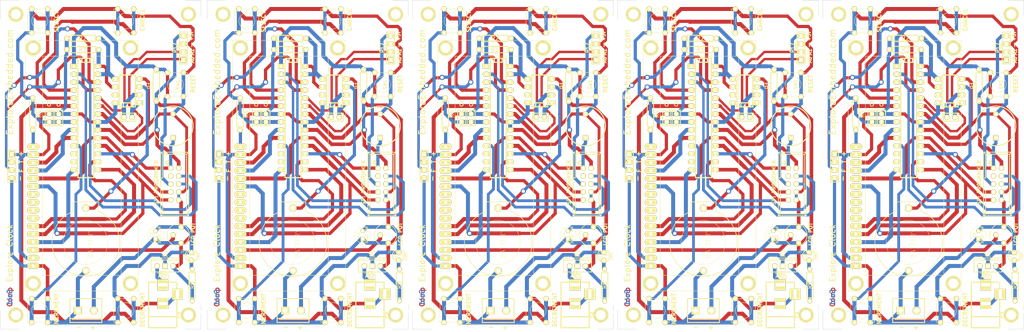
<source format=kicad_pcb>
(kicad_pcb (version 3) (host pcbnew "(2013-07-07 BZR 4022)-stable")
  (layers (15 F.Cu signal) (0 B.Cu signal) (18 B.Paste user) (19 F.Paste user) (20 B.SilkS user) (21 F.SilkS user) (22 B.Mask user) (23 F.Mask user) (28 Edge.Cuts user))
  (net 0 "")
  (net 1 +5V)
  (net 2 /A0)
  (net 3 /A1)
  (net 4 /Echo)
  (net 5 /MISO)
  (net 6 /MOSI)
  (net 7 /RST)
  (net 8 /RX)
  (net 9 /SCK)
  (net 10 /TX)
  (net 11 /Trig)
  (net 12 GND)
  (net 13 N-000001)
  (net 14 N-0000010)
  (net 15 N-0000011)
  (net 16 N-0000012)
  (net 17 N-0000013)
  (net 18 N-0000014)
  (net 19 N-0000018)
  (net 20 N-0000019)
  (net 21 N-000002)
  (net 22 N-0000020)
  (net 23 N-000003)
  (net 24 N-0000032)
  (net 25 N-0000039)
  (net 26 N-000004)
  (net 27 N-0000040)
  (net 28 N-000005)
  (net 29 N-000006)
  (net 30 N-000008)
  (module VASCH5x2 (layer F.Cu) (at 86.233 142.367 270)
    (fp_text reference P1 hide)
    (fp_text value CONN_5X2 hide)
    (pad 1 thru_hole circle (at -5.08 1.27 270) (size 1.7 1.7) (drill 0.99822) (layers *.Cu *.Mask F.Paste F.SilkS) (net 6 /MOSI))
    (pad 2 thru_hole circle (at -5.08 -1.27 270) (size 1.7 1.7) (drill 0.99822) (layers *.Cu *.Mask F.Paste F.SilkS) (net 1 +5V))
    (pad 3 thru_hole circle (at -2.54 1.27 270) (size 1.7 1.7) (drill 0.99822) (layers *.Cu *.Mask F.Paste F.SilkS))
    (pad 4 thru_hole circle (at -2.54 -1.27 270) (size 1.7 1.7) (drill 0.99822) (layers *.Cu *.Mask F.Paste F.SilkS) (net 10 /TX))
    (pad 5 thru_hole circle (at 0 1.27 270) (size 1.7 1.7) (drill 0.99822) (layers *.Cu *.Mask F.Paste F.SilkS) (net 7 /RST))
    (pad 6 thru_hole circle (at 0 -1.27 270) (size 1.7 1.7) (drill 0.99822) (layers *.Cu *.Mask F.Paste F.SilkS) (net 8 /RX))
    (pad 7 thru_hole circle (at 2.54 1.27 270) (size 1.7 1.7) (drill 0.99822) (layers *.Cu *.Mask F.Paste F.SilkS) (net 9 /SCK))
    (pad 8 thru_hole circle (at 2.54 -1.27 270) (size 1.7 1.7) (drill 0.99822) (layers *.Cu *.Mask F.Paste F.SilkS) (net 12 GND))
    (pad 9 thru_hole circle (at 5.08 1.27 270) (size 1.7 1.7) (drill 0.99822) (layers *.Cu *.Mask F.Paste F.SilkS) (net 5 /MISO))
    (pad 10 thru_hole circle (at 5.08 -1.27 270) (size 1.7 1.7) (drill 0.99822) (layers *.Cu *.Mask F.Paste F.SilkS) (net 12 GND))
  )
  (module RV2 (layer F.Cu) (at 86.995 158.623 90)
    (fp_text reference RV1 hide)
    (fp_text value POT hide)
    (pad 1 thru_hole circle (at -2.54 1.27 90) (size 1.7 1.7) (drill 0.8128) (layers *.Cu *.Mask F.SilkS) (net 1 +5V))
    (pad 2 thru_hole circle (at 0 -1.27 90) (size 1.7 1.7) (drill 0.8128) (layers *.Cu *.Mask F.SilkS) (net 15 N-0000011))
    (pad 3 thru_hole circle (at 2.54 1.27 90) (size 1.7 1.7) (drill 0.8128) (layers *.Cu *.Mask F.SilkS) (net 12 GND))
  )
  (module R4 (layer F.Cu) (at 41.021 120.015 90)
    (fp_text reference R4 (at 0 2.032 90) (layer F.SilkS) (effects (font (size 1.397 1.27) (thickness 0.2032))))
    (fp_text value 2.2K hide)
    (pad 1 thru_hole circle (at -5.08 0 90) (size 1.7 1.7) (drill 0.8128) (layers *.Cu *.Mask F.SilkS) (net 22 N-0000020))
    (pad 2 thru_hole circle (at 5.08 0 90) (size 1.7 1.7) (drill 0.8128) (layers *.Cu *.Mask F.SilkS) (net 12 GND))
  )
  (module R4 (layer F.Cu) (at 56.896 99.441)
    (fp_text reference R3 (at 0 0) (layer F.SilkS) (effects (font (size 1.397 1.27) (thickness 0.2032))))
    (fp_text value 10K hide)
    (pad 1 thru_hole circle (at -5.08 0) (size 1.7 1.7) (drill 0.8128) (layers *.Cu *.Mask F.SilkS) (net 1 +5V))
    (pad 2 thru_hole circle (at 5.08 0) (size 1.7 1.7) (drill 0.8128) (layers *.Cu *.Mask F.SilkS) (net 30 N-000008))
  )
  (module R4 (layer F.Cu) (at 56.896 95.885)
    (fp_text reference R2 (at 0 0) (layer F.SilkS) (effects (font (size 1.397 1.27) (thickness 0.2032))))
    (fp_text value 10K hide)
    (pad 1 thru_hole circle (at -5.08 0) (size 1.7 1.7) (drill 0.8128) (layers *.Cu *.Mask F.SilkS) (net 1 +5V))
    (pad 2 thru_hole circle (at 5.08 0) (size 1.7 1.7) (drill 0.8128) (layers *.Cu *.Mask F.SilkS) (net 14 N-0000010))
  )
  (module R4 (layer F.Cu) (at 80.391 110.871 90)
    (fp_text reference R1 (at 0 -2.032 90) (layer F.SilkS) (effects (font (size 1.397 1.27) (thickness 0.2032))))
    (fp_text value 10K hide)
    (pad 1 thru_hole circle (at -5.08 0 90) (size 1.7 1.7) (drill 0.8128) (layers *.Cu *.Mask F.SilkS) (net 1 +5V))
    (pad 2 thru_hole circle (at 5.08 0 90) (size 1.7 1.7) (drill 0.8128) (layers *.Cu *.Mask F.SilkS) (net 7 /RST))
  )
  (module DIP-8__300_ELL (layer F.Cu) (at 71.12 112.649 90)
    (fp_text reference U1 hide)
    (fp_text value DS1307 hide)
    (pad 1 thru_hole rect (at -3.81 3.81 90) (size 1.5748 2.286) (drill 0.8128) (layers *.Cu *.Mask F.SilkS) (net 23 N-000003))
    (pad 2 thru_hole oval (at -1.27 3.81 90) (size 1.5748 2.286) (drill 0.8128) (layers *.Cu *.Mask F.SilkS) (net 17 N-0000013))
    (pad 3 thru_hole oval (at 1.27 3.81 90) (size 1.5748 2.286) (drill 0.8128) (layers *.Cu *.Mask F.SilkS) (net 21 N-000002))
    (pad 4 thru_hole oval (at 3.81 3.81 90) (size 1.5748 2.286) (drill 0.8128) (layers *.Cu *.Mask F.SilkS) (net 12 GND))
    (pad 5 thru_hole oval (at 3.81 -3.81 90) (size 1.5748 2.286) (drill 0.8128) (layers *.Cu *.Mask F.SilkS) (net 14 N-0000010))
    (pad 6 thru_hole oval (at 1.27 -3.81 90) (size 1.5748 2.286) (drill 0.8128) (layers *.Cu *.Mask F.SilkS) (net 30 N-000008))
    (pad 7 thru_hole oval (at -1.27 -3.81 90) (size 1.5748 2.286) (drill 0.8128) (layers *.Cu *.Mask F.SilkS))
    (pad 8 thru_hole oval (at -3.81 -3.81 90) (size 1.5748 2.286) (drill 0.8128) (layers *.Cu *.Mask F.SilkS) (net 1 +5V))
  )
  (module DIP-28__300_ELL (layer F.Cu) (at 57.912 121.285 270)
    (fp_text reference IC1 hide)
    (fp_text value ATMEGA8-P hide)
    (pad 2 thru_hole oval (at -13.97 3.81 270) (size 1.5748 2.286) (drill 0.8128) (layers *.Cu *.Mask F.SilkS) (net 8 /RX))
    (pad 3 thru_hole oval (at -11.43 3.81 270) (size 1.5748 2.286) (drill 0.8128) (layers *.Cu *.Mask F.SilkS) (net 10 /TX))
    (pad 4 thru_hole oval (at -8.89 3.81 270) (size 1.5748 2.286) (drill 0.8128) (layers *.Cu *.Mask F.SilkS) (net 29 N-000006))
    (pad 5 thru_hole oval (at -6.35 3.81 270) (size 1.5748 2.286) (drill 0.8128) (layers *.Cu *.Mask F.SilkS) (net 28 N-000005))
    (pad 6 thru_hole oval (at -3.81 3.81 270) (size 1.5748 2.286) (drill 0.8128) (layers *.Cu *.Mask F.SilkS) (net 13 N-000001))
    (pad 7 thru_hole oval (at -1.27 3.81 270) (size 1.5748 2.286) (drill 0.8128) (layers *.Cu *.Mask F.SilkS) (net 1 +5V))
    (pad 8 thru_hole oval (at 1.27 3.81 270) (size 1.5748 2.286) (drill 0.8128) (layers *.Cu *.Mask F.SilkS) (net 12 GND))
    (pad 9 thru_hole oval (at 3.81 3.81 270) (size 1.5748 2.286) (drill 0.8128) (layers *.Cu *.Mask F.SilkS) (net 18 N-0000014))
    (pad 10 thru_hole oval (at 6.35 3.81 270) (size 1.5748 2.286) (drill 0.8128) (layers *.Cu *.Mask F.SilkS) (net 16 N-0000012))
    (pad 11 thru_hole oval (at 8.89 3.81 270) (size 1.5748 2.286) (drill 0.8128) (layers *.Cu *.Mask F.SilkS) (net 26 N-000004))
    (pad 12 thru_hole oval (at 11.43 3.81 270) (size 1.5748 2.286) (drill 0.8128) (layers *.Cu *.Mask F.SilkS))
    (pad 13 thru_hole oval (at 13.97 3.81 270) (size 1.5748 2.286) (drill 0.8128) (layers *.Cu *.Mask F.SilkS))
    (pad 14 thru_hole oval (at 16.51 3.81 270) (size 1.5748 2.286) (drill 0.8128) (layers *.Cu *.Mask F.SilkS) (net 24 N-0000032))
    (pad 1 thru_hole rect (at -16.51 3.81 270) (size 1.5748 2.286) (drill 0.8128) (layers *.Cu *.Mask F.SilkS) (net 7 /RST))
    (pad 15 thru_hole oval (at 16.51 -3.81 270) (size 1.5748 2.286) (drill 0.8128) (layers *.Cu *.Mask F.SilkS) (net 27 N-0000040))
    (pad 16 thru_hole oval (at 13.97 -3.81 270) (size 1.5748 2.286) (drill 0.8128) (layers *.Cu *.Mask F.SilkS) (net 25 N-0000039))
    (pad 17 thru_hole oval (at 11.43 -3.81 270) (size 1.5748 2.286) (drill 0.8128) (layers *.Cu *.Mask F.SilkS) (net 6 /MOSI))
    (pad 18 thru_hole oval (at 8.89 -3.81 270) (size 1.5748 2.286) (drill 0.8128) (layers *.Cu *.Mask F.SilkS) (net 5 /MISO))
    (pad 19 thru_hole oval (at 6.35 -3.81 270) (size 1.5748 2.286) (drill 0.8128) (layers *.Cu *.Mask F.SilkS) (net 9 /SCK))
    (pad 20 thru_hole oval (at 3.81 -3.81 270) (size 1.5748 2.286) (drill 0.8128) (layers *.Cu *.Mask F.SilkS) (net 1 +5V))
    (pad 21 thru_hole oval (at 1.27 -3.81 270) (size 1.5748 2.286) (drill 0.8128) (layers *.Cu *.Mask F.SilkS) (net 1 +5V))
    (pad 22 thru_hole oval (at -1.27 -3.81 270) (size 1.5748 2.286) (drill 0.8128) (layers *.Cu *.Mask F.SilkS) (net 12 GND))
    (pad 23 thru_hole oval (at -3.81 -3.81 270) (size 1.5748 2.286) (drill 0.8128) (layers *.Cu *.Mask F.SilkS) (net 2 /A0))
    (pad 24 thru_hole oval (at -6.35 -3.81 270) (size 1.5748 2.286) (drill 0.8128) (layers *.Cu *.Mask F.SilkS) (net 3 /A1))
    (pad 25 thru_hole oval (at -8.89 -3.81 270) (size 1.5748 2.286) (drill 0.8128) (layers *.Cu *.Mask F.SilkS) (net 11 /Trig))
    (pad 26 thru_hole oval (at -11.43 -3.81 270) (size 1.5748 2.286) (drill 0.8128) (layers *.Cu *.Mask F.SilkS) (net 4 /Echo))
    (pad 27 thru_hole oval (at -13.97 -3.81 270) (size 1.5748 2.286) (drill 0.8128) (layers *.Cu *.Mask F.SilkS) (net 14 N-0000010))
    (pad 28 thru_hole oval (at -16.51 -3.81 270) (size 1.5748 2.286) (drill 0.8128) (layers *.Cu *.Mask F.SilkS) (net 30 N-000008))
  )
  (module C1 (layer F.Cu) (at 71.374 121.031)
    (fp_text reference X1 hide)
    (fp_text value CRYSTAL hide)
    (pad 1 thru_hole circle (at -1.27 0) (size 1.7 1.7) (drill 0.8128) (layers *.Cu *.Mask F.SilkS) (net 17 N-0000013))
    (pad 2 thru_hole circle (at 1.27 0) (size 1.7 1.7) (drill 0.8128) (layers *.Cu *.Mask F.SilkS) (net 23 N-000003))
  )
  (module C1 (layer F.Cu) (at 46.228 121.285 270)
    (fp_text reference C2 (at -4.572 0 270) (layer F.SilkS) (effects (font (size 1.016 1.016) (thickness 0.2032))))
    (fp_text value 0.1uF hide)
    (pad 1 thru_hole circle (at -1.27 0 270) (size 1.7 1.7) (drill 0.8128) (layers *.Cu *.Mask F.SilkS) (net 1 +5V))
    (pad 2 thru_hole circle (at 1.27 0 270) (size 1.7 1.7) (drill 0.8128) (layers *.Cu *.Mask F.SilkS) (net 12 GND))
  )
  (module C1 (layer F.Cu) (at 49.276 121.285 270)
    (fp_text reference C1 (at -4.572 0 270) (layer F.SilkS) (effects (font (size 1.016 1.016) (thickness 0.2032))))
    (fp_text value 0.1uF hide)
    (pad 1 thru_hole circle (at -1.27 0 270) (size 1.7 1.7) (drill 0.8128) (layers *.Cu *.Mask F.SilkS) (net 1 +5V))
    (pad 2 thru_hole circle (at 1.27 0 270) (size 1.7 1.7) (drill 0.8128) (layers *.Cu *.Mask F.SilkS) (net 12 GND))
  )
  (module BATT_rtc_XL (layer F.Cu) (at 57.912 170.053 90)
    (fp_text reference BT1 hide)
    (fp_text value BATTERY (at 8.636 1.524 90) (layer F.SilkS) (effects (font (size 1.524 1.524) (thickness 0.0889))))
    (fp_text user + (at 17.9197 -0.03302 90) (layer F.SilkS) (effects (font (size 1.27 1.27) (thickness 0.0889))))
    (fp_text user - (at 2.58318 -0.03302 90) (layer F.SilkS) (effects (font (size 1.27 1.27) (thickness 0.0889))))
    (pad 1 thru_hole circle (at 19.99996 0 90) (size 2.3 2.3) (drill 1.29794) (layers *.Cu *.Mask F.Paste F.SilkS) (net 21 N-000002))
    (pad 2 thru_hole circle (at 0 0 90) (size 2.3 2.3) (drill 1.29794) (layers *.Cu *.Mask F.Paste F.SilkS) (net 12 GND))
  )
  (module lcd_2x16_led_backlight-HY-1602F (layer F.Cu) (at 41.148 171.069 90)
    (fp_text reference LCD1 hide)
    (fp_text value LCD_2X16_SIL hide)
    (pad 1 thru_hole oval (at 2.54 0 90) (size 1.9304 3.8608) (drill 0.99822) (layers *.Cu *.Mask F.Paste F.SilkS) (net 12 GND))
    (pad 2 thru_hole oval (at 5.08 0 90) (size 1.9304 3.8608) (drill 0.99822) (layers *.Cu *.Mask F.Paste F.SilkS) (net 1 +5V))
    (pad 3 thru_hole oval (at 7.62 0 90) (size 1.9304 3.8608) (drill 0.99822) (layers *.Cu *.Mask F.Paste F.SilkS) (net 15 N-0000011))
    (pad 4 thru_hole oval (at 10.16 0 90) (size 1.9304 3.8608) (drill 0.99822) (layers *.Cu *.Mask F.Paste F.SilkS) (net 24 N-0000032))
    (pad 5 thru_hole oval (at 12.7 0 90) (size 1.9304 3.8608) (drill 0.99822) (layers *.Cu *.Mask F.Paste F.SilkS) (net 27 N-0000040))
    (pad 6 thru_hole oval (at 15.24 0 90) (size 1.9304 3.8608) (drill 0.99822) (layers *.Cu *.Mask F.Paste F.SilkS) (net 25 N-0000039))
    (pad 7 thru_hole oval (at 17.78 0 90) (size 1.9304 3.8608) (drill 0.99822) (layers *.Cu *.Mask F.Paste F.SilkS))
    (pad 8 thru_hole oval (at 20.32 0 90) (size 1.9304 3.8608) (drill 0.99822) (layers *.Cu *.Mask F.Paste F.SilkS))
    (pad 9 thru_hole oval (at 22.86 0 90) (size 1.9304 3.8608) (drill 0.99822) (layers *.Cu *.Mask F.Paste F.SilkS))
    (pad 10 thru_hole oval (at 25.4 0 90) (size 1.9304 3.8608) (drill 0.99822) (layers *.Cu *.Mask F.Paste F.SilkS))
    (pad 11 thru_hole oval (at 27.94 0 90) (size 1.9304 3.8608) (drill 0.99822) (layers *.Cu *.Mask F.Paste F.SilkS) (net 5 /MISO))
    (pad 12 thru_hole oval (at 30.48 0 90) (size 1.9304 3.8608) (drill 0.99822) (layers *.Cu *.Mask F.Paste F.SilkS) (net 9 /SCK))
    (pad 13 thru_hole oval (at 33.02 0 90) (size 1.9304 3.8608) (drill 0.99822) (layers *.Cu *.Mask F.Paste F.SilkS) (net 18 N-0000014))
    (pad 14 thru_hole oval (at 35.56 0 90) (size 1.9304 3.8608) (drill 0.99822) (layers *.Cu *.Mask F.Paste F.SilkS) (net 16 N-0000012))
    (pad 15 thru_hole oval (at 38.1 0 90) (size 1.9304 3.8608) (drill 0.99822) (layers *.Cu *.Mask F.Paste F.SilkS) (net 1 +5V))
    (pad 16 thru_hole oval (at 40.64 0 90) (size 1.9304 3.8608) (drill 0.99822) (layers *.Cu *.Mask F.Paste F.SilkS) (net 22 N-0000020))
  )
  (module SW_PUSH_SMALL (layer F.Cu) (at 70.612 182.753 90)
    (fp_text reference SW3 hide)
    (fp_text value DEC hide)
    (pad 1 thru_hole circle (at 3.81 -2.54 90) (size 1.7 1.7) (drill 0.8128) (layers *.Cu *.Mask F.SilkS) (net 12 GND))
    (pad 2 thru_hole circle (at 3.81 2.54 90) (size 1.7 1.7) (drill 0.8128) (layers *.Cu *.Mask F.SilkS) (net 13 N-000001))
    (pad 1 thru_hole circle (at -3.81 -2.54 90) (size 1.7 1.7) (drill 0.8128) (layers *.Cu *.Mask F.SilkS) (net 12 GND))
    (pad 2 thru_hole circle (at -3.81 2.54 90) (size 1.7 1.7) (drill 0.8128) (layers *.Cu *.Mask F.SilkS) (net 13 N-000001))
  )
  (module SW_PUSH_SMALL (layer F.Cu) (at 70.612 90.297 90)
    (fp_text reference SW5 hide)
    (fp_text value CAN hide)
    (pad 1 thru_hole circle (at 3.81 -2.54 90) (size 1.7 1.7) (drill 0.8128) (layers *.Cu *.Mask F.SilkS) (net 12 GND))
    (pad 2 thru_hole circle (at 3.81 2.54 90) (size 1.7 1.7) (drill 0.8128) (layers *.Cu *.Mask F.SilkS) (net 29 N-000006))
    (pad 1 thru_hole circle (at -3.81 -2.54 90) (size 1.7 1.7) (drill 0.8128) (layers *.Cu *.Mask F.SilkS) (net 12 GND))
    (pad 2 thru_hole circle (at -3.81 2.54 90) (size 1.7 1.7) (drill 0.8128) (layers *.Cu *.Mask F.SilkS) (net 29 N-000006))
  )
  (module SW_PUSH_SMALL (layer F.Cu) (at 43.18 182.753 270)
    (fp_text reference SW2 hide)
    (fp_text value INC hide)
    (pad 1 thru_hole circle (at 3.81 -2.54 270) (size 1.7 1.7) (drill 0.8128) (layers *.Cu *.Mask F.SilkS) (net 12 GND))
    (pad 2 thru_hole circle (at 3.81 2.54 270) (size 1.7 1.7) (drill 0.8128) (layers *.Cu *.Mask F.SilkS) (net 26 N-000004))
    (pad 1 thru_hole circle (at -3.81 -2.54 270) (size 1.7 1.7) (drill 0.8128) (layers *.Cu *.Mask F.SilkS) (net 12 GND))
    (pad 2 thru_hole circle (at -3.81 2.54 270) (size 1.7 1.7) (drill 0.8128) (layers *.Cu *.Mask F.SilkS) (net 26 N-000004))
  )
  (module SW_PUSH_SMALL (layer F.Cu) (at 43.18 90.297 90)
    (fp_text reference SW4 hide)
    (fp_text value SEL hide)
    (pad 1 thru_hole circle (at 3.81 -2.54 90) (size 1.7 1.7) (drill 0.8128) (layers *.Cu *.Mask F.SilkS) (net 12 GND))
    (pad 2 thru_hole circle (at 3.81 2.54 90) (size 1.7 1.7) (drill 0.8128) (layers *.Cu *.Mask F.SilkS) (net 28 N-000005))
    (pad 1 thru_hole circle (at -3.81 -2.54 90) (size 1.7 1.7) (drill 0.8128) (layers *.Cu *.Mask F.SilkS) (net 12 GND))
    (pad 2 thru_hole circle (at -3.81 2.54 90) (size 1.7 1.7) (drill 0.8128) (layers *.Cu *.Mask F.SilkS) (net 28 N-000005))
  )
  (module SW_PUSH_SMALL (layer F.Cu) (at 86.487 110.617 270)
    (fp_text reference SW1 (at 0 -0.762 270) (layer F.SilkS) (effects (font (size 1.016 1.016) (thickness 0.2032))))
    (fp_text value SPST hide)
    (pad 1 thru_hole circle (at 3.81 -2.54 270) (size 1.7 1.7) (drill 0.8128) (layers *.Cu *.Mask F.SilkS) (net 12 GND))
    (pad 2 thru_hole circle (at 3.81 2.54 270) (size 1.7 1.7) (drill 0.8128) (layers *.Cu *.Mask F.SilkS) (net 7 /RST))
    (pad 1 thru_hole circle (at -3.81 -2.54 270) (size 1.7 1.7) (drill 0.8128) (layers *.Cu *.Mask F.SilkS) (net 12 GND))
    (pad 2 thru_hole circle (at -3.81 2.54 270) (size 1.7 1.7) (drill 0.8128) (layers *.Cu *.Mask F.SilkS) (net 7 /RST))
  )
  (module bornier2 (layer F.Cu) (at 57.912 182.753)
    (fp_text reference P2 hide)
    (fp_text value "Power " hide)
    (pad 1 thru_hole rect (at -2.54 0) (size 2.54 2.54) (drill 1.524) (layers *.Cu *.Mask F.SilkS) (net 12 GND))
    (pad 2 thru_hole circle (at 2.54 0) (size 2.54 2.54) (drill 1.524) (layers *.Cu *.Mask F.SilkS) (net 1 +5V))
  )
  (module 1pin (layer F.Cu) (at 90.599 184.171 90)
    (fp_text reference P3 (at 0 -3.048 90) (layer F.SilkS) (effects (font (size 1.016 1.016) (thickness 0.254))))
    (fp_text value CONN_1 hide)
    (pad 1 thru_hole circle (at 0 0 90) (size 4.064 4.064) (drill 3.048) (layers *.Cu *.Mask F.SilkS))
  )
  (module 1pin (layer F.Cu) (at 35.599 184.171 90)
    (fp_text reference P4 hide)
    (fp_text value CONN_1 hide)
    (pad 1 thru_hole circle (at 0 0 90) (size 4.064 4.064) (drill 3.048) (layers *.Cu *.Mask F.SilkS))
  )
  (module 1pin (layer F.Cu) (at 35.599 88.171 90)
    (fp_text reference P5 hide)
    (fp_text value CONN_1 hide)
    (pad 1 thru_hole circle (at 0 0 90) (size 4.064 4.064) (drill 3.048) (layers *.Cu *.Mask F.SilkS))
  )
  (module 1pin (layer F.Cu) (at 90.599 88.171 90)
    (fp_text reference P6 hide)
    (fp_text value CONN_1 hide)
    (pad 1 thru_hole circle (at 0 0 90) (size 4.064 4.064) (drill 3.048) (layers *.Cu *.Mask F.SilkS))
  )
  (module 1pin (layer F.Cu) (at 41.148 98.933 90)
    (fp_text reference P7 hide)
    (fp_text value CONN_1 hide)
    (pad 1 thru_hole circle (at 0 0 90) (size 4.064 4.064) (drill 3.048) (layers *.Cu *.Mask F.SilkS))
  )
  (module 1pin (layer F.Cu) (at 41.148 174.117 90)
    (fp_text reference P8 hide)
    (fp_text value CONN_1 hide)
    (pad 1 thru_hole circle (at 0 0 90) (size 4.064 4.064) (drill 3.048) (layers *.Cu *.Mask F.SilkS))
  )
  (module 1pin (layer F.Cu) (at 72.136 174.117 90)
    (fp_text reference P9 hide)
    (fp_text value CONN_1 hide)
    (pad 1 thru_hole circle (at 0 0 90) (size 4.064 4.064) (drill 3.048) (layers *.Cu *.Mask F.SilkS))
  )
  (module 1pin (layer F.Cu) (at 72.136 98.933 90)
    (fp_text reference P10 hide)
    (fp_text value CONN_1 hide)
    (pad 1 thru_hole circle (at 0 0 90) (size 4.064 4.064) (drill 3.048) (layers *.Cu *.Mask F.SilkS))
  )
  (module BUZ3-5 (layer F.Cu) (at 85.725 123.825 90)
    (fp_text reference SP1 hide)
    (fp_text value SPEAKER hide)
    (pad 1 thru_hole rect (at -3.81 0 90) (size 1.7 1.7) (drill 0.8128) (layers *.Cu *.Mask F.SilkS) (net 6 /MOSI))
    (pad 2 thru_hole circle (at 3.81 0 90) (size 1.7 1.7) (drill 0.8128) (layers *.Cu *.Mask F.SilkS) (net 12 GND))
  )
  (module SIL-4 (layer F.Cu) (at 89.027 98.933 90)
    (fp_text reference P12 (at 0 -2.54 90) (layer F.SilkS) (effects (font (size 1.73482 1.08712) (thickness 0.3048))))
    (fp_text value CONN_4 hide)
    (pad 1 thru_hole rect (at -3.81 0 90) (size 1.7 1.7) (drill 0.8128) (layers *.Cu *.Mask F.SilkS) (net 2 /A0))
    (pad 2 thru_hole oval (at -1.27 0 90) (size 1.5748 2.286) (drill 0.8128) (layers *.Cu *.Mask F.SilkS) (net 3 /A1))
    (pad 3 thru_hole oval (at 1.27 0 90) (size 1.5748 2.286) (drill 0.8128) (layers *.Cu *.Mask F.SilkS) (net 12 GND))
    (pad 4 thru_hole oval (at 3.81 0 90) (size 1.5748 2.286) (drill 0.8128) (layers *.Cu *.Mask F.SilkS) (net 1 +5V))
  )
  (module SIL-4 (layer F.Cu) (at 34.29 136.652 270)
    (fp_text reference P11 hide)
    (fp_text value CONN_4 hide)
    (pad 1 thru_hole rect (at -3.81 0 270) (size 1.7 1.7) (drill 0.8128) (layers *.Cu *.Mask F.SilkS) (net 1 +5V))
    (pad 2 thru_hole oval (at -1.27 0 270) (size 1.5748 2.286) (drill 0.8128) (layers *.Cu *.Mask F.SilkS) (net 11 /Trig))
    (pad 3 thru_hole oval (at 1.27 0 270) (size 1.5748 2.286) (drill 0.8128) (layers *.Cu *.Mask F.SilkS) (net 4 /Echo))
    (pad 4 thru_hole oval (at 3.81 0 270) (size 1.5748 2.286) (drill 0.8128) (layers *.Cu *.Mask F.SilkS) (net 12 GND))
  )
  (module R4 (layer F.Cu) (at 91.821 174.625 270)
    (fp_text reference R5 (at 0 0 270) (layer F.SilkS) (effects (font (size 1.397 1.27) (thickness 0.2032))))
    (fp_text value 470 hide)
    (pad 1 thru_hole circle (at -5.08 0 270) (size 1.524 1.524) (drill 0.8128) (layers *.Cu *.Mask F.SilkS) (net 20 N-0000019))
    (pad 2 thru_hole circle (at 5.08 0 270) (size 1.524 1.524) (drill 0.8128) (layers *.Cu *.Mask F.SilkS) (net 1 +5V))
  )
  (module LED-3MM (layer F.Cu) (at 91.567 165.481 90)
    (fp_text reference D1 (at 1.778 -2.794 90) (layer F.SilkS) (effects (font (size 0.762 0.762) (thickness 0.0889))))
    (fp_text value 5MM (at 0 2.54 90) (layer F.SilkS) (effects (font (size 0.762 0.762) (thickness 0.0889))))
    (pad 1 thru_hole circle (at -1.27 0 90) (size 1.6764 1.6764) (drill 0.8128) (layers *.Cu *.Mask F.SilkS) (net 20 N-0000019))
    (pad 2 thru_hole circle (at 1.27 0 90) (size 1.6764 1.6764) (drill 0.8128) (layers *.Cu *.Mask F.SilkS) (net 12 GND))
  )
  (module C1V5 (layer F.Cu) (at 80.137 158.623 90)
    (fp_text reference C3 (at 0 -1.26746 90) (layer F.SilkS) (effects (font (size 0.762 0.762) (thickness 0.127))))
    (fp_text value "100uF, 25V" (at 0 1.27 90) (layer F.SilkS) (effects (font (size 0.762 0.635) (thickness 0.127))))
    (fp_text user + (at -2.286 0 90) (layer F.SilkS) (effects (font (size 0.762 0.762) (thickness 0.2032))))
    (pad 1 thru_hole rect (at -1.27 0 90) (size 1.397 1.397) (drill 0.8128) (layers *.Cu *.Mask F.SilkS) (net 1 +5V))
    (pad 2 thru_hole circle (at 1.27 0 90) (size 1.397 1.397) (drill 0.8128) (layers *.Cu *.Mask F.SilkS) (net 12 GND))
  )
  (module BARREL_JACK (layer F.Cu) (at 82.423 180.721 90)
    (fp_text reference K1 (at 10.09904 0 180) (layer F.SilkS) (effects (font (size 1.016 1.016) (thickness 0.2032))))
    (fp_text value BARREL hide)
    (pad 1 thru_hole rect (at 6.20014 0 90) (size 3.50012 3.50012) (drill oval 1.00076 2.99974) (layers *.Cu *.Mask F.SilkS) (net 19 N-0000018))
    (pad 2 thru_hole rect (at 0.20066 0 90) (size 3.50012 3.50012) (drill oval 1.00076 2.99974) (layers *.Cu *.Mask F.SilkS) (net 12 GND))
    (pad 3 thru_hole rect (at 3.2004 4.699 90) (size 3.50012 3.50012) (drill oval 2.99974 1.00076) (layers *.Cu *.Mask F.SilkS) (net 12 GND))
  )
  (module LM78XXV (layer F.Cu) (at 83.185 168.529 90)
    (fp_text reference U2 (at 3.81 0 180) (layer F.SilkS) (effects (font (size 1.524 1.016) (thickness 0.2032))))
    (fp_text value 7805 (at -3.175 -0.635 180) (layer F.SilkS) (effects (font (size 1.524 1.016) (thickness 0.2032))))
    (pad VI thru_hole circle (at 0 -2.54 90) (size 1.778 1.778) (drill 1.143) (layers *.Cu *.Mask F.SilkS) (net 19 N-0000018))
    (pad GND thru_hole rect (at 0 0 90) (size 1.778 1.778) (drill 1.143) (layers *.Cu *.Mask F.SilkS) (net 12 GND))
    (pad VO thru_hole circle (at 0 2.54 90) (size 1.778 1.778) (drill 1.143) (layers *.Cu *.Mask F.SilkS) (net 1 +5V))
  )
  (module VASCH5x2 (layer F.Cu) (at 348.488 142.367 270)
    (fp_text reference P1 hide)
    (fp_text value CONN_5X2 hide)
    (pad 1 thru_hole circle (at -5.08 1.27 270) (size 1.7 1.7) (drill 0.99822) (layers *.Cu *.Mask F.Paste F.SilkS) (net 6 /MOSI))
    (pad 2 thru_hole circle (at -5.08 -1.27 270) (size 1.7 1.7) (drill 0.99822) (layers *.Cu *.Mask F.Paste F.SilkS) (net 1 +5V))
    (pad 3 thru_hole circle (at -2.54 1.27 270) (size 1.7 1.7) (drill 0.99822) (layers *.Cu *.Mask F.Paste F.SilkS))
    (pad 4 thru_hole circle (at -2.54 -1.27 270) (size 1.7 1.7) (drill 0.99822) (layers *.Cu *.Mask F.Paste F.SilkS) (net 10 /TX))
    (pad 5 thru_hole circle (at 0 1.27 270) (size 1.7 1.7) (drill 0.99822) (layers *.Cu *.Mask F.Paste F.SilkS) (net 7 /RST))
    (pad 6 thru_hole circle (at 0 -1.27 270) (size 1.7 1.7) (drill 0.99822) (layers *.Cu *.Mask F.Paste F.SilkS) (net 8 /RX))
    (pad 7 thru_hole circle (at 2.54 1.27 270) (size 1.7 1.7) (drill 0.99822) (layers *.Cu *.Mask F.Paste F.SilkS) (net 9 /SCK))
    (pad 8 thru_hole circle (at 2.54 -1.27 270) (size 1.7 1.7) (drill 0.99822) (layers *.Cu *.Mask F.Paste F.SilkS) (net 12 GND))
    (pad 9 thru_hole circle (at 5.08 1.27 270) (size 1.7 1.7) (drill 0.99822) (layers *.Cu *.Mask F.Paste F.SilkS) (net 5 /MISO))
    (pad 10 thru_hole circle (at 5.08 -1.27 270) (size 1.7 1.7) (drill 0.99822) (layers *.Cu *.Mask F.Paste F.SilkS) (net 12 GND))
  )
  (module RV2 (layer F.Cu) (at 349.25 158.623 90)
    (fp_text reference RV1 hide)
    (fp_text value POT hide)
    (pad 1 thru_hole circle (at -2.54 1.27 90) (size 1.7 1.7) (drill 0.8128) (layers *.Cu *.Mask F.SilkS) (net 1 +5V))
    (pad 2 thru_hole circle (at 0 -1.27 90) (size 1.7 1.7) (drill 0.8128) (layers *.Cu *.Mask F.SilkS) (net 15 N-0000011))
    (pad 3 thru_hole circle (at 2.54 1.27 90) (size 1.7 1.7) (drill 0.8128) (layers *.Cu *.Mask F.SilkS) (net 12 GND))
  )
  (module R4 (layer F.Cu) (at 303.276 120.015 90)
    (fp_text reference R4 (at 0 2.032 90) (layer F.SilkS) (effects (font (size 1.397 1.27) (thickness 0.2032))))
    (fp_text value 2.2K hide)
    (pad 1 thru_hole circle (at -5.08 0 90) (size 1.7 1.7) (drill 0.8128) (layers *.Cu *.Mask F.SilkS) (net 22 N-0000020))
    (pad 2 thru_hole circle (at 5.08 0 90) (size 1.7 1.7) (drill 0.8128) (layers *.Cu *.Mask F.SilkS) (net 12 GND))
  )
  (module R4 (layer F.Cu) (at 319.151 99.441)
    (fp_text reference R3 (at 0 0) (layer F.SilkS) (effects (font (size 1.397 1.27) (thickness 0.2032))))
    (fp_text value 10K hide)
    (pad 1 thru_hole circle (at -5.08 0) (size 1.7 1.7) (drill 0.8128) (layers *.Cu *.Mask F.SilkS) (net 1 +5V))
    (pad 2 thru_hole circle (at 5.08 0) (size 1.7 1.7) (drill 0.8128) (layers *.Cu *.Mask F.SilkS) (net 30 N-000008))
  )
  (module R4 (layer F.Cu) (at 319.151 95.885)
    (fp_text reference R2 (at 0 0) (layer F.SilkS) (effects (font (size 1.397 1.27) (thickness 0.2032))))
    (fp_text value 10K hide)
    (pad 1 thru_hole circle (at -5.08 0) (size 1.7 1.7) (drill 0.8128) (layers *.Cu *.Mask F.SilkS) (net 1 +5V))
    (pad 2 thru_hole circle (at 5.08 0) (size 1.7 1.7) (drill 0.8128) (layers *.Cu *.Mask F.SilkS) (net 14 N-0000010))
  )
  (module R4 (layer F.Cu) (at 342.646 110.871 90)
    (fp_text reference R1 (at 0 -2.032 90) (layer F.SilkS) (effects (font (size 1.397 1.27) (thickness 0.2032))))
    (fp_text value 10K hide)
    (pad 1 thru_hole circle (at -5.08 0 90) (size 1.7 1.7) (drill 0.8128) (layers *.Cu *.Mask F.SilkS) (net 1 +5V))
    (pad 2 thru_hole circle (at 5.08 0 90) (size 1.7 1.7) (drill 0.8128) (layers *.Cu *.Mask F.SilkS) (net 7 /RST))
  )
  (module DIP-8__300_ELL (layer F.Cu) (at 333.375 112.649 90)
    (fp_text reference U1 hide)
    (fp_text value DS1307 hide)
    (pad 1 thru_hole rect (at -3.81 3.81 90) (size 1.5748 2.286) (drill 0.8128) (layers *.Cu *.Mask F.SilkS) (net 23 N-000003))
    (pad 2 thru_hole oval (at -1.27 3.81 90) (size 1.5748 2.286) (drill 0.8128) (layers *.Cu *.Mask F.SilkS) (net 17 N-0000013))
    (pad 3 thru_hole oval (at 1.27 3.81 90) (size 1.5748 2.286) (drill 0.8128) (layers *.Cu *.Mask F.SilkS) (net 21 N-000002))
    (pad 4 thru_hole oval (at 3.81 3.81 90) (size 1.5748 2.286) (drill 0.8128) (layers *.Cu *.Mask F.SilkS) (net 12 GND))
    (pad 5 thru_hole oval (at 3.81 -3.81 90) (size 1.5748 2.286) (drill 0.8128) (layers *.Cu *.Mask F.SilkS) (net 14 N-0000010))
    (pad 6 thru_hole oval (at 1.27 -3.81 90) (size 1.5748 2.286) (drill 0.8128) (layers *.Cu *.Mask F.SilkS) (net 30 N-000008))
    (pad 7 thru_hole oval (at -1.27 -3.81 90) (size 1.5748 2.286) (drill 0.8128) (layers *.Cu *.Mask F.SilkS))
    (pad 8 thru_hole oval (at -3.81 -3.81 90) (size 1.5748 2.286) (drill 0.8128) (layers *.Cu *.Mask F.SilkS) (net 1 +5V))
  )
  (module DIP-28__300_ELL (layer F.Cu) (at 320.167 121.285 270)
    (fp_text reference IC1 hide)
    (fp_text value ATMEGA8-P hide)
    (pad 2 thru_hole oval (at -13.97 3.81 270) (size 1.5748 2.286) (drill 0.8128) (layers *.Cu *.Mask F.SilkS) (net 8 /RX))
    (pad 3 thru_hole oval (at -11.43 3.81 270) (size 1.5748 2.286) (drill 0.8128) (layers *.Cu *.Mask F.SilkS) (net 10 /TX))
    (pad 4 thru_hole oval (at -8.89 3.81 270) (size 1.5748 2.286) (drill 0.8128) (layers *.Cu *.Mask F.SilkS) (net 29 N-000006))
    (pad 5 thru_hole oval (at -6.35 3.81 270) (size 1.5748 2.286) (drill 0.8128) (layers *.Cu *.Mask F.SilkS) (net 28 N-000005))
    (pad 6 thru_hole oval (at -3.81 3.81 270) (size 1.5748 2.286) (drill 0.8128) (layers *.Cu *.Mask F.SilkS) (net 13 N-000001))
    (pad 7 thru_hole oval (at -1.27 3.81 270) (size 1.5748 2.286) (drill 0.8128) (layers *.Cu *.Mask F.SilkS) (net 1 +5V))
    (pad 8 thru_hole oval (at 1.27 3.81 270) (size 1.5748 2.286) (drill 0.8128) (layers *.Cu *.Mask F.SilkS) (net 12 GND))
    (pad 9 thru_hole oval (at 3.81 3.81 270) (size 1.5748 2.286) (drill 0.8128) (layers *.Cu *.Mask F.SilkS) (net 18 N-0000014))
    (pad 10 thru_hole oval (at 6.35 3.81 270) (size 1.5748 2.286) (drill 0.8128) (layers *.Cu *.Mask F.SilkS) (net 16 N-0000012))
    (pad 11 thru_hole oval (at 8.89 3.81 270) (size 1.5748 2.286) (drill 0.8128) (layers *.Cu *.Mask F.SilkS) (net 26 N-000004))
    (pad 12 thru_hole oval (at 11.43 3.81 270) (size 1.5748 2.286) (drill 0.8128) (layers *.Cu *.Mask F.SilkS))
    (pad 13 thru_hole oval (at 13.97 3.81 270) (size 1.5748 2.286) (drill 0.8128) (layers *.Cu *.Mask F.SilkS))
    (pad 14 thru_hole oval (at 16.51 3.81 270) (size 1.5748 2.286) (drill 0.8128) (layers *.Cu *.Mask F.SilkS) (net 24 N-0000032))
    (pad 1 thru_hole rect (at -16.51 3.81 270) (size 1.5748 2.286) (drill 0.8128) (layers *.Cu *.Mask F.SilkS) (net 7 /RST))
    (pad 15 thru_hole oval (at 16.51 -3.81 270) (size 1.5748 2.286) (drill 0.8128) (layers *.Cu *.Mask F.SilkS) (net 27 N-0000040))
    (pad 16 thru_hole oval (at 13.97 -3.81 270) (size 1.5748 2.286) (drill 0.8128) (layers *.Cu *.Mask F.SilkS) (net 25 N-0000039))
    (pad 17 thru_hole oval (at 11.43 -3.81 270) (size 1.5748 2.286) (drill 0.8128) (layers *.Cu *.Mask F.SilkS) (net 6 /MOSI))
    (pad 18 thru_hole oval (at 8.89 -3.81 270) (size 1.5748 2.286) (drill 0.8128) (layers *.Cu *.Mask F.SilkS) (net 5 /MISO))
    (pad 19 thru_hole oval (at 6.35 -3.81 270) (size 1.5748 2.286) (drill 0.8128) (layers *.Cu *.Mask F.SilkS) (net 9 /SCK))
    (pad 20 thru_hole oval (at 3.81 -3.81 270) (size 1.5748 2.286) (drill 0.8128) (layers *.Cu *.Mask F.SilkS) (net 1 +5V))
    (pad 21 thru_hole oval (at 1.27 -3.81 270) (size 1.5748 2.286) (drill 0.8128) (layers *.Cu *.Mask F.SilkS) (net 1 +5V))
    (pad 22 thru_hole oval (at -1.27 -3.81 270) (size 1.5748 2.286) (drill 0.8128) (layers *.Cu *.Mask F.SilkS) (net 12 GND))
    (pad 23 thru_hole oval (at -3.81 -3.81 270) (size 1.5748 2.286) (drill 0.8128) (layers *.Cu *.Mask F.SilkS) (net 2 /A0))
    (pad 24 thru_hole oval (at -6.35 -3.81 270) (size 1.5748 2.286) (drill 0.8128) (layers *.Cu *.Mask F.SilkS) (net 3 /A1))
    (pad 25 thru_hole oval (at -8.89 -3.81 270) (size 1.5748 2.286) (drill 0.8128) (layers *.Cu *.Mask F.SilkS) (net 11 /Trig))
    (pad 26 thru_hole oval (at -11.43 -3.81 270) (size 1.5748 2.286) (drill 0.8128) (layers *.Cu *.Mask F.SilkS) (net 4 /Echo))
    (pad 27 thru_hole oval (at -13.97 -3.81 270) (size 1.5748 2.286) (drill 0.8128) (layers *.Cu *.Mask F.SilkS) (net 14 N-0000010))
    (pad 28 thru_hole oval (at -16.51 -3.81 270) (size 1.5748 2.286) (drill 0.8128) (layers *.Cu *.Mask F.SilkS) (net 30 N-000008))
  )
  (module C1 (layer F.Cu) (at 333.629 121.031)
    (fp_text reference X1 hide)
    (fp_text value CRYSTAL hide)
    (pad 1 thru_hole circle (at -1.27 0) (size 1.7 1.7) (drill 0.8128) (layers *.Cu *.Mask F.SilkS) (net 17 N-0000013))
    (pad 2 thru_hole circle (at 1.27 0) (size 1.7 1.7) (drill 0.8128) (layers *.Cu *.Mask F.SilkS) (net 23 N-000003))
  )
  (module C1 (layer F.Cu) (at 308.483 121.285 270)
    (fp_text reference C2 (at -4.572 0 270) (layer F.SilkS) (effects (font (size 1.016 1.016) (thickness 0.2032))))
    (fp_text value 0.1uF hide)
    (pad 1 thru_hole circle (at -1.27 0 270) (size 1.7 1.7) (drill 0.8128) (layers *.Cu *.Mask F.SilkS) (net 1 +5V))
    (pad 2 thru_hole circle (at 1.27 0 270) (size 1.7 1.7) (drill 0.8128) (layers *.Cu *.Mask F.SilkS) (net 12 GND))
  )
  (module C1 (layer F.Cu) (at 311.531 121.285 270)
    (fp_text reference C1 (at -4.572 0 270) (layer F.SilkS) (effects (font (size 1.016 1.016) (thickness 0.2032))))
    (fp_text value 0.1uF hide)
    (pad 1 thru_hole circle (at -1.27 0 270) (size 1.7 1.7) (drill 0.8128) (layers *.Cu *.Mask F.SilkS) (net 1 +5V))
    (pad 2 thru_hole circle (at 1.27 0 270) (size 1.7 1.7) (drill 0.8128) (layers *.Cu *.Mask F.SilkS) (net 12 GND))
  )
  (module BATT_rtc_XL (layer F.Cu) (at 320.167 170.053 90)
    (fp_text reference BT1 hide)
    (fp_text value BATTERY (at 8.636 1.524 90) (layer F.SilkS) (effects (font (size 1.524 1.524) (thickness 0.0889))))
    (fp_text user + (at 17.9197 -0.03302 90) (layer F.SilkS) (effects (font (size 1.27 1.27) (thickness 0.0889))))
    (fp_text user - (at 2.58318 -0.03302 90) (layer F.SilkS) (effects (font (size 1.27 1.27) (thickness 0.0889))))
    (pad 1 thru_hole circle (at 19.99996 0 90) (size 2.3 2.3) (drill 1.29794) (layers *.Cu *.Mask F.Paste F.SilkS) (net 21 N-000002))
    (pad 2 thru_hole circle (at 0 0 90) (size 2.3 2.3) (drill 1.29794) (layers *.Cu *.Mask F.Paste F.SilkS) (net 12 GND))
  )
  (module lcd_2x16_led_backlight-HY-1602F (layer F.Cu) (at 303.403 171.069 90)
    (fp_text reference LCD1 hide)
    (fp_text value LCD_2X16_SIL hide)
    (pad 1 thru_hole oval (at 2.54 0 90) (size 1.9304 3.8608) (drill 0.99822) (layers *.Cu *.Mask F.Paste F.SilkS) (net 12 GND))
    (pad 2 thru_hole oval (at 5.08 0 90) (size 1.9304 3.8608) (drill 0.99822) (layers *.Cu *.Mask F.Paste F.SilkS) (net 1 +5V))
    (pad 3 thru_hole oval (at 7.62 0 90) (size 1.9304 3.8608) (drill 0.99822) (layers *.Cu *.Mask F.Paste F.SilkS) (net 15 N-0000011))
    (pad 4 thru_hole oval (at 10.16 0 90) (size 1.9304 3.8608) (drill 0.99822) (layers *.Cu *.Mask F.Paste F.SilkS) (net 24 N-0000032))
    (pad 5 thru_hole oval (at 12.7 0 90) (size 1.9304 3.8608) (drill 0.99822) (layers *.Cu *.Mask F.Paste F.SilkS) (net 27 N-0000040))
    (pad 6 thru_hole oval (at 15.24 0 90) (size 1.9304 3.8608) (drill 0.99822) (layers *.Cu *.Mask F.Paste F.SilkS) (net 25 N-0000039))
    (pad 7 thru_hole oval (at 17.78 0 90) (size 1.9304 3.8608) (drill 0.99822) (layers *.Cu *.Mask F.Paste F.SilkS))
    (pad 8 thru_hole oval (at 20.32 0 90) (size 1.9304 3.8608) (drill 0.99822) (layers *.Cu *.Mask F.Paste F.SilkS))
    (pad 9 thru_hole oval (at 22.86 0 90) (size 1.9304 3.8608) (drill 0.99822) (layers *.Cu *.Mask F.Paste F.SilkS))
    (pad 10 thru_hole oval (at 25.4 0 90) (size 1.9304 3.8608) (drill 0.99822) (layers *.Cu *.Mask F.Paste F.SilkS))
    (pad 11 thru_hole oval (at 27.94 0 90) (size 1.9304 3.8608) (drill 0.99822) (layers *.Cu *.Mask F.Paste F.SilkS) (net 5 /MISO))
    (pad 12 thru_hole oval (at 30.48 0 90) (size 1.9304 3.8608) (drill 0.99822) (layers *.Cu *.Mask F.Paste F.SilkS) (net 9 /SCK))
    (pad 13 thru_hole oval (at 33.02 0 90) (size 1.9304 3.8608) (drill 0.99822) (layers *.Cu *.Mask F.Paste F.SilkS) (net 18 N-0000014))
    (pad 14 thru_hole oval (at 35.56 0 90) (size 1.9304 3.8608) (drill 0.99822) (layers *.Cu *.Mask F.Paste F.SilkS) (net 16 N-0000012))
    (pad 15 thru_hole oval (at 38.1 0 90) (size 1.9304 3.8608) (drill 0.99822) (layers *.Cu *.Mask F.Paste F.SilkS) (net 1 +5V))
    (pad 16 thru_hole oval (at 40.64 0 90) (size 1.9304 3.8608) (drill 0.99822) (layers *.Cu *.Mask F.Paste F.SilkS) (net 22 N-0000020))
  )
  (module SW_PUSH_SMALL (layer F.Cu) (at 332.867 182.753 90)
    (fp_text reference SW3 hide)
    (fp_text value DEC hide)
    (pad 1 thru_hole circle (at 3.81 -2.54 90) (size 1.7 1.7) (drill 0.8128) (layers *.Cu *.Mask F.SilkS) (net 12 GND))
    (pad 2 thru_hole circle (at 3.81 2.54 90) (size 1.7 1.7) (drill 0.8128) (layers *.Cu *.Mask F.SilkS) (net 13 N-000001))
    (pad 1 thru_hole circle (at -3.81 -2.54 90) (size 1.7 1.7) (drill 0.8128) (layers *.Cu *.Mask F.SilkS) (net 12 GND))
    (pad 2 thru_hole circle (at -3.81 2.54 90) (size 1.7 1.7) (drill 0.8128) (layers *.Cu *.Mask F.SilkS) (net 13 N-000001))
  )
  (module SW_PUSH_SMALL (layer F.Cu) (at 332.867 90.297 90)
    (fp_text reference SW5 hide)
    (fp_text value CAN hide)
    (pad 1 thru_hole circle (at 3.81 -2.54 90) (size 1.7 1.7) (drill 0.8128) (layers *.Cu *.Mask F.SilkS) (net 12 GND))
    (pad 2 thru_hole circle (at 3.81 2.54 90) (size 1.7 1.7) (drill 0.8128) (layers *.Cu *.Mask F.SilkS) (net 29 N-000006))
    (pad 1 thru_hole circle (at -3.81 -2.54 90) (size 1.7 1.7) (drill 0.8128) (layers *.Cu *.Mask F.SilkS) (net 12 GND))
    (pad 2 thru_hole circle (at -3.81 2.54 90) (size 1.7 1.7) (drill 0.8128) (layers *.Cu *.Mask F.SilkS) (net 29 N-000006))
  )
  (module SW_PUSH_SMALL (layer F.Cu) (at 305.435 182.753 270)
    (fp_text reference SW2 hide)
    (fp_text value INC hide)
    (pad 1 thru_hole circle (at 3.81 -2.54 270) (size 1.7 1.7) (drill 0.8128) (layers *.Cu *.Mask F.SilkS) (net 12 GND))
    (pad 2 thru_hole circle (at 3.81 2.54 270) (size 1.7 1.7) (drill 0.8128) (layers *.Cu *.Mask F.SilkS) (net 26 N-000004))
    (pad 1 thru_hole circle (at -3.81 -2.54 270) (size 1.7 1.7) (drill 0.8128) (layers *.Cu *.Mask F.SilkS) (net 12 GND))
    (pad 2 thru_hole circle (at -3.81 2.54 270) (size 1.7 1.7) (drill 0.8128) (layers *.Cu *.Mask F.SilkS) (net 26 N-000004))
  )
  (module SW_PUSH_SMALL (layer F.Cu) (at 305.435 90.297 90)
    (fp_text reference SW4 hide)
    (fp_text value SEL hide)
    (pad 1 thru_hole circle (at 3.81 -2.54 90) (size 1.7 1.7) (drill 0.8128) (layers *.Cu *.Mask F.SilkS) (net 12 GND))
    (pad 2 thru_hole circle (at 3.81 2.54 90) (size 1.7 1.7) (drill 0.8128) (layers *.Cu *.Mask F.SilkS) (net 28 N-000005))
    (pad 1 thru_hole circle (at -3.81 -2.54 90) (size 1.7 1.7) (drill 0.8128) (layers *.Cu *.Mask F.SilkS) (net 12 GND))
    (pad 2 thru_hole circle (at -3.81 2.54 90) (size 1.7 1.7) (drill 0.8128) (layers *.Cu *.Mask F.SilkS) (net 28 N-000005))
  )
  (module SW_PUSH_SMALL (layer F.Cu) (at 348.742 110.617 270)
    (fp_text reference SW1 (at 0 -0.762 270) (layer F.SilkS) (effects (font (size 1.016 1.016) (thickness 0.2032))))
    (fp_text value SPST hide)
    (pad 1 thru_hole circle (at 3.81 -2.54 270) (size 1.7 1.7) (drill 0.8128) (layers *.Cu *.Mask F.SilkS) (net 12 GND))
    (pad 2 thru_hole circle (at 3.81 2.54 270) (size 1.7 1.7) (drill 0.8128) (layers *.Cu *.Mask F.SilkS) (net 7 /RST))
    (pad 1 thru_hole circle (at -3.81 -2.54 270) (size 1.7 1.7) (drill 0.8128) (layers *.Cu *.Mask F.SilkS) (net 12 GND))
    (pad 2 thru_hole circle (at -3.81 2.54 270) (size 1.7 1.7) (drill 0.8128) (layers *.Cu *.Mask F.SilkS) (net 7 /RST))
  )
  (module bornier2 (layer F.Cu) (at 320.167 182.753)
    (fp_text reference P2 hide)
    (fp_text value "Power " hide)
    (pad 1 thru_hole rect (at -2.54 0) (size 2.54 2.54) (drill 1.524) (layers *.Cu *.Mask F.SilkS) (net 12 GND))
    (pad 2 thru_hole circle (at 2.54 0) (size 2.54 2.54) (drill 1.524) (layers *.Cu *.Mask F.SilkS) (net 1 +5V))
  )
  (module 1pin (layer F.Cu) (at 352.854 184.171 90)
    (fp_text reference P3 (at 0 -3.048 90) (layer F.SilkS) (effects (font (size 1.016 1.016) (thickness 0.254))))
    (fp_text value CONN_1 hide)
    (pad 1 thru_hole circle (at 0 0 90) (size 4.064 4.064) (drill 3.048) (layers *.Cu *.Mask F.SilkS))
  )
  (module 1pin (layer F.Cu) (at 297.854 184.171 90)
    (fp_text reference P4 hide)
    (fp_text value CONN_1 hide)
    (pad 1 thru_hole circle (at 0 0 90) (size 4.064 4.064) (drill 3.048) (layers *.Cu *.Mask F.SilkS))
  )
  (module 1pin (layer F.Cu) (at 297.854 88.171 90)
    (fp_text reference P5 hide)
    (fp_text value CONN_1 hide)
    (pad 1 thru_hole circle (at 0 0 90) (size 4.064 4.064) (drill 3.048) (layers *.Cu *.Mask F.SilkS))
  )
  (module 1pin (layer F.Cu) (at 352.854 88.171 90)
    (fp_text reference P6 hide)
    (fp_text value CONN_1 hide)
    (pad 1 thru_hole circle (at 0 0 90) (size 4.064 4.064) (drill 3.048) (layers *.Cu *.Mask F.SilkS))
  )
  (module 1pin (layer F.Cu) (at 303.403 98.933 90)
    (fp_text reference P7 hide)
    (fp_text value CONN_1 hide)
    (pad 1 thru_hole circle (at 0 0 90) (size 4.064 4.064) (drill 3.048) (layers *.Cu *.Mask F.SilkS))
  )
  (module 1pin (layer F.Cu) (at 303.403 174.117 90)
    (fp_text reference P8 hide)
    (fp_text value CONN_1 hide)
    (pad 1 thru_hole circle (at 0 0 90) (size 4.064 4.064) (drill 3.048) (layers *.Cu *.Mask F.SilkS))
  )
  (module 1pin (layer F.Cu) (at 334.391 174.117 90)
    (fp_text reference P9 hide)
    (fp_text value CONN_1 hide)
    (pad 1 thru_hole circle (at 0 0 90) (size 4.064 4.064) (drill 3.048) (layers *.Cu *.Mask F.SilkS))
  )
  (module 1pin (layer F.Cu) (at 334.391 98.933 90)
    (fp_text reference P10 hide)
    (fp_text value CONN_1 hide)
    (pad 1 thru_hole circle (at 0 0 90) (size 4.064 4.064) (drill 3.048) (layers *.Cu *.Mask F.SilkS))
  )
  (module BUZ3-5 (layer F.Cu) (at 347.98 123.825 90)
    (fp_text reference SP1 hide)
    (fp_text value SPEAKER hide)
    (pad 1 thru_hole rect (at -3.81 0 90) (size 1.7 1.7) (drill 0.8128) (layers *.Cu *.Mask F.SilkS) (net 6 /MOSI))
    (pad 2 thru_hole circle (at 3.81 0 90) (size 1.7 1.7) (drill 0.8128) (layers *.Cu *.Mask F.SilkS) (net 12 GND))
  )
  (module SIL-4 (layer F.Cu) (at 351.282 98.933 90)
    (fp_text reference P12 (at 0 -2.54 90) (layer F.SilkS) (effects (font (size 1.73482 1.08712) (thickness 0.3048))))
    (fp_text value CONN_4 hide)
    (pad 1 thru_hole rect (at -3.81 0 90) (size 1.7 1.7) (drill 0.8128) (layers *.Cu *.Mask F.SilkS) (net 2 /A0))
    (pad 2 thru_hole oval (at -1.27 0 90) (size 1.5748 2.286) (drill 0.8128) (layers *.Cu *.Mask F.SilkS) (net 3 /A1))
    (pad 3 thru_hole oval (at 1.27 0 90) (size 1.5748 2.286) (drill 0.8128) (layers *.Cu *.Mask F.SilkS) (net 12 GND))
    (pad 4 thru_hole oval (at 3.81 0 90) (size 1.5748 2.286) (drill 0.8128) (layers *.Cu *.Mask F.SilkS) (net 1 +5V))
  )
  (module SIL-4 (layer F.Cu) (at 296.545 136.652 270)
    (fp_text reference P11 hide)
    (fp_text value CONN_4 hide)
    (pad 1 thru_hole rect (at -3.81 0 270) (size 1.7 1.7) (drill 0.8128) (layers *.Cu *.Mask F.SilkS) (net 1 +5V))
    (pad 2 thru_hole oval (at -1.27 0 270) (size 1.5748 2.286) (drill 0.8128) (layers *.Cu *.Mask F.SilkS) (net 11 /Trig))
    (pad 3 thru_hole oval (at 1.27 0 270) (size 1.5748 2.286) (drill 0.8128) (layers *.Cu *.Mask F.SilkS) (net 4 /Echo))
    (pad 4 thru_hole oval (at 3.81 0 270) (size 1.5748 2.286) (drill 0.8128) (layers *.Cu *.Mask F.SilkS) (net 12 GND))
  )
  (module R4 (layer F.Cu) (at 354.076 174.625 270)
    (fp_text reference R5 (at 0 0 270) (layer F.SilkS) (effects (font (size 1.397 1.27) (thickness 0.2032))))
    (fp_text value 470 hide)
    (pad 1 thru_hole circle (at -5.08 0 270) (size 1.524 1.524) (drill 0.8128) (layers *.Cu *.Mask F.SilkS) (net 20 N-0000019))
    (pad 2 thru_hole circle (at 5.08 0 270) (size 1.524 1.524) (drill 0.8128) (layers *.Cu *.Mask F.SilkS) (net 1 +5V))
  )
  (module LED-3MM (layer F.Cu) (at 353.822 165.481 90)
    (fp_text reference D1 (at 1.778 -2.794 90) (layer F.SilkS) (effects (font (size 0.762 0.762) (thickness 0.0889))))
    (fp_text value 5MM (at 0 2.54 90) (layer F.SilkS) (effects (font (size 0.762 0.762) (thickness 0.0889))))
    (pad 1 thru_hole circle (at -1.27 0 90) (size 1.6764 1.6764) (drill 0.8128) (layers *.Cu *.Mask F.SilkS) (net 20 N-0000019))
    (pad 2 thru_hole circle (at 1.27 0 90) (size 1.6764 1.6764) (drill 0.8128) (layers *.Cu *.Mask F.SilkS) (net 12 GND))
  )
  (module C1V5 (layer F.Cu) (at 342.392 158.623 90)
    (fp_text reference C3 (at 0 -1.26746 90) (layer F.SilkS) (effects (font (size 0.762 0.762) (thickness 0.127))))
    (fp_text value "100uF, 25V" (at 0 1.27 90) (layer F.SilkS) (effects (font (size 0.762 0.635) (thickness 0.127))))
    (fp_text user + (at -2.286 0 90) (layer F.SilkS) (effects (font (size 0.762 0.762) (thickness 0.2032))))
    (pad 1 thru_hole rect (at -1.27 0 90) (size 1.397 1.397) (drill 0.8128) (layers *.Cu *.Mask F.SilkS) (net 1 +5V))
    (pad 2 thru_hole circle (at 1.27 0 90) (size 1.397 1.397) (drill 0.8128) (layers *.Cu *.Mask F.SilkS) (net 12 GND))
  )
  (module BARREL_JACK (layer F.Cu) (at 344.678 180.721 90)
    (fp_text reference K1 (at 10.09904 0 180) (layer F.SilkS) (effects (font (size 1.016 1.016) (thickness 0.2032))))
    (fp_text value BARREL hide)
    (pad 1 thru_hole rect (at 6.20014 0 90) (size 3.50012 3.50012) (drill oval 1.00076 2.99974) (layers *.Cu *.Mask F.SilkS) (net 19 N-0000018))
    (pad 2 thru_hole rect (at 0.20066 0 90) (size 3.50012 3.50012) (drill oval 1.00076 2.99974) (layers *.Cu *.Mask F.SilkS) (net 12 GND))
    (pad 3 thru_hole rect (at 3.2004 4.699 90) (size 3.50012 3.50012) (drill oval 2.99974 1.00076) (layers *.Cu *.Mask F.SilkS) (net 12 GND))
  )
  (module LM78XXV (layer F.Cu) (at 345.44 168.529 90)
    (fp_text reference U2 (at 3.81 0 180) (layer F.SilkS) (effects (font (size 1.524 1.016) (thickness 0.2032))))
    (fp_text value 7805 (at -3.175 -0.635 180) (layer F.SilkS) (effects (font (size 1.524 1.016) (thickness 0.2032))))
    (pad VI thru_hole circle (at 0 -2.54 90) (size 1.778 1.778) (drill 1.143) (layers *.Cu *.Mask F.SilkS) (net 19 N-0000018))
    (pad GND thru_hole rect (at 0 0 90) (size 1.778 1.778) (drill 1.143) (layers *.Cu *.Mask F.SilkS) (net 12 GND))
    (pad VO thru_hole circle (at 0 2.54 90) (size 1.778 1.778) (drill 1.143) (layers *.Cu *.Mask F.SilkS) (net 1 +5V))
  )
  (module VASCH5x2 (layer F.Cu) (at 283.083 142.367 270)
    (fp_text reference P1 hide)
    (fp_text value CONN_5X2 hide)
    (pad 1 thru_hole circle (at -5.08 1.27 270) (size 1.7 1.7) (drill 0.99822) (layers *.Cu *.Mask F.Paste F.SilkS) (net 6 /MOSI))
    (pad 2 thru_hole circle (at -5.08 -1.27 270) (size 1.7 1.7) (drill 0.99822) (layers *.Cu *.Mask F.Paste F.SilkS) (net 1 +5V))
    (pad 3 thru_hole circle (at -2.54 1.27 270) (size 1.7 1.7) (drill 0.99822) (layers *.Cu *.Mask F.Paste F.SilkS))
    (pad 4 thru_hole circle (at -2.54 -1.27 270) (size 1.7 1.7) (drill 0.99822) (layers *.Cu *.Mask F.Paste F.SilkS) (net 10 /TX))
    (pad 5 thru_hole circle (at 0 1.27 270) (size 1.7 1.7) (drill 0.99822) (layers *.Cu *.Mask F.Paste F.SilkS) (net 7 /RST))
    (pad 6 thru_hole circle (at 0 -1.27 270) (size 1.7 1.7) (drill 0.99822) (layers *.Cu *.Mask F.Paste F.SilkS) (net 8 /RX))
    (pad 7 thru_hole circle (at 2.54 1.27 270) (size 1.7 1.7) (drill 0.99822) (layers *.Cu *.Mask F.Paste F.SilkS) (net 9 /SCK))
    (pad 8 thru_hole circle (at 2.54 -1.27 270) (size 1.7 1.7) (drill 0.99822) (layers *.Cu *.Mask F.Paste F.SilkS) (net 12 GND))
    (pad 9 thru_hole circle (at 5.08 1.27 270) (size 1.7 1.7) (drill 0.99822) (layers *.Cu *.Mask F.Paste F.SilkS) (net 5 /MISO))
    (pad 10 thru_hole circle (at 5.08 -1.27 270) (size 1.7 1.7) (drill 0.99822) (layers *.Cu *.Mask F.Paste F.SilkS) (net 12 GND))
  )
  (module RV2 (layer F.Cu) (at 283.845 158.623 90)
    (fp_text reference RV1 hide)
    (fp_text value POT hide)
    (pad 1 thru_hole circle (at -2.54 1.27 90) (size 1.7 1.7) (drill 0.8128) (layers *.Cu *.Mask F.SilkS) (net 1 +5V))
    (pad 2 thru_hole circle (at 0 -1.27 90) (size 1.7 1.7) (drill 0.8128) (layers *.Cu *.Mask F.SilkS) (net 15 N-0000011))
    (pad 3 thru_hole circle (at 2.54 1.27 90) (size 1.7 1.7) (drill 0.8128) (layers *.Cu *.Mask F.SilkS) (net 12 GND))
  )
  (module R4 (layer F.Cu) (at 237.871 120.015 90)
    (fp_text reference R4 (at 0 2.032 90) (layer F.SilkS) (effects (font (size 1.397 1.27) (thickness 0.2032))))
    (fp_text value 2.2K hide)
    (pad 1 thru_hole circle (at -5.08 0 90) (size 1.7 1.7) (drill 0.8128) (layers *.Cu *.Mask F.SilkS) (net 22 N-0000020))
    (pad 2 thru_hole circle (at 5.08 0 90) (size 1.7 1.7) (drill 0.8128) (layers *.Cu *.Mask F.SilkS) (net 12 GND))
  )
  (module R4 (layer F.Cu) (at 253.746 99.441)
    (fp_text reference R3 (at 0 0) (layer F.SilkS) (effects (font (size 1.397 1.27) (thickness 0.2032))))
    (fp_text value 10K hide)
    (pad 1 thru_hole circle (at -5.08 0) (size 1.7 1.7) (drill 0.8128) (layers *.Cu *.Mask F.SilkS) (net 1 +5V))
    (pad 2 thru_hole circle (at 5.08 0) (size 1.7 1.7) (drill 0.8128) (layers *.Cu *.Mask F.SilkS) (net 30 N-000008))
  )
  (module R4 (layer F.Cu) (at 253.746 95.885)
    (fp_text reference R2 (at 0 0) (layer F.SilkS) (effects (font (size 1.397 1.27) (thickness 0.2032))))
    (fp_text value 10K hide)
    (pad 1 thru_hole circle (at -5.08 0) (size 1.7 1.7) (drill 0.8128) (layers *.Cu *.Mask F.SilkS) (net 1 +5V))
    (pad 2 thru_hole circle (at 5.08 0) (size 1.7 1.7) (drill 0.8128) (layers *.Cu *.Mask F.SilkS) (net 14 N-0000010))
  )
  (module R4 (layer F.Cu) (at 277.241 110.871 90)
    (fp_text reference R1 (at 0 -2.032 90) (layer F.SilkS) (effects (font (size 1.397 1.27) (thickness 0.2032))))
    (fp_text value 10K hide)
    (pad 1 thru_hole circle (at -5.08 0 90) (size 1.7 1.7) (drill 0.8128) (layers *.Cu *.Mask F.SilkS) (net 1 +5V))
    (pad 2 thru_hole circle (at 5.08 0 90) (size 1.7 1.7) (drill 0.8128) (layers *.Cu *.Mask F.SilkS) (net 7 /RST))
  )
  (module DIP-8__300_ELL (layer F.Cu) (at 267.97 112.649 90)
    (fp_text reference U1 hide)
    (fp_text value DS1307 hide)
    (pad 1 thru_hole rect (at -3.81 3.81 90) (size 1.5748 2.286) (drill 0.8128) (layers *.Cu *.Mask F.SilkS) (net 23 N-000003))
    (pad 2 thru_hole oval (at -1.27 3.81 90) (size 1.5748 2.286) (drill 0.8128) (layers *.Cu *.Mask F.SilkS) (net 17 N-0000013))
    (pad 3 thru_hole oval (at 1.27 3.81 90) (size 1.5748 2.286) (drill 0.8128) (layers *.Cu *.Mask F.SilkS) (net 21 N-000002))
    (pad 4 thru_hole oval (at 3.81 3.81 90) (size 1.5748 2.286) (drill 0.8128) (layers *.Cu *.Mask F.SilkS) (net 12 GND))
    (pad 5 thru_hole oval (at 3.81 -3.81 90) (size 1.5748 2.286) (drill 0.8128) (layers *.Cu *.Mask F.SilkS) (net 14 N-0000010))
    (pad 6 thru_hole oval (at 1.27 -3.81 90) (size 1.5748 2.286) (drill 0.8128) (layers *.Cu *.Mask F.SilkS) (net 30 N-000008))
    (pad 7 thru_hole oval (at -1.27 -3.81 90) (size 1.5748 2.286) (drill 0.8128) (layers *.Cu *.Mask F.SilkS))
    (pad 8 thru_hole oval (at -3.81 -3.81 90) (size 1.5748 2.286) (drill 0.8128) (layers *.Cu *.Mask F.SilkS) (net 1 +5V))
  )
  (module DIP-28__300_ELL (layer F.Cu) (at 254.762 121.285 270)
    (fp_text reference IC1 hide)
    (fp_text value ATMEGA8-P hide)
    (pad 2 thru_hole oval (at -13.97 3.81 270) (size 1.5748 2.286) (drill 0.8128) (layers *.Cu *.Mask F.SilkS) (net 8 /RX))
    (pad 3 thru_hole oval (at -11.43 3.81 270) (size 1.5748 2.286) (drill 0.8128) (layers *.Cu *.Mask F.SilkS) (net 10 /TX))
    (pad 4 thru_hole oval (at -8.89 3.81 270) (size 1.5748 2.286) (drill 0.8128) (layers *.Cu *.Mask F.SilkS) (net 29 N-000006))
    (pad 5 thru_hole oval (at -6.35 3.81 270) (size 1.5748 2.286) (drill 0.8128) (layers *.Cu *.Mask F.SilkS) (net 28 N-000005))
    (pad 6 thru_hole oval (at -3.81 3.81 270) (size 1.5748 2.286) (drill 0.8128) (layers *.Cu *.Mask F.SilkS) (net 13 N-000001))
    (pad 7 thru_hole oval (at -1.27 3.81 270) (size 1.5748 2.286) (drill 0.8128) (layers *.Cu *.Mask F.SilkS) (net 1 +5V))
    (pad 8 thru_hole oval (at 1.27 3.81 270) (size 1.5748 2.286) (drill 0.8128) (layers *.Cu *.Mask F.SilkS) (net 12 GND))
    (pad 9 thru_hole oval (at 3.81 3.81 270) (size 1.5748 2.286) (drill 0.8128) (layers *.Cu *.Mask F.SilkS) (net 18 N-0000014))
    (pad 10 thru_hole oval (at 6.35 3.81 270) (size 1.5748 2.286) (drill 0.8128) (layers *.Cu *.Mask F.SilkS) (net 16 N-0000012))
    (pad 11 thru_hole oval (at 8.89 3.81 270) (size 1.5748 2.286) (drill 0.8128) (layers *.Cu *.Mask F.SilkS) (net 26 N-000004))
    (pad 12 thru_hole oval (at 11.43 3.81 270) (size 1.5748 2.286) (drill 0.8128) (layers *.Cu *.Mask F.SilkS))
    (pad 13 thru_hole oval (at 13.97 3.81 270) (size 1.5748 2.286) (drill 0.8128) (layers *.Cu *.Mask F.SilkS))
    (pad 14 thru_hole oval (at 16.51 3.81 270) (size 1.5748 2.286) (drill 0.8128) (layers *.Cu *.Mask F.SilkS) (net 24 N-0000032))
    (pad 1 thru_hole rect (at -16.51 3.81 270) (size 1.5748 2.286) (drill 0.8128) (layers *.Cu *.Mask F.SilkS) (net 7 /RST))
    (pad 15 thru_hole oval (at 16.51 -3.81 270) (size 1.5748 2.286) (drill 0.8128) (layers *.Cu *.Mask F.SilkS) (net 27 N-0000040))
    (pad 16 thru_hole oval (at 13.97 -3.81 270) (size 1.5748 2.286) (drill 0.8128) (layers *.Cu *.Mask F.SilkS) (net 25 N-0000039))
    (pad 17 thru_hole oval (at 11.43 -3.81 270) (size 1.5748 2.286) (drill 0.8128) (layers *.Cu *.Mask F.SilkS) (net 6 /MOSI))
    (pad 18 thru_hole oval (at 8.89 -3.81 270) (size 1.5748 2.286) (drill 0.8128) (layers *.Cu *.Mask F.SilkS) (net 5 /MISO))
    (pad 19 thru_hole oval (at 6.35 -3.81 270) (size 1.5748 2.286) (drill 0.8128) (layers *.Cu *.Mask F.SilkS) (net 9 /SCK))
    (pad 20 thru_hole oval (at 3.81 -3.81 270) (size 1.5748 2.286) (drill 0.8128) (layers *.Cu *.Mask F.SilkS) (net 1 +5V))
    (pad 21 thru_hole oval (at 1.27 -3.81 270) (size 1.5748 2.286) (drill 0.8128) (layers *.Cu *.Mask F.SilkS) (net 1 +5V))
    (pad 22 thru_hole oval (at -1.27 -3.81 270) (size 1.5748 2.286) (drill 0.8128) (layers *.Cu *.Mask F.SilkS) (net 12 GND))
    (pad 23 thru_hole oval (at -3.81 -3.81 270) (size 1.5748 2.286) (drill 0.8128) (layers *.Cu *.Mask F.SilkS) (net 2 /A0))
    (pad 24 thru_hole oval (at -6.35 -3.81 270) (size 1.5748 2.286) (drill 0.8128) (layers *.Cu *.Mask F.SilkS) (net 3 /A1))
    (pad 25 thru_hole oval (at -8.89 -3.81 270) (size 1.5748 2.286) (drill 0.8128) (layers *.Cu *.Mask F.SilkS) (net 11 /Trig))
    (pad 26 thru_hole oval (at -11.43 -3.81 270) (size 1.5748 2.286) (drill 0.8128) (layers *.Cu *.Mask F.SilkS) (net 4 /Echo))
    (pad 27 thru_hole oval (at -13.97 -3.81 270) (size 1.5748 2.286) (drill 0.8128) (layers *.Cu *.Mask F.SilkS) (net 14 N-0000010))
    (pad 28 thru_hole oval (at -16.51 -3.81 270) (size 1.5748 2.286) (drill 0.8128) (layers *.Cu *.Mask F.SilkS) (net 30 N-000008))
  )
  (module C1 (layer F.Cu) (at 268.224 121.031)
    (fp_text reference X1 hide)
    (fp_text value CRYSTAL hide)
    (pad 1 thru_hole circle (at -1.27 0) (size 1.7 1.7) (drill 0.8128) (layers *.Cu *.Mask F.SilkS) (net 17 N-0000013))
    (pad 2 thru_hole circle (at 1.27 0) (size 1.7 1.7) (drill 0.8128) (layers *.Cu *.Mask F.SilkS) (net 23 N-000003))
  )
  (module C1 (layer F.Cu) (at 243.078 121.285 270)
    (fp_text reference C2 (at -4.572 0 270) (layer F.SilkS) (effects (font (size 1.016 1.016) (thickness 0.2032))))
    (fp_text value 0.1uF hide)
    (pad 1 thru_hole circle (at -1.27 0 270) (size 1.7 1.7) (drill 0.8128) (layers *.Cu *.Mask F.SilkS) (net 1 +5V))
    (pad 2 thru_hole circle (at 1.27 0 270) (size 1.7 1.7) (drill 0.8128) (layers *.Cu *.Mask F.SilkS) (net 12 GND))
  )
  (module C1 (layer F.Cu) (at 246.126 121.285 270)
    (fp_text reference C1 (at -4.572 0 270) (layer F.SilkS) (effects (font (size 1.016 1.016) (thickness 0.2032))))
    (fp_text value 0.1uF hide)
    (pad 1 thru_hole circle (at -1.27 0 270) (size 1.7 1.7) (drill 0.8128) (layers *.Cu *.Mask F.SilkS) (net 1 +5V))
    (pad 2 thru_hole circle (at 1.27 0 270) (size 1.7 1.7) (drill 0.8128) (layers *.Cu *.Mask F.SilkS) (net 12 GND))
  )
  (module BATT_rtc_XL (layer F.Cu) (at 254.762 170.053 90)
    (fp_text reference BT1 hide)
    (fp_text value BATTERY (at 8.636 1.524 90) (layer F.SilkS) (effects (font (size 1.524 1.524) (thickness 0.0889))))
    (fp_text user + (at 17.9197 -0.03302 90) (layer F.SilkS) (effects (font (size 1.27 1.27) (thickness 0.0889))))
    (fp_text user - (at 2.58318 -0.03302 90) (layer F.SilkS) (effects (font (size 1.27 1.27) (thickness 0.0889))))
    (pad 1 thru_hole circle (at 19.99996 0 90) (size 2.3 2.3) (drill 1.29794) (layers *.Cu *.Mask F.Paste F.SilkS) (net 21 N-000002))
    (pad 2 thru_hole circle (at 0 0 90) (size 2.3 2.3) (drill 1.29794) (layers *.Cu *.Mask F.Paste F.SilkS) (net 12 GND))
  )
  (module lcd_2x16_led_backlight-HY-1602F (layer F.Cu) (at 237.998 171.069 90)
    (fp_text reference LCD1 hide)
    (fp_text value LCD_2X16_SIL hide)
    (pad 1 thru_hole oval (at 2.54 0 90) (size 1.9304 3.8608) (drill 0.99822) (layers *.Cu *.Mask F.Paste F.SilkS) (net 12 GND))
    (pad 2 thru_hole oval (at 5.08 0 90) (size 1.9304 3.8608) (drill 0.99822) (layers *.Cu *.Mask F.Paste F.SilkS) (net 1 +5V))
    (pad 3 thru_hole oval (at 7.62 0 90) (size 1.9304 3.8608) (drill 0.99822) (layers *.Cu *.Mask F.Paste F.SilkS) (net 15 N-0000011))
    (pad 4 thru_hole oval (at 10.16 0 90) (size 1.9304 3.8608) (drill 0.99822) (layers *.Cu *.Mask F.Paste F.SilkS) (net 24 N-0000032))
    (pad 5 thru_hole oval (at 12.7 0 90) (size 1.9304 3.8608) (drill 0.99822) (layers *.Cu *.Mask F.Paste F.SilkS) (net 27 N-0000040))
    (pad 6 thru_hole oval (at 15.24 0 90) (size 1.9304 3.8608) (drill 0.99822) (layers *.Cu *.Mask F.Paste F.SilkS) (net 25 N-0000039))
    (pad 7 thru_hole oval (at 17.78 0 90) (size 1.9304 3.8608) (drill 0.99822) (layers *.Cu *.Mask F.Paste F.SilkS))
    (pad 8 thru_hole oval (at 20.32 0 90) (size 1.9304 3.8608) (drill 0.99822) (layers *.Cu *.Mask F.Paste F.SilkS))
    (pad 9 thru_hole oval (at 22.86 0 90) (size 1.9304 3.8608) (drill 0.99822) (layers *.Cu *.Mask F.Paste F.SilkS))
    (pad 10 thru_hole oval (at 25.4 0 90) (size 1.9304 3.8608) (drill 0.99822) (layers *.Cu *.Mask F.Paste F.SilkS))
    (pad 11 thru_hole oval (at 27.94 0 90) (size 1.9304 3.8608) (drill 0.99822) (layers *.Cu *.Mask F.Paste F.SilkS) (net 5 /MISO))
    (pad 12 thru_hole oval (at 30.48 0 90) (size 1.9304 3.8608) (drill 0.99822) (layers *.Cu *.Mask F.Paste F.SilkS) (net 9 /SCK))
    (pad 13 thru_hole oval (at 33.02 0 90) (size 1.9304 3.8608) (drill 0.99822) (layers *.Cu *.Mask F.Paste F.SilkS) (net 18 N-0000014))
    (pad 14 thru_hole oval (at 35.56 0 90) (size 1.9304 3.8608) (drill 0.99822) (layers *.Cu *.Mask F.Paste F.SilkS) (net 16 N-0000012))
    (pad 15 thru_hole oval (at 38.1 0 90) (size 1.9304 3.8608) (drill 0.99822) (layers *.Cu *.Mask F.Paste F.SilkS) (net 1 +5V))
    (pad 16 thru_hole oval (at 40.64 0 90) (size 1.9304 3.8608) (drill 0.99822) (layers *.Cu *.Mask F.Paste F.SilkS) (net 22 N-0000020))
  )
  (module SW_PUSH_SMALL (layer F.Cu) (at 267.462 182.753 90)
    (fp_text reference SW3 hide)
    (fp_text value DEC hide)
    (pad 1 thru_hole circle (at 3.81 -2.54 90) (size 1.7 1.7) (drill 0.8128) (layers *.Cu *.Mask F.SilkS) (net 12 GND))
    (pad 2 thru_hole circle (at 3.81 2.54 90) (size 1.7 1.7) (drill 0.8128) (layers *.Cu *.Mask F.SilkS) (net 13 N-000001))
    (pad 1 thru_hole circle (at -3.81 -2.54 90) (size 1.7 1.7) (drill 0.8128) (layers *.Cu *.Mask F.SilkS) (net 12 GND))
    (pad 2 thru_hole circle (at -3.81 2.54 90) (size 1.7 1.7) (drill 0.8128) (layers *.Cu *.Mask F.SilkS) (net 13 N-000001))
  )
  (module SW_PUSH_SMALL (layer F.Cu) (at 267.462 90.297 90)
    (fp_text reference SW5 hide)
    (fp_text value CAN hide)
    (pad 1 thru_hole circle (at 3.81 -2.54 90) (size 1.7 1.7) (drill 0.8128) (layers *.Cu *.Mask F.SilkS) (net 12 GND))
    (pad 2 thru_hole circle (at 3.81 2.54 90) (size 1.7 1.7) (drill 0.8128) (layers *.Cu *.Mask F.SilkS) (net 29 N-000006))
    (pad 1 thru_hole circle (at -3.81 -2.54 90) (size 1.7 1.7) (drill 0.8128) (layers *.Cu *.Mask F.SilkS) (net 12 GND))
    (pad 2 thru_hole circle (at -3.81 2.54 90) (size 1.7 1.7) (drill 0.8128) (layers *.Cu *.Mask F.SilkS) (net 29 N-000006))
  )
  (module SW_PUSH_SMALL (layer F.Cu) (at 240.03 182.753 270)
    (fp_text reference SW2 hide)
    (fp_text value INC hide)
    (pad 1 thru_hole circle (at 3.81 -2.54 270) (size 1.7 1.7) (drill 0.8128) (layers *.Cu *.Mask F.SilkS) (net 12 GND))
    (pad 2 thru_hole circle (at 3.81 2.54 270) (size 1.7 1.7) (drill 0.8128) (layers *.Cu *.Mask F.SilkS) (net 26 N-000004))
    (pad 1 thru_hole circle (at -3.81 -2.54 270) (size 1.7 1.7) (drill 0.8128) (layers *.Cu *.Mask F.SilkS) (net 12 GND))
    (pad 2 thru_hole circle (at -3.81 2.54 270) (size 1.7 1.7) (drill 0.8128) (layers *.Cu *.Mask F.SilkS) (net 26 N-000004))
  )
  (module SW_PUSH_SMALL (layer F.Cu) (at 240.03 90.297 90)
    (fp_text reference SW4 hide)
    (fp_text value SEL hide)
    (pad 1 thru_hole circle (at 3.81 -2.54 90) (size 1.7 1.7) (drill 0.8128) (layers *.Cu *.Mask F.SilkS) (net 12 GND))
    (pad 2 thru_hole circle (at 3.81 2.54 90) (size 1.7 1.7) (drill 0.8128) (layers *.Cu *.Mask F.SilkS) (net 28 N-000005))
    (pad 1 thru_hole circle (at -3.81 -2.54 90) (size 1.7 1.7) (drill 0.8128) (layers *.Cu *.Mask F.SilkS) (net 12 GND))
    (pad 2 thru_hole circle (at -3.81 2.54 90) (size 1.7 1.7) (drill 0.8128) (layers *.Cu *.Mask F.SilkS) (net 28 N-000005))
  )
  (module SW_PUSH_SMALL (layer F.Cu) (at 283.337 110.617 270)
    (fp_text reference SW1 (at 0 -0.762 270) (layer F.SilkS) (effects (font (size 1.016 1.016) (thickness 0.2032))))
    (fp_text value SPST hide)
    (pad 1 thru_hole circle (at 3.81 -2.54 270) (size 1.7 1.7) (drill 0.8128) (layers *.Cu *.Mask F.SilkS) (net 12 GND))
    (pad 2 thru_hole circle (at 3.81 2.54 270) (size 1.7 1.7) (drill 0.8128) (layers *.Cu *.Mask F.SilkS) (net 7 /RST))
    (pad 1 thru_hole circle (at -3.81 -2.54 270) (size 1.7 1.7) (drill 0.8128) (layers *.Cu *.Mask F.SilkS) (net 12 GND))
    (pad 2 thru_hole circle (at -3.81 2.54 270) (size 1.7 1.7) (drill 0.8128) (layers *.Cu *.Mask F.SilkS) (net 7 /RST))
  )
  (module bornier2 (layer F.Cu) (at 254.762 182.753)
    (fp_text reference P2 hide)
    (fp_text value "Power " hide)
    (pad 1 thru_hole rect (at -2.54 0) (size 2.54 2.54) (drill 1.524) (layers *.Cu *.Mask F.SilkS) (net 12 GND))
    (pad 2 thru_hole circle (at 2.54 0) (size 2.54 2.54) (drill 1.524) (layers *.Cu *.Mask F.SilkS) (net 1 +5V))
  )
  (module 1pin (layer F.Cu) (at 287.449 184.171 90)
    (fp_text reference P3 (at 0 -3.048 90) (layer F.SilkS) (effects (font (size 1.016 1.016) (thickness 0.254))))
    (fp_text value CONN_1 hide)
    (pad 1 thru_hole circle (at 0 0 90) (size 4.064 4.064) (drill 3.048) (layers *.Cu *.Mask F.SilkS))
  )
  (module 1pin (layer F.Cu) (at 232.449 184.171 90)
    (fp_text reference P4 hide)
    (fp_text value CONN_1 hide)
    (pad 1 thru_hole circle (at 0 0 90) (size 4.064 4.064) (drill 3.048) (layers *.Cu *.Mask F.SilkS))
  )
  (module 1pin (layer F.Cu) (at 232.449 88.171 90)
    (fp_text reference P5 hide)
    (fp_text value CONN_1 hide)
    (pad 1 thru_hole circle (at 0 0 90) (size 4.064 4.064) (drill 3.048) (layers *.Cu *.Mask F.SilkS))
  )
  (module 1pin (layer F.Cu) (at 287.449 88.171 90)
    (fp_text reference P6 hide)
    (fp_text value CONN_1 hide)
    (pad 1 thru_hole circle (at 0 0 90) (size 4.064 4.064) (drill 3.048) (layers *.Cu *.Mask F.SilkS))
  )
  (module 1pin (layer F.Cu) (at 237.998 98.933 90)
    (fp_text reference P7 hide)
    (fp_text value CONN_1 hide)
    (pad 1 thru_hole circle (at 0 0 90) (size 4.064 4.064) (drill 3.048) (layers *.Cu *.Mask F.SilkS))
  )
  (module 1pin (layer F.Cu) (at 237.998 174.117 90)
    (fp_text reference P8 hide)
    (fp_text value CONN_1 hide)
    (pad 1 thru_hole circle (at 0 0 90) (size 4.064 4.064) (drill 3.048) (layers *.Cu *.Mask F.SilkS))
  )
  (module 1pin (layer F.Cu) (at 268.986 174.117 90)
    (fp_text reference P9 hide)
    (fp_text value CONN_1 hide)
    (pad 1 thru_hole circle (at 0 0 90) (size 4.064 4.064) (drill 3.048) (layers *.Cu *.Mask F.SilkS))
  )
  (module 1pin (layer F.Cu) (at 268.986 98.933 90)
    (fp_text reference P10 hide)
    (fp_text value CONN_1 hide)
    (pad 1 thru_hole circle (at 0 0 90) (size 4.064 4.064) (drill 3.048) (layers *.Cu *.Mask F.SilkS))
  )
  (module BUZ3-5 (layer F.Cu) (at 282.575 123.825 90)
    (fp_text reference SP1 hide)
    (fp_text value SPEAKER hide)
    (pad 1 thru_hole rect (at -3.81 0 90) (size 1.7 1.7) (drill 0.8128) (layers *.Cu *.Mask F.SilkS) (net 6 /MOSI))
    (pad 2 thru_hole circle (at 3.81 0 90) (size 1.7 1.7) (drill 0.8128) (layers *.Cu *.Mask F.SilkS) (net 12 GND))
  )
  (module SIL-4 (layer F.Cu) (at 285.877 98.933 90)
    (fp_text reference P12 (at 0 -2.54 90) (layer F.SilkS) (effects (font (size 1.73482 1.08712) (thickness 0.3048))))
    (fp_text value CONN_4 hide)
    (pad 1 thru_hole rect (at -3.81 0 90) (size 1.7 1.7) (drill 0.8128) (layers *.Cu *.Mask F.SilkS) (net 2 /A0))
    (pad 2 thru_hole oval (at -1.27 0 90) (size 1.5748 2.286) (drill 0.8128) (layers *.Cu *.Mask F.SilkS) (net 3 /A1))
    (pad 3 thru_hole oval (at 1.27 0 90) (size 1.5748 2.286) (drill 0.8128) (layers *.Cu *.Mask F.SilkS) (net 12 GND))
    (pad 4 thru_hole oval (at 3.81 0 90) (size 1.5748 2.286) (drill 0.8128) (layers *.Cu *.Mask F.SilkS) (net 1 +5V))
  )
  (module SIL-4 (layer F.Cu) (at 231.14 136.652 270)
    (fp_text reference P11 hide)
    (fp_text value CONN_4 hide)
    (pad 1 thru_hole rect (at -3.81 0 270) (size 1.7 1.7) (drill 0.8128) (layers *.Cu *.Mask F.SilkS) (net 1 +5V))
    (pad 2 thru_hole oval (at -1.27 0 270) (size 1.5748 2.286) (drill 0.8128) (layers *.Cu *.Mask F.SilkS) (net 11 /Trig))
    (pad 3 thru_hole oval (at 1.27 0 270) (size 1.5748 2.286) (drill 0.8128) (layers *.Cu *.Mask F.SilkS) (net 4 /Echo))
    (pad 4 thru_hole oval (at 3.81 0 270) (size 1.5748 2.286) (drill 0.8128) (layers *.Cu *.Mask F.SilkS) (net 12 GND))
  )
  (module R4 (layer F.Cu) (at 288.671 174.625 270)
    (fp_text reference R5 (at 0 0 270) (layer F.SilkS) (effects (font (size 1.397 1.27) (thickness 0.2032))))
    (fp_text value 470 hide)
    (pad 1 thru_hole circle (at -5.08 0 270) (size 1.524 1.524) (drill 0.8128) (layers *.Cu *.Mask F.SilkS) (net 20 N-0000019))
    (pad 2 thru_hole circle (at 5.08 0 270) (size 1.524 1.524) (drill 0.8128) (layers *.Cu *.Mask F.SilkS) (net 1 +5V))
  )
  (module LED-3MM (layer F.Cu) (at 288.417 165.481 90)
    (fp_text reference D1 (at 1.778 -2.794 90) (layer F.SilkS) (effects (font (size 0.762 0.762) (thickness 0.0889))))
    (fp_text value 5MM (at 0 2.54 90) (layer F.SilkS) (effects (font (size 0.762 0.762) (thickness 0.0889))))
    (pad 1 thru_hole circle (at -1.27 0 90) (size 1.6764 1.6764) (drill 0.8128) (layers *.Cu *.Mask F.SilkS) (net 20 N-0000019))
    (pad 2 thru_hole circle (at 1.27 0 90) (size 1.6764 1.6764) (drill 0.8128) (layers *.Cu *.Mask F.SilkS) (net 12 GND))
  )
  (module C1V5 (layer F.Cu) (at 276.987 158.623 90)
    (fp_text reference C3 (at 0 -1.26746 90) (layer F.SilkS) (effects (font (size 0.762 0.762) (thickness 0.127))))
    (fp_text value "100uF, 25V" (at 0 1.27 90) (layer F.SilkS) (effects (font (size 0.762 0.635) (thickness 0.127))))
    (fp_text user + (at -2.286 0 90) (layer F.SilkS) (effects (font (size 0.762 0.762) (thickness 0.2032))))
    (pad 1 thru_hole rect (at -1.27 0 90) (size 1.397 1.397) (drill 0.8128) (layers *.Cu *.Mask F.SilkS) (net 1 +5V))
    (pad 2 thru_hole circle (at 1.27 0 90) (size 1.397 1.397) (drill 0.8128) (layers *.Cu *.Mask F.SilkS) (net 12 GND))
  )
  (module BARREL_JACK (layer F.Cu) (at 279.273 180.721 90)
    (fp_text reference K1 (at 10.09904 0 180) (layer F.SilkS) (effects (font (size 1.016 1.016) (thickness 0.2032))))
    (fp_text value BARREL hide)
    (pad 1 thru_hole rect (at 6.20014 0 90) (size 3.50012 3.50012) (drill oval 1.00076 2.99974) (layers *.Cu *.Mask F.SilkS) (net 19 N-0000018))
    (pad 2 thru_hole rect (at 0.20066 0 90) (size 3.50012 3.50012) (drill oval 1.00076 2.99974) (layers *.Cu *.Mask F.SilkS) (net 12 GND))
    (pad 3 thru_hole rect (at 3.2004 4.699 90) (size 3.50012 3.50012) (drill oval 2.99974 1.00076) (layers *.Cu *.Mask F.SilkS) (net 12 GND))
  )
  (module LM78XXV (layer F.Cu) (at 280.035 168.529 90)
    (fp_text reference U2 (at 3.81 0 180) (layer F.SilkS) (effects (font (size 1.524 1.016) (thickness 0.2032))))
    (fp_text value 7805 (at -3.175 -0.635 180) (layer F.SilkS) (effects (font (size 1.524 1.016) (thickness 0.2032))))
    (pad VI thru_hole circle (at 0 -2.54 90) (size 1.778 1.778) (drill 1.143) (layers *.Cu *.Mask F.SilkS) (net 19 N-0000018))
    (pad GND thru_hole rect (at 0 0 90) (size 1.778 1.778) (drill 1.143) (layers *.Cu *.Mask F.SilkS) (net 12 GND))
    (pad VO thru_hole circle (at 0 2.54 90) (size 1.778 1.778) (drill 1.143) (layers *.Cu *.Mask F.SilkS) (net 1 +5V))
  )
  (module VASCH5x2 (layer F.Cu) (at 152.273 142.367 270)
    (fp_text reference P1 hide)
    (fp_text value CONN_5X2 hide)
    (pad 1 thru_hole circle (at -5.08 1.27 270) (size 1.7 1.7) (drill 0.99822) (layers *.Cu *.Mask F.Paste F.SilkS) (net 6 /MOSI))
    (pad 2 thru_hole circle (at -5.08 -1.27 270) (size 1.7 1.7) (drill 0.99822) (layers *.Cu *.Mask F.Paste F.SilkS) (net 1 +5V))
    (pad 3 thru_hole circle (at -2.54 1.27 270) (size 1.7 1.7) (drill 0.99822) (layers *.Cu *.Mask F.Paste F.SilkS))
    (pad 4 thru_hole circle (at -2.54 -1.27 270) (size 1.7 1.7) (drill 0.99822) (layers *.Cu *.Mask F.Paste F.SilkS) (net 10 /TX))
    (pad 5 thru_hole circle (at 0 1.27 270) (size 1.7 1.7) (drill 0.99822) (layers *.Cu *.Mask F.Paste F.SilkS) (net 7 /RST))
    (pad 6 thru_hole circle (at 0 -1.27 270) (size 1.7 1.7) (drill 0.99822) (layers *.Cu *.Mask F.Paste F.SilkS) (net 8 /RX))
    (pad 7 thru_hole circle (at 2.54 1.27 270) (size 1.7 1.7) (drill 0.99822) (layers *.Cu *.Mask F.Paste F.SilkS) (net 9 /SCK))
    (pad 8 thru_hole circle (at 2.54 -1.27 270) (size 1.7 1.7) (drill 0.99822) (layers *.Cu *.Mask F.Paste F.SilkS) (net 12 GND))
    (pad 9 thru_hole circle (at 5.08 1.27 270) (size 1.7 1.7) (drill 0.99822) (layers *.Cu *.Mask F.Paste F.SilkS) (net 5 /MISO))
    (pad 10 thru_hole circle (at 5.08 -1.27 270) (size 1.7 1.7) (drill 0.99822) (layers *.Cu *.Mask F.Paste F.SilkS) (net 12 GND))
  )
  (module RV2 (layer F.Cu) (at 153.035 158.623 90)
    (fp_text reference RV1 hide)
    (fp_text value POT hide)
    (pad 1 thru_hole circle (at -2.54 1.27 90) (size 1.7 1.7) (drill 0.8128) (layers *.Cu *.Mask F.SilkS) (net 1 +5V))
    (pad 2 thru_hole circle (at 0 -1.27 90) (size 1.7 1.7) (drill 0.8128) (layers *.Cu *.Mask F.SilkS) (net 15 N-0000011))
    (pad 3 thru_hole circle (at 2.54 1.27 90) (size 1.7 1.7) (drill 0.8128) (layers *.Cu *.Mask F.SilkS) (net 12 GND))
  )
  (module R4 (layer F.Cu) (at 107.061 120.015 90)
    (fp_text reference R4 (at 0 2.032 90) (layer F.SilkS) (effects (font (size 1.397 1.27) (thickness 0.2032))))
    (fp_text value 2.2K hide)
    (pad 1 thru_hole circle (at -5.08 0 90) (size 1.7 1.7) (drill 0.8128) (layers *.Cu *.Mask F.SilkS) (net 22 N-0000020))
    (pad 2 thru_hole circle (at 5.08 0 90) (size 1.7 1.7) (drill 0.8128) (layers *.Cu *.Mask F.SilkS) (net 12 GND))
  )
  (module R4 (layer F.Cu) (at 122.936 99.441)
    (fp_text reference R3 (at 0 0) (layer F.SilkS) (effects (font (size 1.397 1.27) (thickness 0.2032))))
    (fp_text value 10K hide)
    (pad 1 thru_hole circle (at -5.08 0) (size 1.7 1.7) (drill 0.8128) (layers *.Cu *.Mask F.SilkS) (net 1 +5V))
    (pad 2 thru_hole circle (at 5.08 0) (size 1.7 1.7) (drill 0.8128) (layers *.Cu *.Mask F.SilkS) (net 30 N-000008))
  )
  (module R4 (layer F.Cu) (at 122.936 95.885)
    (fp_text reference R2 (at 0 0) (layer F.SilkS) (effects (font (size 1.397 1.27) (thickness 0.2032))))
    (fp_text value 10K hide)
    (pad 1 thru_hole circle (at -5.08 0) (size 1.7 1.7) (drill 0.8128) (layers *.Cu *.Mask F.SilkS) (net 1 +5V))
    (pad 2 thru_hole circle (at 5.08 0) (size 1.7 1.7) (drill 0.8128) (layers *.Cu *.Mask F.SilkS) (net 14 N-0000010))
  )
  (module R4 (layer F.Cu) (at 146.431 110.871 90)
    (fp_text reference R1 (at 0 -2.032 90) (layer F.SilkS) (effects (font (size 1.397 1.27) (thickness 0.2032))))
    (fp_text value 10K hide)
    (pad 1 thru_hole circle (at -5.08 0 90) (size 1.7 1.7) (drill 0.8128) (layers *.Cu *.Mask F.SilkS) (net 1 +5V))
    (pad 2 thru_hole circle (at 5.08 0 90) (size 1.7 1.7) (drill 0.8128) (layers *.Cu *.Mask F.SilkS) (net 7 /RST))
  )
  (module DIP-8__300_ELL (layer F.Cu) (at 137.16 112.649 90)
    (fp_text reference U1 hide)
    (fp_text value DS1307 hide)
    (pad 1 thru_hole rect (at -3.81 3.81 90) (size 1.5748 2.286) (drill 0.8128) (layers *.Cu *.Mask F.SilkS) (net 23 N-000003))
    (pad 2 thru_hole oval (at -1.27 3.81 90) (size 1.5748 2.286) (drill 0.8128) (layers *.Cu *.Mask F.SilkS) (net 17 N-0000013))
    (pad 3 thru_hole oval (at 1.27 3.81 90) (size 1.5748 2.286) (drill 0.8128) (layers *.Cu *.Mask F.SilkS) (net 21 N-000002))
    (pad 4 thru_hole oval (at 3.81 3.81 90) (size 1.5748 2.286) (drill 0.8128) (layers *.Cu *.Mask F.SilkS) (net 12 GND))
    (pad 5 thru_hole oval (at 3.81 -3.81 90) (size 1.5748 2.286) (drill 0.8128) (layers *.Cu *.Mask F.SilkS) (net 14 N-0000010))
    (pad 6 thru_hole oval (at 1.27 -3.81 90) (size 1.5748 2.286) (drill 0.8128) (layers *.Cu *.Mask F.SilkS) (net 30 N-000008))
    (pad 7 thru_hole oval (at -1.27 -3.81 90) (size 1.5748 2.286) (drill 0.8128) (layers *.Cu *.Mask F.SilkS))
    (pad 8 thru_hole oval (at -3.81 -3.81 90) (size 1.5748 2.286) (drill 0.8128) (layers *.Cu *.Mask F.SilkS) (net 1 +5V))
  )
  (module DIP-28__300_ELL (layer F.Cu) (at 123.952 121.285 270)
    (fp_text reference IC1 hide)
    (fp_text value ATMEGA8-P hide)
    (pad 2 thru_hole oval (at -13.97 3.81 270) (size 1.5748 2.286) (drill 0.8128) (layers *.Cu *.Mask F.SilkS) (net 8 /RX))
    (pad 3 thru_hole oval (at -11.43 3.81 270) (size 1.5748 2.286) (drill 0.8128) (layers *.Cu *.Mask F.SilkS) (net 10 /TX))
    (pad 4 thru_hole oval (at -8.89 3.81 270) (size 1.5748 2.286) (drill 0.8128) (layers *.Cu *.Mask F.SilkS) (net 29 N-000006))
    (pad 5 thru_hole oval (at -6.35 3.81 270) (size 1.5748 2.286) (drill 0.8128) (layers *.Cu *.Mask F.SilkS) (net 28 N-000005))
    (pad 6 thru_hole oval (at -3.81 3.81 270) (size 1.5748 2.286) (drill 0.8128) (layers *.Cu *.Mask F.SilkS) (net 13 N-000001))
    (pad 7 thru_hole oval (at -1.27 3.81 270) (size 1.5748 2.286) (drill 0.8128) (layers *.Cu *.Mask F.SilkS) (net 1 +5V))
    (pad 8 thru_hole oval (at 1.27 3.81 270) (size 1.5748 2.286) (drill 0.8128) (layers *.Cu *.Mask F.SilkS) (net 12 GND))
    (pad 9 thru_hole oval (at 3.81 3.81 270) (size 1.5748 2.286) (drill 0.8128) (layers *.Cu *.Mask F.SilkS) (net 18 N-0000014))
    (pad 10 thru_hole oval (at 6.35 3.81 270) (size 1.5748 2.286) (drill 0.8128) (layers *.Cu *.Mask F.SilkS) (net 16 N-0000012))
    (pad 11 thru_hole oval (at 8.89 3.81 270) (size 1.5748 2.286) (drill 0.8128) (layers *.Cu *.Mask F.SilkS) (net 26 N-000004))
    (pad 12 thru_hole oval (at 11.43 3.81 270) (size 1.5748 2.286) (drill 0.8128) (layers *.Cu *.Mask F.SilkS))
    (pad 13 thru_hole oval (at 13.97 3.81 270) (size 1.5748 2.286) (drill 0.8128) (layers *.Cu *.Mask F.SilkS))
    (pad 14 thru_hole oval (at 16.51 3.81 270) (size 1.5748 2.286) (drill 0.8128) (layers *.Cu *.Mask F.SilkS) (net 24 N-0000032))
    (pad 1 thru_hole rect (at -16.51 3.81 270) (size 1.5748 2.286) (drill 0.8128) (layers *.Cu *.Mask F.SilkS) (net 7 /RST))
    (pad 15 thru_hole oval (at 16.51 -3.81 270) (size 1.5748 2.286) (drill 0.8128) (layers *.Cu *.Mask F.SilkS) (net 27 N-0000040))
    (pad 16 thru_hole oval (at 13.97 -3.81 270) (size 1.5748 2.286) (drill 0.8128) (layers *.Cu *.Mask F.SilkS) (net 25 N-0000039))
    (pad 17 thru_hole oval (at 11.43 -3.81 270) (size 1.5748 2.286) (drill 0.8128) (layers *.Cu *.Mask F.SilkS) (net 6 /MOSI))
    (pad 18 thru_hole oval (at 8.89 -3.81 270) (size 1.5748 2.286) (drill 0.8128) (layers *.Cu *.Mask F.SilkS) (net 5 /MISO))
    (pad 19 thru_hole oval (at 6.35 -3.81 270) (size 1.5748 2.286) (drill 0.8128) (layers *.Cu *.Mask F.SilkS) (net 9 /SCK))
    (pad 20 thru_hole oval (at 3.81 -3.81 270) (size 1.5748 2.286) (drill 0.8128) (layers *.Cu *.Mask F.SilkS) (net 1 +5V))
    (pad 21 thru_hole oval (at 1.27 -3.81 270) (size 1.5748 2.286) (drill 0.8128) (layers *.Cu *.Mask F.SilkS) (net 1 +5V))
    (pad 22 thru_hole oval (at -1.27 -3.81 270) (size 1.5748 2.286) (drill 0.8128) (layers *.Cu *.Mask F.SilkS) (net 12 GND))
    (pad 23 thru_hole oval (at -3.81 -3.81 270) (size 1.5748 2.286) (drill 0.8128) (layers *.Cu *.Mask F.SilkS) (net 2 /A0))
    (pad 24 thru_hole oval (at -6.35 -3.81 270) (size 1.5748 2.286) (drill 0.8128) (layers *.Cu *.Mask F.SilkS) (net 3 /A1))
    (pad 25 thru_hole oval (at -8.89 -3.81 270) (size 1.5748 2.286) (drill 0.8128) (layers *.Cu *.Mask F.SilkS) (net 11 /Trig))
    (pad 26 thru_hole oval (at -11.43 -3.81 270) (size 1.5748 2.286) (drill 0.8128) (layers *.Cu *.Mask F.SilkS) (net 4 /Echo))
    (pad 27 thru_hole oval (at -13.97 -3.81 270) (size 1.5748 2.286) (drill 0.8128) (layers *.Cu *.Mask F.SilkS) (net 14 N-0000010))
    (pad 28 thru_hole oval (at -16.51 -3.81 270) (size 1.5748 2.286) (drill 0.8128) (layers *.Cu *.Mask F.SilkS) (net 30 N-000008))
  )
  (module C1 (layer F.Cu) (at 137.414 121.031)
    (fp_text reference X1 hide)
    (fp_text value CRYSTAL hide)
    (pad 1 thru_hole circle (at -1.27 0) (size 1.7 1.7) (drill 0.8128) (layers *.Cu *.Mask F.SilkS) (net 17 N-0000013))
    (pad 2 thru_hole circle (at 1.27 0) (size 1.7 1.7) (drill 0.8128) (layers *.Cu *.Mask F.SilkS) (net 23 N-000003))
  )
  (module C1 (layer F.Cu) (at 112.268 121.285 270)
    (fp_text reference C2 (at -4.572 0 270) (layer F.SilkS) (effects (font (size 1.016 1.016) (thickness 0.2032))))
    (fp_text value 0.1uF hide)
    (pad 1 thru_hole circle (at -1.27 0 270) (size 1.7 1.7) (drill 0.8128) (layers *.Cu *.Mask F.SilkS) (net 1 +5V))
    (pad 2 thru_hole circle (at 1.27 0 270) (size 1.7 1.7) (drill 0.8128) (layers *.Cu *.Mask F.SilkS) (net 12 GND))
  )
  (module C1 (layer F.Cu) (at 115.316 121.285 270)
    (fp_text reference C1 (at -4.572 0 270) (layer F.SilkS) (effects (font (size 1.016 1.016) (thickness 0.2032))))
    (fp_text value 0.1uF hide)
    (pad 1 thru_hole circle (at -1.27 0 270) (size 1.7 1.7) (drill 0.8128) (layers *.Cu *.Mask F.SilkS) (net 1 +5V))
    (pad 2 thru_hole circle (at 1.27 0 270) (size 1.7 1.7) (drill 0.8128) (layers *.Cu *.Mask F.SilkS) (net 12 GND))
  )
  (module BATT_rtc_XL (layer F.Cu) (at 123.952 170.053 90)
    (fp_text reference BT1 hide)
    (fp_text value BATTERY (at 8.636 1.524 90) (layer F.SilkS) (effects (font (size 1.524 1.524) (thickness 0.0889))))
    (fp_text user + (at 17.9197 -0.03302 90) (layer F.SilkS) (effects (font (size 1.27 1.27) (thickness 0.0889))))
    (fp_text user - (at 2.58318 -0.03302 90) (layer F.SilkS) (effects (font (size 1.27 1.27) (thickness 0.0889))))
    (pad 1 thru_hole circle (at 19.99996 0 90) (size 2.3 2.3) (drill 1.29794) (layers *.Cu *.Mask F.Paste F.SilkS) (net 21 N-000002))
    (pad 2 thru_hole circle (at 0 0 90) (size 2.3 2.3) (drill 1.29794) (layers *.Cu *.Mask F.Paste F.SilkS) (net 12 GND))
  )
  (module lcd_2x16_led_backlight-HY-1602F (layer F.Cu) (at 107.188 171.069 90)
    (fp_text reference LCD1 hide)
    (fp_text value LCD_2X16_SIL hide)
    (pad 1 thru_hole oval (at 2.54 0 90) (size 1.9304 3.8608) (drill 0.99822) (layers *.Cu *.Mask F.Paste F.SilkS) (net 12 GND))
    (pad 2 thru_hole oval (at 5.08 0 90) (size 1.9304 3.8608) (drill 0.99822) (layers *.Cu *.Mask F.Paste F.SilkS) (net 1 +5V))
    (pad 3 thru_hole oval (at 7.62 0 90) (size 1.9304 3.8608) (drill 0.99822) (layers *.Cu *.Mask F.Paste F.SilkS) (net 15 N-0000011))
    (pad 4 thru_hole oval (at 10.16 0 90) (size 1.9304 3.8608) (drill 0.99822) (layers *.Cu *.Mask F.Paste F.SilkS) (net 24 N-0000032))
    (pad 5 thru_hole oval (at 12.7 0 90) (size 1.9304 3.8608) (drill 0.99822) (layers *.Cu *.Mask F.Paste F.SilkS) (net 27 N-0000040))
    (pad 6 thru_hole oval (at 15.24 0 90) (size 1.9304 3.8608) (drill 0.99822) (layers *.Cu *.Mask F.Paste F.SilkS) (net 25 N-0000039))
    (pad 7 thru_hole oval (at 17.78 0 90) (size 1.9304 3.8608) (drill 0.99822) (layers *.Cu *.Mask F.Paste F.SilkS))
    (pad 8 thru_hole oval (at 20.32 0 90) (size 1.9304 3.8608) (drill 0.99822) (layers *.Cu *.Mask F.Paste F.SilkS))
    (pad 9 thru_hole oval (at 22.86 0 90) (size 1.9304 3.8608) (drill 0.99822) (layers *.Cu *.Mask F.Paste F.SilkS))
    (pad 10 thru_hole oval (at 25.4 0 90) (size 1.9304 3.8608) (drill 0.99822) (layers *.Cu *.Mask F.Paste F.SilkS))
    (pad 11 thru_hole oval (at 27.94 0 90) (size 1.9304 3.8608) (drill 0.99822) (layers *.Cu *.Mask F.Paste F.SilkS) (net 5 /MISO))
    (pad 12 thru_hole oval (at 30.48 0 90) (size 1.9304 3.8608) (drill 0.99822) (layers *.Cu *.Mask F.Paste F.SilkS) (net 9 /SCK))
    (pad 13 thru_hole oval (at 33.02 0 90) (size 1.9304 3.8608) (drill 0.99822) (layers *.Cu *.Mask F.Paste F.SilkS) (net 18 N-0000014))
    (pad 14 thru_hole oval (at 35.56 0 90) (size 1.9304 3.8608) (drill 0.99822) (layers *.Cu *.Mask F.Paste F.SilkS) (net 16 N-0000012))
    (pad 15 thru_hole oval (at 38.1 0 90) (size 1.9304 3.8608) (drill 0.99822) (layers *.Cu *.Mask F.Paste F.SilkS) (net 1 +5V))
    (pad 16 thru_hole oval (at 40.64 0 90) (size 1.9304 3.8608) (drill 0.99822) (layers *.Cu *.Mask F.Paste F.SilkS) (net 22 N-0000020))
  )
  (module SW_PUSH_SMALL (layer F.Cu) (at 136.652 182.753 90)
    (fp_text reference SW3 hide)
    (fp_text value DEC hide)
    (pad 1 thru_hole circle (at 3.81 -2.54 90) (size 1.7 1.7) (drill 0.8128) (layers *.Cu *.Mask F.SilkS) (net 12 GND))
    (pad 2 thru_hole circle (at 3.81 2.54 90) (size 1.7 1.7) (drill 0.8128) (layers *.Cu *.Mask F.SilkS) (net 13 N-000001))
    (pad 1 thru_hole circle (at -3.81 -2.54 90) (size 1.7 1.7) (drill 0.8128) (layers *.Cu *.Mask F.SilkS) (net 12 GND))
    (pad 2 thru_hole circle (at -3.81 2.54 90) (size 1.7 1.7) (drill 0.8128) (layers *.Cu *.Mask F.SilkS) (net 13 N-000001))
  )
  (module SW_PUSH_SMALL (layer F.Cu) (at 136.652 90.297 90)
    (fp_text reference SW5 hide)
    (fp_text value CAN hide)
    (pad 1 thru_hole circle (at 3.81 -2.54 90) (size 1.7 1.7) (drill 0.8128) (layers *.Cu *.Mask F.SilkS) (net 12 GND))
    (pad 2 thru_hole circle (at 3.81 2.54 90) (size 1.7 1.7) (drill 0.8128) (layers *.Cu *.Mask F.SilkS) (net 29 N-000006))
    (pad 1 thru_hole circle (at -3.81 -2.54 90) (size 1.7 1.7) (drill 0.8128) (layers *.Cu *.Mask F.SilkS) (net 12 GND))
    (pad 2 thru_hole circle (at -3.81 2.54 90) (size 1.7 1.7) (drill 0.8128) (layers *.Cu *.Mask F.SilkS) (net 29 N-000006))
  )
  (module SW_PUSH_SMALL (layer F.Cu) (at 109.22 182.753 270)
    (fp_text reference SW2 hide)
    (fp_text value INC hide)
    (pad 1 thru_hole circle (at 3.81 -2.54 270) (size 1.7 1.7) (drill 0.8128) (layers *.Cu *.Mask F.SilkS) (net 12 GND))
    (pad 2 thru_hole circle (at 3.81 2.54 270) (size 1.7 1.7) (drill 0.8128) (layers *.Cu *.Mask F.SilkS) (net 26 N-000004))
    (pad 1 thru_hole circle (at -3.81 -2.54 270) (size 1.7 1.7) (drill 0.8128) (layers *.Cu *.Mask F.SilkS) (net 12 GND))
    (pad 2 thru_hole circle (at -3.81 2.54 270) (size 1.7 1.7) (drill 0.8128) (layers *.Cu *.Mask F.SilkS) (net 26 N-000004))
  )
  (module SW_PUSH_SMALL (layer F.Cu) (at 109.22 90.297 90)
    (fp_text reference SW4 hide)
    (fp_text value SEL hide)
    (pad 1 thru_hole circle (at 3.81 -2.54 90) (size 1.7 1.7) (drill 0.8128) (layers *.Cu *.Mask F.SilkS) (net 12 GND))
    (pad 2 thru_hole circle (at 3.81 2.54 90) (size 1.7 1.7) (drill 0.8128) (layers *.Cu *.Mask F.SilkS) (net 28 N-000005))
    (pad 1 thru_hole circle (at -3.81 -2.54 90) (size 1.7 1.7) (drill 0.8128) (layers *.Cu *.Mask F.SilkS) (net 12 GND))
    (pad 2 thru_hole circle (at -3.81 2.54 90) (size 1.7 1.7) (drill 0.8128) (layers *.Cu *.Mask F.SilkS) (net 28 N-000005))
  )
  (module SW_PUSH_SMALL (layer F.Cu) (at 152.527 110.617 270)
    (fp_text reference SW1 (at 0 -0.762 270) (layer F.SilkS) (effects (font (size 1.016 1.016) (thickness 0.2032))))
    (fp_text value SPST hide)
    (pad 1 thru_hole circle (at 3.81 -2.54 270) (size 1.7 1.7) (drill 0.8128) (layers *.Cu *.Mask F.SilkS) (net 12 GND))
    (pad 2 thru_hole circle (at 3.81 2.54 270) (size 1.7 1.7) (drill 0.8128) (layers *.Cu *.Mask F.SilkS) (net 7 /RST))
    (pad 1 thru_hole circle (at -3.81 -2.54 270) (size 1.7 1.7) (drill 0.8128) (layers *.Cu *.Mask F.SilkS) (net 12 GND))
    (pad 2 thru_hole circle (at -3.81 2.54 270) (size 1.7 1.7) (drill 0.8128) (layers *.Cu *.Mask F.SilkS) (net 7 /RST))
  )
  (module bornier2 (layer F.Cu) (at 123.952 182.753)
    (fp_text reference P2 hide)
    (fp_text value "Power " hide)
    (pad 1 thru_hole rect (at -2.54 0) (size 2.54 2.54) (drill 1.524) (layers *.Cu *.Mask F.SilkS) (net 12 GND))
    (pad 2 thru_hole circle (at 2.54 0) (size 2.54 2.54) (drill 1.524) (layers *.Cu *.Mask F.SilkS) (net 1 +5V))
  )
  (module 1pin (layer F.Cu) (at 156.639 184.171 90)
    (fp_text reference P3 (at 0 -3.048 90) (layer F.SilkS) (effects (font (size 1.016 1.016) (thickness 0.254))))
    (fp_text value CONN_1 hide)
    (pad 1 thru_hole circle (at 0 0 90) (size 4.064 4.064) (drill 3.048) (layers *.Cu *.Mask F.SilkS))
  )
  (module 1pin (layer F.Cu) (at 101.639 184.171 90)
    (fp_text reference P4 hide)
    (fp_text value CONN_1 hide)
    (pad 1 thru_hole circle (at 0 0 90) (size 4.064 4.064) (drill 3.048) (layers *.Cu *.Mask F.SilkS))
  )
  (module 1pin (layer F.Cu) (at 101.639 88.171 90)
    (fp_text reference P5 hide)
    (fp_text value CONN_1 hide)
    (pad 1 thru_hole circle (at 0 0 90) (size 4.064 4.064) (drill 3.048) (layers *.Cu *.Mask F.SilkS))
  )
  (module 1pin (layer F.Cu) (at 156.639 88.171 90)
    (fp_text reference P6 hide)
    (fp_text value CONN_1 hide)
    (pad 1 thru_hole circle (at 0 0 90) (size 4.064 4.064) (drill 3.048) (layers *.Cu *.Mask F.SilkS))
  )
  (module 1pin (layer F.Cu) (at 107.188 98.933 90)
    (fp_text reference P7 hide)
    (fp_text value CONN_1 hide)
    (pad 1 thru_hole circle (at 0 0 90) (size 4.064 4.064) (drill 3.048) (layers *.Cu *.Mask F.SilkS))
  )
  (module 1pin (layer F.Cu) (at 107.188 174.117 90)
    (fp_text reference P8 hide)
    (fp_text value CONN_1 hide)
    (pad 1 thru_hole circle (at 0 0 90) (size 4.064 4.064) (drill 3.048) (layers *.Cu *.Mask F.SilkS))
  )
  (module 1pin (layer F.Cu) (at 138.176 174.117 90)
    (fp_text reference P9 hide)
    (fp_text value CONN_1 hide)
    (pad 1 thru_hole circle (at 0 0 90) (size 4.064 4.064) (drill 3.048) (layers *.Cu *.Mask F.SilkS))
  )
  (module 1pin (layer F.Cu) (at 138.176 98.933 90)
    (fp_text reference P10 hide)
    (fp_text value CONN_1 hide)
    (pad 1 thru_hole circle (at 0 0 90) (size 4.064 4.064) (drill 3.048) (layers *.Cu *.Mask F.SilkS))
  )
  (module BUZ3-5 (layer F.Cu) (at 151.765 123.825 90)
    (fp_text reference SP1 hide)
    (fp_text value SPEAKER hide)
    (pad 1 thru_hole rect (at -3.81 0 90) (size 1.7 1.7) (drill 0.8128) (layers *.Cu *.Mask F.SilkS) (net 6 /MOSI))
    (pad 2 thru_hole circle (at 3.81 0 90) (size 1.7 1.7) (drill 0.8128) (layers *.Cu *.Mask F.SilkS) (net 12 GND))
  )
  (module SIL-4 (layer F.Cu) (at 155.067 98.933 90)
    (fp_text reference P12 (at 0 -2.54 90) (layer F.SilkS) (effects (font (size 1.73482 1.08712) (thickness 0.3048))))
    (fp_text value CONN_4 hide)
    (pad 1 thru_hole rect (at -3.81 0 90) (size 1.7 1.7) (drill 0.8128) (layers *.Cu *.Mask F.SilkS) (net 2 /A0))
    (pad 2 thru_hole oval (at -1.27 0 90) (size 1.5748 2.286) (drill 0.8128) (layers *.Cu *.Mask F.SilkS) (net 3 /A1))
    (pad 3 thru_hole oval (at 1.27 0 90) (size 1.5748 2.286) (drill 0.8128) (layers *.Cu *.Mask F.SilkS) (net 12 GND))
    (pad 4 thru_hole oval (at 3.81 0 90) (size 1.5748 2.286) (drill 0.8128) (layers *.Cu *.Mask F.SilkS) (net 1 +5V))
  )
  (module SIL-4 (layer F.Cu) (at 100.33 136.652 270)
    (fp_text reference P11 hide)
    (fp_text value CONN_4 hide)
    (pad 1 thru_hole rect (at -3.81 0 270) (size 1.7 1.7) (drill 0.8128) (layers *.Cu *.Mask F.SilkS) (net 1 +5V))
    (pad 2 thru_hole oval (at -1.27 0 270) (size 1.5748 2.286) (drill 0.8128) (layers *.Cu *.Mask F.SilkS) (net 11 /Trig))
    (pad 3 thru_hole oval (at 1.27 0 270) (size 1.5748 2.286) (drill 0.8128) (layers *.Cu *.Mask F.SilkS) (net 4 /Echo))
    (pad 4 thru_hole oval (at 3.81 0 270) (size 1.5748 2.286) (drill 0.8128) (layers *.Cu *.Mask F.SilkS) (net 12 GND))
  )
  (module R4 (layer F.Cu) (at 157.861 174.625 270)
    (fp_text reference R5 (at 0 0 270) (layer F.SilkS) (effects (font (size 1.397 1.27) (thickness 0.2032))))
    (fp_text value 470 hide)
    (pad 1 thru_hole circle (at -5.08 0 270) (size 1.524 1.524) (drill 0.8128) (layers *.Cu *.Mask F.SilkS) (net 20 N-0000019))
    (pad 2 thru_hole circle (at 5.08 0 270) (size 1.524 1.524) (drill 0.8128) (layers *.Cu *.Mask F.SilkS) (net 1 +5V))
  )
  (module LED-3MM (layer F.Cu) (at 157.607 165.481 90)
    (fp_text reference D1 (at 1.778 -2.794 90) (layer F.SilkS) (effects (font (size 0.762 0.762) (thickness 0.0889))))
    (fp_text value 5MM (at 0 2.54 90) (layer F.SilkS) (effects (font (size 0.762 0.762) (thickness 0.0889))))
    (pad 1 thru_hole circle (at -1.27 0 90) (size 1.6764 1.6764) (drill 0.8128) (layers *.Cu *.Mask F.SilkS) (net 20 N-0000019))
    (pad 2 thru_hole circle (at 1.27 0 90) (size 1.6764 1.6764) (drill 0.8128) (layers *.Cu *.Mask F.SilkS) (net 12 GND))
  )
  (module C1V5 (layer F.Cu) (at 146.177 158.623 90)
    (fp_text reference C3 (at 0 -1.26746 90) (layer F.SilkS) (effects (font (size 0.762 0.762) (thickness 0.127))))
    (fp_text value "100uF, 25V" (at 0 1.27 90) (layer F.SilkS) (effects (font (size 0.762 0.635) (thickness 0.127))))
    (fp_text user + (at -2.286 0 90) (layer F.SilkS) (effects (font (size 0.762 0.762) (thickness 0.2032))))
    (pad 1 thru_hole rect (at -1.27 0 90) (size 1.397 1.397) (drill 0.8128) (layers *.Cu *.Mask F.SilkS) (net 1 +5V))
    (pad 2 thru_hole circle (at 1.27 0 90) (size 1.397 1.397) (drill 0.8128) (layers *.Cu *.Mask F.SilkS) (net 12 GND))
  )
  (module BARREL_JACK (layer F.Cu) (at 148.463 180.721 90)
    (fp_text reference K1 (at 10.09904 0 180) (layer F.SilkS) (effects (font (size 1.016 1.016) (thickness 0.2032))))
    (fp_text value BARREL hide)
    (pad 1 thru_hole rect (at 6.20014 0 90) (size 3.50012 3.50012) (drill oval 1.00076 2.99974) (layers *.Cu *.Mask F.SilkS) (net 19 N-0000018))
    (pad 2 thru_hole rect (at 0.20066 0 90) (size 3.50012 3.50012) (drill oval 1.00076 2.99974) (layers *.Cu *.Mask F.SilkS) (net 12 GND))
    (pad 3 thru_hole rect (at 3.2004 4.699 90) (size 3.50012 3.50012) (drill oval 2.99974 1.00076) (layers *.Cu *.Mask F.SilkS) (net 12 GND))
  )
  (module LM78XXV (layer F.Cu) (at 149.225 168.529 90)
    (fp_text reference U2 (at 3.81 0 180) (layer F.SilkS) (effects (font (size 1.524 1.016) (thickness 0.2032))))
    (fp_text value 7805 (at -3.175 -0.635 180) (layer F.SilkS) (effects (font (size 1.524 1.016) (thickness 0.2032))))
    (pad VI thru_hole circle (at 0 -2.54 90) (size 1.778 1.778) (drill 1.143) (layers *.Cu *.Mask F.SilkS) (net 19 N-0000018))
    (pad GND thru_hole rect (at 0 0 90) (size 1.778 1.778) (drill 1.143) (layers *.Cu *.Mask F.SilkS) (net 12 GND))
    (pad VO thru_hole circle (at 0 2.54 90) (size 1.778 1.778) (drill 1.143) (layers *.Cu *.Mask F.SilkS) (net 1 +5V))
  )
  (module VASCH5x2 (layer F.Cu) (at 217.678 142.367 270)
    (fp_text reference P1 hide)
    (fp_text value CONN_5X2 hide)
    (pad 1 thru_hole circle (at -5.08 1.27 270) (size 1.7 1.7) (drill 0.99822) (layers *.Cu *.Mask F.Paste F.SilkS) (net 6 /MOSI))
    (pad 2 thru_hole circle (at -5.08 -1.27 270) (size 1.7 1.7) (drill 0.99822) (layers *.Cu *.Mask F.Paste F.SilkS) (net 1 +5V))
    (pad 3 thru_hole circle (at -2.54 1.27 270) (size 1.7 1.7) (drill 0.99822) (layers *.Cu *.Mask F.Paste F.SilkS))
    (pad 4 thru_hole circle (at -2.54 -1.27 270) (size 1.7 1.7) (drill 0.99822) (layers *.Cu *.Mask F.Paste F.SilkS) (net 10 /TX))
    (pad 5 thru_hole circle (at 0 1.27 270) (size 1.7 1.7) (drill 0.99822) (layers *.Cu *.Mask F.Paste F.SilkS) (net 7 /RST))
    (pad 6 thru_hole circle (at 0 -1.27 270) (size 1.7 1.7) (drill 0.99822) (layers *.Cu *.Mask F.Paste F.SilkS) (net 8 /RX))
    (pad 7 thru_hole circle (at 2.54 1.27 270) (size 1.7 1.7) (drill 0.99822) (layers *.Cu *.Mask F.Paste F.SilkS) (net 9 /SCK))
    (pad 8 thru_hole circle (at 2.54 -1.27 270) (size 1.7 1.7) (drill 0.99822) (layers *.Cu *.Mask F.Paste F.SilkS) (net 12 GND))
    (pad 9 thru_hole circle (at 5.08 1.27 270) (size 1.7 1.7) (drill 0.99822) (layers *.Cu *.Mask F.Paste F.SilkS) (net 5 /MISO))
    (pad 10 thru_hole circle (at 5.08 -1.27 270) (size 1.7 1.7) (drill 0.99822) (layers *.Cu *.Mask F.Paste F.SilkS) (net 12 GND))
  )
  (module RV2 (layer F.Cu) (at 218.44 158.623 90)
    (fp_text reference RV1 hide)
    (fp_text value POT hide)
    (pad 1 thru_hole circle (at -2.54 1.27 90) (size 1.7 1.7) (drill 0.8128) (layers *.Cu *.Mask F.SilkS) (net 1 +5V))
    (pad 2 thru_hole circle (at 0 -1.27 90) (size 1.7 1.7) (drill 0.8128) (layers *.Cu *.Mask F.SilkS) (net 15 N-0000011))
    (pad 3 thru_hole circle (at 2.54 1.27 90) (size 1.7 1.7) (drill 0.8128) (layers *.Cu *.Mask F.SilkS) (net 12 GND))
  )
  (module R4 (layer F.Cu) (at 172.466 120.015 90)
    (fp_text reference R4 (at 0 2.032 90) (layer F.SilkS) (effects (font (size 1.397 1.27) (thickness 0.2032))))
    (fp_text value 2.2K hide)
    (pad 1 thru_hole circle (at -5.08 0 90) (size 1.7 1.7) (drill 0.8128) (layers *.Cu *.Mask F.SilkS) (net 22 N-0000020))
    (pad 2 thru_hole circle (at 5.08 0 90) (size 1.7 1.7) (drill 0.8128) (layers *.Cu *.Mask F.SilkS) (net 12 GND))
  )
  (module R4 (layer F.Cu) (at 188.341 99.441)
    (fp_text reference R3 (at 0 0) (layer F.SilkS) (effects (font (size 1.397 1.27) (thickness 0.2032))))
    (fp_text value 10K hide)
    (pad 1 thru_hole circle (at -5.08 0) (size 1.7 1.7) (drill 0.8128) (layers *.Cu *.Mask F.SilkS) (net 1 +5V))
    (pad 2 thru_hole circle (at 5.08 0) (size 1.7 1.7) (drill 0.8128) (layers *.Cu *.Mask F.SilkS) (net 30 N-000008))
  )
  (module R4 (layer F.Cu) (at 188.341 95.885)
    (fp_text reference R2 (at 0 0) (layer F.SilkS) (effects (font (size 1.397 1.27) (thickness 0.2032))))
    (fp_text value 10K hide)
    (pad 1 thru_hole circle (at -5.08 0) (size 1.7 1.7) (drill 0.8128) (layers *.Cu *.Mask F.SilkS) (net 1 +5V))
    (pad 2 thru_hole circle (at 5.08 0) (size 1.7 1.7) (drill 0.8128) (layers *.Cu *.Mask F.SilkS) (net 14 N-0000010))
  )
  (module R4 (layer F.Cu) (at 211.836 110.871 90)
    (fp_text reference R1 (at 0 -2.032 90) (layer F.SilkS) (effects (font (size 1.397 1.27) (thickness 0.2032))))
    (fp_text value 10K hide)
    (pad 1 thru_hole circle (at -5.08 0 90) (size 1.7 1.7) (drill 0.8128) (layers *.Cu *.Mask F.SilkS) (net 1 +5V))
    (pad 2 thru_hole circle (at 5.08 0 90) (size 1.7 1.7) (drill 0.8128) (layers *.Cu *.Mask F.SilkS) (net 7 /RST))
  )
  (module DIP-8__300_ELL (layer F.Cu) (at 202.565 112.649 90)
    (fp_text reference U1 hide)
    (fp_text value DS1307 hide)
    (pad 1 thru_hole rect (at -3.81 3.81 90) (size 1.5748 2.286) (drill 0.8128) (layers *.Cu *.Mask F.SilkS) (net 23 N-000003))
    (pad 2 thru_hole oval (at -1.27 3.81 90) (size 1.5748 2.286) (drill 0.8128) (layers *.Cu *.Mask F.SilkS) (net 17 N-0000013))
    (pad 3 thru_hole oval (at 1.27 3.81 90) (size 1.5748 2.286) (drill 0.8128) (layers *.Cu *.Mask F.SilkS) (net 21 N-000002))
    (pad 4 thru_hole oval (at 3.81 3.81 90) (size 1.5748 2.286) (drill 0.8128) (layers *.Cu *.Mask F.SilkS) (net 12 GND))
    (pad 5 thru_hole oval (at 3.81 -3.81 90) (size 1.5748 2.286) (drill 0.8128) (layers *.Cu *.Mask F.SilkS) (net 14 N-0000010))
    (pad 6 thru_hole oval (at 1.27 -3.81 90) (size 1.5748 2.286) (drill 0.8128) (layers *.Cu *.Mask F.SilkS) (net 30 N-000008))
    (pad 7 thru_hole oval (at -1.27 -3.81 90) (size 1.5748 2.286) (drill 0.8128) (layers *.Cu *.Mask F.SilkS))
    (pad 8 thru_hole oval (at -3.81 -3.81 90) (size 1.5748 2.286) (drill 0.8128) (layers *.Cu *.Mask F.SilkS) (net 1 +5V))
  )
  (module DIP-28__300_ELL (layer F.Cu) (at 189.357 121.285 270)
    (fp_text reference IC1 hide)
    (fp_text value ATMEGA8-P hide)
    (pad 2 thru_hole oval (at -13.97 3.81 270) (size 1.5748 2.286) (drill 0.8128) (layers *.Cu *.Mask F.SilkS) (net 8 /RX))
    (pad 3 thru_hole oval (at -11.43 3.81 270) (size 1.5748 2.286) (drill 0.8128) (layers *.Cu *.Mask F.SilkS) (net 10 /TX))
    (pad 4 thru_hole oval (at -8.89 3.81 270) (size 1.5748 2.286) (drill 0.8128) (layers *.Cu *.Mask F.SilkS) (net 29 N-000006))
    (pad 5 thru_hole oval (at -6.35 3.81 270) (size 1.5748 2.286) (drill 0.8128) (layers *.Cu *.Mask F.SilkS) (net 28 N-000005))
    (pad 6 thru_hole oval (at -3.81 3.81 270) (size 1.5748 2.286) (drill 0.8128) (layers *.Cu *.Mask F.SilkS) (net 13 N-000001))
    (pad 7 thru_hole oval (at -1.27 3.81 270) (size 1.5748 2.286) (drill 0.8128) (layers *.Cu *.Mask F.SilkS) (net 1 +5V))
    (pad 8 thru_hole oval (at 1.27 3.81 270) (size 1.5748 2.286) (drill 0.8128) (layers *.Cu *.Mask F.SilkS) (net 12 GND))
    (pad 9 thru_hole oval (at 3.81 3.81 270) (size 1.5748 2.286) (drill 0.8128) (layers *.Cu *.Mask F.SilkS) (net 18 N-0000014))
    (pad 10 thru_hole oval (at 6.35 3.81 270) (size 1.5748 2.286) (drill 0.8128) (layers *.Cu *.Mask F.SilkS) (net 16 N-0000012))
    (pad 11 thru_hole oval (at 8.89 3.81 270) (size 1.5748 2.286) (drill 0.8128) (layers *.Cu *.Mask F.SilkS) (net 26 N-000004))
    (pad 12 thru_hole oval (at 11.43 3.81 270) (size 1.5748 2.286) (drill 0.8128) (layers *.Cu *.Mask F.SilkS))
    (pad 13 thru_hole oval (at 13.97 3.81 270) (size 1.5748 2.286) (drill 0.8128) (layers *.Cu *.Mask F.SilkS))
    (pad 14 thru_hole oval (at 16.51 3.81 270) (size 1.5748 2.286) (drill 0.8128) (layers *.Cu *.Mask F.SilkS) (net 24 N-0000032))
    (pad 1 thru_hole rect (at -16.51 3.81 270) (size 1.5748 2.286) (drill 0.8128) (layers *.Cu *.Mask F.SilkS) (net 7 /RST))
    (pad 15 thru_hole oval (at 16.51 -3.81 270) (size 1.5748 2.286) (drill 0.8128) (layers *.Cu *.Mask F.SilkS) (net 27 N-0000040))
    (pad 16 thru_hole oval (at 13.97 -3.81 270) (size 1.5748 2.286) (drill 0.8128) (layers *.Cu *.Mask F.SilkS) (net 25 N-0000039))
    (pad 17 thru_hole oval (at 11.43 -3.81 270) (size 1.5748 2.286) (drill 0.8128) (layers *.Cu *.Mask F.SilkS) (net 6 /MOSI))
    (pad 18 thru_hole oval (at 8.89 -3.81 270) (size 1.5748 2.286) (drill 0.8128) (layers *.Cu *.Mask F.SilkS) (net 5 /MISO))
    (pad 19 thru_hole oval (at 6.35 -3.81 270) (size 1.5748 2.286) (drill 0.8128) (layers *.Cu *.Mask F.SilkS) (net 9 /SCK))
    (pad 20 thru_hole oval (at 3.81 -3.81 270) (size 1.5748 2.286) (drill 0.8128) (layers *.Cu *.Mask F.SilkS) (net 1 +5V))
    (pad 21 thru_hole oval (at 1.27 -3.81 270) (size 1.5748 2.286) (drill 0.8128) (layers *.Cu *.Mask F.SilkS) (net 1 +5V))
    (pad 22 thru_hole oval (at -1.27 -3.81 270) (size 1.5748 2.286) (drill 0.8128) (layers *.Cu *.Mask F.SilkS) (net 12 GND))
    (pad 23 thru_hole oval (at -3.81 -3.81 270) (size 1.5748 2.286) (drill 0.8128) (layers *.Cu *.Mask F.SilkS) (net 2 /A0))
    (pad 24 thru_hole oval (at -6.35 -3.81 270) (size 1.5748 2.286) (drill 0.8128) (layers *.Cu *.Mask F.SilkS) (net 3 /A1))
    (pad 25 thru_hole oval (at -8.89 -3.81 270) (size 1.5748 2.286) (drill 0.8128) (layers *.Cu *.Mask F.SilkS) (net 11 /Trig))
    (pad 26 thru_hole oval (at -11.43 -3.81 270) (size 1.5748 2.286) (drill 0.8128) (layers *.Cu *.Mask F.SilkS) (net 4 /Echo))
    (pad 27 thru_hole oval (at -13.97 -3.81 270) (size 1.5748 2.286) (drill 0.8128) (layers *.Cu *.Mask F.SilkS) (net 14 N-0000010))
    (pad 28 thru_hole oval (at -16.51 -3.81 270) (size 1.5748 2.286) (drill 0.8128) (layers *.Cu *.Mask F.SilkS) (net 30 N-000008))
  )
  (module C1 (layer F.Cu) (at 202.819 121.031)
    (fp_text reference X1 hide)
    (fp_text value CRYSTAL hide)
    (pad 1 thru_hole circle (at -1.27 0) (size 1.7 1.7) (drill 0.8128) (layers *.Cu *.Mask F.SilkS) (net 17 N-0000013))
    (pad 2 thru_hole circle (at 1.27 0) (size 1.7 1.7) (drill 0.8128) (layers *.Cu *.Mask F.SilkS) (net 23 N-000003))
  )
  (module C1 (layer F.Cu) (at 177.673 121.285 270)
    (fp_text reference C2 (at -4.572 0 270) (layer F.SilkS) (effects (font (size 1.016 1.016) (thickness 0.2032))))
    (fp_text value 0.1uF hide)
    (pad 1 thru_hole circle (at -1.27 0 270) (size 1.7 1.7) (drill 0.8128) (layers *.Cu *.Mask F.SilkS) (net 1 +5V))
    (pad 2 thru_hole circle (at 1.27 0 270) (size 1.7 1.7) (drill 0.8128) (layers *.Cu *.Mask F.SilkS) (net 12 GND))
  )
  (module C1 (layer F.Cu) (at 180.721 121.285 270)
    (fp_text reference C1 (at -4.572 0 270) (layer F.SilkS) (effects (font (size 1.016 1.016) (thickness 0.2032))))
    (fp_text value 0.1uF hide)
    (pad 1 thru_hole circle (at -1.27 0 270) (size 1.7 1.7) (drill 0.8128) (layers *.Cu *.Mask F.SilkS) (net 1 +5V))
    (pad 2 thru_hole circle (at 1.27 0 270) (size 1.7 1.7) (drill 0.8128) (layers *.Cu *.Mask F.SilkS) (net 12 GND))
  )
  (module BATT_rtc_XL (layer F.Cu) (at 189.357 170.053 90)
    (fp_text reference BT1 hide)
    (fp_text value BATTERY (at 8.636 1.524 90) (layer F.SilkS) (effects (font (size 1.524 1.524) (thickness 0.0889))))
    (fp_text user + (at 17.9197 -0.03302 90) (layer F.SilkS) (effects (font (size 1.27 1.27) (thickness 0.0889))))
    (fp_text user - (at 2.58318 -0.03302 90) (layer F.SilkS) (effects (font (size 1.27 1.27) (thickness 0.0889))))
    (pad 1 thru_hole circle (at 19.99996 0 90) (size 2.3 2.3) (drill 1.29794) (layers *.Cu *.Mask F.Paste F.SilkS) (net 21 N-000002))
    (pad 2 thru_hole circle (at 0 0 90) (size 2.3 2.3) (drill 1.29794) (layers *.Cu *.Mask F.Paste F.SilkS) (net 12 GND))
  )
  (module lcd_2x16_led_backlight-HY-1602F (layer F.Cu) (at 172.593 171.069 90)
    (fp_text reference LCD1 hide)
    (fp_text value LCD_2X16_SIL hide)
    (pad 1 thru_hole oval (at 2.54 0 90) (size 1.9304 3.8608) (drill 0.99822) (layers *.Cu *.Mask F.Paste F.SilkS) (net 12 GND))
    (pad 2 thru_hole oval (at 5.08 0 90) (size 1.9304 3.8608) (drill 0.99822) (layers *.Cu *.Mask F.Paste F.SilkS) (net 1 +5V))
    (pad 3 thru_hole oval (at 7.62 0 90) (size 1.9304 3.8608) (drill 0.99822) (layers *.Cu *.Mask F.Paste F.SilkS) (net 15 N-0000011))
    (pad 4 thru_hole oval (at 10.16 0 90) (size 1.9304 3.8608) (drill 0.99822) (layers *.Cu *.Mask F.Paste F.SilkS) (net 24 N-0000032))
    (pad 5 thru_hole oval (at 12.7 0 90) (size 1.9304 3.8608) (drill 0.99822) (layers *.Cu *.Mask F.Paste F.SilkS) (net 27 N-0000040))
    (pad 6 thru_hole oval (at 15.24 0 90) (size 1.9304 3.8608) (drill 0.99822) (layers *.Cu *.Mask F.Paste F.SilkS) (net 25 N-0000039))
    (pad 7 thru_hole oval (at 17.78 0 90) (size 1.9304 3.8608) (drill 0.99822) (layers *.Cu *.Mask F.Paste F.SilkS))
    (pad 8 thru_hole oval (at 20.32 0 90) (size 1.9304 3.8608) (drill 0.99822) (layers *.Cu *.Mask F.Paste F.SilkS))
    (pad 9 thru_hole oval (at 22.86 0 90) (size 1.9304 3.8608) (drill 0.99822) (layers *.Cu *.Mask F.Paste F.SilkS))
    (pad 10 thru_hole oval (at 25.4 0 90) (size 1.9304 3.8608) (drill 0.99822) (layers *.Cu *.Mask F.Paste F.SilkS))
    (pad 11 thru_hole oval (at 27.94 0 90) (size 1.9304 3.8608) (drill 0.99822) (layers *.Cu *.Mask F.Paste F.SilkS) (net 5 /MISO))
    (pad 12 thru_hole oval (at 30.48 0 90) (size 1.9304 3.8608) (drill 0.99822) (layers *.Cu *.Mask F.Paste F.SilkS) (net 9 /SCK))
    (pad 13 thru_hole oval (at 33.02 0 90) (size 1.9304 3.8608) (drill 0.99822) (layers *.Cu *.Mask F.Paste F.SilkS) (net 18 N-0000014))
    (pad 14 thru_hole oval (at 35.56 0 90) (size 1.9304 3.8608) (drill 0.99822) (layers *.Cu *.Mask F.Paste F.SilkS) (net 16 N-0000012))
    (pad 15 thru_hole oval (at 38.1 0 90) (size 1.9304 3.8608) (drill 0.99822) (layers *.Cu *.Mask F.Paste F.SilkS) (net 1 +5V))
    (pad 16 thru_hole oval (at 40.64 0 90) (size 1.9304 3.8608) (drill 0.99822) (layers *.Cu *.Mask F.Paste F.SilkS) (net 22 N-0000020))
  )
  (module SW_PUSH_SMALL (layer F.Cu) (at 202.057 182.753 90)
    (fp_text reference SW3 hide)
    (fp_text value DEC hide)
    (pad 1 thru_hole circle (at 3.81 -2.54 90) (size 1.7 1.7) (drill 0.8128) (layers *.Cu *.Mask F.SilkS) (net 12 GND))
    (pad 2 thru_hole circle (at 3.81 2.54 90) (size 1.7 1.7) (drill 0.8128) (layers *.Cu *.Mask F.SilkS) (net 13 N-000001))
    (pad 1 thru_hole circle (at -3.81 -2.54 90) (size 1.7 1.7) (drill 0.8128) (layers *.Cu *.Mask F.SilkS) (net 12 GND))
    (pad 2 thru_hole circle (at -3.81 2.54 90) (size 1.7 1.7) (drill 0.8128) (layers *.Cu *.Mask F.SilkS) (net 13 N-000001))
  )
  (module SW_PUSH_SMALL (layer F.Cu) (at 202.057 90.297 90)
    (fp_text reference SW5 hide)
    (fp_text value CAN hide)
    (pad 1 thru_hole circle (at 3.81 -2.54 90) (size 1.7 1.7) (drill 0.8128) (layers *.Cu *.Mask F.SilkS) (net 12 GND))
    (pad 2 thru_hole circle (at 3.81 2.54 90) (size 1.7 1.7) (drill 0.8128) (layers *.Cu *.Mask F.SilkS) (net 29 N-000006))
    (pad 1 thru_hole circle (at -3.81 -2.54 90) (size 1.7 1.7) (drill 0.8128) (layers *.Cu *.Mask F.SilkS) (net 12 GND))
    (pad 2 thru_hole circle (at -3.81 2.54 90) (size 1.7 1.7) (drill 0.8128) (layers *.Cu *.Mask F.SilkS) (net 29 N-000006))
  )
  (module SW_PUSH_SMALL (layer F.Cu) (at 174.625 182.753 270)
    (fp_text reference SW2 hide)
    (fp_text value INC hide)
    (pad 1 thru_hole circle (at 3.81 -2.54 270) (size 1.7 1.7) (drill 0.8128) (layers *.Cu *.Mask F.SilkS) (net 12 GND))
    (pad 2 thru_hole circle (at 3.81 2.54 270) (size 1.7 1.7) (drill 0.8128) (layers *.Cu *.Mask F.SilkS) (net 26 N-000004))
    (pad 1 thru_hole circle (at -3.81 -2.54 270) (size 1.7 1.7) (drill 0.8128) (layers *.Cu *.Mask F.SilkS) (net 12 GND))
    (pad 2 thru_hole circle (at -3.81 2.54 270) (size 1.7 1.7) (drill 0.8128) (layers *.Cu *.Mask F.SilkS) (net 26 N-000004))
  )
  (module SW_PUSH_SMALL (layer F.Cu) (at 174.625 90.297 90)
    (fp_text reference SW4 hide)
    (fp_text value SEL hide)
    (pad 1 thru_hole circle (at 3.81 -2.54 90) (size 1.7 1.7) (drill 0.8128) (layers *.Cu *.Mask F.SilkS) (net 12 GND))
    (pad 2 thru_hole circle (at 3.81 2.54 90) (size 1.7 1.7) (drill 0.8128) (layers *.Cu *.Mask F.SilkS) (net 28 N-000005))
    (pad 1 thru_hole circle (at -3.81 -2.54 90) (size 1.7 1.7) (drill 0.8128) (layers *.Cu *.Mask F.SilkS) (net 12 GND))
    (pad 2 thru_hole circle (at -3.81 2.54 90) (size 1.7 1.7) (drill 0.8128) (layers *.Cu *.Mask F.SilkS) (net 28 N-000005))
  )
  (module SW_PUSH_SMALL (layer F.Cu) (at 217.932 110.617 270)
    (fp_text reference SW1 (at 0 -0.762 270) (layer F.SilkS) (effects (font (size 1.016 1.016) (thickness 0.2032))))
    (fp_text value SPST hide)
    (pad 1 thru_hole circle (at 3.81 -2.54 270) (size 1.7 1.7) (drill 0.8128) (layers *.Cu *.Mask F.SilkS) (net 12 GND))
    (pad 2 thru_hole circle (at 3.81 2.54 270) (size 1.7 1.7) (drill 0.8128) (layers *.Cu *.Mask F.SilkS) (net 7 /RST))
    (pad 1 thru_hole circle (at -3.81 -2.54 270) (size 1.7 1.7) (drill 0.8128) (layers *.Cu *.Mask F.SilkS) (net 12 GND))
    (pad 2 thru_hole circle (at -3.81 2.54 270) (size 1.7 1.7) (drill 0.8128) (layers *.Cu *.Mask F.SilkS) (net 7 /RST))
  )
  (module bornier2 (layer F.Cu) (at 189.357 182.753)
    (fp_text reference P2 hide)
    (fp_text value "Power " hide)
    (pad 1 thru_hole rect (at -2.54 0) (size 2.54 2.54) (drill 1.524) (layers *.Cu *.Mask F.SilkS) (net 12 GND))
    (pad 2 thru_hole circle (at 2.54 0) (size 2.54 2.54) (drill 1.524) (layers *.Cu *.Mask F.SilkS) (net 1 +5V))
  )
  (module 1pin (layer F.Cu) (at 222.044 184.171 90)
    (fp_text reference P3 (at 0 -3.048 90) (layer F.SilkS) (effects (font (size 1.016 1.016) (thickness 0.254))))
    (fp_text value CONN_1 hide)
    (pad 1 thru_hole circle (at 0 0 90) (size 4.064 4.064) (drill 3.048) (layers *.Cu *.Mask F.SilkS))
  )
  (module 1pin (layer F.Cu) (at 167.044 184.171 90)
    (fp_text reference P4 hide)
    (fp_text value CONN_1 hide)
    (pad 1 thru_hole circle (at 0 0 90) (size 4.064 4.064) (drill 3.048) (layers *.Cu *.Mask F.SilkS))
  )
  (module 1pin (layer F.Cu) (at 167.044 88.171 90)
    (fp_text reference P5 hide)
    (fp_text value CONN_1 hide)
    (pad 1 thru_hole circle (at 0 0 90) (size 4.064 4.064) (drill 3.048) (layers *.Cu *.Mask F.SilkS))
  )
  (module 1pin (layer F.Cu) (at 222.044 88.171 90)
    (fp_text reference P6 hide)
    (fp_text value CONN_1 hide)
    (pad 1 thru_hole circle (at 0 0 90) (size 4.064 4.064) (drill 3.048) (layers *.Cu *.Mask F.SilkS))
  )
  (module 1pin (layer F.Cu) (at 172.593 98.933 90)
    (fp_text reference P7 hide)
    (fp_text value CONN_1 hide)
    (pad 1 thru_hole circle (at 0 0 90) (size 4.064 4.064) (drill 3.048) (layers *.Cu *.Mask F.SilkS))
  )
  (module 1pin (layer F.Cu) (at 172.593 174.117 90)
    (fp_text reference P8 hide)
    (fp_text value CONN_1 hide)
    (pad 1 thru_hole circle (at 0 0 90) (size 4.064 4.064) (drill 3.048) (layers *.Cu *.Mask F.SilkS))
  )
  (module 1pin (layer F.Cu) (at 203.581 174.117 90)
    (fp_text reference P9 hide)
    (fp_text value CONN_1 hide)
    (pad 1 thru_hole circle (at 0 0 90) (size 4.064 4.064) (drill 3.048) (layers *.Cu *.Mask F.SilkS))
  )
  (module 1pin (layer F.Cu) (at 203.581 98.933 90)
    (fp_text reference P10 hide)
    (fp_text value CONN_1 hide)
    (pad 1 thru_hole circle (at 0 0 90) (size 4.064 4.064) (drill 3.048) (layers *.Cu *.Mask F.SilkS))
  )
  (module BUZ3-5 (layer F.Cu) (at 217.17 123.825 90)
    (fp_text reference SP1 hide)
    (fp_text value SPEAKER hide)
    (pad 1 thru_hole rect (at -3.81 0 90) (size 1.7 1.7) (drill 0.8128) (layers *.Cu *.Mask F.SilkS) (net 6 /MOSI))
    (pad 2 thru_hole circle (at 3.81 0 90) (size 1.7 1.7) (drill 0.8128) (layers *.Cu *.Mask F.SilkS) (net 12 GND))
  )
  (module SIL-4 (layer F.Cu) (at 220.472 98.933 90)
    (fp_text reference P12 (at 0 -2.54 90) (layer F.SilkS) (effects (font (size 1.73482 1.08712) (thickness 0.3048))))
    (fp_text value CONN_4 hide)
    (pad 1 thru_hole rect (at -3.81 0 90) (size 1.7 1.7) (drill 0.8128) (layers *.Cu *.Mask F.SilkS) (net 2 /A0))
    (pad 2 thru_hole oval (at -1.27 0 90) (size 1.5748 2.286) (drill 0.8128) (layers *.Cu *.Mask F.SilkS) (net 3 /A1))
    (pad 3 thru_hole oval (at 1.27 0 90) (size 1.5748 2.286) (drill 0.8128) (layers *.Cu *.Mask F.SilkS) (net 12 GND))
    (pad 4 thru_hole oval (at 3.81 0 90) (size 1.5748 2.286) (drill 0.8128) (layers *.Cu *.Mask F.SilkS) (net 1 +5V))
  )
  (module SIL-4 (layer F.Cu) (at 165.735 136.652 270)
    (fp_text reference P11 hide)
    (fp_text value CONN_4 hide)
    (pad 1 thru_hole rect (at -3.81 0 270) (size 1.7 1.7) (drill 0.8128) (layers *.Cu *.Mask F.SilkS) (net 1 +5V))
    (pad 2 thru_hole oval (at -1.27 0 270) (size 1.5748 2.286) (drill 0.8128) (layers *.Cu *.Mask F.SilkS) (net 11 /Trig))
    (pad 3 thru_hole oval (at 1.27 0 270) (size 1.5748 2.286) (drill 0.8128) (layers *.Cu *.Mask F.SilkS) (net 4 /Echo))
    (pad 4 thru_hole oval (at 3.81 0 270) (size 1.5748 2.286) (drill 0.8128) (layers *.Cu *.Mask F.SilkS) (net 12 GND))
  )
  (module R4 (layer F.Cu) (at 223.266 174.625 270)
    (fp_text reference R5 (at 0 0 270) (layer F.SilkS) (effects (font (size 1.397 1.27) (thickness 0.2032))))
    (fp_text value 470 hide)
    (pad 1 thru_hole circle (at -5.08 0 270) (size 1.524 1.524) (drill 0.8128) (layers *.Cu *.Mask F.SilkS) (net 20 N-0000019))
    (pad 2 thru_hole circle (at 5.08 0 270) (size 1.524 1.524) (drill 0.8128) (layers *.Cu *.Mask F.SilkS) (net 1 +5V))
  )
  (module LED-3MM (layer F.Cu) (at 223.012 165.481 90)
    (fp_text reference D1 (at 1.778 -2.794 90) (layer F.SilkS) (effects (font (size 0.762 0.762) (thickness 0.0889))))
    (fp_text value 5MM (at 0 2.54 90) (layer F.SilkS) (effects (font (size 0.762 0.762) (thickness 0.0889))))
    (pad 1 thru_hole circle (at -1.27 0 90) (size 1.6764 1.6764) (drill 0.8128) (layers *.Cu *.Mask F.SilkS) (net 20 N-0000019))
    (pad 2 thru_hole circle (at 1.27 0 90) (size 1.6764 1.6764) (drill 0.8128) (layers *.Cu *.Mask F.SilkS) (net 12 GND))
  )
  (module C1V5 (layer F.Cu) (at 211.582 158.623 90)
    (fp_text reference C3 (at 0 -1.26746 90) (layer F.SilkS) (effects (font (size 0.762 0.762) (thickness 0.127))))
    (fp_text value "100uF, 25V" (at 0 1.27 90) (layer F.SilkS) (effects (font (size 0.762 0.635) (thickness 0.127))))
    (fp_text user + (at -2.286 0 90) (layer F.SilkS) (effects (font (size 0.762 0.762) (thickness 0.2032))))
    (pad 1 thru_hole rect (at -1.27 0 90) (size 1.397 1.397) (drill 0.8128) (layers *.Cu *.Mask F.SilkS) (net 1 +5V))
    (pad 2 thru_hole circle (at 1.27 0 90) (size 1.397 1.397) (drill 0.8128) (layers *.Cu *.Mask F.SilkS) (net 12 GND))
  )
  (module BARREL_JACK (layer F.Cu) (at 213.868 180.721 90)
    (fp_text reference K1 (at 10.09904 0 180) (layer F.SilkS) (effects (font (size 1.016 1.016) (thickness 0.2032))))
    (fp_text value BARREL hide)
    (pad 1 thru_hole rect (at 6.20014 0 90) (size 3.50012 3.50012) (drill oval 1.00076 2.99974) (layers *.Cu *.Mask F.SilkS) (net 19 N-0000018))
    (pad 2 thru_hole rect (at 0.20066 0 90) (size 3.50012 3.50012) (drill oval 1.00076 2.99974) (layers *.Cu *.Mask F.SilkS) (net 12 GND))
    (pad 3 thru_hole rect (at 3.2004 4.699 90) (size 3.50012 3.50012) (drill oval 2.99974 1.00076) (layers *.Cu *.Mask F.SilkS) (net 12 GND))
  )
  (module LM78XXV (layer F.Cu) (at 214.63 168.529 90)
    (fp_text reference U2 (at 3.81 0 180) (layer F.SilkS) (effects (font (size 1.524 1.016) (thickness 0.2032))))
    (fp_text value 7805 (at -3.175 -0.635 180) (layer F.SilkS) (effects (font (size 1.524 1.016) (thickness 0.2032))))
    (pad VI thru_hole circle (at 0 -2.54 90) (size 1.778 1.778) (drill 1.143) (layers *.Cu *.Mask F.SilkS) (net 19 N-0000018))
    (pad GND thru_hole rect (at 0 0 90) (size 1.778 1.778) (drill 1.143) (layers *.Cu *.Mask F.SilkS) (net 12 GND))
    (pad VO thru_hole circle (at 0 2.54 90) (size 1.778 1.778) (drill 1.143) (layers *.Cu *.Mask F.SilkS) (net 1 +5V))
  )
  (gr_text Sold (at 33.655 178.435 90) (layer B.Cu) (effects (font (size 1.5 1.5) (thickness 0.3)) (justify mirror)))
  (gr_text Comp (at 33.655 178.435 90) (layer F.Cu) (effects (font (size 1.5 1.5) (thickness 0.3))))
  (gr_text "Explore Clock" (at 33.655 164.465 90) (layer F.SilkS) (effects (font (size 1.778 1.778) (thickness 0.3))))
  (gr_line (start 94.615 182.753) (end 94.615 180.975) (angle 90) (layer Edge.Cuts) (width 0.1))
  (gr_text + (at 37.211 132.715 90) (layer F.SilkS) (effects (font (size 1.5 1.5) (thickness 0.3))))
  (gr_text T (at 37.465 135.255 90) (layer F.SilkS) (effects (font (size 1.5 1.5) (thickness 0.3))))
  (gr_text E (at 37.465 138.049 90) (layer F.SilkS) (effects (font (size 1.5 1.5) (thickness 0.3))))
  (gr_text - (at 36.957 140.589 90) (layer F.SilkS) (effects (font (size 1.5 1.5) (thickness 0.3))))
  (gr_line (start 30.599 83.671) (end 30.599 89.671) (angle 90) (layer Edge.Cuts) (width 0.1))
  (gr_line (start 31.599 83.671) (end 30.599 83.671) (angle 90) (layer Edge.Cuts) (width 0.1))
  (gr_line (start 30.599 188.671) (end 30.599 182.671) (angle 90) (layer Edge.Cuts) (width 0.1))
  (gr_line (start 31.599 188.671) (end 30.599 188.671) (angle 90) (layer Edge.Cuts) (width 0.1))
  (gr_line (start 94.599 83.671) (end 94.599 88.671) (angle 90) (layer Edge.Cuts) (width 0.1))
  (gr_line (start 89.599 83.671) (end 94.599 83.671) (angle 90) (layer Edge.Cuts) (width 0.1))
  (gr_line (start 94.599 83.671) (end 89.599 83.671) (angle 90) (layer Edge.Cuts) (width 0.1))
  (gr_line (start 94.599 188.671) (end 94.599 183.671) (angle 90) (layer Edge.Cuts) (width 0.1))
  (gr_line (start 94.599 188.671) (end 89.599 188.671) (angle 90) (layer Edge.Cuts) (width 0.1))
  (gr_line (start 31.599 188.671) (end 36.599 188.671) (angle 90) (layer Edge.Cuts) (width 0.1))
  (gr_line (start 31.599 83.671) (end 36.599 83.671) (angle 90) (layer Edge.Cuts) (width 0.1))
  (gr_text ExploreEmbedded.com (at 33.655 109.855 90) (layer F.SilkS) (effects (font (size 2.032 2.032) (thickness 0.3))))
  (gr_text - (at 55.626 188.214 180) (layer F.SilkS) (effects (font (size 1.5 1.5) (thickness 0.3))))
  (gr_text "SPI PROGRMMER" (at 80.391 141.859 90) (layer F.SilkS) (effects (font (size 1.143 1.143) (thickness 0.254))))
  (gr_text "LCD POT" (at 92.075 158.369 90) (layer F.SilkS) (effects (font (size 1.143 1.143) (thickness 0.28575))))
  (gr_text RESET (at 92.075 110.363 90) (layer F.SilkS) (effects (font (size 1.27 1.27) (thickness 0.3))))
  (gr_text +5v (at 91.567 95.123 90) (layer F.SilkS) (effects (font (size 1.016 1.016) (thickness 0.254))))
  (gr_text - (at 91.567 97.917 90) (layer F.SilkS) (effects (font (size 1.5 1.5) (thickness 0.3))))
  (gr_text A1 (at 91.821 100.203 90) (layer F.SilkS) (effects (font (size 1.143 1.143) (thickness 0.28575))))
  (gr_text A0 (at 91.821 102.743 90) (layer F.SilkS) (effects (font (size 1.143 1.143) (thickness 0.28575))))
  (gr_text + (at 60.071 188.214 90) (layer F.SilkS) (effects (font (size 1.5 1.5) (thickness 0.3))))
  (gr_text DECREMENT (at 75.946 182.499 90) (layer F.SilkS) (effects (font (size 1.27 1.27) (thickness 0.3))))
  (gr_text INCREMENT (at 48.514 182.499 90) (layer F.SilkS) (effects (font (size 1.27 1.27) (thickness 0.3))))
  (gr_text CANCEL (at 75.946 90.043 90) (layer F.SilkS) (effects (font (size 1.27 1.27) (thickness 0.3))))
  (gr_text SELECT (at 48.514 90.551 90) (layer F.SilkS) (effects (font (size 1.27 1.27) (thickness 0.3))))
  (gr_text Sold (at 295.91 178.435 90) (layer B.Cu) (effects (font (size 1.5 1.5) (thickness 0.3)) (justify mirror)))
  (gr_text Comp (at 295.91 178.435 90) (layer F.Cu) (effects (font (size 1.5 1.5) (thickness 0.3))))
  (gr_text "Explore Clock" (at 295.91 164.465 90) (layer F.SilkS) (effects (font (size 1.778 1.778) (thickness 0.3))))
  (gr_line (start 356.87 182.753) (end 356.87 180.975) (angle 90) (layer Edge.Cuts) (width 0.1))
  (gr_text + (at 299.466 132.715 90) (layer F.SilkS) (effects (font (size 1.5 1.5) (thickness 0.3))))
  (gr_text T (at 299.72 135.255 90) (layer F.SilkS) (effects (font (size 1.5 1.5) (thickness 0.3))))
  (gr_text E (at 299.72 138.049 90) (layer F.SilkS) (effects (font (size 1.5 1.5) (thickness 0.3))))
  (gr_text - (at 299.212 140.589 90) (layer F.SilkS) (effects (font (size 1.5 1.5) (thickness 0.3))))
  (gr_line (start 292.854 83.671) (end 292.854 89.671) (angle 90) (layer Edge.Cuts) (width 0.1))
  (gr_line (start 293.854 83.671) (end 292.854 83.671) (angle 90) (layer Edge.Cuts) (width 0.1))
  (gr_line (start 292.854 188.671) (end 292.854 182.671) (angle 90) (layer Edge.Cuts) (width 0.1))
  (gr_line (start 293.854 188.671) (end 292.854 188.671) (angle 90) (layer Edge.Cuts) (width 0.1))
  (gr_line (start 356.854 83.671) (end 356.854 88.671) (angle 90) (layer Edge.Cuts) (width 0.1))
  (gr_line (start 351.854 83.671) (end 356.854 83.671) (angle 90) (layer Edge.Cuts) (width 0.1))
  (gr_line (start 356.854 83.671) (end 351.854 83.671) (angle 90) (layer Edge.Cuts) (width 0.1))
  (gr_line (start 356.854 188.671) (end 356.854 183.671) (angle 90) (layer Edge.Cuts) (width 0.1))
  (gr_line (start 356.854 188.671) (end 351.854 188.671) (angle 90) (layer Edge.Cuts) (width 0.1))
  (gr_line (start 293.854 188.671) (end 298.854 188.671) (angle 90) (layer Edge.Cuts) (width 0.1))
  (gr_line (start 293.854 83.671) (end 298.854 83.671) (angle 90) (layer Edge.Cuts) (width 0.1))
  (gr_text ExploreEmbedded.com (at 295.91 109.855 90) (layer F.SilkS) (effects (font (size 2.032 2.032) (thickness 0.3))))
  (gr_text - (at 317.881 188.214 180) (layer F.SilkS) (effects (font (size 1.5 1.5) (thickness 0.3))))
  (gr_text "SPI PROGRMMER" (at 342.646 141.859 90) (layer F.SilkS) (effects (font (size 1.143 1.143) (thickness 0.254))))
  (gr_text "LCD POT" (at 354.33 158.369 90) (layer F.SilkS) (effects (font (size 1.143 1.143) (thickness 0.28575))))
  (gr_text RESET (at 354.33 110.363 90) (layer F.SilkS) (effects (font (size 1.27 1.27) (thickness 0.3))))
  (gr_text +5v (at 353.822 95.123 90) (layer F.SilkS) (effects (font (size 1.016 1.016) (thickness 0.254))))
  (gr_text - (at 353.822 97.917 90) (layer F.SilkS) (effects (font (size 1.5 1.5) (thickness 0.3))))
  (gr_text A1 (at 354.076 100.203 90) (layer F.SilkS) (effects (font (size 1.143 1.143) (thickness 0.28575))))
  (gr_text A0 (at 354.076 102.743 90) (layer F.SilkS) (effects (font (size 1.143 1.143) (thickness 0.28575))))
  (gr_text + (at 322.326 188.214 90) (layer F.SilkS) (effects (font (size 1.5 1.5) (thickness 0.3))))
  (gr_text DECREMENT (at 338.201 182.499 90) (layer F.SilkS) (effects (font (size 1.27 1.27) (thickness 0.3))))
  (gr_text INCREMENT (at 310.769 182.499 90) (layer F.SilkS) (effects (font (size 1.27 1.27) (thickness 0.3))))
  (gr_text CANCEL (at 338.201 90.043 90) (layer F.SilkS) (effects (font (size 1.27 1.27) (thickness 0.3))))
  (gr_text SELECT (at 310.769 90.551 90) (layer F.SilkS) (effects (font (size 1.27 1.27) (thickness 0.3))))
  (gr_text Sold (at 230.505 178.435 90) (layer B.Cu) (effects (font (size 1.5 1.5) (thickness 0.3)) (justify mirror)))
  (gr_text Comp (at 230.505 178.435 90) (layer F.Cu) (effects (font (size 1.5 1.5) (thickness 0.3))))
  (gr_text "Explore Clock" (at 230.505 164.465 90) (layer F.SilkS) (effects (font (size 1.778 1.778) (thickness 0.3))))
  (gr_line (start 291.465 182.753) (end 291.465 180.975) (angle 90) (layer Edge.Cuts) (width 0.1))
  (gr_text + (at 234.061 132.715 90) (layer F.SilkS) (effects (font (size 1.5 1.5) (thickness 0.3))))
  (gr_text T (at 234.315 135.255 90) (layer F.SilkS) (effects (font (size 1.5 1.5) (thickness 0.3))))
  (gr_text E (at 234.315 138.049 90) (layer F.SilkS) (effects (font (size 1.5 1.5) (thickness 0.3))))
  (gr_text - (at 233.807 140.589 90) (layer F.SilkS) (effects (font (size 1.5 1.5) (thickness 0.3))))
  (gr_line (start 227.449 83.671) (end 227.449 89.671) (angle 90) (layer Edge.Cuts) (width 0.1))
  (gr_line (start 228.449 83.671) (end 227.449 83.671) (angle 90) (layer Edge.Cuts) (width 0.1))
  (gr_line (start 227.449 188.671) (end 227.449 182.671) (angle 90) (layer Edge.Cuts) (width 0.1))
  (gr_line (start 228.449 188.671) (end 227.449 188.671) (angle 90) (layer Edge.Cuts) (width 0.1))
  (gr_line (start 291.449 83.671) (end 291.449 88.671) (angle 90) (layer Edge.Cuts) (width 0.1))
  (gr_line (start 286.449 83.671) (end 291.449 83.671) (angle 90) (layer Edge.Cuts) (width 0.1))
  (gr_line (start 291.449 83.671) (end 286.449 83.671) (angle 90) (layer Edge.Cuts) (width 0.1))
  (gr_line (start 291.449 188.671) (end 291.449 183.671) (angle 90) (layer Edge.Cuts) (width 0.1))
  (gr_line (start 291.449 188.671) (end 286.449 188.671) (angle 90) (layer Edge.Cuts) (width 0.1))
  (gr_line (start 228.449 188.671) (end 233.449 188.671) (angle 90) (layer Edge.Cuts) (width 0.1))
  (gr_line (start 228.449 83.671) (end 233.449 83.671) (angle 90) (layer Edge.Cuts) (width 0.1))
  (gr_text ExploreEmbedded.com (at 230.505 109.855 90) (layer F.SilkS) (effects (font (size 2.032 2.032) (thickness 0.3))))
  (gr_text - (at 252.476 188.214 180) (layer F.SilkS) (effects (font (size 1.5 1.5) (thickness 0.3))))
  (gr_text "SPI PROGRMMER" (at 277.241 141.859 90) (layer F.SilkS) (effects (font (size 1.143 1.143) (thickness 0.254))))
  (gr_text "LCD POT" (at 288.925 158.369 90) (layer F.SilkS) (effects (font (size 1.143 1.143) (thickness 0.28575))))
  (gr_text RESET (at 288.925 110.363 90) (layer F.SilkS) (effects (font (size 1.27 1.27) (thickness 0.3))))
  (gr_text +5v (at 288.417 95.123 90) (layer F.SilkS) (effects (font (size 1.016 1.016) (thickness 0.254))))
  (gr_text - (at 288.417 97.917 90) (layer F.SilkS) (effects (font (size 1.5 1.5) (thickness 0.3))))
  (gr_text A1 (at 288.671 100.203 90) (layer F.SilkS) (effects (font (size 1.143 1.143) (thickness 0.28575))))
  (gr_text A0 (at 288.671 102.743 90) (layer F.SilkS) (effects (font (size 1.143 1.143) (thickness 0.28575))))
  (gr_text + (at 256.921 188.214 90) (layer F.SilkS) (effects (font (size 1.5 1.5) (thickness 0.3))))
  (gr_text DECREMENT (at 272.796 182.499 90) (layer F.SilkS) (effects (font (size 1.27 1.27) (thickness 0.3))))
  (gr_text INCREMENT (at 245.364 182.499 90) (layer F.SilkS) (effects (font (size 1.27 1.27) (thickness 0.3))))
  (gr_text CANCEL (at 272.796 90.043 90) (layer F.SilkS) (effects (font (size 1.27 1.27) (thickness 0.3))))
  (gr_text SELECT (at 245.364 90.551 90) (layer F.SilkS) (effects (font (size 1.27 1.27) (thickness 0.3))))
  (gr_text Sold (at 99.695 178.435 90) (layer B.Cu) (effects (font (size 1.5 1.5) (thickness 0.3)) (justify mirror)))
  (gr_text Comp (at 99.695 178.435 90) (layer F.Cu) (effects (font (size 1.5 1.5) (thickness 0.3))))
  (gr_text "Explore Clock" (at 99.695 164.465 90) (layer F.SilkS) (effects (font (size 1.778 1.778) (thickness 0.3))))
  (gr_line (start 160.655 182.753) (end 160.655 180.975) (angle 90) (layer Edge.Cuts) (width 0.1))
  (gr_text + (at 103.251 132.715 90) (layer F.SilkS) (effects (font (size 1.5 1.5) (thickness 0.3))))
  (gr_text T (at 103.505 135.255 90) (layer F.SilkS) (effects (font (size 1.5 1.5) (thickness 0.3))))
  (gr_text E (at 103.505 138.049 90) (layer F.SilkS) (effects (font (size 1.5 1.5) (thickness 0.3))))
  (gr_text - (at 102.997 140.589 90) (layer F.SilkS) (effects (font (size 1.5 1.5) (thickness 0.3))))
  (gr_line (start 96.639 83.671) (end 96.639 89.671) (angle 90) (layer Edge.Cuts) (width 0.1))
  (gr_line (start 97.639 83.671) (end 96.639 83.671) (angle 90) (layer Edge.Cuts) (width 0.1))
  (gr_line (start 96.639 188.671) (end 96.639 182.671) (angle 90) (layer Edge.Cuts) (width 0.1))
  (gr_line (start 97.639 188.671) (end 96.639 188.671) (angle 90) (layer Edge.Cuts) (width 0.1))
  (gr_line (start 160.639 83.671) (end 160.639 88.671) (angle 90) (layer Edge.Cuts) (width 0.1))
  (gr_line (start 155.639 83.671) (end 160.639 83.671) (angle 90) (layer Edge.Cuts) (width 0.1))
  (gr_line (start 160.639 83.671) (end 155.639 83.671) (angle 90) (layer Edge.Cuts) (width 0.1))
  (gr_line (start 160.639 188.671) (end 160.639 183.671) (angle 90) (layer Edge.Cuts) (width 0.1))
  (gr_line (start 160.639 188.671) (end 155.639 188.671) (angle 90) (layer Edge.Cuts) (width 0.1))
  (gr_line (start 97.639 188.671) (end 102.639 188.671) (angle 90) (layer Edge.Cuts) (width 0.1))
  (gr_line (start 97.639 83.671) (end 102.639 83.671) (angle 90) (layer Edge.Cuts) (width 0.1))
  (gr_text ExploreEmbedded.com (at 99.695 109.855 90) (layer F.SilkS) (effects (font (size 2.032 2.032) (thickness 0.3))))
  (gr_text - (at 121.666 188.214 180) (layer F.SilkS) (effects (font (size 1.5 1.5) (thickness 0.3))))
  (gr_text "SPI PROGRMMER" (at 146.431 141.859 90) (layer F.SilkS) (effects (font (size 1.143 1.143) (thickness 0.254))))
  (gr_text "LCD POT" (at 158.115 158.369 90) (layer F.SilkS) (effects (font (size 1.143 1.143) (thickness 0.28575))))
  (gr_text RESET (at 158.115 110.363 90) (layer F.SilkS) (effects (font (size 1.27 1.27) (thickness 0.3))))
  (gr_text +5v (at 157.607 95.123 90) (layer F.SilkS) (effects (font (size 1.016 1.016) (thickness 0.254))))
  (gr_text - (at 157.607 97.917 90) (layer F.SilkS) (effects (font (size 1.5 1.5) (thickness 0.3))))
  (gr_text A1 (at 157.861 100.203 90) (layer F.SilkS) (effects (font (size 1.143 1.143) (thickness 0.28575))))
  (gr_text A0 (at 157.861 102.743 90) (layer F.SilkS) (effects (font (size 1.143 1.143) (thickness 0.28575))))
  (gr_text + (at 126.111 188.214 90) (layer F.SilkS) (effects (font (size 1.5 1.5) (thickness 0.3))))
  (gr_text DECREMENT (at 141.986 182.499 90) (layer F.SilkS) (effects (font (size 1.27 1.27) (thickness 0.3))))
  (gr_text INCREMENT (at 114.554 182.499 90) (layer F.SilkS) (effects (font (size 1.27 1.27) (thickness 0.3))))
  (gr_text CANCEL (at 141.986 90.043 90) (layer F.SilkS) (effects (font (size 1.27 1.27) (thickness 0.3))))
  (gr_text SELECT (at 114.554 90.551 90) (layer F.SilkS) (effects (font (size 1.27 1.27) (thickness 0.3))))
  (gr_text Sold (at 165.1 178.435 90) (layer B.Cu) (effects (font (size 1.5 1.5) (thickness 0.3)) (justify mirror)))
  (gr_text Comp (at 165.1 178.435 90) (layer F.Cu) (effects (font (size 1.5 1.5) (thickness 0.3))))
  (gr_text "Explore Clock" (at 165.1 164.465 90) (layer F.SilkS) (effects (font (size 1.778 1.778) (thickness 0.3))))
  (gr_line (start 226.06 182.753) (end 226.06 180.975) (angle 90) (layer Edge.Cuts) (width 0.1))
  (gr_text + (at 168.656 132.715 90) (layer F.SilkS) (effects (font (size 1.5 1.5) (thickness 0.3))))
  (gr_text T (at 168.91 135.255 90) (layer F.SilkS) (effects (font (size 1.5 1.5) (thickness 0.3))))
  (gr_text E (at 168.91 138.049 90) (layer F.SilkS) (effects (font (size 1.5 1.5) (thickness 0.3))))
  (gr_text - (at 168.402 140.589 90) (layer F.SilkS) (effects (font (size 1.5 1.5) (thickness 0.3))))
  (gr_line (start 162.044 83.671) (end 162.044 89.671) (angle 90) (layer Edge.Cuts) (width 0.1))
  (gr_line (start 163.044 83.671) (end 162.044 83.671) (angle 90) (layer Edge.Cuts) (width 0.1))
  (gr_line (start 162.044 188.671) (end 162.044 182.671) (angle 90) (layer Edge.Cuts) (width 0.1))
  (gr_line (start 163.044 188.671) (end 162.044 188.671) (angle 90) (layer Edge.Cuts) (width 0.1))
  (gr_line (start 226.044 83.671) (end 226.044 88.671) (angle 90) (layer Edge.Cuts) (width 0.1))
  (gr_line (start 221.044 83.671) (end 226.044 83.671) (angle 90) (layer Edge.Cuts) (width 0.1))
  (gr_line (start 226.044 83.671) (end 221.044 83.671) (angle 90) (layer Edge.Cuts) (width 0.1))
  (gr_line (start 226.044 188.671) (end 226.044 183.671) (angle 90) (layer Edge.Cuts) (width 0.1))
  (gr_line (start 226.044 188.671) (end 221.044 188.671) (angle 90) (layer Edge.Cuts) (width 0.1))
  (gr_line (start 163.044 188.671) (end 168.044 188.671) (angle 90) (layer Edge.Cuts) (width 0.1))
  (gr_line (start 163.044 83.671) (end 168.044 83.671) (angle 90) (layer Edge.Cuts) (width 0.1))
  (gr_text ExploreEmbedded.com (at 165.1 109.855 90) (layer F.SilkS) (effects (font (size 2.032 2.032) (thickness 0.3))))
  (gr_text - (at 187.071 188.214 180) (layer F.SilkS) (effects (font (size 1.5 1.5) (thickness 0.3))))
  (gr_text "SPI PROGRMMER" (at 211.836 141.859 90) (layer F.SilkS) (effects (font (size 1.143 1.143) (thickness 0.254))))
  (gr_text "LCD POT" (at 223.52 158.369 90) (layer F.SilkS) (effects (font (size 1.143 1.143) (thickness 0.28575))))
  (gr_text RESET (at 223.52 110.363 90) (layer F.SilkS) (effects (font (size 1.27 1.27) (thickness 0.3))))
  (gr_text +5v (at 223.012 95.123 90) (layer F.SilkS) (effects (font (size 1.016 1.016) (thickness 0.254))))
  (gr_text - (at 223.012 97.917 90) (layer F.SilkS) (effects (font (size 1.5 1.5) (thickness 0.3))))
  (gr_text A1 (at 223.266 100.203 90) (layer F.SilkS) (effects (font (size 1.143 1.143) (thickness 0.28575))))
  (gr_text A0 (at 223.266 102.743 90) (layer F.SilkS) (effects (font (size 1.143 1.143) (thickness 0.28575))))
  (gr_text + (at 191.516 188.214 90) (layer F.SilkS) (effects (font (size 1.5 1.5) (thickness 0.3))))
  (gr_text DECREMENT (at 207.391 182.499 90) (layer F.SilkS) (effects (font (size 1.27 1.27) (thickness 0.3))))
  (gr_text INCREMENT (at 179.959 182.499 90) (layer F.SilkS) (effects (font (size 1.27 1.27) (thickness 0.3))))
  (gr_text CANCEL (at 207.391 90.043 90) (layer F.SilkS) (effects (font (size 1.27 1.27) (thickness 0.3))))
  (gr_text SELECT (at 179.959 90.551 90) (layer F.SilkS) (effects (font (size 1.27 1.27) (thickness 0.3))))
  (segment (start 41.148 132.969) (end 38.481 132.969) (width 1.016) (layer B.Cu) (net 1))
  (segment (start 38.989 165.989) (end 41.148 165.989) (width 1.016) (layer B.Cu) (net 1))
  (segment (start 36.957 163.957) (end 38.989 165.989) (width 1.016) (layer B.Cu) (net 1))
  (segment (start 36.957 134.493) (end 36.957 163.957) (width 1.016) (layer B.Cu) (net 1))
  (segment (start 38.481 132.969) (end 36.957 134.493) (width 1.016) (layer B.Cu) (net 1))
  (segment (start 41.148 132.969) (end 34.417 132.969) (width 1.016) (layer B.Cu) (net 1))
  (segment (start 34.417 132.969) (end 34.29 132.842) (width 1.016) (layer B.Cu) (net 1))
  (segment (start 46.228 120.015) (end 44.069 120.015) (width 1.016) (layer F.Cu) (net 1))
  (segment (start 44.323 132.969) (end 41.148 132.969) (width 1.016) (layer F.Cu) (net 1))
  (segment (start 46.101 131.191) (end 44.323 132.969) (width 1.016) (layer F.Cu) (net 1))
  (segment (start 46.101 126.619) (end 46.101 131.191) (width 1.016) (layer F.Cu) (net 1))
  (segment (start 43.561 124.079) (end 46.101 126.619) (width 1.016) (layer F.Cu) (net 1))
  (segment (start 43.561 120.523) (end 43.561 124.079) (width 1.016) (layer F.Cu) (net 1))
  (segment (start 44.069 120.015) (end 43.561 120.523) (width 1.016) (layer F.Cu) (net 1))
  (segment (start 76.073 129.667) (end 80.645 125.095) (width 1.016) (layer F.Cu) (net 1))
  (segment (start 87.503 137.287) (end 87.503 135.255) (width 1.143) (layer F.Cu) (net 1))
  (segment (start 80.645 129.921) (end 80.645 125.095) (width 1.143) (layer F.Cu) (net 1))
  (segment (start 81.661 130.937) (end 80.645 129.921) (width 1.143) (layer F.Cu) (net 1))
  (segment (start 83.185 130.937) (end 81.661 130.937) (width 1.143) (layer F.Cu) (net 1))
  (segment (start 87.503 135.255) (end 83.185 130.937) (width 1.143) (layer F.Cu) (net 1))
  (segment (start 88.265 161.163) (end 89.281 161.163) (width 1.143) (layer F.Cu) (net 1))
  (segment (start 81.661 117.221) (end 80.391 115.951) (width 1.143) (layer F.Cu) (net 1))
  (segment (start 87.757 117.221) (end 81.661 117.221) (width 1.143) (layer F.Cu) (net 1))
  (segment (start 92.329 121.793) (end 87.757 117.221) (width 1.143) (layer F.Cu) (net 1))
  (segment (start 92.329 158.115) (end 92.329 121.793) (width 1.143) (layer F.Cu) (net 1))
  (segment (start 89.281 161.163) (end 92.329 158.115) (width 1.143) (layer F.Cu) (net 1))
  (segment (start 80.137 159.893) (end 79.629 159.893) (width 1.143) (layer B.Cu) (net 1))
  (segment (start 73.533 165.989) (end 71.755 165.989) (width 1.143) (layer B.Cu) (net 1))
  (segment (start 79.629 159.893) (end 73.533 165.989) (width 1.143) (layer B.Cu) (net 1))
  (segment (start 88.265 161.163) (end 88.265 167.513) (width 1.143) (layer F.Cu) (net 1))
  (segment (start 87.249 168.529) (end 85.725 168.529) (width 1.143) (layer F.Cu) (net 1))
  (segment (start 88.265 167.513) (end 87.249 168.529) (width 1.143) (layer F.Cu) (net 1))
  (segment (start 88.265 161.163) (end 81.407 161.163) (width 1.143) (layer B.Cu) (net 1))
  (segment (start 81.407 161.163) (end 80.137 159.893) (width 1.143) (layer B.Cu) (net 1))
  (segment (start 91.821 179.705) (end 91.821 175.133) (width 1.143) (layer B.Cu) (net 1))
  (segment (start 91.821 175.133) (end 85.725 169.037) (width 1.143) (layer B.Cu) (net 1))
  (segment (start 85.725 169.037) (end 85.725 168.529) (width 1.143) (layer B.Cu) (net 1))
  (segment (start 74.295 129.667) (end 76.073 129.667) (width 1.016) (layer F.Cu) (net 1))
  (segment (start 65.659 125.095) (end 70.231 129.667) (width 1.143) (layer F.Cu) (net 1))
  (segment (start 70.231 129.667) (end 74.295 129.667) (width 1.143) (layer F.Cu) (net 1))
  (segment (start 61.722 125.095) (end 65.659 125.095) (width 1.016) (layer F.Cu) (net 1))
  (via (at 80.645 125.095) (size 1.651) (drill 1.016) (layers F.Cu B.Cu) (net 1))
  (segment (start 80.645 125.095) (end 80.391 124.841) (width 1.016) (layer B.Cu) (net 1))
  (segment (start 80.391 124.841) (end 80.391 115.951) (width 1.016) (layer B.Cu) (net 1))
  (segment (start 80.391 115.951) (end 80.391 113.665) (width 1.016) (layer B.Cu) (net 1))
  (segment (start 87.503 95.123) (end 89.027 95.123) (width 1.016) (layer B.Cu) (net 1))
  (segment (start 86.233 96.393) (end 87.503 95.123) (width 1.016) (layer B.Cu) (net 1))
  (segment (start 86.233 107.823) (end 86.233 96.393) (width 1.016) (layer B.Cu) (net 1))
  (segment (start 80.391 113.665) (end 86.233 107.823) (width 1.016) (layer B.Cu) (net 1))
  (segment (start 51.816 99.441) (end 51.816 101.092) (width 1.016) (layer B.Cu) (net 1))
  (segment (start 51.435 117.856) (end 49.276 120.015) (width 1.016) (layer B.Cu) (net 1))
  (segment (start 51.435 101.473) (end 51.435 117.856) (width 1.016) (layer B.Cu) (net 1))
  (segment (start 51.816 101.092) (end 51.435 101.473) (width 1.016) (layer B.Cu) (net 1))
  (segment (start 60.452 175.133) (end 60.452 182.753) (width 1.27) (layer B.Cu) (net 1))
  (segment (start 71.755 165.989) (end 69.596 165.989) (width 1.27) (layer B.Cu) (net 1))
  (segment (start 69.596 165.989) (end 60.452 175.133) (width 1.27) (layer B.Cu) (net 1))
  (segment (start 73.152 165.989) (end 71.755 165.989) (width 1.27) (layer B.Cu) (net 1))
  (segment (start 65.532 125.095) (end 61.722 125.095) (width 1.27) (layer F.Cu) (net 1))
  (segment (start 61.976 124.841) (end 61.722 125.095) (width 1.016) (layer B.Cu) (net 1))
  (segment (start 51.816 95.885) (end 51.816 99.441) (width 1.27) (layer B.Cu) (net 1))
  (segment (start 54.102 120.015) (end 56.642 120.015) (width 1.016) (layer F.Cu) (net 1))
  (segment (start 59.182 122.555) (end 61.722 122.555) (width 1.016) (layer F.Cu) (net 1))
  (segment (start 56.642 120.015) (end 59.182 122.555) (width 1.016) (layer F.Cu) (net 1))
  (segment (start 61.722 122.555) (end 64.516 122.555) (width 1.27) (layer B.Cu) (net 1))
  (segment (start 64.516 122.555) (end 67.31 119.761) (width 1.27) (layer B.Cu) (net 1))
  (segment (start 67.31 119.761) (end 67.31 116.459) (width 1.27) (layer B.Cu) (net 1))
  (segment (start 61.722 125.095) (end 61.722 122.555) (width 1.27) (layer B.Cu) (net 1))
  (segment (start 49.276 120.015) (end 54.102 120.015) (width 1.27) (layer B.Cu) (net 1))
  (segment (start 46.228 120.015) (end 49.276 120.015) (width 1.27) (layer B.Cu) (net 1))
  (segment (start 303.403 132.969) (end 300.736 132.969) (width 1.016) (layer B.Cu) (net 1))
  (segment (start 301.244 165.989) (end 303.403 165.989) (width 1.016) (layer B.Cu) (net 1))
  (segment (start 299.212 163.957) (end 301.244 165.989) (width 1.016) (layer B.Cu) (net 1))
  (segment (start 299.212 134.493) (end 299.212 163.957) (width 1.016) (layer B.Cu) (net 1))
  (segment (start 300.736 132.969) (end 299.212 134.493) (width 1.016) (layer B.Cu) (net 1))
  (segment (start 303.403 132.969) (end 296.672 132.969) (width 1.016) (layer B.Cu) (net 1))
  (segment (start 296.672 132.969) (end 296.545 132.842) (width 1.016) (layer B.Cu) (net 1))
  (segment (start 308.483 120.015) (end 306.324 120.015) (width 1.016) (layer F.Cu) (net 1))
  (segment (start 306.578 132.969) (end 303.403 132.969) (width 1.016) (layer F.Cu) (net 1))
  (segment (start 308.356 131.191) (end 306.578 132.969) (width 1.016) (layer F.Cu) (net 1))
  (segment (start 308.356 126.619) (end 308.356 131.191) (width 1.016) (layer F.Cu) (net 1))
  (segment (start 305.816 124.079) (end 308.356 126.619) (width 1.016) (layer F.Cu) (net 1))
  (segment (start 305.816 120.523) (end 305.816 124.079) (width 1.016) (layer F.Cu) (net 1))
  (segment (start 306.324 120.015) (end 305.816 120.523) (width 1.016) (layer F.Cu) (net 1))
  (segment (start 338.328 129.667) (end 342.9 125.095) (width 1.016) (layer F.Cu) (net 1))
  (segment (start 349.758 137.287) (end 349.758 135.255) (width 1.143) (layer F.Cu) (net 1))
  (segment (start 342.9 129.921) (end 342.9 125.095) (width 1.143) (layer F.Cu) (net 1))
  (segment (start 343.916 130.937) (end 342.9 129.921) (width 1.143) (layer F.Cu) (net 1))
  (segment (start 345.44 130.937) (end 343.916 130.937) (width 1.143) (layer F.Cu) (net 1))
  (segment (start 349.758 135.255) (end 345.44 130.937) (width 1.143) (layer F.Cu) (net 1))
  (segment (start 350.52 161.163) (end 351.536 161.163) (width 1.143) (layer F.Cu) (net 1))
  (segment (start 343.916 117.221) (end 342.646 115.951) (width 1.143) (layer F.Cu) (net 1))
  (segment (start 350.012 117.221) (end 343.916 117.221) (width 1.143) (layer F.Cu) (net 1))
  (segment (start 354.584 121.793) (end 350.012 117.221) (width 1.143) (layer F.Cu) (net 1))
  (segment (start 354.584 158.115) (end 354.584 121.793) (width 1.143) (layer F.Cu) (net 1))
  (segment (start 351.536 161.163) (end 354.584 158.115) (width 1.143) (layer F.Cu) (net 1))
  (segment (start 342.392 159.893) (end 341.884 159.893) (width 1.143) (layer B.Cu) (net 1))
  (segment (start 335.788 165.989) (end 334.01 165.989) (width 1.143) (layer B.Cu) (net 1))
  (segment (start 341.884 159.893) (end 335.788 165.989) (width 1.143) (layer B.Cu) (net 1))
  (segment (start 350.52 161.163) (end 350.52 167.513) (width 1.143) (layer F.Cu) (net 1))
  (segment (start 349.504 168.529) (end 347.98 168.529) (width 1.143) (layer F.Cu) (net 1))
  (segment (start 350.52 167.513) (end 349.504 168.529) (width 1.143) (layer F.Cu) (net 1))
  (segment (start 350.52 161.163) (end 343.662 161.163) (width 1.143) (layer B.Cu) (net 1))
  (segment (start 343.662 161.163) (end 342.392 159.893) (width 1.143) (layer B.Cu) (net 1))
  (segment (start 354.076 179.705) (end 354.076 175.133) (width 1.143) (layer B.Cu) (net 1))
  (segment (start 354.076 175.133) (end 347.98 169.037) (width 1.143) (layer B.Cu) (net 1))
  (segment (start 347.98 169.037) (end 347.98 168.529) (width 1.143) (layer B.Cu) (net 1))
  (segment (start 336.55 129.667) (end 338.328 129.667) (width 1.016) (layer F.Cu) (net 1))
  (segment (start 327.914 125.095) (end 332.486 129.667) (width 1.143) (layer F.Cu) (net 1))
  (segment (start 332.486 129.667) (end 336.55 129.667) (width 1.143) (layer F.Cu) (net 1))
  (segment (start 323.977 125.095) (end 327.914 125.095) (width 1.016) (layer F.Cu) (net 1))
  (via (at 342.9 125.095) (size 1.651) (drill 1.016) (layers F.Cu B.Cu) (net 1))
  (segment (start 342.9 125.095) (end 342.646 124.841) (width 1.016) (layer B.Cu) (net 1))
  (segment (start 342.646 124.841) (end 342.646 115.951) (width 1.016) (layer B.Cu) (net 1))
  (segment (start 342.646 115.951) (end 342.646 113.665) (width 1.016) (layer B.Cu) (net 1))
  (segment (start 349.758 95.123) (end 351.282 95.123) (width 1.016) (layer B.Cu) (net 1))
  (segment (start 348.488 96.393) (end 349.758 95.123) (width 1.016) (layer B.Cu) (net 1))
  (segment (start 348.488 107.823) (end 348.488 96.393) (width 1.016) (layer B.Cu) (net 1))
  (segment (start 342.646 113.665) (end 348.488 107.823) (width 1.016) (layer B.Cu) (net 1))
  (segment (start 314.071 99.441) (end 314.071 101.092) (width 1.016) (layer B.Cu) (net 1))
  (segment (start 313.69 117.856) (end 311.531 120.015) (width 1.016) (layer B.Cu) (net 1))
  (segment (start 313.69 101.473) (end 313.69 117.856) (width 1.016) (layer B.Cu) (net 1))
  (segment (start 314.071 101.092) (end 313.69 101.473) (width 1.016) (layer B.Cu) (net 1))
  (segment (start 322.707 175.133) (end 322.707 182.753) (width 1.27) (layer B.Cu) (net 1))
  (segment (start 334.01 165.989) (end 331.851 165.989) (width 1.27) (layer B.Cu) (net 1))
  (segment (start 331.851 165.989) (end 322.707 175.133) (width 1.27) (layer B.Cu) (net 1))
  (segment (start 335.407 165.989) (end 334.01 165.989) (width 1.27) (layer B.Cu) (net 1))
  (segment (start 327.787 125.095) (end 323.977 125.095) (width 1.27) (layer F.Cu) (net 1))
  (segment (start 324.231 124.841) (end 323.977 125.095) (width 1.016) (layer B.Cu) (net 1))
  (segment (start 314.071 95.885) (end 314.071 99.441) (width 1.27) (layer B.Cu) (net 1))
  (segment (start 316.357 120.015) (end 318.897 120.015) (width 1.016) (layer F.Cu) (net 1))
  (segment (start 321.437 122.555) (end 323.977 122.555) (width 1.016) (layer F.Cu) (net 1))
  (segment (start 318.897 120.015) (end 321.437 122.555) (width 1.016) (layer F.Cu) (net 1))
  (segment (start 323.977 122.555) (end 326.771 122.555) (width 1.27) (layer B.Cu) (net 1))
  (segment (start 326.771 122.555) (end 329.565 119.761) (width 1.27) (layer B.Cu) (net 1))
  (segment (start 329.565 119.761) (end 329.565 116.459) (width 1.27) (layer B.Cu) (net 1))
  (segment (start 323.977 125.095) (end 323.977 122.555) (width 1.27) (layer B.Cu) (net 1))
  (segment (start 311.531 120.015) (end 316.357 120.015) (width 1.27) (layer B.Cu) (net 1))
  (segment (start 308.483 120.015) (end 311.531 120.015) (width 1.27) (layer B.Cu) (net 1))
  (segment (start 237.998 132.969) (end 235.331 132.969) (width 1.016) (layer B.Cu) (net 1))
  (segment (start 235.839 165.989) (end 237.998 165.989) (width 1.016) (layer B.Cu) (net 1))
  (segment (start 233.807 163.957) (end 235.839 165.989) (width 1.016) (layer B.Cu) (net 1))
  (segment (start 233.807 134.493) (end 233.807 163.957) (width 1.016) (layer B.Cu) (net 1))
  (segment (start 235.331 132.969) (end 233.807 134.493) (width 1.016) (layer B.Cu) (net 1))
  (segment (start 237.998 132.969) (end 231.267 132.969) (width 1.016) (layer B.Cu) (net 1))
  (segment (start 231.267 132.969) (end 231.14 132.842) (width 1.016) (layer B.Cu) (net 1))
  (segment (start 243.078 120.015) (end 240.919 120.015) (width 1.016) (layer F.Cu) (net 1))
  (segment (start 241.173 132.969) (end 237.998 132.969) (width 1.016) (layer F.Cu) (net 1))
  (segment (start 242.951 131.191) (end 241.173 132.969) (width 1.016) (layer F.Cu) (net 1))
  (segment (start 242.951 126.619) (end 242.951 131.191) (width 1.016) (layer F.Cu) (net 1))
  (segment (start 240.411 124.079) (end 242.951 126.619) (width 1.016) (layer F.Cu) (net 1))
  (segment (start 240.411 120.523) (end 240.411 124.079) (width 1.016) (layer F.Cu) (net 1))
  (segment (start 240.919 120.015) (end 240.411 120.523) (width 1.016) (layer F.Cu) (net 1))
  (segment (start 272.923 129.667) (end 277.495 125.095) (width 1.016) (layer F.Cu) (net 1))
  (segment (start 284.353 137.287) (end 284.353 135.255) (width 1.143) (layer F.Cu) (net 1))
  (segment (start 277.495 129.921) (end 277.495 125.095) (width 1.143) (layer F.Cu) (net 1))
  (segment (start 278.511 130.937) (end 277.495 129.921) (width 1.143) (layer F.Cu) (net 1))
  (segment (start 280.035 130.937) (end 278.511 130.937) (width 1.143) (layer F.Cu) (net 1))
  (segment (start 284.353 135.255) (end 280.035 130.937) (width 1.143) (layer F.Cu) (net 1))
  (segment (start 285.115 161.163) (end 286.131 161.163) (width 1.143) (layer F.Cu) (net 1))
  (segment (start 278.511 117.221) (end 277.241 115.951) (width 1.143) (layer F.Cu) (net 1))
  (segment (start 284.607 117.221) (end 278.511 117.221) (width 1.143) (layer F.Cu) (net 1))
  (segment (start 289.179 121.793) (end 284.607 117.221) (width 1.143) (layer F.Cu) (net 1))
  (segment (start 289.179 158.115) (end 289.179 121.793) (width 1.143) (layer F.Cu) (net 1))
  (segment (start 286.131 161.163) (end 289.179 158.115) (width 1.143) (layer F.Cu) (net 1))
  (segment (start 276.987 159.893) (end 276.479 159.893) (width 1.143) (layer B.Cu) (net 1))
  (segment (start 270.383 165.989) (end 268.605 165.989) (width 1.143) (layer B.Cu) (net 1))
  (segment (start 276.479 159.893) (end 270.383 165.989) (width 1.143) (layer B.Cu) (net 1))
  (segment (start 285.115 161.163) (end 285.115 167.513) (width 1.143) (layer F.Cu) (net 1))
  (segment (start 284.099 168.529) (end 282.575 168.529) (width 1.143) (layer F.Cu) (net 1))
  (segment (start 285.115 167.513) (end 284.099 168.529) (width 1.143) (layer F.Cu) (net 1))
  (segment (start 285.115 161.163) (end 278.257 161.163) (width 1.143) (layer B.Cu) (net 1))
  (segment (start 278.257 161.163) (end 276.987 159.893) (width 1.143) (layer B.Cu) (net 1))
  (segment (start 288.671 179.705) (end 288.671 175.133) (width 1.143) (layer B.Cu) (net 1))
  (segment (start 288.671 175.133) (end 282.575 169.037) (width 1.143) (layer B.Cu) (net 1))
  (segment (start 282.575 169.037) (end 282.575 168.529) (width 1.143) (layer B.Cu) (net 1))
  (segment (start 271.145 129.667) (end 272.923 129.667) (width 1.016) (layer F.Cu) (net 1))
  (segment (start 262.509 125.095) (end 267.081 129.667) (width 1.143) (layer F.Cu) (net 1))
  (segment (start 267.081 129.667) (end 271.145 129.667) (width 1.143) (layer F.Cu) (net 1))
  (segment (start 258.572 125.095) (end 262.509 125.095) (width 1.016) (layer F.Cu) (net 1))
  (via (at 277.495 125.095) (size 1.651) (drill 1.016) (layers F.Cu B.Cu) (net 1))
  (segment (start 277.495 125.095) (end 277.241 124.841) (width 1.016) (layer B.Cu) (net 1))
  (segment (start 277.241 124.841) (end 277.241 115.951) (width 1.016) (layer B.Cu) (net 1))
  (segment (start 277.241 115.951) (end 277.241 113.665) (width 1.016) (layer B.Cu) (net 1))
  (segment (start 284.353 95.123) (end 285.877 95.123) (width 1.016) (layer B.Cu) (net 1))
  (segment (start 283.083 96.393) (end 284.353 95.123) (width 1.016) (layer B.Cu) (net 1))
  (segment (start 283.083 107.823) (end 283.083 96.393) (width 1.016) (layer B.Cu) (net 1))
  (segment (start 277.241 113.665) (end 283.083 107.823) (width 1.016) (layer B.Cu) (net 1))
  (segment (start 248.666 99.441) (end 248.666 101.092) (width 1.016) (layer B.Cu) (net 1))
  (segment (start 248.285 117.856) (end 246.126 120.015) (width 1.016) (layer B.Cu) (net 1))
  (segment (start 248.285 101.473) (end 248.285 117.856) (width 1.016) (layer B.Cu) (net 1))
  (segment (start 248.666 101.092) (end 248.285 101.473) (width 1.016) (layer B.Cu) (net 1))
  (segment (start 257.302 175.133) (end 257.302 182.753) (width 1.27) (layer B.Cu) (net 1))
  (segment (start 268.605 165.989) (end 266.446 165.989) (width 1.27) (layer B.Cu) (net 1))
  (segment (start 266.446 165.989) (end 257.302 175.133) (width 1.27) (layer B.Cu) (net 1))
  (segment (start 270.002 165.989) (end 268.605 165.989) (width 1.27) (layer B.Cu) (net 1))
  (segment (start 262.382 125.095) (end 258.572 125.095) (width 1.27) (layer F.Cu) (net 1))
  (segment (start 258.826 124.841) (end 258.572 125.095) (width 1.016) (layer B.Cu) (net 1))
  (segment (start 248.666 95.885) (end 248.666 99.441) (width 1.27) (layer B.Cu) (net 1))
  (segment (start 250.952 120.015) (end 253.492 120.015) (width 1.016) (layer F.Cu) (net 1))
  (segment (start 256.032 122.555) (end 258.572 122.555) (width 1.016) (layer F.Cu) (net 1))
  (segment (start 253.492 120.015) (end 256.032 122.555) (width 1.016) (layer F.Cu) (net 1))
  (segment (start 258.572 122.555) (end 261.366 122.555) (width 1.27) (layer B.Cu) (net 1))
  (segment (start 261.366 122.555) (end 264.16 119.761) (width 1.27) (layer B.Cu) (net 1))
  (segment (start 264.16 119.761) (end 264.16 116.459) (width 1.27) (layer B.Cu) (net 1))
  (segment (start 258.572 125.095) (end 258.572 122.555) (width 1.27) (layer B.Cu) (net 1))
  (segment (start 246.126 120.015) (end 250.952 120.015) (width 1.27) (layer B.Cu) (net 1))
  (segment (start 243.078 120.015) (end 246.126 120.015) (width 1.27) (layer B.Cu) (net 1))
  (segment (start 107.188 132.969) (end 104.521 132.969) (width 1.016) (layer B.Cu) (net 1))
  (segment (start 105.029 165.989) (end 107.188 165.989) (width 1.016) (layer B.Cu) (net 1))
  (segment (start 102.997 163.957) (end 105.029 165.989) (width 1.016) (layer B.Cu) (net 1))
  (segment (start 102.997 134.493) (end 102.997 163.957) (width 1.016) (layer B.Cu) (net 1))
  (segment (start 104.521 132.969) (end 102.997 134.493) (width 1.016) (layer B.Cu) (net 1))
  (segment (start 107.188 132.969) (end 100.457 132.969) (width 1.016) (layer B.Cu) (net 1))
  (segment (start 100.457 132.969) (end 100.33 132.842) (width 1.016) (layer B.Cu) (net 1))
  (segment (start 112.268 120.015) (end 110.109 120.015) (width 1.016) (layer F.Cu) (net 1))
  (segment (start 110.363 132.969) (end 107.188 132.969) (width 1.016) (layer F.Cu) (net 1))
  (segment (start 112.141 131.191) (end 110.363 132.969) (width 1.016) (layer F.Cu) (net 1))
  (segment (start 112.141 126.619) (end 112.141 131.191) (width 1.016) (layer F.Cu) (net 1))
  (segment (start 109.601 124.079) (end 112.141 126.619) (width 1.016) (layer F.Cu) (net 1))
  (segment (start 109.601 120.523) (end 109.601 124.079) (width 1.016) (layer F.Cu) (net 1))
  (segment (start 110.109 120.015) (end 109.601 120.523) (width 1.016) (layer F.Cu) (net 1))
  (segment (start 142.113 129.667) (end 146.685 125.095) (width 1.016) (layer F.Cu) (net 1))
  (segment (start 153.543 137.287) (end 153.543 135.255) (width 1.143) (layer F.Cu) (net 1))
  (segment (start 146.685 129.921) (end 146.685 125.095) (width 1.143) (layer F.Cu) (net 1))
  (segment (start 147.701 130.937) (end 146.685 129.921) (width 1.143) (layer F.Cu) (net 1))
  (segment (start 149.225 130.937) (end 147.701 130.937) (width 1.143) (layer F.Cu) (net 1))
  (segment (start 153.543 135.255) (end 149.225 130.937) (width 1.143) (layer F.Cu) (net 1))
  (segment (start 154.305 161.163) (end 155.321 161.163) (width 1.143) (layer F.Cu) (net 1))
  (segment (start 147.701 117.221) (end 146.431 115.951) (width 1.143) (layer F.Cu) (net 1))
  (segment (start 153.797 117.221) (end 147.701 117.221) (width 1.143) (layer F.Cu) (net 1))
  (segment (start 158.369 121.793) (end 153.797 117.221) (width 1.143) (layer F.Cu) (net 1))
  (segment (start 158.369 158.115) (end 158.369 121.793) (width 1.143) (layer F.Cu) (net 1))
  (segment (start 155.321 161.163) (end 158.369 158.115) (width 1.143) (layer F.Cu) (net 1))
  (segment (start 146.177 159.893) (end 145.669 159.893) (width 1.143) (layer B.Cu) (net 1))
  (segment (start 139.573 165.989) (end 137.795 165.989) (width 1.143) (layer B.Cu) (net 1))
  (segment (start 145.669 159.893) (end 139.573 165.989) (width 1.143) (layer B.Cu) (net 1))
  (segment (start 154.305 161.163) (end 154.305 167.513) (width 1.143) (layer F.Cu) (net 1))
  (segment (start 153.289 168.529) (end 151.765 168.529) (width 1.143) (layer F.Cu) (net 1))
  (segment (start 154.305 167.513) (end 153.289 168.529) (width 1.143) (layer F.Cu) (net 1))
  (segment (start 154.305 161.163) (end 147.447 161.163) (width 1.143) (layer B.Cu) (net 1))
  (segment (start 147.447 161.163) (end 146.177 159.893) (width 1.143) (layer B.Cu) (net 1))
  (segment (start 157.861 179.705) (end 157.861 175.133) (width 1.143) (layer B.Cu) (net 1))
  (segment (start 157.861 175.133) (end 151.765 169.037) (width 1.143) (layer B.Cu) (net 1))
  (segment (start 151.765 169.037) (end 151.765 168.529) (width 1.143) (layer B.Cu) (net 1))
  (segment (start 140.335 129.667) (end 142.113 129.667) (width 1.016) (layer F.Cu) (net 1))
  (segment (start 131.699 125.095) (end 136.271 129.667) (width 1.143) (layer F.Cu) (net 1))
  (segment (start 136.271 129.667) (end 140.335 129.667) (width 1.143) (layer F.Cu) (net 1))
  (segment (start 127.762 125.095) (end 131.699 125.095) (width 1.016) (layer F.Cu) (net 1))
  (via (at 146.685 125.095) (size 1.651) (drill 1.016) (layers F.Cu B.Cu) (net 1))
  (segment (start 146.685 125.095) (end 146.431 124.841) (width 1.016) (layer B.Cu) (net 1))
  (segment (start 146.431 124.841) (end 146.431 115.951) (width 1.016) (layer B.Cu) (net 1))
  (segment (start 146.431 115.951) (end 146.431 113.665) (width 1.016) (layer B.Cu) (net 1))
  (segment (start 153.543 95.123) (end 155.067 95.123) (width 1.016) (layer B.Cu) (net 1))
  (segment (start 152.273 96.393) (end 153.543 95.123) (width 1.016) (layer B.Cu) (net 1))
  (segment (start 152.273 107.823) (end 152.273 96.393) (width 1.016) (layer B.Cu) (net 1))
  (segment (start 146.431 113.665) (end 152.273 107.823) (width 1.016) (layer B.Cu) (net 1))
  (segment (start 117.856 99.441) (end 117.856 101.092) (width 1.016) (layer B.Cu) (net 1))
  (segment (start 117.475 117.856) (end 115.316 120.015) (width 1.016) (layer B.Cu) (net 1))
  (segment (start 117.475 101.473) (end 117.475 117.856) (width 1.016) (layer B.Cu) (net 1))
  (segment (start 117.856 101.092) (end 117.475 101.473) (width 1.016) (layer B.Cu) (net 1))
  (segment (start 126.492 175.133) (end 126.492 182.753) (width 1.27) (layer B.Cu) (net 1))
  (segment (start 137.795 165.989) (end 135.636 165.989) (width 1.27) (layer B.Cu) (net 1))
  (segment (start 135.636 165.989) (end 126.492 175.133) (width 1.27) (layer B.Cu) (net 1))
  (segment (start 139.192 165.989) (end 137.795 165.989) (width 1.27) (layer B.Cu) (net 1))
  (segment (start 131.572 125.095) (end 127.762 125.095) (width 1.27) (layer F.Cu) (net 1))
  (segment (start 128.016 124.841) (end 127.762 125.095) (width 1.016) (layer B.Cu) (net 1))
  (segment (start 117.856 95.885) (end 117.856 99.441) (width 1.27) (layer B.Cu) (net 1))
  (segment (start 120.142 120.015) (end 122.682 120.015) (width 1.016) (layer F.Cu) (net 1))
  (segment (start 125.222 122.555) (end 127.762 122.555) (width 1.016) (layer F.Cu) (net 1))
  (segment (start 122.682 120.015) (end 125.222 122.555) (width 1.016) (layer F.Cu) (net 1))
  (segment (start 127.762 122.555) (end 130.556 122.555) (width 1.27) (layer B.Cu) (net 1))
  (segment (start 130.556 122.555) (end 133.35 119.761) (width 1.27) (layer B.Cu) (net 1))
  (segment (start 133.35 119.761) (end 133.35 116.459) (width 1.27) (layer B.Cu) (net 1))
  (segment (start 127.762 125.095) (end 127.762 122.555) (width 1.27) (layer B.Cu) (net 1))
  (segment (start 115.316 120.015) (end 120.142 120.015) (width 1.27) (layer B.Cu) (net 1))
  (segment (start 112.268 120.015) (end 115.316 120.015) (width 1.27) (layer B.Cu) (net 1))
  (segment (start 172.593 132.969) (end 169.926 132.969) (width 1.016) (layer B.Cu) (net 1))
  (segment (start 170.434 165.989) (end 172.593 165.989) (width 1.016) (layer B.Cu) (net 1))
  (segment (start 168.402 163.957) (end 170.434 165.989) (width 1.016) (layer B.Cu) (net 1))
  (segment (start 168.402 134.493) (end 168.402 163.957) (width 1.016) (layer B.Cu) (net 1))
  (segment (start 169.926 132.969) (end 168.402 134.493) (width 1.016) (layer B.Cu) (net 1))
  (segment (start 172.593 132.969) (end 165.862 132.969) (width 1.016) (layer B.Cu) (net 1))
  (segment (start 165.862 132.969) (end 165.735 132.842) (width 1.016) (layer B.Cu) (net 1))
  (segment (start 177.673 120.015) (end 175.514 120.015) (width 1.016) (layer F.Cu) (net 1))
  (segment (start 175.768 132.969) (end 172.593 132.969) (width 1.016) (layer F.Cu) (net 1))
  (segment (start 177.546 131.191) (end 175.768 132.969) (width 1.016) (layer F.Cu) (net 1))
  (segment (start 177.546 126.619) (end 177.546 131.191) (width 1.016) (layer F.Cu) (net 1))
  (segment (start 175.006 124.079) (end 177.546 126.619) (width 1.016) (layer F.Cu) (net 1))
  (segment (start 175.006 120.523) (end 175.006 124.079) (width 1.016) (layer F.Cu) (net 1))
  (segment (start 175.514 120.015) (end 175.006 120.523) (width 1.016) (layer F.Cu) (net 1))
  (segment (start 207.518 129.667) (end 212.09 125.095) (width 1.016) (layer F.Cu) (net 1))
  (segment (start 218.948 137.287) (end 218.948 135.255) (width 1.143) (layer F.Cu) (net 1))
  (segment (start 212.09 129.921) (end 212.09 125.095) (width 1.143) (layer F.Cu) (net 1))
  (segment (start 213.106 130.937) (end 212.09 129.921) (width 1.143) (layer F.Cu) (net 1))
  (segment (start 214.63 130.937) (end 213.106 130.937) (width 1.143) (layer F.Cu) (net 1))
  (segment (start 218.948 135.255) (end 214.63 130.937) (width 1.143) (layer F.Cu) (net 1))
  (segment (start 219.71 161.163) (end 220.726 161.163) (width 1.143) (layer F.Cu) (net 1))
  (segment (start 213.106 117.221) (end 211.836 115.951) (width 1.143) (layer F.Cu) (net 1))
  (segment (start 219.202 117.221) (end 213.106 117.221) (width 1.143) (layer F.Cu) (net 1))
  (segment (start 223.774 121.793) (end 219.202 117.221) (width 1.143) (layer F.Cu) (net 1))
  (segment (start 223.774 158.115) (end 223.774 121.793) (width 1.143) (layer F.Cu) (net 1))
  (segment (start 220.726 161.163) (end 223.774 158.115) (width 1.143) (layer F.Cu) (net 1))
  (segment (start 211.582 159.893) (end 211.074 159.893) (width 1.143) (layer B.Cu) (net 1))
  (segment (start 204.978 165.989) (end 203.2 165.989) (width 1.143) (layer B.Cu) (net 1))
  (segment (start 211.074 159.893) (end 204.978 165.989) (width 1.143) (layer B.Cu) (net 1))
  (segment (start 219.71 161.163) (end 219.71 167.513) (width 1.143) (layer F.Cu) (net 1))
  (segment (start 218.694 168.529) (end 217.17 168.529) (width 1.143) (layer F.Cu) (net 1))
  (segment (start 219.71 167.513) (end 218.694 168.529) (width 1.143) (layer F.Cu) (net 1))
  (segment (start 219.71 161.163) (end 212.852 161.163) (width 1.143) (layer B.Cu) (net 1))
  (segment (start 212.852 161.163) (end 211.582 159.893) (width 1.143) (layer B.Cu) (net 1))
  (segment (start 223.266 179.705) (end 223.266 175.133) (width 1.143) (layer B.Cu) (net 1))
  (segment (start 223.266 175.133) (end 217.17 169.037) (width 1.143) (layer B.Cu) (net 1))
  (segment (start 217.17 169.037) (end 217.17 168.529) (width 1.143) (layer B.Cu) (net 1))
  (segment (start 205.74 129.667) (end 207.518 129.667) (width 1.016) (layer F.Cu) (net 1))
  (segment (start 197.104 125.095) (end 201.676 129.667) (width 1.143) (layer F.Cu) (net 1))
  (segment (start 201.676 129.667) (end 205.74 129.667) (width 1.143) (layer F.Cu) (net 1))
  (segment (start 193.167 125.095) (end 197.104 125.095) (width 1.016) (layer F.Cu) (net 1))
  (via (at 212.09 125.095) (size 1.651) (drill 1.016) (layers F.Cu B.Cu) (net 1))
  (segment (start 212.09 125.095) (end 211.836 124.841) (width 1.016) (layer B.Cu) (net 1))
  (segment (start 211.836 124.841) (end 211.836 115.951) (width 1.016) (layer B.Cu) (net 1))
  (segment (start 211.836 115.951) (end 211.836 113.665) (width 1.016) (layer B.Cu) (net 1))
  (segment (start 218.948 95.123) (end 220.472 95.123) (width 1.016) (layer B.Cu) (net 1))
  (segment (start 217.678 96.393) (end 218.948 95.123) (width 1.016) (layer B.Cu) (net 1))
  (segment (start 217.678 107.823) (end 217.678 96.393) (width 1.016) (layer B.Cu) (net 1))
  (segment (start 211.836 113.665) (end 217.678 107.823) (width 1.016) (layer B.Cu) (net 1))
  (segment (start 183.261 99.441) (end 183.261 101.092) (width 1.016) (layer B.Cu) (net 1))
  (segment (start 182.88 117.856) (end 180.721 120.015) (width 1.016) (layer B.Cu) (net 1))
  (segment (start 182.88 101.473) (end 182.88 117.856) (width 1.016) (layer B.Cu) (net 1))
  (segment (start 183.261 101.092) (end 182.88 101.473) (width 1.016) (layer B.Cu) (net 1))
  (segment (start 191.897 175.133) (end 191.897 182.753) (width 1.27) (layer B.Cu) (net 1))
  (segment (start 203.2 165.989) (end 201.041 165.989) (width 1.27) (layer B.Cu) (net 1))
  (segment (start 201.041 165.989) (end 191.897 175.133) (width 1.27) (layer B.Cu) (net 1))
  (segment (start 204.597 165.989) (end 203.2 165.989) (width 1.27) (layer B.Cu) (net 1))
  (segment (start 196.977 125.095) (end 193.167 125.095) (width 1.27) (layer F.Cu) (net 1))
  (segment (start 193.421 124.841) (end 193.167 125.095) (width 1.016) (layer B.Cu) (net 1))
  (segment (start 183.261 95.885) (end 183.261 99.441) (width 1.27) (layer B.Cu) (net 1))
  (segment (start 185.547 120.015) (end 188.087 120.015) (width 1.016) (layer F.Cu) (net 1))
  (segment (start 190.627 122.555) (end 193.167 122.555) (width 1.016) (layer F.Cu) (net 1))
  (segment (start 188.087 120.015) (end 190.627 122.555) (width 1.016) (layer F.Cu) (net 1))
  (segment (start 193.167 122.555) (end 195.961 122.555) (width 1.27) (layer B.Cu) (net 1))
  (segment (start 195.961 122.555) (end 198.755 119.761) (width 1.27) (layer B.Cu) (net 1))
  (segment (start 198.755 119.761) (end 198.755 116.459) (width 1.27) (layer B.Cu) (net 1))
  (segment (start 193.167 125.095) (end 193.167 122.555) (width 1.27) (layer B.Cu) (net 1))
  (segment (start 180.721 120.015) (end 185.547 120.015) (width 1.27) (layer B.Cu) (net 1))
  (segment (start 177.673 120.015) (end 180.721 120.015) (width 1.27) (layer B.Cu) (net 1))
  (segment (start 73.787 106.045) (end 75.565 104.267) (width 0.762) (layer F.Cu) (net 2))
  (segment (start 71.755 117.221) (end 71.755 108.077) (width 0.762) (layer F.Cu) (net 2))
  (segment (start 71.755 108.077) (end 73.787 106.045) (width 0.762) (layer F.Cu) (net 2))
  (segment (start 73.914 119.38) (end 71.755 117.221) (width 0.762) (layer F.Cu) (net 2))
  (segment (start 88.773 102.489) (end 89.027 102.743) (width 0.762) (layer F.Cu) (net 2))
  (segment (start 77.343 102.489) (end 88.773 102.489) (width 0.762) (layer F.Cu) (net 2))
  (segment (start 75.565 104.267) (end 77.343 102.489) (width 0.762) (layer F.Cu) (net 2))
  (segment (start 75.819 121.285) (end 75.819 122.936) (width 0.762) (layer F.Cu) (net 2))
  (segment (start 72.517 117.983) (end 73.914 119.38) (width 0.762) (layer F.Cu) (net 2))
  (segment (start 73.914 119.38) (end 75.819 121.285) (width 0.762) (layer F.Cu) (net 2))
  (segment (start 61.722 117.475) (end 63.246 117.475) (width 1.143) (layer F.Cu) (net 2))
  (segment (start 73.279 125.476) (end 75.819 122.936) (width 0.762) (layer F.Cu) (net 2))
  (segment (start 71.247 125.476) (end 73.279 125.476) (width 0.762) (layer F.Cu) (net 2))
  (segment (start 63.246 117.475) (end 71.247 125.476) (width 0.762) (layer F.Cu) (net 2))
  (segment (start 336.042 106.045) (end 337.82 104.267) (width 0.762) (layer F.Cu) (net 2))
  (segment (start 334.01 117.221) (end 334.01 108.077) (width 0.762) (layer F.Cu) (net 2))
  (segment (start 334.01 108.077) (end 336.042 106.045) (width 0.762) (layer F.Cu) (net 2))
  (segment (start 336.169 119.38) (end 334.01 117.221) (width 0.762) (layer F.Cu) (net 2))
  (segment (start 351.028 102.489) (end 351.282 102.743) (width 0.762) (layer F.Cu) (net 2))
  (segment (start 339.598 102.489) (end 351.028 102.489) (width 0.762) (layer F.Cu) (net 2))
  (segment (start 337.82 104.267) (end 339.598 102.489) (width 0.762) (layer F.Cu) (net 2))
  (segment (start 338.074 121.285) (end 338.074 122.936) (width 0.762) (layer F.Cu) (net 2))
  (segment (start 334.772 117.983) (end 336.169 119.38) (width 0.762) (layer F.Cu) (net 2))
  (segment (start 336.169 119.38) (end 338.074 121.285) (width 0.762) (layer F.Cu) (net 2))
  (segment (start 323.977 117.475) (end 325.501 117.475) (width 1.143) (layer F.Cu) (net 2))
  (segment (start 335.534 125.476) (end 338.074 122.936) (width 0.762) (layer F.Cu) (net 2))
  (segment (start 333.502 125.476) (end 335.534 125.476) (width 0.762) (layer F.Cu) (net 2))
  (segment (start 325.501 117.475) (end 333.502 125.476) (width 0.762) (layer F.Cu) (net 2))
  (segment (start 270.637 106.045) (end 272.415 104.267) (width 0.762) (layer F.Cu) (net 2))
  (segment (start 268.605 117.221) (end 268.605 108.077) (width 0.762) (layer F.Cu) (net 2))
  (segment (start 268.605 108.077) (end 270.637 106.045) (width 0.762) (layer F.Cu) (net 2))
  (segment (start 270.764 119.38) (end 268.605 117.221) (width 0.762) (layer F.Cu) (net 2))
  (segment (start 285.623 102.489) (end 285.877 102.743) (width 0.762) (layer F.Cu) (net 2))
  (segment (start 274.193 102.489) (end 285.623 102.489) (width 0.762) (layer F.Cu) (net 2))
  (segment (start 272.415 104.267) (end 274.193 102.489) (width 0.762) (layer F.Cu) (net 2))
  (segment (start 272.669 121.285) (end 272.669 122.936) (width 0.762) (layer F.Cu) (net 2))
  (segment (start 269.367 117.983) (end 270.764 119.38) (width 0.762) (layer F.Cu) (net 2))
  (segment (start 270.764 119.38) (end 272.669 121.285) (width 0.762) (layer F.Cu) (net 2))
  (segment (start 258.572 117.475) (end 260.096 117.475) (width 1.143) (layer F.Cu) (net 2))
  (segment (start 270.129 125.476) (end 272.669 122.936) (width 0.762) (layer F.Cu) (net 2))
  (segment (start 268.097 125.476) (end 270.129 125.476) (width 0.762) (layer F.Cu) (net 2))
  (segment (start 260.096 117.475) (end 268.097 125.476) (width 0.762) (layer F.Cu) (net 2))
  (segment (start 139.827 106.045) (end 141.605 104.267) (width 0.762) (layer F.Cu) (net 2))
  (segment (start 137.795 117.221) (end 137.795 108.077) (width 0.762) (layer F.Cu) (net 2))
  (segment (start 137.795 108.077) (end 139.827 106.045) (width 0.762) (layer F.Cu) (net 2))
  (segment (start 139.954 119.38) (end 137.795 117.221) (width 0.762) (layer F.Cu) (net 2))
  (segment (start 154.813 102.489) (end 155.067 102.743) (width 0.762) (layer F.Cu) (net 2))
  (segment (start 143.383 102.489) (end 154.813 102.489) (width 0.762) (layer F.Cu) (net 2))
  (segment (start 141.605 104.267) (end 143.383 102.489) (width 0.762) (layer F.Cu) (net 2))
  (segment (start 141.859 121.285) (end 141.859 122.936) (width 0.762) (layer F.Cu) (net 2))
  (segment (start 138.557 117.983) (end 139.954 119.38) (width 0.762) (layer F.Cu) (net 2))
  (segment (start 139.954 119.38) (end 141.859 121.285) (width 0.762) (layer F.Cu) (net 2))
  (segment (start 127.762 117.475) (end 129.286 117.475) (width 1.143) (layer F.Cu) (net 2))
  (segment (start 139.319 125.476) (end 141.859 122.936) (width 0.762) (layer F.Cu) (net 2))
  (segment (start 137.287 125.476) (end 139.319 125.476) (width 0.762) (layer F.Cu) (net 2))
  (segment (start 129.286 117.475) (end 137.287 125.476) (width 0.762) (layer F.Cu) (net 2))
  (segment (start 205.232 106.045) (end 207.01 104.267) (width 0.762) (layer F.Cu) (net 2))
  (segment (start 203.2 117.221) (end 203.2 108.077) (width 0.762) (layer F.Cu) (net 2))
  (segment (start 203.2 108.077) (end 205.232 106.045) (width 0.762) (layer F.Cu) (net 2))
  (segment (start 205.359 119.38) (end 203.2 117.221) (width 0.762) (layer F.Cu) (net 2))
  (segment (start 220.218 102.489) (end 220.472 102.743) (width 0.762) (layer F.Cu) (net 2))
  (segment (start 208.788 102.489) (end 220.218 102.489) (width 0.762) (layer F.Cu) (net 2))
  (segment (start 207.01 104.267) (end 208.788 102.489) (width 0.762) (layer F.Cu) (net 2))
  (segment (start 207.264 121.285) (end 207.264 122.936) (width 0.762) (layer F.Cu) (net 2))
  (segment (start 203.962 117.983) (end 205.359 119.38) (width 0.762) (layer F.Cu) (net 2))
  (segment (start 205.359 119.38) (end 207.264 121.285) (width 0.762) (layer F.Cu) (net 2))
  (segment (start 193.167 117.475) (end 194.691 117.475) (width 1.143) (layer F.Cu) (net 2))
  (segment (start 204.724 125.476) (end 207.264 122.936) (width 0.762) (layer F.Cu) (net 2))
  (segment (start 202.692 125.476) (end 204.724 125.476) (width 0.762) (layer F.Cu) (net 2))
  (segment (start 194.691 117.475) (end 202.692 125.476) (width 0.762) (layer F.Cu) (net 2))
  (segment (start 70.231 106.934) (end 70.231 105.537) (width 0.762) (layer F.Cu) (net 3))
  (segment (start 62.484 114.935) (end 66.421 118.872) (width 0.762) (layer F.Cu) (net 3))
  (segment (start 61.722 114.935) (end 62.484 114.935) (width 1.143) (layer F.Cu) (net 3))
  (segment (start 66.421 118.872) (end 69.215 118.872) (width 0.762) (layer F.Cu) (net 3))
  (segment (start 69.215 118.872) (end 70.231 117.856) (width 0.762) (layer F.Cu) (net 3))
  (segment (start 70.231 117.856) (end 70.231 106.934) (width 0.762) (layer F.Cu) (net 3))
  (segment (start 77.343 100.203) (end 89.027 100.203) (width 0.762) (layer F.Cu) (net 3))
  (segment (start 75.057 102.489) (end 77.343 100.203) (width 0.762) (layer F.Cu) (net 3))
  (segment (start 73.279 102.489) (end 75.057 102.489) (width 0.762) (layer F.Cu) (net 3))
  (segment (start 70.231 105.537) (end 73.279 102.489) (width 0.762) (layer F.Cu) (net 3))
  (segment (start 332.486 106.934) (end 332.486 105.537) (width 0.762) (layer F.Cu) (net 3))
  (segment (start 324.739 114.935) (end 328.676 118.872) (width 0.762) (layer F.Cu) (net 3))
  (segment (start 323.977 114.935) (end 324.739 114.935) (width 1.143) (layer F.Cu) (net 3))
  (segment (start 328.676 118.872) (end 331.47 118.872) (width 0.762) (layer F.Cu) (net 3))
  (segment (start 331.47 118.872) (end 332.486 117.856) (width 0.762) (layer F.Cu) (net 3))
  (segment (start 332.486 117.856) (end 332.486 106.934) (width 0.762) (layer F.Cu) (net 3))
  (segment (start 339.598 100.203) (end 351.282 100.203) (width 0.762) (layer F.Cu) (net 3))
  (segment (start 337.312 102.489) (end 339.598 100.203) (width 0.762) (layer F.Cu) (net 3))
  (segment (start 335.534 102.489) (end 337.312 102.489) (width 0.762) (layer F.Cu) (net 3))
  (segment (start 332.486 105.537) (end 335.534 102.489) (width 0.762) (layer F.Cu) (net 3))
  (segment (start 267.081 106.934) (end 267.081 105.537) (width 0.762) (layer F.Cu) (net 3))
  (segment (start 259.334 114.935) (end 263.271 118.872) (width 0.762) (layer F.Cu) (net 3))
  (segment (start 258.572 114.935) (end 259.334 114.935) (width 1.143) (layer F.Cu) (net 3))
  (segment (start 263.271 118.872) (end 266.065 118.872) (width 0.762) (layer F.Cu) (net 3))
  (segment (start 266.065 118.872) (end 267.081 117.856) (width 0.762) (layer F.Cu) (net 3))
  (segment (start 267.081 117.856) (end 267.081 106.934) (width 0.762) (layer F.Cu) (net 3))
  (segment (start 274.193 100.203) (end 285.877 100.203) (width 0.762) (layer F.Cu) (net 3))
  (segment (start 271.907 102.489) (end 274.193 100.203) (width 0.762) (layer F.Cu) (net 3))
  (segment (start 270.129 102.489) (end 271.907 102.489) (width 0.762) (layer F.Cu) (net 3))
  (segment (start 267.081 105.537) (end 270.129 102.489) (width 0.762) (layer F.Cu) (net 3))
  (segment (start 136.271 106.934) (end 136.271 105.537) (width 0.762) (layer F.Cu) (net 3))
  (segment (start 128.524 114.935) (end 132.461 118.872) (width 0.762) (layer F.Cu) (net 3))
  (segment (start 127.762 114.935) (end 128.524 114.935) (width 1.143) (layer F.Cu) (net 3))
  (segment (start 132.461 118.872) (end 135.255 118.872) (width 0.762) (layer F.Cu) (net 3))
  (segment (start 135.255 118.872) (end 136.271 117.856) (width 0.762) (layer F.Cu) (net 3))
  (segment (start 136.271 117.856) (end 136.271 106.934) (width 0.762) (layer F.Cu) (net 3))
  (segment (start 143.383 100.203) (end 155.067 100.203) (width 0.762) (layer F.Cu) (net 3))
  (segment (start 141.097 102.489) (end 143.383 100.203) (width 0.762) (layer F.Cu) (net 3))
  (segment (start 139.319 102.489) (end 141.097 102.489) (width 0.762) (layer F.Cu) (net 3))
  (segment (start 136.271 105.537) (end 139.319 102.489) (width 0.762) (layer F.Cu) (net 3))
  (segment (start 201.676 106.934) (end 201.676 105.537) (width 0.762) (layer F.Cu) (net 3))
  (segment (start 193.929 114.935) (end 197.866 118.872) (width 0.762) (layer F.Cu) (net 3))
  (segment (start 193.167 114.935) (end 193.929 114.935) (width 1.143) (layer F.Cu) (net 3))
  (segment (start 197.866 118.872) (end 200.66 118.872) (width 0.762) (layer F.Cu) (net 3))
  (segment (start 200.66 118.872) (end 201.676 117.856) (width 0.762) (layer F.Cu) (net 3))
  (segment (start 201.676 117.856) (end 201.676 106.934) (width 0.762) (layer F.Cu) (net 3))
  (segment (start 208.788 100.203) (end 220.472 100.203) (width 0.762) (layer F.Cu) (net 3))
  (segment (start 206.502 102.489) (end 208.788 100.203) (width 0.762) (layer F.Cu) (net 3))
  (segment (start 204.724 102.489) (end 206.502 102.489) (width 0.762) (layer F.Cu) (net 3))
  (segment (start 201.676 105.537) (end 204.724 102.489) (width 0.762) (layer F.Cu) (net 3))
  (segment (start 42.1005 108.2675) (end 40.0685 108.2675) (width 1.016) (layer B.Cu) (net 4))
  (segment (start 33.782 137.922) (end 34.29 137.922) (width 0.762) (layer B.Cu) (net 4))
  (segment (start 32.512 136.652) (end 33.782 137.922) (width 0.762) (layer B.Cu) (net 4))
  (segment (start 32.512 113.411) (end 32.512 136.652) (width 0.762) (layer B.Cu) (net 4))
  (segment (start 35.052 110.871) (end 32.512 113.411) (width 0.762) (layer B.Cu) (net 4))
  (via (at 35.052 110.871) (size 1.651) (drill 1.016) (layers F.Cu B.Cu) (net 4))
  (segment (start 37.465 108.458) (end 35.052 110.871) (width 1.016) (layer F.Cu) (net 4))
  (segment (start 39.878 108.458) (end 37.465 108.458) (width 1.016) (layer F.Cu) (net 4))
  (segment (start 40.005 108.331) (end 39.878 108.458) (width 0.762) (layer F.Cu) (net 4))
  (via (at 40.005 108.331) (size 1.651) (drill 1.016) (layers F.Cu B.Cu) (net 4))
  (segment (start 40.0685 108.2675) (end 40.005 108.331) (width 0.762) (layer B.Cu) (net 4))
  (segment (start 58.928 104.267) (end 58.928 97.663) (width 1.016) (layer F.Cu) (net 4))
  (segment (start 48.768 101.6) (end 42.1005 108.2675) (width 1.016) (layer B.Cu) (net 4))
  (segment (start 48.768 93.98) (end 48.768 101.6) (width 1.016) (layer B.Cu) (net 4))
  (segment (start 49.911 92.837) (end 48.768 93.98) (width 1.016) (layer B.Cu) (net 4))
  (segment (start 52.07 92.837) (end 49.911 92.837) (width 1.016) (layer B.Cu) (net 4))
  (via (at 52.07 92.837) (size 1.651) (drill 1.016) (layers F.Cu B.Cu) (net 4))
  (segment (start 54.102 92.837) (end 52.07 92.837) (width 1.016) (layer F.Cu) (net 4))
  (segment (start 58.928 97.663) (end 54.102 92.837) (width 1.016) (layer F.Cu) (net 4))
  (segment (start 59.69 109.855) (end 58.928 109.093) (width 1.016) (layer F.Cu) (net 4))
  (segment (start 58.928 109.093) (end 58.928 104.267) (width 1.016) (layer F.Cu) (net 4))
  (segment (start 58.928 104.267) (end 58.928 103.124) (width 0.762) (layer F.Cu) (net 4))
  (segment (start 61.722 109.855) (end 59.69 109.855) (width 1.143) (layer F.Cu) (net 4))
  (segment (start 304.3555 108.2675) (end 302.3235 108.2675) (width 1.016) (layer B.Cu) (net 4))
  (segment (start 296.037 137.922) (end 296.545 137.922) (width 0.762) (layer B.Cu) (net 4))
  (segment (start 294.767 136.652) (end 296.037 137.922) (width 0.762) (layer B.Cu) (net 4))
  (segment (start 294.767 113.411) (end 294.767 136.652) (width 0.762) (layer B.Cu) (net 4))
  (segment (start 297.307 110.871) (end 294.767 113.411) (width 0.762) (layer B.Cu) (net 4))
  (via (at 297.307 110.871) (size 1.651) (drill 1.016) (layers F.Cu B.Cu) (net 4))
  (segment (start 299.72 108.458) (end 297.307 110.871) (width 1.016) (layer F.Cu) (net 4))
  (segment (start 302.133 108.458) (end 299.72 108.458) (width 1.016) (layer F.Cu) (net 4))
  (segment (start 302.26 108.331) (end 302.133 108.458) (width 0.762) (layer F.Cu) (net 4))
  (via (at 302.26 108.331) (size 1.651) (drill 1.016) (layers F.Cu B.Cu) (net 4))
  (segment (start 302.3235 108.2675) (end 302.26 108.331) (width 0.762) (layer B.Cu) (net 4))
  (segment (start 321.183 104.267) (end 321.183 97.663) (width 1.016) (layer F.Cu) (net 4))
  (segment (start 311.023 101.6) (end 304.3555 108.2675) (width 1.016) (layer B.Cu) (net 4))
  (segment (start 311.023 93.98) (end 311.023 101.6) (width 1.016) (layer B.Cu) (net 4))
  (segment (start 312.166 92.837) (end 311.023 93.98) (width 1.016) (layer B.Cu) (net 4))
  (segment (start 314.325 92.837) (end 312.166 92.837) (width 1.016) (layer B.Cu) (net 4))
  (via (at 314.325 92.837) (size 1.651) (drill 1.016) (layers F.Cu B.Cu) (net 4))
  (segment (start 316.357 92.837) (end 314.325 92.837) (width 1.016) (layer F.Cu) (net 4))
  (segment (start 321.183 97.663) (end 316.357 92.837) (width 1.016) (layer F.Cu) (net 4))
  (segment (start 321.945 109.855) (end 321.183 109.093) (width 1.016) (layer F.Cu) (net 4))
  (segment (start 321.183 109.093) (end 321.183 104.267) (width 1.016) (layer F.Cu) (net 4))
  (segment (start 321.183 104.267) (end 321.183 103.124) (width 0.762) (layer F.Cu) (net 4))
  (segment (start 323.977 109.855) (end 321.945 109.855) (width 1.143) (layer F.Cu) (net 4))
  (segment (start 238.9505 108.2675) (end 236.9185 108.2675) (width 1.016) (layer B.Cu) (net 4))
  (segment (start 230.632 137.922) (end 231.14 137.922) (width 0.762) (layer B.Cu) (net 4))
  (segment (start 229.362 136.652) (end 230.632 137.922) (width 0.762) (layer B.Cu) (net 4))
  (segment (start 229.362 113.411) (end 229.362 136.652) (width 0.762) (layer B.Cu) (net 4))
  (segment (start 231.902 110.871) (end 229.362 113.411) (width 0.762) (layer B.Cu) (net 4))
  (via (at 231.902 110.871) (size 1.651) (drill 1.016) (layers F.Cu B.Cu) (net 4))
  (segment (start 234.315 108.458) (end 231.902 110.871) (width 1.016) (layer F.Cu) (net 4))
  (segment (start 236.728 108.458) (end 234.315 108.458) (width 1.016) (layer F.Cu) (net 4))
  (segment (start 236.855 108.331) (end 236.728 108.458) (width 0.762) (layer F.Cu) (net 4))
  (via (at 236.855 108.331) (size 1.651) (drill 1.016) (layers F.Cu B.Cu) (net 4))
  (segment (start 236.9185 108.2675) (end 236.855 108.331) (width 0.762) (layer B.Cu) (net 4))
  (segment (start 255.778 104.267) (end 255.778 97.663) (width 1.016) (layer F.Cu) (net 4))
  (segment (start 245.618 101.6) (end 238.9505 108.2675) (width 1.016) (layer B.Cu) (net 4))
  (segment (start 245.618 93.98) (end 245.618 101.6) (width 1.016) (layer B.Cu) (net 4))
  (segment (start 246.761 92.837) (end 245.618 93.98) (width 1.016) (layer B.Cu) (net 4))
  (segment (start 248.92 92.837) (end 246.761 92.837) (width 1.016) (layer B.Cu) (net 4))
  (via (at 248.92 92.837) (size 1.651) (drill 1.016) (layers F.Cu B.Cu) (net 4))
  (segment (start 250.952 92.837) (end 248.92 92.837) (width 1.016) (layer F.Cu) (net 4))
  (segment (start 255.778 97.663) (end 250.952 92.837) (width 1.016) (layer F.Cu) (net 4))
  (segment (start 256.54 109.855) (end 255.778 109.093) (width 1.016) (layer F.Cu) (net 4))
  (segment (start 255.778 109.093) (end 255.778 104.267) (width 1.016) (layer F.Cu) (net 4))
  (segment (start 255.778 104.267) (end 255.778 103.124) (width 0.762) (layer F.Cu) (net 4))
  (segment (start 258.572 109.855) (end 256.54 109.855) (width 1.143) (layer F.Cu) (net 4))
  (segment (start 108.1405 108.2675) (end 106.1085 108.2675) (width 1.016) (layer B.Cu) (net 4))
  (segment (start 99.822 137.922) (end 100.33 137.922) (width 0.762) (layer B.Cu) (net 4))
  (segment (start 98.552 136.652) (end 99.822 137.922) (width 0.762) (layer B.Cu) (net 4))
  (segment (start 98.552 113.411) (end 98.552 136.652) (width 0.762) (layer B.Cu) (net 4))
  (segment (start 101.092 110.871) (end 98.552 113.411) (width 0.762) (layer B.Cu) (net 4))
  (via (at 101.092 110.871) (size 1.651) (drill 1.016) (layers F.Cu B.Cu) (net 4))
  (segment (start 103.505 108.458) (end 101.092 110.871) (width 1.016) (layer F.Cu) (net 4))
  (segment (start 105.918 108.458) (end 103.505 108.458) (width 1.016) (layer F.Cu) (net 4))
  (segment (start 106.045 108.331) (end 105.918 108.458) (width 0.762) (layer F.Cu) (net 4))
  (via (at 106.045 108.331) (size 1.651) (drill 1.016) (layers F.Cu B.Cu) (net 4))
  (segment (start 106.1085 108.2675) (end 106.045 108.331) (width 0.762) (layer B.Cu) (net 4))
  (segment (start 124.968 104.267) (end 124.968 97.663) (width 1.016) (layer F.Cu) (net 4))
  (segment (start 114.808 101.6) (end 108.1405 108.2675) (width 1.016) (layer B.Cu) (net 4))
  (segment (start 114.808 93.98) (end 114.808 101.6) (width 1.016) (layer B.Cu) (net 4))
  (segment (start 115.951 92.837) (end 114.808 93.98) (width 1.016) (layer B.Cu) (net 4))
  (segment (start 118.11 92.837) (end 115.951 92.837) (width 1.016) (layer B.Cu) (net 4))
  (via (at 118.11 92.837) (size 1.651) (drill 1.016) (layers F.Cu B.Cu) (net 4))
  (segment (start 120.142 92.837) (end 118.11 92.837) (width 1.016) (layer F.Cu) (net 4))
  (segment (start 124.968 97.663) (end 120.142 92.837) (width 1.016) (layer F.Cu) (net 4))
  (segment (start 125.73 109.855) (end 124.968 109.093) (width 1.016) (layer F.Cu) (net 4))
  (segment (start 124.968 109.093) (end 124.968 104.267) (width 1.016) (layer F.Cu) (net 4))
  (segment (start 124.968 104.267) (end 124.968 103.124) (width 0.762) (layer F.Cu) (net 4))
  (segment (start 127.762 109.855) (end 125.73 109.855) (width 1.143) (layer F.Cu) (net 4))
  (segment (start 173.5455 108.2675) (end 171.5135 108.2675) (width 1.016) (layer B.Cu) (net 4))
  (segment (start 165.227 137.922) (end 165.735 137.922) (width 0.762) (layer B.Cu) (net 4))
  (segment (start 163.957 136.652) (end 165.227 137.922) (width 0.762) (layer B.Cu) (net 4))
  (segment (start 163.957 113.411) (end 163.957 136.652) (width 0.762) (layer B.Cu) (net 4))
  (segment (start 166.497 110.871) (end 163.957 113.411) (width 0.762) (layer B.Cu) (net 4))
  (via (at 166.497 110.871) (size 1.651) (drill 1.016) (layers F.Cu B.Cu) (net 4))
  (segment (start 168.91 108.458) (end 166.497 110.871) (width 1.016) (layer F.Cu) (net 4))
  (segment (start 171.323 108.458) (end 168.91 108.458) (width 1.016) (layer F.Cu) (net 4))
  (segment (start 171.45 108.331) (end 171.323 108.458) (width 0.762) (layer F.Cu) (net 4))
  (via (at 171.45 108.331) (size 1.651) (drill 1.016) (layers F.Cu B.Cu) (net 4))
  (segment (start 171.5135 108.2675) (end 171.45 108.331) (width 0.762) (layer B.Cu) (net 4))
  (segment (start 190.373 104.267) (end 190.373 97.663) (width 1.016) (layer F.Cu) (net 4))
  (segment (start 180.213 101.6) (end 173.5455 108.2675) (width 1.016) (layer B.Cu) (net 4))
  (segment (start 180.213 93.98) (end 180.213 101.6) (width 1.016) (layer B.Cu) (net 4))
  (segment (start 181.356 92.837) (end 180.213 93.98) (width 1.016) (layer B.Cu) (net 4))
  (segment (start 183.515 92.837) (end 181.356 92.837) (width 1.016) (layer B.Cu) (net 4))
  (via (at 183.515 92.837) (size 1.651) (drill 1.016) (layers F.Cu B.Cu) (net 4))
  (segment (start 185.547 92.837) (end 183.515 92.837) (width 1.016) (layer F.Cu) (net 4))
  (segment (start 190.373 97.663) (end 185.547 92.837) (width 1.016) (layer F.Cu) (net 4))
  (segment (start 191.135 109.855) (end 190.373 109.093) (width 1.016) (layer F.Cu) (net 4))
  (segment (start 190.373 109.093) (end 190.373 104.267) (width 1.016) (layer F.Cu) (net 4))
  (segment (start 190.373 104.267) (end 190.373 103.124) (width 0.762) (layer F.Cu) (net 4))
  (segment (start 193.167 109.855) (end 191.135 109.855) (width 1.143) (layer F.Cu) (net 4))
  (segment (start 63.373 158.115) (end 69.723 158.115) (width 1.016) (layer F.Cu) (net 5))
  (segment (start 76.073 151.765) (end 76.073 141.859) (width 1.016) (layer F.Cu) (net 5))
  (segment (start 69.723 158.115) (end 76.073 151.765) (width 1.016) (layer F.Cu) (net 5))
  (segment (start 84.963 147.447) (end 81.661 147.447) (width 1.016) (layer F.Cu) (net 5))
  (segment (start 81.661 147.447) (end 76.073 141.859) (width 1.016) (layer F.Cu) (net 5))
  (segment (start 70.231 136.017) (end 70.104 136.017) (width 1.016) (layer F.Cu) (net 5))
  (segment (start 76.073 141.859) (end 70.231 136.017) (width 1.016) (layer F.Cu) (net 5))
  (segment (start 48.768 158.115) (end 63.373 158.115) (width 1.27) (layer F.Cu) (net 5))
  (segment (start 63.373 158.115) (end 64.77 158.115) (width 1.27) (layer F.Cu) (net 5))
  (segment (start 45.974 143.129) (end 41.148 143.129) (width 1.27) (layer B.Cu) (net 5))
  (segment (start 48.26 145.415) (end 45.974 143.129) (width 1.27) (layer B.Cu) (net 5))
  (segment (start 48.26 157.607) (end 48.26 145.415) (width 1.27) (layer B.Cu) (net 5))
  (segment (start 48.768 158.115) (end 48.26 157.607) (width 1.27) (layer B.Cu) (net 5))
  (via (at 48.768 158.115) (size 1.651) (drill 1.016) (layers F.Cu B.Cu) (net 5))
  (segment (start 61.722 130.175) (end 64.262 130.175) (width 1.27) (layer F.Cu) (net 5))
  (segment (start 64.262 130.175) (end 70.104 136.017) (width 1.27) (layer F.Cu) (net 5))
  (segment (start 70.104 136.017) (end 71.12 137.033) (width 1.27) (layer F.Cu) (net 5))
  (segment (start 325.628 158.115) (end 331.978 158.115) (width 1.016) (layer F.Cu) (net 5))
  (segment (start 338.328 151.765) (end 338.328 141.859) (width 1.016) (layer F.Cu) (net 5))
  (segment (start 331.978 158.115) (end 338.328 151.765) (width 1.016) (layer F.Cu) (net 5))
  (segment (start 347.218 147.447) (end 343.916 147.447) (width 1.016) (layer F.Cu) (net 5))
  (segment (start 343.916 147.447) (end 338.328 141.859) (width 1.016) (layer F.Cu) (net 5))
  (segment (start 332.486 136.017) (end 332.359 136.017) (width 1.016) (layer F.Cu) (net 5))
  (segment (start 338.328 141.859) (end 332.486 136.017) (width 1.016) (layer F.Cu) (net 5))
  (segment (start 311.023 158.115) (end 325.628 158.115) (width 1.27) (layer F.Cu) (net 5))
  (segment (start 325.628 158.115) (end 327.025 158.115) (width 1.27) (layer F.Cu) (net 5))
  (segment (start 308.229 143.129) (end 303.403 143.129) (width 1.27) (layer B.Cu) (net 5))
  (segment (start 310.515 145.415) (end 308.229 143.129) (width 1.27) (layer B.Cu) (net 5))
  (segment (start 310.515 157.607) (end 310.515 145.415) (width 1.27) (layer B.Cu) (net 5))
  (segment (start 311.023 158.115) (end 310.515 157.607) (width 1.27) (layer B.Cu) (net 5))
  (via (at 311.023 158.115) (size 1.651) (drill 1.016) (layers F.Cu B.Cu) (net 5))
  (segment (start 323.977 130.175) (end 326.517 130.175) (width 1.27) (layer F.Cu) (net 5))
  (segment (start 326.517 130.175) (end 332.359 136.017) (width 1.27) (layer F.Cu) (net 5))
  (segment (start 332.359 136.017) (end 333.375 137.033) (width 1.27) (layer F.Cu) (net 5))
  (segment (start 260.223 158.115) (end 266.573 158.115) (width 1.016) (layer F.Cu) (net 5))
  (segment (start 272.923 151.765) (end 272.923 141.859) (width 1.016) (layer F.Cu) (net 5))
  (segment (start 266.573 158.115) (end 272.923 151.765) (width 1.016) (layer F.Cu) (net 5))
  (segment (start 281.813 147.447) (end 278.511 147.447) (width 1.016) (layer F.Cu) (net 5))
  (segment (start 278.511 147.447) (end 272.923 141.859) (width 1.016) (layer F.Cu) (net 5))
  (segment (start 267.081 136.017) (end 266.954 136.017) (width 1.016) (layer F.Cu) (net 5))
  (segment (start 272.923 141.859) (end 267.081 136.017) (width 1.016) (layer F.Cu) (net 5))
  (segment (start 245.618 158.115) (end 260.223 158.115) (width 1.27) (layer F.Cu) (net 5))
  (segment (start 260.223 158.115) (end 261.62 158.115) (width 1.27) (layer F.Cu) (net 5))
  (segment (start 242.824 143.129) (end 237.998 143.129) (width 1.27) (layer B.Cu) (net 5))
  (segment (start 245.11 145.415) (end 242.824 143.129) (width 1.27) (layer B.Cu) (net 5))
  (segment (start 245.11 157.607) (end 245.11 145.415) (width 1.27) (layer B.Cu) (net 5))
  (segment (start 245.618 158.115) (end 245.11 157.607) (width 1.27) (layer B.Cu) (net 5))
  (via (at 245.618 158.115) (size 1.651) (drill 1.016) (layers F.Cu B.Cu) (net 5))
  (segment (start 258.572 130.175) (end 261.112 130.175) (width 1.27) (layer F.Cu) (net 5))
  (segment (start 261.112 130.175) (end 266.954 136.017) (width 1.27) (layer F.Cu) (net 5))
  (segment (start 266.954 136.017) (end 267.97 137.033) (width 1.27) (layer F.Cu) (net 5))
  (segment (start 129.413 158.115) (end 135.763 158.115) (width 1.016) (layer F.Cu) (net 5))
  (segment (start 142.113 151.765) (end 142.113 141.859) (width 1.016) (layer F.Cu) (net 5))
  (segment (start 135.763 158.115) (end 142.113 151.765) (width 1.016) (layer F.Cu) (net 5))
  (segment (start 151.003 147.447) (end 147.701 147.447) (width 1.016) (layer F.Cu) (net 5))
  (segment (start 147.701 147.447) (end 142.113 141.859) (width 1.016) (layer F.Cu) (net 5))
  (segment (start 136.271 136.017) (end 136.144 136.017) (width 1.016) (layer F.Cu) (net 5))
  (segment (start 142.113 141.859) (end 136.271 136.017) (width 1.016) (layer F.Cu) (net 5))
  (segment (start 114.808 158.115) (end 129.413 158.115) (width 1.27) (layer F.Cu) (net 5))
  (segment (start 129.413 158.115) (end 130.81 158.115) (width 1.27) (layer F.Cu) (net 5))
  (segment (start 112.014 143.129) (end 107.188 143.129) (width 1.27) (layer B.Cu) (net 5))
  (segment (start 114.3 145.415) (end 112.014 143.129) (width 1.27) (layer B.Cu) (net 5))
  (segment (start 114.3 157.607) (end 114.3 145.415) (width 1.27) (layer B.Cu) (net 5))
  (segment (start 114.808 158.115) (end 114.3 157.607) (width 1.27) (layer B.Cu) (net 5))
  (via (at 114.808 158.115) (size 1.651) (drill 1.016) (layers F.Cu B.Cu) (net 5))
  (segment (start 127.762 130.175) (end 130.302 130.175) (width 1.27) (layer F.Cu) (net 5))
  (segment (start 130.302 130.175) (end 136.144 136.017) (width 1.27) (layer F.Cu) (net 5))
  (segment (start 136.144 136.017) (end 137.16 137.033) (width 1.27) (layer F.Cu) (net 5))
  (segment (start 194.818 158.115) (end 201.168 158.115) (width 1.016) (layer F.Cu) (net 5))
  (segment (start 207.518 151.765) (end 207.518 141.859) (width 1.016) (layer F.Cu) (net 5))
  (segment (start 201.168 158.115) (end 207.518 151.765) (width 1.016) (layer F.Cu) (net 5))
  (segment (start 216.408 147.447) (end 213.106 147.447) (width 1.016) (layer F.Cu) (net 5))
  (segment (start 213.106 147.447) (end 207.518 141.859) (width 1.016) (layer F.Cu) (net 5))
  (segment (start 201.676 136.017) (end 201.549 136.017) (width 1.016) (layer F.Cu) (net 5))
  (segment (start 207.518 141.859) (end 201.676 136.017) (width 1.016) (layer F.Cu) (net 5))
  (segment (start 180.213 158.115) (end 194.818 158.115) (width 1.27) (layer F.Cu) (net 5))
  (segment (start 194.818 158.115) (end 196.215 158.115) (width 1.27) (layer F.Cu) (net 5))
  (segment (start 177.419 143.129) (end 172.593 143.129) (width 1.27) (layer B.Cu) (net 5))
  (segment (start 179.705 145.415) (end 177.419 143.129) (width 1.27) (layer B.Cu) (net 5))
  (segment (start 179.705 157.607) (end 179.705 145.415) (width 1.27) (layer B.Cu) (net 5))
  (segment (start 180.213 158.115) (end 179.705 157.607) (width 1.27) (layer B.Cu) (net 5))
  (via (at 180.213 158.115) (size 1.651) (drill 1.016) (layers F.Cu B.Cu) (net 5))
  (segment (start 193.167 130.175) (end 195.707 130.175) (width 1.27) (layer F.Cu) (net 5))
  (segment (start 195.707 130.175) (end 201.549 136.017) (width 1.27) (layer F.Cu) (net 5))
  (segment (start 201.549 136.017) (end 202.565 137.033) (width 1.27) (layer F.Cu) (net 5))
  (segment (start 61.722 132.715) (end 72.517 132.715) (width 1.016) (layer B.Cu) (net 6))
  (segment (start 77.089 137.287) (end 84.963 137.287) (width 1.016) (layer F.Cu) (net 6))
  (segment (start 72.771 132.969) (end 77.089 137.287) (width 1.016) (layer F.Cu) (net 6))
  (via (at 72.771 132.969) (size 1.651) (drill 1.016) (layers F.Cu B.Cu) (net 6))
  (segment (start 72.517 132.715) (end 72.771 132.969) (width 1.016) (layer B.Cu) (net 6))
  (segment (start 80.645 137.287) (end 84.963 137.287) (width 0.889) (layer F.Cu) (net 6))
  (segment (start 85.725 127.635) (end 85.725 129.413) (width 1.016) (layer B.Cu) (net 6))
  (segment (start 84.963 130.175) (end 84.963 137.287) (width 1.016) (layer B.Cu) (net 6))
  (segment (start 85.725 129.413) (end 84.963 130.175) (width 1.016) (layer B.Cu) (net 6))
  (segment (start 323.977 132.715) (end 334.772 132.715) (width 1.016) (layer B.Cu) (net 6))
  (segment (start 339.344 137.287) (end 347.218 137.287) (width 1.016) (layer F.Cu) (net 6))
  (segment (start 335.026 132.969) (end 339.344 137.287) (width 1.016) (layer F.Cu) (net 6))
  (via (at 335.026 132.969) (size 1.651) (drill 1.016) (layers F.Cu B.Cu) (net 6))
  (segment (start 334.772 132.715) (end 335.026 132.969) (width 1.016) (layer B.Cu) (net 6))
  (segment (start 342.9 137.287) (end 347.218 137.287) (width 0.889) (layer F.Cu) (net 6))
  (segment (start 347.98 127.635) (end 347.98 129.413) (width 1.016) (layer B.Cu) (net 6))
  (segment (start 347.218 130.175) (end 347.218 137.287) (width 1.016) (layer B.Cu) (net 6))
  (segment (start 347.98 129.413) (end 347.218 130.175) (width 1.016) (layer B.Cu) (net 6))
  (segment (start 258.572 132.715) (end 269.367 132.715) (width 1.016) (layer B.Cu) (net 6))
  (segment (start 273.939 137.287) (end 281.813 137.287) (width 1.016) (layer F.Cu) (net 6))
  (segment (start 269.621 132.969) (end 273.939 137.287) (width 1.016) (layer F.Cu) (net 6))
  (via (at 269.621 132.969) (size 1.651) (drill 1.016) (layers F.Cu B.Cu) (net 6))
  (segment (start 269.367 132.715) (end 269.621 132.969) (width 1.016) (layer B.Cu) (net 6))
  (segment (start 277.495 137.287) (end 281.813 137.287) (width 0.889) (layer F.Cu) (net 6))
  (segment (start 282.575 127.635) (end 282.575 129.413) (width 1.016) (layer B.Cu) (net 6))
  (segment (start 281.813 130.175) (end 281.813 137.287) (width 1.016) (layer B.Cu) (net 6))
  (segment (start 282.575 129.413) (end 281.813 130.175) (width 1.016) (layer B.Cu) (net 6))
  (segment (start 127.762 132.715) (end 138.557 132.715) (width 1.016) (layer B.Cu) (net 6))
  (segment (start 143.129 137.287) (end 151.003 137.287) (width 1.016) (layer F.Cu) (net 6))
  (segment (start 138.811 132.969) (end 143.129 137.287) (width 1.016) (layer F.Cu) (net 6))
  (via (at 138.811 132.969) (size 1.651) (drill 1.016) (layers F.Cu B.Cu) (net 6))
  (segment (start 138.557 132.715) (end 138.811 132.969) (width 1.016) (layer B.Cu) (net 6))
  (segment (start 146.685 137.287) (end 151.003 137.287) (width 0.889) (layer F.Cu) (net 6))
  (segment (start 151.765 127.635) (end 151.765 129.413) (width 1.016) (layer B.Cu) (net 6))
  (segment (start 151.003 130.175) (end 151.003 137.287) (width 1.016) (layer B.Cu) (net 6))
  (segment (start 151.765 129.413) (end 151.003 130.175) (width 1.016) (layer B.Cu) (net 6))
  (segment (start 193.167 132.715) (end 203.962 132.715) (width 1.016) (layer B.Cu) (net 6))
  (segment (start 208.534 137.287) (end 216.408 137.287) (width 1.016) (layer F.Cu) (net 6))
  (segment (start 204.216 132.969) (end 208.534 137.287) (width 1.016) (layer F.Cu) (net 6))
  (via (at 204.216 132.969) (size 1.651) (drill 1.016) (layers F.Cu B.Cu) (net 6))
  (segment (start 203.962 132.715) (end 204.216 132.969) (width 1.016) (layer B.Cu) (net 6))
  (segment (start 212.09 137.287) (end 216.408 137.287) (width 0.889) (layer F.Cu) (net 6))
  (segment (start 217.17 127.635) (end 217.17 129.413) (width 1.016) (layer B.Cu) (net 6))
  (segment (start 216.408 130.175) (end 216.408 137.287) (width 1.016) (layer B.Cu) (net 6))
  (segment (start 217.17 129.413) (end 216.408 130.175) (width 1.016) (layer B.Cu) (net 6))
  (segment (start 84.963 142.367) (end 84.201 142.367) (width 1.016) (layer B.Cu) (net 7))
  (segment (start 83.185 115.189) (end 83.947 114.427) (width 1.016) (layer B.Cu) (net 7))
  (segment (start 83.185 126.619) (end 83.185 115.189) (width 1.016) (layer B.Cu) (net 7))
  (segment (start 82.169 127.635) (end 83.185 126.619) (width 1.016) (layer B.Cu) (net 7))
  (segment (start 82.169 140.335) (end 82.169 127.635) (width 1.016) (layer B.Cu) (net 7))
  (segment (start 84.201 142.367) (end 82.169 140.335) (width 1.016) (layer B.Cu) (net 7))
  (segment (start 83.947 106.807) (end 83.947 114.427) (width 1.016) (layer F.Cu) (net 7))
  (segment (start 80.391 105.791) (end 82.931 105.791) (width 1.143) (layer B.Cu) (net 7))
  (segment (start 82.931 105.791) (end 83.947 106.807) (width 1.143) (layer B.Cu) (net 7))
  (segment (start 77.343 104.775) (end 79.375 104.775) (width 1.143) (layer B.Cu) (net 7))
  (segment (start 79.375 104.775) (end 80.391 105.791) (width 1.143) (layer B.Cu) (net 7))
  (segment (start 73.152 104.775) (end 70.866 104.775) (width 1.27) (layer B.Cu) (net 7))
  (segment (start 70.866 104.775) (end 67.564 101.473) (width 1.27) (layer B.Cu) (net 7))
  (segment (start 54.102 95.631) (end 54.102 104.775) (width 1.27) (layer B.Cu) (net 7))
  (segment (start 57.15 92.583) (end 54.102 95.631) (width 1.27) (layer B.Cu) (net 7))
  (segment (start 62.738 92.583) (end 57.15 92.583) (width 1.27) (layer B.Cu) (net 7))
  (segment (start 67.564 97.409) (end 62.738 92.583) (width 1.27) (layer B.Cu) (net 7))
  (segment (start 67.564 101.473) (end 67.564 97.409) (width 1.27) (layer B.Cu) (net 7))
  (segment (start 73.152 104.775) (end 77.343 104.775) (width 1.27) (layer B.Cu) (net 7))
  (segment (start 77.343 104.775) (end 78.232 104.775) (width 1.27) (layer B.Cu) (net 7))
  (segment (start 347.218 142.367) (end 346.456 142.367) (width 1.016) (layer B.Cu) (net 7))
  (segment (start 345.44 115.189) (end 346.202 114.427) (width 1.016) (layer B.Cu) (net 7))
  (segment (start 345.44 126.619) (end 345.44 115.189) (width 1.016) (layer B.Cu) (net 7))
  (segment (start 344.424 127.635) (end 345.44 126.619) (width 1.016) (layer B.Cu) (net 7))
  (segment (start 344.424 140.335) (end 344.424 127.635) (width 1.016) (layer B.Cu) (net 7))
  (segment (start 346.456 142.367) (end 344.424 140.335) (width 1.016) (layer B.Cu) (net 7))
  (segment (start 346.202 106.807) (end 346.202 114.427) (width 1.016) (layer F.Cu) (net 7))
  (segment (start 342.646 105.791) (end 345.186 105.791) (width 1.143) (layer B.Cu) (net 7))
  (segment (start 345.186 105.791) (end 346.202 106.807) (width 1.143) (layer B.Cu) (net 7))
  (segment (start 339.598 104.775) (end 341.63 104.775) (width 1.143) (layer B.Cu) (net 7))
  (segment (start 341.63 104.775) (end 342.646 105.791) (width 1.143) (layer B.Cu) (net 7))
  (segment (start 335.407 104.775) (end 333.121 104.775) (width 1.27) (layer B.Cu) (net 7))
  (segment (start 333.121 104.775) (end 329.819 101.473) (width 1.27) (layer B.Cu) (net 7))
  (segment (start 316.357 95.631) (end 316.357 104.775) (width 1.27) (layer B.Cu) (net 7))
  (segment (start 319.405 92.583) (end 316.357 95.631) (width 1.27) (layer B.Cu) (net 7))
  (segment (start 324.993 92.583) (end 319.405 92.583) (width 1.27) (layer B.Cu) (net 7))
  (segment (start 329.819 97.409) (end 324.993 92.583) (width 1.27) (layer B.Cu) (net 7))
  (segment (start 329.819 101.473) (end 329.819 97.409) (width 1.27) (layer B.Cu) (net 7))
  (segment (start 335.407 104.775) (end 339.598 104.775) (width 1.27) (layer B.Cu) (net 7))
  (segment (start 339.598 104.775) (end 340.487 104.775) (width 1.27) (layer B.Cu) (net 7))
  (segment (start 281.813 142.367) (end 281.051 142.367) (width 1.016) (layer B.Cu) (net 7))
  (segment (start 280.035 115.189) (end 280.797 114.427) (width 1.016) (layer B.Cu) (net 7))
  (segment (start 280.035 126.619) (end 280.035 115.189) (width 1.016) (layer B.Cu) (net 7))
  (segment (start 279.019 127.635) (end 280.035 126.619) (width 1.016) (layer B.Cu) (net 7))
  (segment (start 279.019 140.335) (end 279.019 127.635) (width 1.016) (layer B.Cu) (net 7))
  (segment (start 281.051 142.367) (end 279.019 140.335) (width 1.016) (layer B.Cu) (net 7))
  (segment (start 280.797 106.807) (end 280.797 114.427) (width 1.016) (layer F.Cu) (net 7))
  (segment (start 277.241 105.791) (end 279.781 105.791) (width 1.143) (layer B.Cu) (net 7))
  (segment (start 279.781 105.791) (end 280.797 106.807) (width 1.143) (layer B.Cu) (net 7))
  (segment (start 274.193 104.775) (end 276.225 104.775) (width 1.143) (layer B.Cu) (net 7))
  (segment (start 276.225 104.775) (end 277.241 105.791) (width 1.143) (layer B.Cu) (net 7))
  (segment (start 270.002 104.775) (end 267.716 104.775) (width 1.27) (layer B.Cu) (net 7))
  (segment (start 267.716 104.775) (end 264.414 101.473) (width 1.27) (layer B.Cu) (net 7))
  (segment (start 250.952 95.631) (end 250.952 104.775) (width 1.27) (layer B.Cu) (net 7))
  (segment (start 254 92.583) (end 250.952 95.631) (width 1.27) (layer B.Cu) (net 7))
  (segment (start 259.588 92.583) (end 254 92.583) (width 1.27) (layer B.Cu) (net 7))
  (segment (start 264.414 97.409) (end 259.588 92.583) (width 1.27) (layer B.Cu) (net 7))
  (segment (start 264.414 101.473) (end 264.414 97.409) (width 1.27) (layer B.Cu) (net 7))
  (segment (start 270.002 104.775) (end 274.193 104.775) (width 1.27) (layer B.Cu) (net 7))
  (segment (start 274.193 104.775) (end 275.082 104.775) (width 1.27) (layer B.Cu) (net 7))
  (segment (start 151.003 142.367) (end 150.241 142.367) (width 1.016) (layer B.Cu) (net 7))
  (segment (start 149.225 115.189) (end 149.987 114.427) (width 1.016) (layer B.Cu) (net 7))
  (segment (start 149.225 126.619) (end 149.225 115.189) (width 1.016) (layer B.Cu) (net 7))
  (segment (start 148.209 127.635) (end 149.225 126.619) (width 1.016) (layer B.Cu) (net 7))
  (segment (start 148.209 140.335) (end 148.209 127.635) (width 1.016) (layer B.Cu) (net 7))
  (segment (start 150.241 142.367) (end 148.209 140.335) (width 1.016) (layer B.Cu) (net 7))
  (segment (start 149.987 106.807) (end 149.987 114.427) (width 1.016) (layer F.Cu) (net 7))
  (segment (start 146.431 105.791) (end 148.971 105.791) (width 1.143) (layer B.Cu) (net 7))
  (segment (start 148.971 105.791) (end 149.987 106.807) (width 1.143) (layer B.Cu) (net 7))
  (segment (start 143.383 104.775) (end 145.415 104.775) (width 1.143) (layer B.Cu) (net 7))
  (segment (start 145.415 104.775) (end 146.431 105.791) (width 1.143) (layer B.Cu) (net 7))
  (segment (start 139.192 104.775) (end 136.906 104.775) (width 1.27) (layer B.Cu) (net 7))
  (segment (start 136.906 104.775) (end 133.604 101.473) (width 1.27) (layer B.Cu) (net 7))
  (segment (start 120.142 95.631) (end 120.142 104.775) (width 1.27) (layer B.Cu) (net 7))
  (segment (start 123.19 92.583) (end 120.142 95.631) (width 1.27) (layer B.Cu) (net 7))
  (segment (start 128.778 92.583) (end 123.19 92.583) (width 1.27) (layer B.Cu) (net 7))
  (segment (start 133.604 97.409) (end 128.778 92.583) (width 1.27) (layer B.Cu) (net 7))
  (segment (start 133.604 101.473) (end 133.604 97.409) (width 1.27) (layer B.Cu) (net 7))
  (segment (start 139.192 104.775) (end 143.383 104.775) (width 1.27) (layer B.Cu) (net 7))
  (segment (start 143.383 104.775) (end 144.272 104.775) (width 1.27) (layer B.Cu) (net 7))
  (segment (start 216.408 142.367) (end 215.646 142.367) (width 1.016) (layer B.Cu) (net 7))
  (segment (start 214.63 115.189) (end 215.392 114.427) (width 1.016) (layer B.Cu) (net 7))
  (segment (start 214.63 126.619) (end 214.63 115.189) (width 1.016) (layer B.Cu) (net 7))
  (segment (start 213.614 127.635) (end 214.63 126.619) (width 1.016) (layer B.Cu) (net 7))
  (segment (start 213.614 140.335) (end 213.614 127.635) (width 1.016) (layer B.Cu) (net 7))
  (segment (start 215.646 142.367) (end 213.614 140.335) (width 1.016) (layer B.Cu) (net 7))
  (segment (start 215.392 106.807) (end 215.392 114.427) (width 1.016) (layer F.Cu) (net 7))
  (segment (start 211.836 105.791) (end 214.376 105.791) (width 1.143) (layer B.Cu) (net 7))
  (segment (start 214.376 105.791) (end 215.392 106.807) (width 1.143) (layer B.Cu) (net 7))
  (segment (start 208.788 104.775) (end 210.82 104.775) (width 1.143) (layer B.Cu) (net 7))
  (segment (start 210.82 104.775) (end 211.836 105.791) (width 1.143) (layer B.Cu) (net 7))
  (segment (start 204.597 104.775) (end 202.311 104.775) (width 1.27) (layer B.Cu) (net 7))
  (segment (start 202.311 104.775) (end 199.009 101.473) (width 1.27) (layer B.Cu) (net 7))
  (segment (start 185.547 95.631) (end 185.547 104.775) (width 1.27) (layer B.Cu) (net 7))
  (segment (start 188.595 92.583) (end 185.547 95.631) (width 1.27) (layer B.Cu) (net 7))
  (segment (start 194.183 92.583) (end 188.595 92.583) (width 1.27) (layer B.Cu) (net 7))
  (segment (start 199.009 97.409) (end 194.183 92.583) (width 1.27) (layer B.Cu) (net 7))
  (segment (start 199.009 101.473) (end 199.009 97.409) (width 1.27) (layer B.Cu) (net 7))
  (segment (start 204.597 104.775) (end 208.788 104.775) (width 1.27) (layer B.Cu) (net 7))
  (segment (start 208.788 104.775) (end 209.677 104.775) (width 1.27) (layer B.Cu) (net 7))
  (segment (start 59.309 140.081) (end 59.309 142.875) (width 0.889) (layer B.Cu) (net 8))
  (segment (start 89.789 142.367) (end 87.503 142.367) (width 0.889) (layer B.Cu) (net 8))
  (segment (start 91.313 143.891) (end 89.789 142.367) (width 0.889) (layer B.Cu) (net 8))
  (segment (start 91.313 148.717) (end 91.313 143.891) (width 0.889) (layer B.Cu) (net 8))
  (segment (start 89.535 150.495) (end 91.313 148.717) (width 0.889) (layer B.Cu) (net 8))
  (segment (start 82.677 150.495) (end 89.535 150.495) (width 0.889) (layer B.Cu) (net 8))
  (segment (start 79.883 147.701) (end 82.677 150.495) (width 0.889) (layer B.Cu) (net 8))
  (segment (start 64.135 147.701) (end 79.883 147.701) (width 0.889) (layer B.Cu) (net 8))
  (segment (start 59.309 142.875) (end 64.135 147.701) (width 0.889) (layer B.Cu) (net 8))
  (segment (start 54.102 107.315) (end 56.134 107.315) (width 1.143) (layer B.Cu) (net 8))
  (segment (start 59.309 110.49) (end 59.309 140.081) (width 0.762) (layer B.Cu) (net 8))
  (segment (start 56.134 107.315) (end 59.309 110.49) (width 0.762) (layer B.Cu) (net 8))
  (segment (start 321.564 140.081) (end 321.564 142.875) (width 0.889) (layer B.Cu) (net 8))
  (segment (start 352.044 142.367) (end 349.758 142.367) (width 0.889) (layer B.Cu) (net 8))
  (segment (start 353.568 143.891) (end 352.044 142.367) (width 0.889) (layer B.Cu) (net 8))
  (segment (start 353.568 148.717) (end 353.568 143.891) (width 0.889) (layer B.Cu) (net 8))
  (segment (start 351.79 150.495) (end 353.568 148.717) (width 0.889) (layer B.Cu) (net 8))
  (segment (start 344.932 150.495) (end 351.79 150.495) (width 0.889) (layer B.Cu) (net 8))
  (segment (start 342.138 147.701) (end 344.932 150.495) (width 0.889) (layer B.Cu) (net 8))
  (segment (start 326.39 147.701) (end 342.138 147.701) (width 0.889) (layer B.Cu) (net 8))
  (segment (start 321.564 142.875) (end 326.39 147.701) (width 0.889) (layer B.Cu) (net 8))
  (segment (start 316.357 107.315) (end 318.389 107.315) (width 1.143) (layer B.Cu) (net 8))
  (segment (start 321.564 110.49) (end 321.564 140.081) (width 0.762) (layer B.Cu) (net 8))
  (segment (start 318.389 107.315) (end 321.564 110.49) (width 0.762) (layer B.Cu) (net 8))
  (segment (start 256.159 140.081) (end 256.159 142.875) (width 0.889) (layer B.Cu) (net 8))
  (segment (start 286.639 142.367) (end 284.353 142.367) (width 0.889) (layer B.Cu) (net 8))
  (segment (start 288.163 143.891) (end 286.639 142.367) (width 0.889) (layer B.Cu) (net 8))
  (segment (start 288.163 148.717) (end 288.163 143.891) (width 0.889) (layer B.Cu) (net 8))
  (segment (start 286.385 150.495) (end 288.163 148.717) (width 0.889) (layer B.Cu) (net 8))
  (segment (start 279.527 150.495) (end 286.385 150.495) (width 0.889) (layer B.Cu) (net 8))
  (segment (start 276.733 147.701) (end 279.527 150.495) (width 0.889) (layer B.Cu) (net 8))
  (segment (start 260.985 147.701) (end 276.733 147.701) (width 0.889) (layer B.Cu) (net 8))
  (segment (start 256.159 142.875) (end 260.985 147.701) (width 0.889) (layer B.Cu) (net 8))
  (segment (start 250.952 107.315) (end 252.984 107.315) (width 1.143) (layer B.Cu) (net 8))
  (segment (start 256.159 110.49) (end 256.159 140.081) (width 0.762) (layer B.Cu) (net 8))
  (segment (start 252.984 107.315) (end 256.159 110.49) (width 0.762) (layer B.Cu) (net 8))
  (segment (start 125.349 140.081) (end 125.349 142.875) (width 0.889) (layer B.Cu) (net 8))
  (segment (start 155.829 142.367) (end 153.543 142.367) (width 0.889) (layer B.Cu) (net 8))
  (segment (start 157.353 143.891) (end 155.829 142.367) (width 0.889) (layer B.Cu) (net 8))
  (segment (start 157.353 148.717) (end 157.353 143.891) (width 0.889) (layer B.Cu) (net 8))
  (segment (start 155.575 150.495) (end 157.353 148.717) (width 0.889) (layer B.Cu) (net 8))
  (segment (start 148.717 150.495) (end 155.575 150.495) (width 0.889) (layer B.Cu) (net 8))
  (segment (start 145.923 147.701) (end 148.717 150.495) (width 0.889) (layer B.Cu) (net 8))
  (segment (start 130.175 147.701) (end 145.923 147.701) (width 0.889) (layer B.Cu) (net 8))
  (segment (start 125.349 142.875) (end 130.175 147.701) (width 0.889) (layer B.Cu) (net 8))
  (segment (start 120.142 107.315) (end 122.174 107.315) (width 1.143) (layer B.Cu) (net 8))
  (segment (start 125.349 110.49) (end 125.349 140.081) (width 0.762) (layer B.Cu) (net 8))
  (segment (start 122.174 107.315) (end 125.349 110.49) (width 0.762) (layer B.Cu) (net 8))
  (segment (start 190.754 140.081) (end 190.754 142.875) (width 0.889) (layer B.Cu) (net 8))
  (segment (start 221.234 142.367) (end 218.948 142.367) (width 0.889) (layer B.Cu) (net 8))
  (segment (start 222.758 143.891) (end 221.234 142.367) (width 0.889) (layer B.Cu) (net 8))
  (segment (start 222.758 148.717) (end 222.758 143.891) (width 0.889) (layer B.Cu) (net 8))
  (segment (start 220.98 150.495) (end 222.758 148.717) (width 0.889) (layer B.Cu) (net 8))
  (segment (start 214.122 150.495) (end 220.98 150.495) (width 0.889) (layer B.Cu) (net 8))
  (segment (start 211.328 147.701) (end 214.122 150.495) (width 0.889) (layer B.Cu) (net 8))
  (segment (start 195.58 147.701) (end 211.328 147.701) (width 0.889) (layer B.Cu) (net 8))
  (segment (start 190.754 142.875) (end 195.58 147.701) (width 0.889) (layer B.Cu) (net 8))
  (segment (start 185.547 107.315) (end 187.579 107.315) (width 1.143) (layer B.Cu) (net 8))
  (segment (start 190.754 110.49) (end 190.754 140.081) (width 0.762) (layer B.Cu) (net 8))
  (segment (start 187.579 107.315) (end 190.754 110.49) (width 0.762) (layer B.Cu) (net 8))
  (segment (start 61.722 127.635) (end 64.643 127.635) (width 1.016) (layer F.Cu) (net 9))
  (segment (start 81.915 144.907) (end 84.963 144.907) (width 1.016) (layer F.Cu) (net 9))
  (segment (start 64.643 127.635) (end 81.915 144.907) (width 1.016) (layer F.Cu) (net 9))
  (segment (start 41.148 140.589) (end 55.118 140.589) (width 1.27) (layer F.Cu) (net 9))
  (segment (start 59.69 127.635) (end 61.722 127.635) (width 1.016) (layer F.Cu) (net 9))
  (segment (start 57.15 130.175) (end 59.69 127.635) (width 1.016) (layer F.Cu) (net 9))
  (segment (start 57.15 138.557) (end 57.15 130.175) (width 1.016) (layer F.Cu) (net 9))
  (segment (start 55.118 140.589) (end 57.15 138.557) (width 1.016) (layer F.Cu) (net 9))
  (segment (start 323.977 127.635) (end 326.898 127.635) (width 1.016) (layer F.Cu) (net 9))
  (segment (start 344.17 144.907) (end 347.218 144.907) (width 1.016) (layer F.Cu) (net 9))
  (segment (start 326.898 127.635) (end 344.17 144.907) (width 1.016) (layer F.Cu) (net 9))
  (segment (start 303.403 140.589) (end 317.373 140.589) (width 1.27) (layer F.Cu) (net 9))
  (segment (start 321.945 127.635) (end 323.977 127.635) (width 1.016) (layer F.Cu) (net 9))
  (segment (start 319.405 130.175) (end 321.945 127.635) (width 1.016) (layer F.Cu) (net 9))
  (segment (start 319.405 138.557) (end 319.405 130.175) (width 1.016) (layer F.Cu) (net 9))
  (segment (start 317.373 140.589) (end 319.405 138.557) (width 1.016) (layer F.Cu) (net 9))
  (segment (start 258.572 127.635) (end 261.493 127.635) (width 1.016) (layer F.Cu) (net 9))
  (segment (start 278.765 144.907) (end 281.813 144.907) (width 1.016) (layer F.Cu) (net 9))
  (segment (start 261.493 127.635) (end 278.765 144.907) (width 1.016) (layer F.Cu) (net 9))
  (segment (start 237.998 140.589) (end 251.968 140.589) (width 1.27) (layer F.Cu) (net 9))
  (segment (start 256.54 127.635) (end 258.572 127.635) (width 1.016) (layer F.Cu) (net 9))
  (segment (start 254 130.175) (end 256.54 127.635) (width 1.016) (layer F.Cu) (net 9))
  (segment (start 254 138.557) (end 254 130.175) (width 1.016) (layer F.Cu) (net 9))
  (segment (start 251.968 140.589) (end 254 138.557) (width 1.016) (layer F.Cu) (net 9))
  (segment (start 127.762 127.635) (end 130.683 127.635) (width 1.016) (layer F.Cu) (net 9))
  (segment (start 147.955 144.907) (end 151.003 144.907) (width 1.016) (layer F.Cu) (net 9))
  (segment (start 130.683 127.635) (end 147.955 144.907) (width 1.016) (layer F.Cu) (net 9))
  (segment (start 107.188 140.589) (end 121.158 140.589) (width 1.27) (layer F.Cu) (net 9))
  (segment (start 125.73 127.635) (end 127.762 127.635) (width 1.016) (layer F.Cu) (net 9))
  (segment (start 123.19 130.175) (end 125.73 127.635) (width 1.016) (layer F.Cu) (net 9))
  (segment (start 123.19 138.557) (end 123.19 130.175) (width 1.016) (layer F.Cu) (net 9))
  (segment (start 121.158 140.589) (end 123.19 138.557) (width 1.016) (layer F.Cu) (net 9))
  (segment (start 193.167 127.635) (end 196.088 127.635) (width 1.016) (layer F.Cu) (net 9))
  (segment (start 213.36 144.907) (end 216.408 144.907) (width 1.016) (layer F.Cu) (net 9))
  (segment (start 196.088 127.635) (end 213.36 144.907) (width 1.016) (layer F.Cu) (net 9))
  (segment (start 172.593 140.589) (end 186.563 140.589) (width 1.27) (layer F.Cu) (net 9))
  (segment (start 191.135 127.635) (end 193.167 127.635) (width 1.016) (layer F.Cu) (net 9))
  (segment (start 188.595 130.175) (end 191.135 127.635) (width 1.016) (layer F.Cu) (net 9))
  (segment (start 188.595 138.557) (end 188.595 130.175) (width 1.016) (layer F.Cu) (net 9))
  (segment (start 186.563 140.589) (end 188.595 138.557) (width 1.016) (layer F.Cu) (net 9))
  (segment (start 78.613 149.733) (end 78.867 149.733) (width 0.889) (layer B.Cu) (net 10))
  (segment (start 78.867 149.733) (end 79.629 150.495) (width 0.889) (layer B.Cu) (net 10))
  (segment (start 79.629 150.495) (end 81.407 152.273) (width 0.889) (layer B.Cu) (net 10))
  (segment (start 81.407 152.273) (end 91.313 152.273) (width 0.889) (layer B.Cu) (net 10))
  (segment (start 91.313 152.273) (end 93.091 150.495) (width 0.889) (layer B.Cu) (net 10))
  (segment (start 93.091 150.495) (end 93.091 141.859) (width 0.889) (layer B.Cu) (net 10))
  (segment (start 93.091 141.859) (end 91.059 139.827) (width 0.889) (layer B.Cu) (net 10))
  (segment (start 91.059 139.827) (end 87.503 139.827) (width 0.889) (layer B.Cu) (net 10))
  (segment (start 57.912 139.827) (end 57.912 144.272) (width 0.889) (layer B.Cu) (net 10))
  (segment (start 63.373 149.733) (end 78.613 149.733) (width 0.889) (layer B.Cu) (net 10))
  (segment (start 57.912 144.272) (end 63.373 149.733) (width 0.889) (layer B.Cu) (net 10))
  (segment (start 54.102 109.855) (end 55.88 109.855) (width 1.143) (layer B.Cu) (net 10))
  (segment (start 57.912 111.887) (end 57.912 139.827) (width 0.762) (layer B.Cu) (net 10))
  (segment (start 55.88 109.855) (end 57.912 111.887) (width 0.762) (layer B.Cu) (net 10))
  (segment (start 340.868 149.733) (end 341.122 149.733) (width 0.889) (layer B.Cu) (net 10))
  (segment (start 341.122 149.733) (end 341.884 150.495) (width 0.889) (layer B.Cu) (net 10))
  (segment (start 341.884 150.495) (end 343.662 152.273) (width 0.889) (layer B.Cu) (net 10))
  (segment (start 343.662 152.273) (end 353.568 152.273) (width 0.889) (layer B.Cu) (net 10))
  (segment (start 353.568 152.273) (end 355.346 150.495) (width 0.889) (layer B.Cu) (net 10))
  (segment (start 355.346 150.495) (end 355.346 141.859) (width 0.889) (layer B.Cu) (net 10))
  (segment (start 355.346 141.859) (end 353.314 139.827) (width 0.889) (layer B.Cu) (net 10))
  (segment (start 353.314 139.827) (end 349.758 139.827) (width 0.889) (layer B.Cu) (net 10))
  (segment (start 320.167 139.827) (end 320.167 144.272) (width 0.889) (layer B.Cu) (net 10))
  (segment (start 325.628 149.733) (end 340.868 149.733) (width 0.889) (layer B.Cu) (net 10))
  (segment (start 320.167 144.272) (end 325.628 149.733) (width 0.889) (layer B.Cu) (net 10))
  (segment (start 316.357 109.855) (end 318.135 109.855) (width 1.143) (layer B.Cu) (net 10))
  (segment (start 320.167 111.887) (end 320.167 139.827) (width 0.762) (layer B.Cu) (net 10))
  (segment (start 318.135 109.855) (end 320.167 111.887) (width 0.762) (layer B.Cu) (net 10))
  (segment (start 275.463 149.733) (end 275.717 149.733) (width 0.889) (layer B.Cu) (net 10))
  (segment (start 275.717 149.733) (end 276.479 150.495) (width 0.889) (layer B.Cu) (net 10))
  (segment (start 276.479 150.495) (end 278.257 152.273) (width 0.889) (layer B.Cu) (net 10))
  (segment (start 278.257 152.273) (end 288.163 152.273) (width 0.889) (layer B.Cu) (net 10))
  (segment (start 288.163 152.273) (end 289.941 150.495) (width 0.889) (layer B.Cu) (net 10))
  (segment (start 289.941 150.495) (end 289.941 141.859) (width 0.889) (layer B.Cu) (net 10))
  (segment (start 289.941 141.859) (end 287.909 139.827) (width 0.889) (layer B.Cu) (net 10))
  (segment (start 287.909 139.827) (end 284.353 139.827) (width 0.889) (layer B.Cu) (net 10))
  (segment (start 254.762 139.827) (end 254.762 144.272) (width 0.889) (layer B.Cu) (net 10))
  (segment (start 260.223 149.733) (end 275.463 149.733) (width 0.889) (layer B.Cu) (net 10))
  (segment (start 254.762 144.272) (end 260.223 149.733) (width 0.889) (layer B.Cu) (net 10))
  (segment (start 250.952 109.855) (end 252.73 109.855) (width 1.143) (layer B.Cu) (net 10))
  (segment (start 254.762 111.887) (end 254.762 139.827) (width 0.762) (layer B.Cu) (net 10))
  (segment (start 252.73 109.855) (end 254.762 111.887) (width 0.762) (layer B.Cu) (net 10))
  (segment (start 144.653 149.733) (end 144.907 149.733) (width 0.889) (layer B.Cu) (net 10))
  (segment (start 144.907 149.733) (end 145.669 150.495) (width 0.889) (layer B.Cu) (net 10))
  (segment (start 145.669 150.495) (end 147.447 152.273) (width 0.889) (layer B.Cu) (net 10))
  (segment (start 147.447 152.273) (end 157.353 152.273) (width 0.889) (layer B.Cu) (net 10))
  (segment (start 157.353 152.273) (end 159.131 150.495) (width 0.889) (layer B.Cu) (net 10))
  (segment (start 159.131 150.495) (end 159.131 141.859) (width 0.889) (layer B.Cu) (net 10))
  (segment (start 159.131 141.859) (end 157.099 139.827) (width 0.889) (layer B.Cu) (net 10))
  (segment (start 157.099 139.827) (end 153.543 139.827) (width 0.889) (layer B.Cu) (net 10))
  (segment (start 123.952 139.827) (end 123.952 144.272) (width 0.889) (layer B.Cu) (net 10))
  (segment (start 129.413 149.733) (end 144.653 149.733) (width 0.889) (layer B.Cu) (net 10))
  (segment (start 123.952 144.272) (end 129.413 149.733) (width 0.889) (layer B.Cu) (net 10))
  (segment (start 120.142 109.855) (end 121.92 109.855) (width 1.143) (layer B.Cu) (net 10))
  (segment (start 123.952 111.887) (end 123.952 139.827) (width 0.762) (layer B.Cu) (net 10))
  (segment (start 121.92 109.855) (end 123.952 111.887) (width 0.762) (layer B.Cu) (net 10))
  (segment (start 210.058 149.733) (end 210.312 149.733) (width 0.889) (layer B.Cu) (net 10))
  (segment (start 210.312 149.733) (end 211.074 150.495) (width 0.889) (layer B.Cu) (net 10))
  (segment (start 211.074 150.495) (end 212.852 152.273) (width 0.889) (layer B.Cu) (net 10))
  (segment (start 212.852 152.273) (end 222.758 152.273) (width 0.889) (layer B.Cu) (net 10))
  (segment (start 222.758 152.273) (end 224.536 150.495) (width 0.889) (layer B.Cu) (net 10))
  (segment (start 224.536 150.495) (end 224.536 141.859) (width 0.889) (layer B.Cu) (net 10))
  (segment (start 224.536 141.859) (end 222.504 139.827) (width 0.889) (layer B.Cu) (net 10))
  (segment (start 222.504 139.827) (end 218.948 139.827) (width 0.889) (layer B.Cu) (net 10))
  (segment (start 189.357 139.827) (end 189.357 144.272) (width 0.889) (layer B.Cu) (net 10))
  (segment (start 194.818 149.733) (end 210.058 149.733) (width 0.889) (layer B.Cu) (net 10))
  (segment (start 189.357 144.272) (end 194.818 149.733) (width 0.889) (layer B.Cu) (net 10))
  (segment (start 185.547 109.855) (end 187.325 109.855) (width 1.143) (layer B.Cu) (net 10))
  (segment (start 189.357 111.887) (end 189.357 139.827) (width 0.762) (layer B.Cu) (net 10))
  (segment (start 187.325 109.855) (end 189.357 111.887) (width 0.762) (layer B.Cu) (net 10))
  (segment (start 45.974 111.379) (end 40.005 111.379) (width 1.016) (layer B.Cu) (net 11))
  (via (at 40.005 111.379) (size 1.651) (drill 1.016) (layers F.Cu B.Cu) (net 11))
  (segment (start 33.528 135.382) (end 34.29 135.382) (width 0.762) (layer F.Cu) (net 11))
  (segment (start 32.512 134.366) (end 33.528 135.382) (width 0.762) (layer F.Cu) (net 11))
  (segment (start 32.512 118.872) (end 32.512 134.366) (width 0.762) (layer F.Cu) (net 11))
  (segment (start 40.005 111.379) (end 32.512 118.872) (width 0.762) (layer F.Cu) (net 11))
  (segment (start 53.086 101.854) (end 51.181 103.759) (width 1.016) (layer F.Cu) (net 11))
  (segment (start 51.181 103.759) (end 51.181 103.886) (width 0.762) (layer F.Cu) (net 11))
  (segment (start 47.625 111.379) (end 45.974 111.379) (width 1.016) (layer B.Cu) (net 11))
  (segment (start 49.149 109.855) (end 47.625 111.379) (width 1.016) (layer B.Cu) (net 11))
  (via (at 49.149 109.855) (size 1.651) (drill 1.016) (layers F.Cu B.Cu) (net 11))
  (segment (start 49.149 105.918) (end 49.149 109.855) (width 1.016) (layer F.Cu) (net 11))
  (segment (start 51.181 103.886) (end 49.149 105.918) (width 1.016) (layer F.Cu) (net 11))
  (segment (start 57.023 105.664) (end 57.023 102.743) (width 1.016) (layer F.Cu) (net 11))
  (segment (start 56.134 101.854) (end 53.086 101.854) (width 1.016) (layer F.Cu) (net 11))
  (segment (start 57.023 102.743) (end 56.134 101.854) (width 1.016) (layer F.Cu) (net 11))
  (segment (start 61.722 112.395) (end 58.42 112.395) (width 1.143) (layer F.Cu) (net 11))
  (segment (start 57.023 110.998) (end 57.023 105.664) (width 1.016) (layer F.Cu) (net 11))
  (segment (start 58.42 112.395) (end 57.023 110.998) (width 1.016) (layer F.Cu) (net 11))
  (segment (start 308.229 111.379) (end 302.26 111.379) (width 1.016) (layer B.Cu) (net 11))
  (via (at 302.26 111.379) (size 1.651) (drill 1.016) (layers F.Cu B.Cu) (net 11))
  (segment (start 295.783 135.382) (end 296.545 135.382) (width 0.762) (layer F.Cu) (net 11))
  (segment (start 294.767 134.366) (end 295.783 135.382) (width 0.762) (layer F.Cu) (net 11))
  (segment (start 294.767 118.872) (end 294.767 134.366) (width 0.762) (layer F.Cu) (net 11))
  (segment (start 302.26 111.379) (end 294.767 118.872) (width 0.762) (layer F.Cu) (net 11))
  (segment (start 315.341 101.854) (end 313.436 103.759) (width 1.016) (layer F.Cu) (net 11))
  (segment (start 313.436 103.759) (end 313.436 103.886) (width 0.762) (layer F.Cu) (net 11))
  (segment (start 309.88 111.379) (end 308.229 111.379) (width 1.016) (layer B.Cu) (net 11))
  (segment (start 311.404 109.855) (end 309.88 111.379) (width 1.016) (layer B.Cu) (net 11))
  (via (at 311.404 109.855) (size 1.651) (drill 1.016) (layers F.Cu B.Cu) (net 11))
  (segment (start 311.404 105.918) (end 311.404 109.855) (width 1.016) (layer F.Cu) (net 11))
  (segment (start 313.436 103.886) (end 311.404 105.918) (width 1.016) (layer F.Cu) (net 11))
  (segment (start 319.278 105.664) (end 319.278 102.743) (width 1.016) (layer F.Cu) (net 11))
  (segment (start 318.389 101.854) (end 315.341 101.854) (width 1.016) (layer F.Cu) (net 11))
  (segment (start 319.278 102.743) (end 318.389 101.854) (width 1.016) (layer F.Cu) (net 11))
  (segment (start 323.977 112.395) (end 320.675 112.395) (width 1.143) (layer F.Cu) (net 11))
  (segment (start 319.278 110.998) (end 319.278 105.664) (width 1.016) (layer F.Cu) (net 11))
  (segment (start 320.675 112.395) (end 319.278 110.998) (width 1.016) (layer F.Cu) (net 11))
  (segment (start 242.824 111.379) (end 236.855 111.379) (width 1.016) (layer B.Cu) (net 11))
  (via (at 236.855 111.379) (size 1.651) (drill 1.016) (layers F.Cu B.Cu) (net 11))
  (segment (start 230.378 135.382) (end 231.14 135.382) (width 0.762) (layer F.Cu) (net 11))
  (segment (start 229.362 134.366) (end 230.378 135.382) (width 0.762) (layer F.Cu) (net 11))
  (segment (start 229.362 118.872) (end 229.362 134.366) (width 0.762) (layer F.Cu) (net 11))
  (segment (start 236.855 111.379) (end 229.362 118.872) (width 0.762) (layer F.Cu) (net 11))
  (segment (start 249.936 101.854) (end 248.031 103.759) (width 1.016) (layer F.Cu) (net 11))
  (segment (start 248.031 103.759) (end 248.031 103.886) (width 0.762) (layer F.Cu) (net 11))
  (segment (start 244.475 111.379) (end 242.824 111.379) (width 1.016) (layer B.Cu) (net 11))
  (segment (start 245.999 109.855) (end 244.475 111.379) (width 1.016) (layer B.Cu) (net 11))
  (via (at 245.999 109.855) (size 1.651) (drill 1.016) (layers F.Cu B.Cu) (net 11))
  (segment (start 245.999 105.918) (end 245.999 109.855) (width 1.016) (layer F.Cu) (net 11))
  (segment (start 248.031 103.886) (end 245.999 105.918) (width 1.016) (layer F.Cu) (net 11))
  (segment (start 253.873 105.664) (end 253.873 102.743) (width 1.016) (layer F.Cu) (net 11))
  (segment (start 252.984 101.854) (end 249.936 101.854) (width 1.016) (layer F.Cu) (net 11))
  (segment (start 253.873 102.743) (end 252.984 101.854) (width 1.016) (layer F.Cu) (net 11))
  (segment (start 258.572 112.395) (end 255.27 112.395) (width 1.143) (layer F.Cu) (net 11))
  (segment (start 253.873 110.998) (end 253.873 105.664) (width 1.016) (layer F.Cu) (net 11))
  (segment (start 255.27 112.395) (end 253.873 110.998) (width 1.016) (layer F.Cu) (net 11))
  (segment (start 112.014 111.379) (end 106.045 111.379) (width 1.016) (layer B.Cu) (net 11))
  (via (at 106.045 111.379) (size 1.651) (drill 1.016) (layers F.Cu B.Cu) (net 11))
  (segment (start 99.568 135.382) (end 100.33 135.382) (width 0.762) (layer F.Cu) (net 11))
  (segment (start 98.552 134.366) (end 99.568 135.382) (width 0.762) (layer F.Cu) (net 11))
  (segment (start 98.552 118.872) (end 98.552 134.366) (width 0.762) (layer F.Cu) (net 11))
  (segment (start 106.045 111.379) (end 98.552 118.872) (width 0.762) (layer F.Cu) (net 11))
  (segment (start 119.126 101.854) (end 117.221 103.759) (width 1.016) (layer F.Cu) (net 11))
  (segment (start 117.221 103.759) (end 117.221 103.886) (width 0.762) (layer F.Cu) (net 11))
  (segment (start 113.665 111.379) (end 112.014 111.379) (width 1.016) (layer B.Cu) (net 11))
  (segment (start 115.189 109.855) (end 113.665 111.379) (width 1.016) (layer B.Cu) (net 11))
  (via (at 115.189 109.855) (size 1.651) (drill 1.016) (layers F.Cu B.Cu) (net 11))
  (segment (start 115.189 105.918) (end 115.189 109.855) (width 1.016) (layer F.Cu) (net 11))
  (segment (start 117.221 103.886) (end 115.189 105.918) (width 1.016) (layer F.Cu) (net 11))
  (segment (start 123.063 105.664) (end 123.063 102.743) (width 1.016) (layer F.Cu) (net 11))
  (segment (start 122.174 101.854) (end 119.126 101.854) (width 1.016) (layer F.Cu) (net 11))
  (segment (start 123.063 102.743) (end 122.174 101.854) (width 1.016) (layer F.Cu) (net 11))
  (segment (start 127.762 112.395) (end 124.46 112.395) (width 1.143) (layer F.Cu) (net 11))
  (segment (start 123.063 110.998) (end 123.063 105.664) (width 1.016) (layer F.Cu) (net 11))
  (segment (start 124.46 112.395) (end 123.063 110.998) (width 1.016) (layer F.Cu) (net 11))
  (segment (start 177.419 111.379) (end 171.45 111.379) (width 1.016) (layer B.Cu) (net 11))
  (via (at 171.45 111.379) (size 1.651) (drill 1.016) (layers F.Cu B.Cu) (net 11))
  (segment (start 164.973 135.382) (end 165.735 135.382) (width 0.762) (layer F.Cu) (net 11))
  (segment (start 163.957 134.366) (end 164.973 135.382) (width 0.762) (layer F.Cu) (net 11))
  (segment (start 163.957 118.872) (end 163.957 134.366) (width 0.762) (layer F.Cu) (net 11))
  (segment (start 171.45 111.379) (end 163.957 118.872) (width 0.762) (layer F.Cu) (net 11))
  (segment (start 184.531 101.854) (end 182.626 103.759) (width 1.016) (layer F.Cu) (net 11))
  (segment (start 182.626 103.759) (end 182.626 103.886) (width 0.762) (layer F.Cu) (net 11))
  (segment (start 179.07 111.379) (end 177.419 111.379) (width 1.016) (layer B.Cu) (net 11))
  (segment (start 180.594 109.855) (end 179.07 111.379) (width 1.016) (layer B.Cu) (net 11))
  (via (at 180.594 109.855) (size 1.651) (drill 1.016) (layers F.Cu B.Cu) (net 11))
  (segment (start 180.594 105.918) (end 180.594 109.855) (width 1.016) (layer F.Cu) (net 11))
  (segment (start 182.626 103.886) (end 180.594 105.918) (width 1.016) (layer F.Cu) (net 11))
  (segment (start 188.468 105.664) (end 188.468 102.743) (width 1.016) (layer F.Cu) (net 11))
  (segment (start 187.579 101.854) (end 184.531 101.854) (width 1.016) (layer F.Cu) (net 11))
  (segment (start 188.468 102.743) (end 187.579 101.854) (width 1.016) (layer F.Cu) (net 11))
  (segment (start 193.167 112.395) (end 189.865 112.395) (width 1.143) (layer F.Cu) (net 11))
  (segment (start 188.468 110.998) (end 188.468 105.664) (width 1.016) (layer F.Cu) (net 11))
  (segment (start 189.865 112.395) (end 188.468 110.998) (width 1.016) (layer F.Cu) (net 11))
  (segment (start 41.021 114.935) (end 38.989 114.935) (width 1.016) (layer B.Cu) (net 12))
  (segment (start 38.735 94.107) (end 40.64 94.107) (width 1.016) (layer B.Cu) (net 12))
  (segment (start 36.195 96.647) (end 38.735 94.107) (width 1.016) (layer B.Cu) (net 12))
  (segment (start 36.195 102.489) (end 36.195 96.647) (width 1.016) (layer B.Cu) (net 12))
  (segment (start 37.465 103.759) (end 36.195 102.489) (width 1.016) (layer B.Cu) (net 12))
  (segment (start 37.465 113.411) (end 37.465 103.759) (width 1.016) (layer B.Cu) (net 12))
  (segment (start 38.989 114.935) (end 37.465 113.411) (width 1.016) (layer B.Cu) (net 12))
  (segment (start 46.228 122.555) (end 43.561 122.555) (width 1.016) (layer B.Cu) (net 12))
  (segment (start 41.021 120.015) (end 41.021 114.935) (width 1.016) (layer B.Cu) (net 12))
  (segment (start 43.561 122.555) (end 41.021 120.015) (width 1.016) (layer B.Cu) (net 12))
  (segment (start 34.29 140.462) (end 34.29 165.1) (width 1.016) (layer B.Cu) (net 12))
  (segment (start 37.719 168.529) (end 41.148 168.529) (width 1.016) (layer B.Cu) (net 12))
  (segment (start 34.29 165.1) (end 37.719 168.529) (width 1.016) (layer B.Cu) (net 12))
  (segment (start 41.148 168.529) (end 44.577 168.529) (width 1.143) (layer F.Cu) (net 12))
  (segment (start 45.72 169.672) (end 45.72 178.943) (width 1.143) (layer F.Cu) (net 12))
  (segment (start 44.577 168.529) (end 45.72 169.672) (width 1.143) (layer F.Cu) (net 12))
  (segment (start 88.265 156.083) (end 88.265 148.209) (width 1.143) (layer F.Cu) (net 12))
  (segment (start 88.265 148.209) (end 87.503 147.447) (width 1.143) (layer F.Cu) (net 12))
  (segment (start 91.567 164.211) (end 91.567 158.115) (width 1.143) (layer B.Cu) (net 12))
  (segment (start 89.535 156.083) (end 88.265 156.083) (width 1.143) (layer B.Cu) (net 12))
  (segment (start 91.567 158.115) (end 89.535 156.083) (width 1.143) (layer B.Cu) (net 12))
  (segment (start 83.185 168.529) (end 83.185 166.497) (width 1.143) (layer B.Cu) (net 12))
  (segment (start 75.057 168.529) (end 75.057 168.529) (width 1.143) (layer B.Cu) (net 12))
  (segment (start 78.613 164.973) (end 75.057 168.529) (width 1.143) (layer B.Cu) (net 12))
  (segment (start 81.661 164.973) (end 78.613 164.973) (width 1.143) (layer B.Cu) (net 12))
  (segment (start 83.185 166.497) (end 81.661 164.973) (width 1.143) (layer B.Cu) (net 12))
  (segment (start 88.265 156.083) (end 81.407 156.083) (width 1.143) (layer B.Cu) (net 12))
  (segment (start 81.407 156.083) (end 80.137 157.353) (width 1.143) (layer B.Cu) (net 12))
  (segment (start 82.423 180.52034) (end 76.78166 180.52034) (width 1.143) (layer F.Cu) (net 12))
  (segment (start 69.469 178.943) (end 68.072 178.943) (width 1.143) (layer F.Cu) (net 12))
  (segment (start 72.517 181.991) (end 69.469 178.943) (width 1.143) (layer F.Cu) (net 12))
  (segment (start 75.311 181.991) (end 72.517 181.991) (width 1.143) (layer F.Cu) (net 12))
  (segment (start 76.78166 180.52034) (end 75.311 181.991) (width 1.143) (layer F.Cu) (net 12))
  (segment (start 83.185 168.529) (end 83.185 166.243) (width 1.143) (layer B.Cu) (net 12))
  (segment (start 85.217 164.211) (end 91.567 164.211) (width 1.143) (layer B.Cu) (net 12))
  (segment (start 83.185 166.243) (end 85.217 164.211) (width 1.143) (layer B.Cu) (net 12))
  (segment (start 82.423 180.52034) (end 84.12226 180.52034) (width 1.143) (layer B.Cu) (net 12))
  (segment (start 84.12226 180.52034) (end 87.122 177.5206) (width 1.143) (layer B.Cu) (net 12))
  (segment (start 87.503 144.907) (end 89.027 144.907) (width 0.889) (layer F.Cu) (net 12))
  (segment (start 90.043 124.333) (end 85.725 120.015) (width 0.889) (layer F.Cu) (net 12))
  (segment (start 90.043 143.891) (end 90.043 124.333) (width 0.889) (layer F.Cu) (net 12))
  (segment (start 89.027 144.907) (end 90.043 143.891) (width 0.889) (layer F.Cu) (net 12))
  (segment (start 87.503 147.447) (end 87.503 144.907) (width 0.889) (layer B.Cu) (net 12))
  (segment (start 77.7875 123.5075) (end 77.9145 123.5075) (width 1.016) (layer F.Cu) (net 12))
  (segment (start 77.9145 123.5075) (end 81.407 120.015) (width 1.016) (layer F.Cu) (net 12))
  (segment (start 81.407 120.015) (end 85.725 120.015) (width 1.016) (layer F.Cu) (net 12))
  (segment (start 74.93 108.839) (end 76.835 108.839) (width 1.016) (layer F.Cu) (net 12))
  (segment (start 77.851 123.444) (end 77.7875 123.5075) (width 1.016) (layer F.Cu) (net 12))
  (segment (start 77.7875 123.5075) (end 77.724 123.571) (width 1.016) (layer F.Cu) (net 12))
  (segment (start 77.851 109.855) (end 77.851 123.444) (width 1.016) (layer F.Cu) (net 12))
  (segment (start 76.835 108.839) (end 77.851 109.855) (width 1.016) (layer F.Cu) (net 12))
  (segment (start 77.724 123.571) (end 77.597 123.571) (width 1.016) (layer F.Cu) (net 12))
  (segment (start 77.597 123.571) (end 77.724 123.571) (width 1.016) (layer F.Cu) (net 12))
  (segment (start 89.027 114.427) (end 89.027 116.713) (width 1.143) (layer B.Cu) (net 12))
  (segment (start 89.027 116.713) (end 85.725 120.015) (width 1.143) (layer B.Cu) (net 12))
  (segment (start 89.027 106.807) (end 89.027 114.427) (width 1.143) (layer B.Cu) (net 12))
  (segment (start 89.027 106.807) (end 90.297 106.807) (width 1.016) (layer F.Cu) (net 12))
  (segment (start 92.329 99.187) (end 90.805 97.663) (width 1.016) (layer F.Cu) (net 12))
  (segment (start 92.329 104.775) (end 92.329 99.187) (width 1.016) (layer F.Cu) (net 12))
  (segment (start 90.297 106.807) (end 92.329 104.775) (width 1.016) (layer F.Cu) (net 12))
  (segment (start 90.805 97.663) (end 89.027 97.663) (width 1.016) (layer F.Cu) (net 12))
  (segment (start 74.422 88.773) (end 84.709 88.773) (width 1.016) (layer F.Cu) (net 12))
  (segment (start 68.072 86.487) (end 70.358 88.773) (width 1.27) (layer F.Cu) (net 12))
  (segment (start 74.422 88.773) (end 71.12 88.773) (width 1.27) (layer F.Cu) (net 12))
  (segment (start 71.12 88.773) (end 70.358 88.773) (width 1.27) (layer F.Cu) (net 12))
  (segment (start 90.805 97.663) (end 89.027 97.663) (width 1.016) (layer F.Cu) (net 12))
  (segment (start 92.075 96.393) (end 90.805 97.663) (width 1.016) (layer F.Cu) (net 12))
  (segment (start 92.075 92.837) (end 92.075 96.393) (width 1.016) (layer F.Cu) (net 12))
  (segment (start 91.313 92.075) (end 92.075 92.837) (width 1.016) (layer F.Cu) (net 12))
  (segment (start 88.011 92.075) (end 91.313 92.075) (width 1.016) (layer F.Cu) (net 12))
  (segment (start 84.709 88.773) (end 88.011 92.075) (width 1.016) (layer F.Cu) (net 12))
  (segment (start 68.072 186.563) (end 68.072 178.943) (width 1.27) (layer B.Cu) (net 12))
  (segment (start 75.057 168.529) (end 70.866 168.529) (width 1.27) (layer B.Cu) (net 12))
  (segment (start 70.866 168.529) (end 67.056 172.339) (width 1.27) (layer B.Cu) (net 12))
  (segment (start 67.056 172.339) (end 67.056 177.927) (width 1.27) (layer B.Cu) (net 12))
  (segment (start 67.056 177.927) (end 68.072 178.943) (width 1.27) (layer B.Cu) (net 12))
  (segment (start 68.072 86.487) (end 50.8 86.487) (width 1.27) (layer F.Cu) (net 12))
  (segment (start 42.672 89.535) (end 47.752 89.535) (width 1.27) (layer F.Cu) (net 12))
  (segment (start 40.64 87.503) (end 42.672 89.535) (width 1.27) (layer F.Cu) (net 12))
  (segment (start 40.64 86.487) (end 40.64 87.503) (width 1.27) (layer F.Cu) (net 12))
  (segment (start 50.8 86.487) (end 47.752 89.535) (width 1.27) (layer F.Cu) (net 12))
  (segment (start 77.724 123.571) (end 73.7235 127.5715) (width 1.27) (layer F.Cu) (net 12))
  (segment (start 73.7235 127.5715) (end 70.8025 127.5715) (width 1.27) (layer F.Cu) (net 12))
  (segment (start 70.8025 127.5715) (end 63.246 120.015) (width 1.27) (layer F.Cu) (net 12))
  (segment (start 63.246 120.015) (end 61.722 120.015) (width 1.27) (layer F.Cu) (net 12))
  (segment (start 68.072 94.107) (end 68.072 86.487) (width 1.016) (layer B.Cu) (net 12))
  (segment (start 45.72 186.563) (end 68.072 186.563) (width 1.27) (layer B.Cu) (net 12))
  (segment (start 45.72 186.563) (end 51.562 186.563) (width 1.016) (layer B.Cu) (net 12))
  (segment (start 51.562 186.563) (end 55.372 182.753) (width 1.27) (layer B.Cu) (net 12))
  (segment (start 45.72 178.943) (end 45.72 186.563) (width 1.27) (layer B.Cu) (net 12))
  (segment (start 55.372 182.753) (end 55.372 172.593) (width 1.27) (layer B.Cu) (net 12))
  (segment (start 55.372 172.593) (end 57.912 170.053) (width 1.27) (layer B.Cu) (net 12))
  (segment (start 40.64 86.487) (end 40.64 94.107) (width 1.27) (layer B.Cu) (net 12))
  (segment (start 49.276 122.555) (end 54.102 122.555) (width 1.27) (layer B.Cu) (net 12))
  (segment (start 46.228 122.555) (end 49.276 122.555) (width 1.27) (layer B.Cu) (net 12))
  (segment (start 303.276 114.935) (end 301.244 114.935) (width 1.016) (layer B.Cu) (net 12))
  (segment (start 300.99 94.107) (end 302.895 94.107) (width 1.016) (layer B.Cu) (net 12))
  (segment (start 298.45 96.647) (end 300.99 94.107) (width 1.016) (layer B.Cu) (net 12))
  (segment (start 298.45 102.489) (end 298.45 96.647) (width 1.016) (layer B.Cu) (net 12))
  (segment (start 299.72 103.759) (end 298.45 102.489) (width 1.016) (layer B.Cu) (net 12))
  (segment (start 299.72 113.411) (end 299.72 103.759) (width 1.016) (layer B.Cu) (net 12))
  (segment (start 301.244 114.935) (end 299.72 113.411) (width 1.016) (layer B.Cu) (net 12))
  (segment (start 308.483 122.555) (end 305.816 122.555) (width 1.016) (layer B.Cu) (net 12))
  (segment (start 303.276 120.015) (end 303.276 114.935) (width 1.016) (layer B.Cu) (net 12))
  (segment (start 305.816 122.555) (end 303.276 120.015) (width 1.016) (layer B.Cu) (net 12))
  (segment (start 296.545 140.462) (end 296.545 165.1) (width 1.016) (layer B.Cu) (net 12))
  (segment (start 299.974 168.529) (end 303.403 168.529) (width 1.016) (layer B.Cu) (net 12))
  (segment (start 296.545 165.1) (end 299.974 168.529) (width 1.016) (layer B.Cu) (net 12))
  (segment (start 303.403 168.529) (end 306.832 168.529) (width 1.143) (layer F.Cu) (net 12))
  (segment (start 307.975 169.672) (end 307.975 178.943) (width 1.143) (layer F.Cu) (net 12))
  (segment (start 306.832 168.529) (end 307.975 169.672) (width 1.143) (layer F.Cu) (net 12))
  (segment (start 350.52 156.083) (end 350.52 148.209) (width 1.143) (layer F.Cu) (net 12))
  (segment (start 350.52 148.209) (end 349.758 147.447) (width 1.143) (layer F.Cu) (net 12))
  (segment (start 353.822 164.211) (end 353.822 158.115) (width 1.143) (layer B.Cu) (net 12))
  (segment (start 351.79 156.083) (end 350.52 156.083) (width 1.143) (layer B.Cu) (net 12))
  (segment (start 353.822 158.115) (end 351.79 156.083) (width 1.143) (layer B.Cu) (net 12))
  (segment (start 345.44 168.529) (end 345.44 166.497) (width 1.143) (layer B.Cu) (net 12))
  (segment (start 337.312 168.529) (end 337.312 168.529) (width 1.143) (layer B.Cu) (net 12))
  (segment (start 340.868 164.973) (end 337.312 168.529) (width 1.143) (layer B.Cu) (net 12))
  (segment (start 343.916 164.973) (end 340.868 164.973) (width 1.143) (layer B.Cu) (net 12))
  (segment (start 345.44 166.497) (end 343.916 164.973) (width 1.143) (layer B.Cu) (net 12))
  (segment (start 350.52 156.083) (end 343.662 156.083) (width 1.143) (layer B.Cu) (net 12))
  (segment (start 343.662 156.083) (end 342.392 157.353) (width 1.143) (layer B.Cu) (net 12))
  (segment (start 344.678 180.52034) (end 339.03666 180.52034) (width 1.143) (layer F.Cu) (net 12))
  (segment (start 331.724 178.943) (end 330.327 178.943) (width 1.143) (layer F.Cu) (net 12))
  (segment (start 334.772 181.991) (end 331.724 178.943) (width 1.143) (layer F.Cu) (net 12))
  (segment (start 337.566 181.991) (end 334.772 181.991) (width 1.143) (layer F.Cu) (net 12))
  (segment (start 339.03666 180.52034) (end 337.566 181.991) (width 1.143) (layer F.Cu) (net 12))
  (segment (start 345.44 168.529) (end 345.44 166.243) (width 1.143) (layer B.Cu) (net 12))
  (segment (start 347.472 164.211) (end 353.822 164.211) (width 1.143) (layer B.Cu) (net 12))
  (segment (start 345.44 166.243) (end 347.472 164.211) (width 1.143) (layer B.Cu) (net 12))
  (segment (start 344.678 180.52034) (end 346.37726 180.52034) (width 1.143) (layer B.Cu) (net 12))
  (segment (start 346.37726 180.52034) (end 349.377 177.5206) (width 1.143) (layer B.Cu) (net 12))
  (segment (start 349.758 144.907) (end 351.282 144.907) (width 0.889) (layer F.Cu) (net 12))
  (segment (start 352.298 124.333) (end 347.98 120.015) (width 0.889) (layer F.Cu) (net 12))
  (segment (start 352.298 143.891) (end 352.298 124.333) (width 0.889) (layer F.Cu) (net 12))
  (segment (start 351.282 144.907) (end 352.298 143.891) (width 0.889) (layer F.Cu) (net 12))
  (segment (start 349.758 147.447) (end 349.758 144.907) (width 0.889) (layer B.Cu) (net 12))
  (segment (start 340.0425 123.5075) (end 340.1695 123.5075) (width 1.016) (layer F.Cu) (net 12))
  (segment (start 340.1695 123.5075) (end 343.662 120.015) (width 1.016) (layer F.Cu) (net 12))
  (segment (start 343.662 120.015) (end 347.98 120.015) (width 1.016) (layer F.Cu) (net 12))
  (segment (start 337.185 108.839) (end 339.09 108.839) (width 1.016) (layer F.Cu) (net 12))
  (segment (start 340.106 123.444) (end 340.0425 123.5075) (width 1.016) (layer F.Cu) (net 12))
  (segment (start 340.0425 123.5075) (end 339.979 123.571) (width 1.016) (layer F.Cu) (net 12))
  (segment (start 340.106 109.855) (end 340.106 123.444) (width 1.016) (layer F.Cu) (net 12))
  (segment (start 339.09 108.839) (end 340.106 109.855) (width 1.016) (layer F.Cu) (net 12))
  (segment (start 339.979 123.571) (end 339.852 123.571) (width 1.016) (layer F.Cu) (net 12))
  (segment (start 339.852 123.571) (end 339.979 123.571) (width 1.016) (layer F.Cu) (net 12))
  (segment (start 351.282 114.427) (end 351.282 116.713) (width 1.143) (layer B.Cu) (net 12))
  (segment (start 351.282 116.713) (end 347.98 120.015) (width 1.143) (layer B.Cu) (net 12))
  (segment (start 351.282 106.807) (end 351.282 114.427) (width 1.143) (layer B.Cu) (net 12))
  (segment (start 351.282 106.807) (end 352.552 106.807) (width 1.016) (layer F.Cu) (net 12))
  (segment (start 354.584 99.187) (end 353.06 97.663) (width 1.016) (layer F.Cu) (net 12))
  (segment (start 354.584 104.775) (end 354.584 99.187) (width 1.016) (layer F.Cu) (net 12))
  (segment (start 352.552 106.807) (end 354.584 104.775) (width 1.016) (layer F.Cu) (net 12))
  (segment (start 353.06 97.663) (end 351.282 97.663) (width 1.016) (layer F.Cu) (net 12))
  (segment (start 336.677 88.773) (end 346.964 88.773) (width 1.016) (layer F.Cu) (net 12))
  (segment (start 330.327 86.487) (end 332.613 88.773) (width 1.27) (layer F.Cu) (net 12))
  (segment (start 336.677 88.773) (end 333.375 88.773) (width 1.27) (layer F.Cu) (net 12))
  (segment (start 333.375 88.773) (end 332.613 88.773) (width 1.27) (layer F.Cu) (net 12))
  (segment (start 353.06 97.663) (end 351.282 97.663) (width 1.016) (layer F.Cu) (net 12))
  (segment (start 354.33 96.393) (end 353.06 97.663) (width 1.016) (layer F.Cu) (net 12))
  (segment (start 354.33 92.837) (end 354.33 96.393) (width 1.016) (layer F.Cu) (net 12))
  (segment (start 353.568 92.075) (end 354.33 92.837) (width 1.016) (layer F.Cu) (net 12))
  (segment (start 350.266 92.075) (end 353.568 92.075) (width 1.016) (layer F.Cu) (net 12))
  (segment (start 346.964 88.773) (end 350.266 92.075) (width 1.016) (layer F.Cu) (net 12))
  (segment (start 330.327 186.563) (end 330.327 178.943) (width 1.27) (layer B.Cu) (net 12))
  (segment (start 337.312 168.529) (end 333.121 168.529) (width 1.27) (layer B.Cu) (net 12))
  (segment (start 333.121 168.529) (end 329.311 172.339) (width 1.27) (layer B.Cu) (net 12))
  (segment (start 329.311 172.339) (end 329.311 177.927) (width 1.27) (layer B.Cu) (net 12))
  (segment (start 329.311 177.927) (end 330.327 178.943) (width 1.27) (layer B.Cu) (net 12))
  (segment (start 330.327 86.487) (end 313.055 86.487) (width 1.27) (layer F.Cu) (net 12))
  (segment (start 304.927 89.535) (end 310.007 89.535) (width 1.27) (layer F.Cu) (net 12))
  (segment (start 302.895 87.503) (end 304.927 89.535) (width 1.27) (layer F.Cu) (net 12))
  (segment (start 302.895 86.487) (end 302.895 87.503) (width 1.27) (layer F.Cu) (net 12))
  (segment (start 313.055 86.487) (end 310.007 89.535) (width 1.27) (layer F.Cu) (net 12))
  (segment (start 339.979 123.571) (end 335.9785 127.5715) (width 1.27) (layer F.Cu) (net 12))
  (segment (start 335.9785 127.5715) (end 333.0575 127.5715) (width 1.27) (layer F.Cu) (net 12))
  (segment (start 333.0575 127.5715) (end 325.501 120.015) (width 1.27) (layer F.Cu) (net 12))
  (segment (start 325.501 120.015) (end 323.977 120.015) (width 1.27) (layer F.Cu) (net 12))
  (segment (start 330.327 94.107) (end 330.327 86.487) (width 1.016) (layer B.Cu) (net 12))
  (segment (start 307.975 186.563) (end 330.327 186.563) (width 1.27) (layer B.Cu) (net 12))
  (segment (start 307.975 186.563) (end 313.817 186.563) (width 1.016) (layer B.Cu) (net 12))
  (segment (start 313.817 186.563) (end 317.627 182.753) (width 1.27) (layer B.Cu) (net 12))
  (segment (start 307.975 178.943) (end 307.975 186.563) (width 1.27) (layer B.Cu) (net 12))
  (segment (start 317.627 182.753) (end 317.627 172.593) (width 1.27) (layer B.Cu) (net 12))
  (segment (start 317.627 172.593) (end 320.167 170.053) (width 1.27) (layer B.Cu) (net 12))
  (segment (start 302.895 86.487) (end 302.895 94.107) (width 1.27) (layer B.Cu) (net 12))
  (segment (start 311.531 122.555) (end 316.357 122.555) (width 1.27) (layer B.Cu) (net 12))
  (segment (start 308.483 122.555) (end 311.531 122.555) (width 1.27) (layer B.Cu) (net 12))
  (segment (start 237.871 114.935) (end 235.839 114.935) (width 1.016) (layer B.Cu) (net 12))
  (segment (start 235.585 94.107) (end 237.49 94.107) (width 1.016) (layer B.Cu) (net 12))
  (segment (start 233.045 96.647) (end 235.585 94.107) (width 1.016) (layer B.Cu) (net 12))
  (segment (start 233.045 102.489) (end 233.045 96.647) (width 1.016) (layer B.Cu) (net 12))
  (segment (start 234.315 103.759) (end 233.045 102.489) (width 1.016) (layer B.Cu) (net 12))
  (segment (start 234.315 113.411) (end 234.315 103.759) (width 1.016) (layer B.Cu) (net 12))
  (segment (start 235.839 114.935) (end 234.315 113.411) (width 1.016) (layer B.Cu) (net 12))
  (segment (start 243.078 122.555) (end 240.411 122.555) (width 1.016) (layer B.Cu) (net 12))
  (segment (start 237.871 120.015) (end 237.871 114.935) (width 1.016) (layer B.Cu) (net 12))
  (segment (start 240.411 122.555) (end 237.871 120.015) (width 1.016) (layer B.Cu) (net 12))
  (segment (start 231.14 140.462) (end 231.14 165.1) (width 1.016) (layer B.Cu) (net 12))
  (segment (start 234.569 168.529) (end 237.998 168.529) (width 1.016) (layer B.Cu) (net 12))
  (segment (start 231.14 165.1) (end 234.569 168.529) (width 1.016) (layer B.Cu) (net 12))
  (segment (start 237.998 168.529) (end 241.427 168.529) (width 1.143) (layer F.Cu) (net 12))
  (segment (start 242.57 169.672) (end 242.57 178.943) (width 1.143) (layer F.Cu) (net 12))
  (segment (start 241.427 168.529) (end 242.57 169.672) (width 1.143) (layer F.Cu) (net 12))
  (segment (start 285.115 156.083) (end 285.115 148.209) (width 1.143) (layer F.Cu) (net 12))
  (segment (start 285.115 148.209) (end 284.353 147.447) (width 1.143) (layer F.Cu) (net 12))
  (segment (start 288.417 164.211) (end 288.417 158.115) (width 1.143) (layer B.Cu) (net 12))
  (segment (start 286.385 156.083) (end 285.115 156.083) (width 1.143) (layer B.Cu) (net 12))
  (segment (start 288.417 158.115) (end 286.385 156.083) (width 1.143) (layer B.Cu) (net 12))
  (segment (start 280.035 168.529) (end 280.035 166.497) (width 1.143) (layer B.Cu) (net 12))
  (segment (start 271.907 168.529) (end 271.907 168.529) (width 1.143) (layer B.Cu) (net 12))
  (segment (start 275.463 164.973) (end 271.907 168.529) (width 1.143) (layer B.Cu) (net 12))
  (segment (start 278.511 164.973) (end 275.463 164.973) (width 1.143) (layer B.Cu) (net 12))
  (segment (start 280.035 166.497) (end 278.511 164.973) (width 1.143) (layer B.Cu) (net 12))
  (segment (start 285.115 156.083) (end 278.257 156.083) (width 1.143) (layer B.Cu) (net 12))
  (segment (start 278.257 156.083) (end 276.987 157.353) (width 1.143) (layer B.Cu) (net 12))
  (segment (start 279.273 180.52034) (end 273.63166 180.52034) (width 1.143) (layer F.Cu) (net 12))
  (segment (start 266.319 178.943) (end 264.922 178.943) (width 1.143) (layer F.Cu) (net 12))
  (segment (start 269.367 181.991) (end 266.319 178.943) (width 1.143) (layer F.Cu) (net 12))
  (segment (start 272.161 181.991) (end 269.367 181.991) (width 1.143) (layer F.Cu) (net 12))
  (segment (start 273.63166 180.52034) (end 272.161 181.991) (width 1.143) (layer F.Cu) (net 12))
  (segment (start 280.035 168.529) (end 280.035 166.243) (width 1.143) (layer B.Cu) (net 12))
  (segment (start 282.067 164.211) (end 288.417 164.211) (width 1.143) (layer B.Cu) (net 12))
  (segment (start 280.035 166.243) (end 282.067 164.211) (width 1.143) (layer B.Cu) (net 12))
  (segment (start 279.273 180.52034) (end 280.97226 180.52034) (width 1.143) (layer B.Cu) (net 12))
  (segment (start 280.97226 180.52034) (end 283.972 177.5206) (width 1.143) (layer B.Cu) (net 12))
  (segment (start 284.353 144.907) (end 285.877 144.907) (width 0.889) (layer F.Cu) (net 12))
  (segment (start 286.893 124.333) (end 282.575 120.015) (width 0.889) (layer F.Cu) (net 12))
  (segment (start 286.893 143.891) (end 286.893 124.333) (width 0.889) (layer F.Cu) (net 12))
  (segment (start 285.877 144.907) (end 286.893 143.891) (width 0.889) (layer F.Cu) (net 12))
  (segment (start 284.353 147.447) (end 284.353 144.907) (width 0.889) (layer B.Cu) (net 12))
  (segment (start 274.6375 123.5075) (end 274.7645 123.5075) (width 1.016) (layer F.Cu) (net 12))
  (segment (start 274.7645 123.5075) (end 278.257 120.015) (width 1.016) (layer F.Cu) (net 12))
  (segment (start 278.257 120.015) (end 282.575 120.015) (width 1.016) (layer F.Cu) (net 12))
  (segment (start 271.78 108.839) (end 273.685 108.839) (width 1.016) (layer F.Cu) (net 12))
  (segment (start 274.701 123.444) (end 274.6375 123.5075) (width 1.016) (layer F.Cu) (net 12))
  (segment (start 274.6375 123.5075) (end 274.574 123.571) (width 1.016) (layer F.Cu) (net 12))
  (segment (start 274.701 109.855) (end 274.701 123.444) (width 1.016) (layer F.Cu) (net 12))
  (segment (start 273.685 108.839) (end 274.701 109.855) (width 1.016) (layer F.Cu) (net 12))
  (segment (start 274.574 123.571) (end 274.447 123.571) (width 1.016) (layer F.Cu) (net 12))
  (segment (start 274.447 123.571) (end 274.574 123.571) (width 1.016) (layer F.Cu) (net 12))
  (segment (start 285.877 114.427) (end 285.877 116.713) (width 1.143) (layer B.Cu) (net 12))
  (segment (start 285.877 116.713) (end 282.575 120.015) (width 1.143) (layer B.Cu) (net 12))
  (segment (start 285.877 106.807) (end 285.877 114.427) (width 1.143) (layer B.Cu) (net 12))
  (segment (start 285.877 106.807) (end 287.147 106.807) (width 1.016) (layer F.Cu) (net 12))
  (segment (start 289.179 99.187) (end 287.655 97.663) (width 1.016) (layer F.Cu) (net 12))
  (segment (start 289.179 104.775) (end 289.179 99.187) (width 1.016) (layer F.Cu) (net 12))
  (segment (start 287.147 106.807) (end 289.179 104.775) (width 1.016) (layer F.Cu) (net 12))
  (segment (start 287.655 97.663) (end 285.877 97.663) (width 1.016) (layer F.Cu) (net 12))
  (segment (start 271.272 88.773) (end 281.559 88.773) (width 1.016) (layer F.Cu) (net 12))
  (segment (start 264.922 86.487) (end 267.208 88.773) (width 1.27) (layer F.Cu) (net 12))
  (segment (start 271.272 88.773) (end 267.97 88.773) (width 1.27) (layer F.Cu) (net 12))
  (segment (start 267.97 88.773) (end 267.208 88.773) (width 1.27) (layer F.Cu) (net 12))
  (segment (start 287.655 97.663) (end 285.877 97.663) (width 1.016) (layer F.Cu) (net 12))
  (segment (start 288.925 96.393) (end 287.655 97.663) (width 1.016) (layer F.Cu) (net 12))
  (segment (start 288.925 92.837) (end 288.925 96.393) (width 1.016) (layer F.Cu) (net 12))
  (segment (start 288.163 92.075) (end 288.925 92.837) (width 1.016) (layer F.Cu) (net 12))
  (segment (start 284.861 92.075) (end 288.163 92.075) (width 1.016) (layer F.Cu) (net 12))
  (segment (start 281.559 88.773) (end 284.861 92.075) (width 1.016) (layer F.Cu) (net 12))
  (segment (start 264.922 186.563) (end 264.922 178.943) (width 1.27) (layer B.Cu) (net 12))
  (segment (start 271.907 168.529) (end 267.716 168.529) (width 1.27) (layer B.Cu) (net 12))
  (segment (start 267.716 168.529) (end 263.906 172.339) (width 1.27) (layer B.Cu) (net 12))
  (segment (start 263.906 172.339) (end 263.906 177.927) (width 1.27) (layer B.Cu) (net 12))
  (segment (start 263.906 177.927) (end 264.922 178.943) (width 1.27) (layer B.Cu) (net 12))
  (segment (start 264.922 86.487) (end 247.65 86.487) (width 1.27) (layer F.Cu) (net 12))
  (segment (start 239.522 89.535) (end 244.602 89.535) (width 1.27) (layer F.Cu) (net 12))
  (segment (start 237.49 87.503) (end 239.522 89.535) (width 1.27) (layer F.Cu) (net 12))
  (segment (start 237.49 86.487) (end 237.49 87.503) (width 1.27) (layer F.Cu) (net 12))
  (segment (start 247.65 86.487) (end 244.602 89.535) (width 1.27) (layer F.Cu) (net 12))
  (segment (start 274.574 123.571) (end 270.5735 127.5715) (width 1.27) (layer F.Cu) (net 12))
  (segment (start 270.5735 127.5715) (end 267.6525 127.5715) (width 1.27) (layer F.Cu) (net 12))
  (segment (start 267.6525 127.5715) (end 260.096 120.015) (width 1.27) (layer F.Cu) (net 12))
  (segment (start 260.096 120.015) (end 258.572 120.015) (width 1.27) (layer F.Cu) (net 12))
  (segment (start 264.922 94.107) (end 264.922 86.487) (width 1.016) (layer B.Cu) (net 12))
  (segment (start 242.57 186.563) (end 264.922 186.563) (width 1.27) (layer B.Cu) (net 12))
  (segment (start 242.57 186.563) (end 248.412 186.563) (width 1.016) (layer B.Cu) (net 12))
  (segment (start 248.412 186.563) (end 252.222 182.753) (width 1.27) (layer B.Cu) (net 12))
  (segment (start 242.57 178.943) (end 242.57 186.563) (width 1.27) (layer B.Cu) (net 12))
  (segment (start 252.222 182.753) (end 252.222 172.593) (width 1.27) (layer B.Cu) (net 12))
  (segment (start 252.222 172.593) (end 254.762 170.053) (width 1.27) (layer B.Cu) (net 12))
  (segment (start 237.49 86.487) (end 237.49 94.107) (width 1.27) (layer B.Cu) (net 12))
  (segment (start 246.126 122.555) (end 250.952 122.555) (width 1.27) (layer B.Cu) (net 12))
  (segment (start 243.078 122.555) (end 246.126 122.555) (width 1.27) (layer B.Cu) (net 12))
  (segment (start 107.061 114.935) (end 105.029 114.935) (width 1.016) (layer B.Cu) (net 12))
  (segment (start 104.775 94.107) (end 106.68 94.107) (width 1.016) (layer B.Cu) (net 12))
  (segment (start 102.235 96.647) (end 104.775 94.107) (width 1.016) (layer B.Cu) (net 12))
  (segment (start 102.235 102.489) (end 102.235 96.647) (width 1.016) (layer B.Cu) (net 12))
  (segment (start 103.505 103.759) (end 102.235 102.489) (width 1.016) (layer B.Cu) (net 12))
  (segment (start 103.505 113.411) (end 103.505 103.759) (width 1.016) (layer B.Cu) (net 12))
  (segment (start 105.029 114.935) (end 103.505 113.411) (width 1.016) (layer B.Cu) (net 12))
  (segment (start 112.268 122.555) (end 109.601 122.555) (width 1.016) (layer B.Cu) (net 12))
  (segment (start 107.061 120.015) (end 107.061 114.935) (width 1.016) (layer B.Cu) (net 12))
  (segment (start 109.601 122.555) (end 107.061 120.015) (width 1.016) (layer B.Cu) (net 12))
  (segment (start 100.33 140.462) (end 100.33 165.1) (width 1.016) (layer B.Cu) (net 12))
  (segment (start 103.759 168.529) (end 107.188 168.529) (width 1.016) (layer B.Cu) (net 12))
  (segment (start 100.33 165.1) (end 103.759 168.529) (width 1.016) (layer B.Cu) (net 12))
  (segment (start 107.188 168.529) (end 110.617 168.529) (width 1.143) (layer F.Cu) (net 12))
  (segment (start 111.76 169.672) (end 111.76 178.943) (width 1.143) (layer F.Cu) (net 12))
  (segment (start 110.617 168.529) (end 111.76 169.672) (width 1.143) (layer F.Cu) (net 12))
  (segment (start 154.305 156.083) (end 154.305 148.209) (width 1.143) (layer F.Cu) (net 12))
  (segment (start 154.305 148.209) (end 153.543 147.447) (width 1.143) (layer F.Cu) (net 12))
  (segment (start 157.607 164.211) (end 157.607 158.115) (width 1.143) (layer B.Cu) (net 12))
  (segment (start 155.575 156.083) (end 154.305 156.083) (width 1.143) (layer B.Cu) (net 12))
  (segment (start 157.607 158.115) (end 155.575 156.083) (width 1.143) (layer B.Cu) (net 12))
  (segment (start 149.225 168.529) (end 149.225 166.497) (width 1.143) (layer B.Cu) (net 12))
  (segment (start 141.097 168.529) (end 141.097 168.529) (width 1.143) (layer B.Cu) (net 12))
  (segment (start 144.653 164.973) (end 141.097 168.529) (width 1.143) (layer B.Cu) (net 12))
  (segment (start 147.701 164.973) (end 144.653 164.973) (width 1.143) (layer B.Cu) (net 12))
  (segment (start 149.225 166.497) (end 147.701 164.973) (width 1.143) (layer B.Cu) (net 12))
  (segment (start 154.305 156.083) (end 147.447 156.083) (width 1.143) (layer B.Cu) (net 12))
  (segment (start 147.447 156.083) (end 146.177 157.353) (width 1.143) (layer B.Cu) (net 12))
  (segment (start 148.463 180.52034) (end 142.82166 180.52034) (width 1.143) (layer F.Cu) (net 12))
  (segment (start 135.509 178.943) (end 134.112 178.943) (width 1.143) (layer F.Cu) (net 12))
  (segment (start 138.557 181.991) (end 135.509 178.943) (width 1.143) (layer F.Cu) (net 12))
  (segment (start 141.351 181.991) (end 138.557 181.991) (width 1.143) (layer F.Cu) (net 12))
  (segment (start 142.82166 180.52034) (end 141.351 181.991) (width 1.143) (layer F.Cu) (net 12))
  (segment (start 149.225 168.529) (end 149.225 166.243) (width 1.143) (layer B.Cu) (net 12))
  (segment (start 151.257 164.211) (end 157.607 164.211) (width 1.143) (layer B.Cu) (net 12))
  (segment (start 149.225 166.243) (end 151.257 164.211) (width 1.143) (layer B.Cu) (net 12))
  (segment (start 148.463 180.52034) (end 150.16226 180.52034) (width 1.143) (layer B.Cu) (net 12))
  (segment (start 150.16226 180.52034) (end 153.162 177.5206) (width 1.143) (layer B.Cu) (net 12))
  (segment (start 153.543 144.907) (end 155.067 144.907) (width 0.889) (layer F.Cu) (net 12))
  (segment (start 156.083 124.333) (end 151.765 120.015) (width 0.889) (layer F.Cu) (net 12))
  (segment (start 156.083 143.891) (end 156.083 124.333) (width 0.889) (layer F.Cu) (net 12))
  (segment (start 155.067 144.907) (end 156.083 143.891) (width 0.889) (layer F.Cu) (net 12))
  (segment (start 153.543 147.447) (end 153.543 144.907) (width 0.889) (layer B.Cu) (net 12))
  (segment (start 143.8275 123.5075) (end 143.9545 123.5075) (width 1.016) (layer F.Cu) (net 12))
  (segment (start 143.9545 123.5075) (end 147.447 120.015) (width 1.016) (layer F.Cu) (net 12))
  (segment (start 147.447 120.015) (end 151.765 120.015) (width 1.016) (layer F.Cu) (net 12))
  (segment (start 140.97 108.839) (end 142.875 108.839) (width 1.016) (layer F.Cu) (net 12))
  (segment (start 143.891 123.444) (end 143.8275 123.5075) (width 1.016) (layer F.Cu) (net 12))
  (segment (start 143.8275 123.5075) (end 143.764 123.571) (width 1.016) (layer F.Cu) (net 12))
  (segment (start 143.891 109.855) (end 143.891 123.444) (width 1.016) (layer F.Cu) (net 12))
  (segment (start 142.875 108.839) (end 143.891 109.855) (width 1.016) (layer F.Cu) (net 12))
  (segment (start 143.764 123.571) (end 143.637 123.571) (width 1.016) (layer F.Cu) (net 12))
  (segment (start 143.637 123.571) (end 143.764 123.571) (width 1.016) (layer F.Cu) (net 12))
  (segment (start 155.067 114.427) (end 155.067 116.713) (width 1.143) (layer B.Cu) (net 12))
  (segment (start 155.067 116.713) (end 151.765 120.015) (width 1.143) (layer B.Cu) (net 12))
  (segment (start 155.067 106.807) (end 155.067 114.427) (width 1.143) (layer B.Cu) (net 12))
  (segment (start 155.067 106.807) (end 156.337 106.807) (width 1.016) (layer F.Cu) (net 12))
  (segment (start 158.369 99.187) (end 156.845 97.663) (width 1.016) (layer F.Cu) (net 12))
  (segment (start 158.369 104.775) (end 158.369 99.187) (width 1.016) (layer F.Cu) (net 12))
  (segment (start 156.337 106.807) (end 158.369 104.775) (width 1.016) (layer F.Cu) (net 12))
  (segment (start 156.845 97.663) (end 155.067 97.663) (width 1.016) (layer F.Cu) (net 12))
  (segment (start 140.462 88.773) (end 150.749 88.773) (width 1.016) (layer F.Cu) (net 12))
  (segment (start 134.112 86.487) (end 136.398 88.773) (width 1.27) (layer F.Cu) (net 12))
  (segment (start 140.462 88.773) (end 137.16 88.773) (width 1.27) (layer F.Cu) (net 12))
  (segment (start 137.16 88.773) (end 136.398 88.773) (width 1.27) (layer F.Cu) (net 12))
  (segment (start 156.845 97.663) (end 155.067 97.663) (width 1.016) (layer F.Cu) (net 12))
  (segment (start 158.115 96.393) (end 156.845 97.663) (width 1.016) (layer F.Cu) (net 12))
  (segment (start 158.115 92.837) (end 158.115 96.393) (width 1.016) (layer F.Cu) (net 12))
  (segment (start 157.353 92.075) (end 158.115 92.837) (width 1.016) (layer F.Cu) (net 12))
  (segment (start 154.051 92.075) (end 157.353 92.075) (width 1.016) (layer F.Cu) (net 12))
  (segment (start 150.749 88.773) (end 154.051 92.075) (width 1.016) (layer F.Cu) (net 12))
  (segment (start 134.112 186.563) (end 134.112 178.943) (width 1.27) (layer B.Cu) (net 12))
  (segment (start 141.097 168.529) (end 136.906 168.529) (width 1.27) (layer B.Cu) (net 12))
  (segment (start 136.906 168.529) (end 133.096 172.339) (width 1.27) (layer B.Cu) (net 12))
  (segment (start 133.096 172.339) (end 133.096 177.927) (width 1.27) (layer B.Cu) (net 12))
  (segment (start 133.096 177.927) (end 134.112 178.943) (width 1.27) (layer B.Cu) (net 12))
  (segment (start 134.112 86.487) (end 116.84 86.487) (width 1.27) (layer F.Cu) (net 12))
  (segment (start 108.712 89.535) (end 113.792 89.535) (width 1.27) (layer F.Cu) (net 12))
  (segment (start 106.68 87.503) (end 108.712 89.535) (width 1.27) (layer F.Cu) (net 12))
  (segment (start 106.68 86.487) (end 106.68 87.503) (width 1.27) (layer F.Cu) (net 12))
  (segment (start 116.84 86.487) (end 113.792 89.535) (width 1.27) (layer F.Cu) (net 12))
  (segment (start 143.764 123.571) (end 139.7635 127.5715) (width 1.27) (layer F.Cu) (net 12))
  (segment (start 139.7635 127.5715) (end 136.8425 127.5715) (width 1.27) (layer F.Cu) (net 12))
  (segment (start 136.8425 127.5715) (end 129.286 120.015) (width 1.27) (layer F.Cu) (net 12))
  (segment (start 129.286 120.015) (end 127.762 120.015) (width 1.27) (layer F.Cu) (net 12))
  (segment (start 134.112 94.107) (end 134.112 86.487) (width 1.016) (layer B.Cu) (net 12))
  (segment (start 111.76 186.563) (end 134.112 186.563) (width 1.27) (layer B.Cu) (net 12))
  (segment (start 111.76 186.563) (end 117.602 186.563) (width 1.016) (layer B.Cu) (net 12))
  (segment (start 117.602 186.563) (end 121.412 182.753) (width 1.27) (layer B.Cu) (net 12))
  (segment (start 111.76 178.943) (end 111.76 186.563) (width 1.27) (layer B.Cu) (net 12))
  (segment (start 121.412 182.753) (end 121.412 172.593) (width 1.27) (layer B.Cu) (net 12))
  (segment (start 121.412 172.593) (end 123.952 170.053) (width 1.27) (layer B.Cu) (net 12))
  (segment (start 106.68 86.487) (end 106.68 94.107) (width 1.27) (layer B.Cu) (net 12))
  (segment (start 115.316 122.555) (end 120.142 122.555) (width 1.27) (layer B.Cu) (net 12))
  (segment (start 112.268 122.555) (end 115.316 122.555) (width 1.27) (layer B.Cu) (net 12))
  (segment (start 172.466 114.935) (end 170.434 114.935) (width 1.016) (layer B.Cu) (net 12))
  (segment (start 170.18 94.107) (end 172.085 94.107) (width 1.016) (layer B.Cu) (net 12))
  (segment (start 167.64 96.647) (end 170.18 94.107) (width 1.016) (layer B.Cu) (net 12))
  (segment (start 167.64 102.489) (end 167.64 96.647) (width 1.016) (layer B.Cu) (net 12))
  (segment (start 168.91 103.759) (end 167.64 102.489) (width 1.016) (layer B.Cu) (net 12))
  (segment (start 168.91 113.411) (end 168.91 103.759) (width 1.016) (layer B.Cu) (net 12))
  (segment (start 170.434 114.935) (end 168.91 113.411) (width 1.016) (layer B.Cu) (net 12))
  (segment (start 177.673 122.555) (end 175.006 122.555) (width 1.016) (layer B.Cu) (net 12))
  (segment (start 172.466 120.015) (end 172.466 114.935) (width 1.016) (layer B.Cu) (net 12))
  (segment (start 175.006 122.555) (end 172.466 120.015) (width 1.016) (layer B.Cu) (net 12))
  (segment (start 165.735 140.462) (end 165.735 165.1) (width 1.016) (layer B.Cu) (net 12))
  (segment (start 169.164 168.529) (end 172.593 168.529) (width 1.016) (layer B.Cu) (net 12))
  (segment (start 165.735 165.1) (end 169.164 168.529) (width 1.016) (layer B.Cu) (net 12))
  (segment (start 172.593 168.529) (end 176.022 168.529) (width 1.143) (layer F.Cu) (net 12))
  (segment (start 177.165 169.672) (end 177.165 178.943) (width 1.143) (layer F.Cu) (net 12))
  (segment (start 176.022 168.529) (end 177.165 169.672) (width 1.143) (layer F.Cu) (net 12))
  (segment (start 219.71 156.083) (end 219.71 148.209) (width 1.143) (layer F.Cu) (net 12))
  (segment (start 219.71 148.209) (end 218.948 147.447) (width 1.143) (layer F.Cu) (net 12))
  (segment (start 223.012 164.211) (end 223.012 158.115) (width 1.143) (layer B.Cu) (net 12))
  (segment (start 220.98 156.083) (end 219.71 156.083) (width 1.143) (layer B.Cu) (net 12))
  (segment (start 223.012 158.115) (end 220.98 156.083) (width 1.143) (layer B.Cu) (net 12))
  (segment (start 214.63 168.529) (end 214.63 166.497) (width 1.143) (layer B.Cu) (net 12))
  (segment (start 206.502 168.529) (end 206.502 168.529) (width 1.143) (layer B.Cu) (net 12))
  (segment (start 210.058 164.973) (end 206.502 168.529) (width 1.143) (layer B.Cu) (net 12))
  (segment (start 213.106 164.973) (end 210.058 164.973) (width 1.143) (layer B.Cu) (net 12))
  (segment (start 214.63 166.497) (end 213.106 164.973) (width 1.143) (layer B.Cu) (net 12))
  (segment (start 219.71 156.083) (end 212.852 156.083) (width 1.143) (layer B.Cu) (net 12))
  (segment (start 212.852 156.083) (end 211.582 157.353) (width 1.143) (layer B.Cu) (net 12))
  (segment (start 213.868 180.52034) (end 208.22666 180.52034) (width 1.143) (layer F.Cu) (net 12))
  (segment (start 200.914 178.943) (end 199.517 178.943) (width 1.143) (layer F.Cu) (net 12))
  (segment (start 203.962 181.991) (end 200.914 178.943) (width 1.143) (layer F.Cu) (net 12))
  (segment (start 206.756 181.991) (end 203.962 181.991) (width 1.143) (layer F.Cu) (net 12))
  (segment (start 208.22666 180.52034) (end 206.756 181.991) (width 1.143) (layer F.Cu) (net 12))
  (segment (start 214.63 168.529) (end 214.63 166.243) (width 1.143) (layer B.Cu) (net 12))
  (segment (start 216.662 164.211) (end 223.012 164.211) (width 1.143) (layer B.Cu) (net 12))
  (segment (start 214.63 166.243) (end 216.662 164.211) (width 1.143) (layer B.Cu) (net 12))
  (segment (start 213.868 180.52034) (end 215.56726 180.52034) (width 1.143) (layer B.Cu) (net 12))
  (segment (start 215.56726 180.52034) (end 218.567 177.5206) (width 1.143) (layer B.Cu) (net 12))
  (segment (start 218.948 144.907) (end 220.472 144.907) (width 0.889) (layer F.Cu) (net 12))
  (segment (start 221.488 124.333) (end 217.17 120.015) (width 0.889) (layer F.Cu) (net 12))
  (segment (start 221.488 143.891) (end 221.488 124.333) (width 0.889) (layer F.Cu) (net 12))
  (segment (start 220.472 144.907) (end 221.488 143.891) (width 0.889) (layer F.Cu) (net 12))
  (segment (start 218.948 147.447) (end 218.948 144.907) (width 0.889) (layer B.Cu) (net 12))
  (segment (start 209.2325 123.5075) (end 209.3595 123.5075) (width 1.016) (layer F.Cu) (net 12))
  (segment (start 209.3595 123.5075) (end 212.852 120.015) (width 1.016) (layer F.Cu) (net 12))
  (segment (start 212.852 120.015) (end 217.17 120.015) (width 1.016) (layer F.Cu) (net 12))
  (segment (start 206.375 108.839) (end 208.28 108.839) (width 1.016) (layer F.Cu) (net 12))
  (segment (start 209.296 123.444) (end 209.2325 123.5075) (width 1.016) (layer F.Cu) (net 12))
  (segment (start 209.2325 123.5075) (end 209.169 123.571) (width 1.016) (layer F.Cu) (net 12))
  (segment (start 209.296 109.855) (end 209.296 123.444) (width 1.016) (layer F.Cu) (net 12))
  (segment (start 208.28 108.839) (end 209.296 109.855) (width 1.016) (layer F.Cu) (net 12))
  (segment (start 209.169 123.571) (end 209.042 123.571) (width 1.016) (layer F.Cu) (net 12))
  (segment (start 209.042 123.571) (end 209.169 123.571) (width 1.016) (layer F.Cu) (net 12))
  (segment (start 220.472 114.427) (end 220.472 116.713) (width 1.143) (layer B.Cu) (net 12))
  (segment (start 220.472 116.713) (end 217.17 120.015) (width 1.143) (layer B.Cu) (net 12))
  (segment (start 220.472 106.807) (end 220.472 114.427) (width 1.143) (layer B.Cu) (net 12))
  (segment (start 220.472 106.807) (end 221.742 106.807) (width 1.016) (layer F.Cu) (net 12))
  (segment (start 223.774 99.187) (end 222.25 97.663) (width 1.016) (layer F.Cu) (net 12))
  (segment (start 223.774 104.775) (end 223.774 99.187) (width 1.016) (layer F.Cu) (net 12))
  (segment (start 221.742 106.807) (end 223.774 104.775) (width 1.016) (layer F.Cu) (net 12))
  (segment (start 222.25 97.663) (end 220.472 97.663) (width 1.016) (layer F.Cu) (net 12))
  (segment (start 205.867 88.773) (end 216.154 88.773) (width 1.016) (layer F.Cu) (net 12))
  (segment (start 199.517 86.487) (end 201.803 88.773) (width 1.27) (layer F.Cu) (net 12))
  (segment (start 205.867 88.773) (end 202.565 88.773) (width 1.27) (layer F.Cu) (net 12))
  (segment (start 202.565 88.773) (end 201.803 88.773) (width 1.27) (layer F.Cu) (net 12))
  (segment (start 222.25 97.663) (end 220.472 97.663) (width 1.016) (layer F.Cu) (net 12))
  (segment (start 223.52 96.393) (end 222.25 97.663) (width 1.016) (layer F.Cu) (net 12))
  (segment (start 223.52 92.837) (end 223.52 96.393) (width 1.016) (layer F.Cu) (net 12))
  (segment (start 222.758 92.075) (end 223.52 92.837) (width 1.016) (layer F.Cu) (net 12))
  (segment (start 219.456 92.075) (end 222.758 92.075) (width 1.016) (layer F.Cu) (net 12))
  (segment (start 216.154 88.773) (end 219.456 92.075) (width 1.016) (layer F.Cu) (net 12))
  (segment (start 199.517 186.563) (end 199.517 178.943) (width 1.27) (layer B.Cu) (net 12))
  (segment (start 206.502 168.529) (end 202.311 168.529) (width 1.27) (layer B.Cu) (net 12))
  (segment (start 202.311 168.529) (end 198.501 172.339) (width 1.27) (layer B.Cu) (net 12))
  (segment (start 198.501 172.339) (end 198.501 177.927) (width 1.27) (layer B.Cu) (net 12))
  (segment (start 198.501 177.927) (end 199.517 178.943) (width 1.27) (layer B.Cu) (net 12))
  (segment (start 199.517 86.487) (end 182.245 86.487) (width 1.27) (layer F.Cu) (net 12))
  (segment (start 174.117 89.535) (end 179.197 89.535) (width 1.27) (layer F.Cu) (net 12))
  (segment (start 172.085 87.503) (end 174.117 89.535) (width 1.27) (layer F.Cu) (net 12))
  (segment (start 172.085 86.487) (end 172.085 87.503) (width 1.27) (layer F.Cu) (net 12))
  (segment (start 182.245 86.487) (end 179.197 89.535) (width 1.27) (layer F.Cu) (net 12))
  (segment (start 209.169 123.571) (end 205.1685 127.5715) (width 1.27) (layer F.Cu) (net 12))
  (segment (start 205.1685 127.5715) (end 202.2475 127.5715) (width 1.27) (layer F.Cu) (net 12))
  (segment (start 202.2475 127.5715) (end 194.691 120.015) (width 1.27) (layer F.Cu) (net 12))
  (segment (start 194.691 120.015) (end 193.167 120.015) (width 1.27) (layer F.Cu) (net 12))
  (segment (start 199.517 94.107) (end 199.517 86.487) (width 1.016) (layer B.Cu) (net 12))
  (segment (start 177.165 186.563) (end 199.517 186.563) (width 1.27) (layer B.Cu) (net 12))
  (segment (start 177.165 186.563) (end 183.007 186.563) (width 1.016) (layer B.Cu) (net 12))
  (segment (start 183.007 186.563) (end 186.817 182.753) (width 1.27) (layer B.Cu) (net 12))
  (segment (start 177.165 178.943) (end 177.165 186.563) (width 1.27) (layer B.Cu) (net 12))
  (segment (start 186.817 182.753) (end 186.817 172.593) (width 1.27) (layer B.Cu) (net 12))
  (segment (start 186.817 172.593) (end 189.357 170.053) (width 1.27) (layer B.Cu) (net 12))
  (segment (start 172.085 86.487) (end 172.085 94.107) (width 1.27) (layer B.Cu) (net 12))
  (segment (start 180.721 122.555) (end 185.547 122.555) (width 1.27) (layer B.Cu) (net 12))
  (segment (start 177.673 122.555) (end 180.721 122.555) (width 1.27) (layer B.Cu) (net 12))
  (segment (start 54.102 117.475) (end 40.894 117.475) (width 1.27) (layer F.Cu) (net 13))
  (segment (start 70.358 183.769) (end 73.152 186.563) (width 1.27) (layer F.Cu) (net 13))
  (segment (start 66.04 183.769) (end 70.358 183.769) (width 1.27) (layer F.Cu) (net 13))
  (segment (start 63.5 186.309) (end 66.04 183.769) (width 1.27) (layer F.Cu) (net 13))
  (segment (start 50.8 186.309) (end 63.5 186.309) (width 1.27) (layer F.Cu) (net 13))
  (segment (start 47.752 183.261) (end 50.8 186.309) (width 1.27) (layer F.Cu) (net 13))
  (segment (start 41.148 183.261) (end 47.752 183.261) (width 1.27) (layer F.Cu) (net 13))
  (segment (start 37.338 179.451) (end 41.148 183.261) (width 1.27) (layer F.Cu) (net 13))
  (segment (start 37.338 121.031) (end 37.338 179.451) (width 1.27) (layer F.Cu) (net 13))
  (segment (start 40.894 117.475) (end 37.338 121.031) (width 1.27) (layer F.Cu) (net 13))
  (segment (start 73.152 178.943) (end 73.152 186.563) (width 1.27) (layer B.Cu) (net 13))
  (segment (start 316.357 117.475) (end 303.149 117.475) (width 1.27) (layer F.Cu) (net 13))
  (segment (start 332.613 183.769) (end 335.407 186.563) (width 1.27) (layer F.Cu) (net 13))
  (segment (start 328.295 183.769) (end 332.613 183.769) (width 1.27) (layer F.Cu) (net 13))
  (segment (start 325.755 186.309) (end 328.295 183.769) (width 1.27) (layer F.Cu) (net 13))
  (segment (start 313.055 186.309) (end 325.755 186.309) (width 1.27) (layer F.Cu) (net 13))
  (segment (start 310.007 183.261) (end 313.055 186.309) (width 1.27) (layer F.Cu) (net 13))
  (segment (start 303.403 183.261) (end 310.007 183.261) (width 1.27) (layer F.Cu) (net 13))
  (segment (start 299.593 179.451) (end 303.403 183.261) (width 1.27) (layer F.Cu) (net 13))
  (segment (start 299.593 121.031) (end 299.593 179.451) (width 1.27) (layer F.Cu) (net 13))
  (segment (start 303.149 117.475) (end 299.593 121.031) (width 1.27) (layer F.Cu) (net 13))
  (segment (start 335.407 178.943) (end 335.407 186.563) (width 1.27) (layer B.Cu) (net 13))
  (segment (start 250.952 117.475) (end 237.744 117.475) (width 1.27) (layer F.Cu) (net 13))
  (segment (start 267.208 183.769) (end 270.002 186.563) (width 1.27) (layer F.Cu) (net 13))
  (segment (start 262.89 183.769) (end 267.208 183.769) (width 1.27) (layer F.Cu) (net 13))
  (segment (start 260.35 186.309) (end 262.89 183.769) (width 1.27) (layer F.Cu) (net 13))
  (segment (start 247.65 186.309) (end 260.35 186.309) (width 1.27) (layer F.Cu) (net 13))
  (segment (start 244.602 183.261) (end 247.65 186.309) (width 1.27) (layer F.Cu) (net 13))
  (segment (start 237.998 183.261) (end 244.602 183.261) (width 1.27) (layer F.Cu) (net 13))
  (segment (start 234.188 179.451) (end 237.998 183.261) (width 1.27) (layer F.Cu) (net 13))
  (segment (start 234.188 121.031) (end 234.188 179.451) (width 1.27) (layer F.Cu) (net 13))
  (segment (start 237.744 117.475) (end 234.188 121.031) (width 1.27) (layer F.Cu) (net 13))
  (segment (start 270.002 178.943) (end 270.002 186.563) (width 1.27) (layer B.Cu) (net 13))
  (segment (start 120.142 117.475) (end 106.934 117.475) (width 1.27) (layer F.Cu) (net 13))
  (segment (start 136.398 183.769) (end 139.192 186.563) (width 1.27) (layer F.Cu) (net 13))
  (segment (start 132.08 183.769) (end 136.398 183.769) (width 1.27) (layer F.Cu) (net 13))
  (segment (start 129.54 186.309) (end 132.08 183.769) (width 1.27) (layer F.Cu) (net 13))
  (segment (start 116.84 186.309) (end 129.54 186.309) (width 1.27) (layer F.Cu) (net 13))
  (segment (start 113.792 183.261) (end 116.84 186.309) (width 1.27) (layer F.Cu) (net 13))
  (segment (start 107.188 183.261) (end 113.792 183.261) (width 1.27) (layer F.Cu) (net 13))
  (segment (start 103.378 179.451) (end 107.188 183.261) (width 1.27) (layer F.Cu) (net 13))
  (segment (start 103.378 121.031) (end 103.378 179.451) (width 1.27) (layer F.Cu) (net 13))
  (segment (start 106.934 117.475) (end 103.378 121.031) (width 1.27) (layer F.Cu) (net 13))
  (segment (start 139.192 178.943) (end 139.192 186.563) (width 1.27) (layer B.Cu) (net 13))
  (segment (start 185.547 117.475) (end 172.339 117.475) (width 1.27) (layer F.Cu) (net 13))
  (segment (start 201.803 183.769) (end 204.597 186.563) (width 1.27) (layer F.Cu) (net 13))
  (segment (start 197.485 183.769) (end 201.803 183.769) (width 1.27) (layer F.Cu) (net 13))
  (segment (start 194.945 186.309) (end 197.485 183.769) (width 1.27) (layer F.Cu) (net 13))
  (segment (start 182.245 186.309) (end 194.945 186.309) (width 1.27) (layer F.Cu) (net 13))
  (segment (start 179.197 183.261) (end 182.245 186.309) (width 1.27) (layer F.Cu) (net 13))
  (segment (start 172.593 183.261) (end 179.197 183.261) (width 1.27) (layer F.Cu) (net 13))
  (segment (start 168.783 179.451) (end 172.593 183.261) (width 1.27) (layer F.Cu) (net 13))
  (segment (start 168.783 121.031) (end 168.783 179.451) (width 1.27) (layer F.Cu) (net 13))
  (segment (start 172.339 117.475) (end 168.783 121.031) (width 1.27) (layer F.Cu) (net 13))
  (segment (start 204.597 178.943) (end 204.597 186.563) (width 1.27) (layer B.Cu) (net 13))
  (segment (start 61.976 95.885) (end 62.738 95.885) (width 1.27) (layer B.Cu) (net 14))
  (segment (start 65.024 106.553) (end 67.31 108.839) (width 1.016) (layer B.Cu) (net 14))
  (segment (start 65.024 98.171) (end 65.024 106.553) (width 1.27) (layer B.Cu) (net 14))
  (segment (start 62.738 95.885) (end 65.024 98.171) (width 1.27) (layer B.Cu) (net 14))
  (segment (start 67.31 108.839) (end 66.802 108.839) (width 1.016) (layer B.Cu) (net 14))
  (segment (start 65.278 107.315) (end 61.722 107.315) (width 1.27) (layer B.Cu) (net 14))
  (segment (start 66.802 108.839) (end 65.278 107.315) (width 1.016) (layer B.Cu) (net 14))
  (segment (start 324.231 95.885) (end 324.993 95.885) (width 1.27) (layer B.Cu) (net 14))
  (segment (start 327.279 106.553) (end 329.565 108.839) (width 1.016) (layer B.Cu) (net 14))
  (segment (start 327.279 98.171) (end 327.279 106.553) (width 1.27) (layer B.Cu) (net 14))
  (segment (start 324.993 95.885) (end 327.279 98.171) (width 1.27) (layer B.Cu) (net 14))
  (segment (start 329.565 108.839) (end 329.057 108.839) (width 1.016) (layer B.Cu) (net 14))
  (segment (start 327.533 107.315) (end 323.977 107.315) (width 1.27) (layer B.Cu) (net 14))
  (segment (start 329.057 108.839) (end 327.533 107.315) (width 1.016) (layer B.Cu) (net 14))
  (segment (start 258.826 95.885) (end 259.588 95.885) (width 1.27) (layer B.Cu) (net 14))
  (segment (start 261.874 106.553) (end 264.16 108.839) (width 1.016) (layer B.Cu) (net 14))
  (segment (start 261.874 98.171) (end 261.874 106.553) (width 1.27) (layer B.Cu) (net 14))
  (segment (start 259.588 95.885) (end 261.874 98.171) (width 1.27) (layer B.Cu) (net 14))
  (segment (start 264.16 108.839) (end 263.652 108.839) (width 1.016) (layer B.Cu) (net 14))
  (segment (start 262.128 107.315) (end 258.572 107.315) (width 1.27) (layer B.Cu) (net 14))
  (segment (start 263.652 108.839) (end 262.128 107.315) (width 1.016) (layer B.Cu) (net 14))
  (segment (start 128.016 95.885) (end 128.778 95.885) (width 1.27) (layer B.Cu) (net 14))
  (segment (start 131.064 106.553) (end 133.35 108.839) (width 1.016) (layer B.Cu) (net 14))
  (segment (start 131.064 98.171) (end 131.064 106.553) (width 1.27) (layer B.Cu) (net 14))
  (segment (start 128.778 95.885) (end 131.064 98.171) (width 1.27) (layer B.Cu) (net 14))
  (segment (start 133.35 108.839) (end 132.842 108.839) (width 1.016) (layer B.Cu) (net 14))
  (segment (start 131.318 107.315) (end 127.762 107.315) (width 1.27) (layer B.Cu) (net 14))
  (segment (start 132.842 108.839) (end 131.318 107.315) (width 1.016) (layer B.Cu) (net 14))
  (segment (start 193.421 95.885) (end 194.183 95.885) (width 1.27) (layer B.Cu) (net 14))
  (segment (start 196.469 106.553) (end 198.755 108.839) (width 1.016) (layer B.Cu) (net 14))
  (segment (start 196.469 98.171) (end 196.469 106.553) (width 1.27) (layer B.Cu) (net 14))
  (segment (start 194.183 95.885) (end 196.469 98.171) (width 1.27) (layer B.Cu) (net 14))
  (segment (start 198.755 108.839) (end 198.247 108.839) (width 1.016) (layer B.Cu) (net 14))
  (segment (start 196.723 107.315) (end 193.167 107.315) (width 1.27) (layer B.Cu) (net 14))
  (segment (start 198.247 108.839) (end 196.723 107.315) (width 1.016) (layer B.Cu) (net 14))
  (segment (start 85.725 158.623) (end 85.725 159.893) (width 1.143) (layer F.Cu) (net 15))
  (segment (start 82.169 163.449) (end 41.148 163.449) (width 1.143) (layer F.Cu) (net 15))
  (segment (start 85.725 159.893) (end 82.169 163.449) (width 1.143) (layer F.Cu) (net 15))
  (segment (start 347.98 158.623) (end 347.98 159.893) (width 1.143) (layer F.Cu) (net 15))
  (segment (start 344.424 163.449) (end 303.403 163.449) (width 1.143) (layer F.Cu) (net 15))
  (segment (start 347.98 159.893) (end 344.424 163.449) (width 1.143) (layer F.Cu) (net 15))
  (segment (start 282.575 158.623) (end 282.575 159.893) (width 1.143) (layer F.Cu) (net 15))
  (segment (start 279.019 163.449) (end 237.998 163.449) (width 1.143) (layer F.Cu) (net 15))
  (segment (start 282.575 159.893) (end 279.019 163.449) (width 1.143) (layer F.Cu) (net 15))
  (segment (start 151.765 158.623) (end 151.765 159.893) (width 1.143) (layer F.Cu) (net 15))
  (segment (start 148.209 163.449) (end 107.188 163.449) (width 1.143) (layer F.Cu) (net 15))
  (segment (start 151.765 159.893) (end 148.209 163.449) (width 1.143) (layer F.Cu) (net 15))
  (segment (start 217.17 158.623) (end 217.17 159.893) (width 1.143) (layer F.Cu) (net 15))
  (segment (start 213.614 163.449) (end 172.593 163.449) (width 1.143) (layer F.Cu) (net 15))
  (segment (start 217.17 159.893) (end 213.614 163.449) (width 1.143) (layer F.Cu) (net 15))
  (segment (start 54.102 127.635) (end 51.308 127.635) (width 1.27) (layer F.Cu) (net 16))
  (segment (start 45.212 135.509) (end 41.148 135.509) (width 1.27) (layer F.Cu) (net 16))
  (segment (start 48.514 132.207) (end 45.212 135.509) (width 1.27) (layer F.Cu) (net 16))
  (segment (start 48.514 130.429) (end 48.514 132.207) (width 1.27) (layer F.Cu) (net 16))
  (segment (start 51.308 127.635) (end 48.514 130.429) (width 1.27) (layer F.Cu) (net 16))
  (segment (start 316.357 127.635) (end 313.563 127.635) (width 1.27) (layer F.Cu) (net 16))
  (segment (start 307.467 135.509) (end 303.403 135.509) (width 1.27) (layer F.Cu) (net 16))
  (segment (start 310.769 132.207) (end 307.467 135.509) (width 1.27) (layer F.Cu) (net 16))
  (segment (start 310.769 130.429) (end 310.769 132.207) (width 1.27) (layer F.Cu) (net 16))
  (segment (start 313.563 127.635) (end 310.769 130.429) (width 1.27) (layer F.Cu) (net 16))
  (segment (start 250.952 127.635) (end 248.158 127.635) (width 1.27) (layer F.Cu) (net 16))
  (segment (start 242.062 135.509) (end 237.998 135.509) (width 1.27) (layer F.Cu) (net 16))
  (segment (start 245.364 132.207) (end 242.062 135.509) (width 1.27) (layer F.Cu) (net 16))
  (segment (start 245.364 130.429) (end 245.364 132.207) (width 1.27) (layer F.Cu) (net 16))
  (segment (start 248.158 127.635) (end 245.364 130.429) (width 1.27) (layer F.Cu) (net 16))
  (segment (start 120.142 127.635) (end 117.348 127.635) (width 1.27) (layer F.Cu) (net 16))
  (segment (start 111.252 135.509) (end 107.188 135.509) (width 1.27) (layer F.Cu) (net 16))
  (segment (start 114.554 132.207) (end 111.252 135.509) (width 1.27) (layer F.Cu) (net 16))
  (segment (start 114.554 130.429) (end 114.554 132.207) (width 1.27) (layer F.Cu) (net 16))
  (segment (start 117.348 127.635) (end 114.554 130.429) (width 1.27) (layer F.Cu) (net 16))
  (segment (start 185.547 127.635) (end 182.753 127.635) (width 1.27) (layer F.Cu) (net 16))
  (segment (start 176.657 135.509) (end 172.593 135.509) (width 1.27) (layer F.Cu) (net 16))
  (segment (start 179.959 132.207) (end 176.657 135.509) (width 1.27) (layer F.Cu) (net 16))
  (segment (start 179.959 130.429) (end 179.959 132.207) (width 1.27) (layer F.Cu) (net 16))
  (segment (start 182.753 127.635) (end 179.959 130.429) (width 1.27) (layer F.Cu) (net 16))
  (segment (start 70.104 121.031) (end 70.104 116.967) (width 1.27) (layer B.Cu) (net 17))
  (segment (start 73.152 113.919) (end 74.93 113.919) (width 1.27) (layer B.Cu) (net 17))
  (segment (start 70.104 116.967) (end 73.152 113.919) (width 1.27) (layer B.Cu) (net 17))
  (segment (start 332.359 121.031) (end 332.359 116.967) (width 1.27) (layer B.Cu) (net 17))
  (segment (start 335.407 113.919) (end 337.185 113.919) (width 1.27) (layer B.Cu) (net 17))
  (segment (start 332.359 116.967) (end 335.407 113.919) (width 1.27) (layer B.Cu) (net 17))
  (segment (start 266.954 121.031) (end 266.954 116.967) (width 1.27) (layer B.Cu) (net 17))
  (segment (start 270.002 113.919) (end 271.78 113.919) (width 1.27) (layer B.Cu) (net 17))
  (segment (start 266.954 116.967) (end 270.002 113.919) (width 1.27) (layer B.Cu) (net 17))
  (segment (start 136.144 121.031) (end 136.144 116.967) (width 1.27) (layer B.Cu) (net 17))
  (segment (start 139.192 113.919) (end 140.97 113.919) (width 1.27) (layer B.Cu) (net 17))
  (segment (start 136.144 116.967) (end 139.192 113.919) (width 1.27) (layer B.Cu) (net 17))
  (segment (start 201.549 121.031) (end 201.549 116.967) (width 1.27) (layer B.Cu) (net 17))
  (segment (start 204.597 113.919) (end 206.375 113.919) (width 1.27) (layer B.Cu) (net 17))
  (segment (start 201.549 116.967) (end 204.597 113.919) (width 1.27) (layer B.Cu) (net 17))
  (segment (start 41.148 138.049) (end 45.212 138.049) (width 1.27) (layer B.Cu) (net 18))
  (segment (start 45.212 138.049) (end 50.546 132.715) (width 1.27) (layer B.Cu) (net 18))
  (segment (start 52.578 125.095) (end 54.102 125.095) (width 1.27) (layer B.Cu) (net 18))
  (segment (start 50.546 127.127) (end 52.578 125.095) (width 1.27) (layer B.Cu) (net 18))
  (segment (start 50.546 132.715) (end 50.546 127.127) (width 1.27) (layer B.Cu) (net 18))
  (segment (start 303.403 138.049) (end 307.467 138.049) (width 1.27) (layer B.Cu) (net 18))
  (segment (start 307.467 138.049) (end 312.801 132.715) (width 1.27) (layer B.Cu) (net 18))
  (segment (start 314.833 125.095) (end 316.357 125.095) (width 1.27) (layer B.Cu) (net 18))
  (segment (start 312.801 127.127) (end 314.833 125.095) (width 1.27) (layer B.Cu) (net 18))
  (segment (start 312.801 132.715) (end 312.801 127.127) (width 1.27) (layer B.Cu) (net 18))
  (segment (start 237.998 138.049) (end 242.062 138.049) (width 1.27) (layer B.Cu) (net 18))
  (segment (start 242.062 138.049) (end 247.396 132.715) (width 1.27) (layer B.Cu) (net 18))
  (segment (start 249.428 125.095) (end 250.952 125.095) (width 1.27) (layer B.Cu) (net 18))
  (segment (start 247.396 127.127) (end 249.428 125.095) (width 1.27) (layer B.Cu) (net 18))
  (segment (start 247.396 132.715) (end 247.396 127.127) (width 1.27) (layer B.Cu) (net 18))
  (segment (start 107.188 138.049) (end 111.252 138.049) (width 1.27) (layer B.Cu) (net 18))
  (segment (start 111.252 138.049) (end 116.586 132.715) (width 1.27) (layer B.Cu) (net 18))
  (segment (start 118.618 125.095) (end 120.142 125.095) (width 1.27) (layer B.Cu) (net 18))
  (segment (start 116.586 127.127) (end 118.618 125.095) (width 1.27) (layer B.Cu) (net 18))
  (segment (start 116.586 132.715) (end 116.586 127.127) (width 1.27) (layer B.Cu) (net 18))
  (segment (start 172.593 138.049) (end 176.657 138.049) (width 1.27) (layer B.Cu) (net 18))
  (segment (start 176.657 138.049) (end 181.991 132.715) (width 1.27) (layer B.Cu) (net 18))
  (segment (start 184.023 125.095) (end 185.547 125.095) (width 1.27) (layer B.Cu) (net 18))
  (segment (start 181.991 127.127) (end 184.023 125.095) (width 1.27) (layer B.Cu) (net 18))
  (segment (start 181.991 132.715) (end 181.991 127.127) (width 1.27) (layer B.Cu) (net 18))
  (segment (start 82.423 174.52086) (end 82.423 173.863) (width 1.143) (layer B.Cu) (net 19))
  (segment (start 80.645 172.085) (end 80.645 168.529) (width 1.143) (layer B.Cu) (net 19))
  (segment (start 82.423 173.863) (end 80.645 172.085) (width 1.143) (layer B.Cu) (net 19))
  (segment (start 344.678 174.52086) (end 344.678 173.863) (width 1.143) (layer B.Cu) (net 19))
  (segment (start 342.9 172.085) (end 342.9 168.529) (width 1.143) (layer B.Cu) (net 19))
  (segment (start 344.678 173.863) (end 342.9 172.085) (width 1.143) (layer B.Cu) (net 19))
  (segment (start 279.273 174.52086) (end 279.273 173.863) (width 1.143) (layer B.Cu) (net 19))
  (segment (start 277.495 172.085) (end 277.495 168.529) (width 1.143) (layer B.Cu) (net 19))
  (segment (start 279.273 173.863) (end 277.495 172.085) (width 1.143) (layer B.Cu) (net 19))
  (segment (start 148.463 174.52086) (end 148.463 173.863) (width 1.143) (layer B.Cu) (net 19))
  (segment (start 146.685 172.085) (end 146.685 168.529) (width 1.143) (layer B.Cu) (net 19))
  (segment (start 148.463 173.863) (end 146.685 172.085) (width 1.143) (layer B.Cu) (net 19))
  (segment (start 213.868 174.52086) (end 213.868 173.863) (width 1.143) (layer B.Cu) (net 19))
  (segment (start 212.09 172.085) (end 212.09 168.529) (width 1.143) (layer B.Cu) (net 19))
  (segment (start 213.868 173.863) (end 212.09 172.085) (width 1.143) (layer B.Cu) (net 19))
  (segment (start 91.567 166.751) (end 91.567 169.291) (width 1.143) (layer B.Cu) (net 20))
  (segment (start 91.567 169.291) (end 91.821 169.545) (width 1.143) (layer B.Cu) (net 20))
  (segment (start 353.822 166.751) (end 353.822 169.291) (width 1.143) (layer B.Cu) (net 20))
  (segment (start 353.822 169.291) (end 354.076 169.545) (width 1.143) (layer B.Cu) (net 20))
  (segment (start 288.417 166.751) (end 288.417 169.291) (width 1.143) (layer B.Cu) (net 20))
  (segment (start 288.417 169.291) (end 288.671 169.545) (width 1.143) (layer B.Cu) (net 20))
  (segment (start 157.607 166.751) (end 157.607 169.291) (width 1.143) (layer B.Cu) (net 20))
  (segment (start 157.607 169.291) (end 157.861 169.545) (width 1.143) (layer B.Cu) (net 20))
  (segment (start 223.012 166.751) (end 223.012 169.291) (width 1.143) (layer B.Cu) (net 20))
  (segment (start 223.012 169.291) (end 223.266 169.545) (width 1.143) (layer B.Cu) (net 20))
  (segment (start 77.47 130.175) (end 77.47 133.096) (width 1.016) (layer B.Cu) (net 21))
  (segment (start 60.51296 150.05304) (end 57.912 150.05304) (width 1.016) (layer F.Cu) (net 21))
  (segment (start 65.913 144.653) (end 60.51296 150.05304) (width 1.016) (layer F.Cu) (net 21))
  (via (at 65.913 144.653) (size 1.651) (drill 1.016) (layers F.Cu B.Cu) (net 21))
  (segment (start 77.47 133.096) (end 65.913 144.653) (width 1.016) (layer B.Cu) (net 21))
  (segment (start 77.47 120.015) (end 77.47 130.175) (width 0.889) (layer B.Cu) (net 21))
  (segment (start 77.47 130.175) (end 77.47 130.556) (width 0.889) (layer B.Cu) (net 21))
  (segment (start 74.93 111.379) (end 76.454 111.379) (width 1.016) (layer B.Cu) (net 21))
  (segment (start 77.47 112.395) (end 77.47 120.015) (width 0.889) (layer B.Cu) (net 21))
  (segment (start 77.47 120.015) (end 77.47 120.269) (width 0.889) (layer B.Cu) (net 21))
  (segment (start 76.454 111.379) (end 77.47 112.395) (width 1.016) (layer B.Cu) (net 21))
  (segment (start 339.725 130.175) (end 339.725 133.096) (width 1.016) (layer B.Cu) (net 21))
  (segment (start 322.76796 150.05304) (end 320.167 150.05304) (width 1.016) (layer F.Cu) (net 21))
  (segment (start 328.168 144.653) (end 322.76796 150.05304) (width 1.016) (layer F.Cu) (net 21))
  (via (at 328.168 144.653) (size 1.651) (drill 1.016) (layers F.Cu B.Cu) (net 21))
  (segment (start 339.725 133.096) (end 328.168 144.653) (width 1.016) (layer B.Cu) (net 21))
  (segment (start 339.725 120.015) (end 339.725 130.175) (width 0.889) (layer B.Cu) (net 21))
  (segment (start 339.725 130.175) (end 339.725 130.556) (width 0.889) (layer B.Cu) (net 21))
  (segment (start 337.185 111.379) (end 338.709 111.379) (width 1.016) (layer B.Cu) (net 21))
  (segment (start 339.725 112.395) (end 339.725 120.015) (width 0.889) (layer B.Cu) (net 21))
  (segment (start 339.725 120.015) (end 339.725 120.269) (width 0.889) (layer B.Cu) (net 21))
  (segment (start 338.709 111.379) (end 339.725 112.395) (width 1.016) (layer B.Cu) (net 21))
  (segment (start 274.32 130.175) (end 274.32 133.096) (width 1.016) (layer B.Cu) (net 21))
  (segment (start 257.36296 150.05304) (end 254.762 150.05304) (width 1.016) (layer F.Cu) (net 21))
  (segment (start 262.763 144.653) (end 257.36296 150.05304) (width 1.016) (layer F.Cu) (net 21))
  (via (at 262.763 144.653) (size 1.651) (drill 1.016) (layers F.Cu B.Cu) (net 21))
  (segment (start 274.32 133.096) (end 262.763 144.653) (width 1.016) (layer B.Cu) (net 21))
  (segment (start 274.32 120.015) (end 274.32 130.175) (width 0.889) (layer B.Cu) (net 21))
  (segment (start 274.32 130.175) (end 274.32 130.556) (width 0.889) (layer B.Cu) (net 21))
  (segment (start 271.78 111.379) (end 273.304 111.379) (width 1.016) (layer B.Cu) (net 21))
  (segment (start 274.32 112.395) (end 274.32 120.015) (width 0.889) (layer B.Cu) (net 21))
  (segment (start 274.32 120.015) (end 274.32 120.269) (width 0.889) (layer B.Cu) (net 21))
  (segment (start 273.304 111.379) (end 274.32 112.395) (width 1.016) (layer B.Cu) (net 21))
  (segment (start 143.51 130.175) (end 143.51 133.096) (width 1.016) (layer B.Cu) (net 21))
  (segment (start 126.55296 150.05304) (end 123.952 150.05304) (width 1.016) (layer F.Cu) (net 21))
  (segment (start 131.953 144.653) (end 126.55296 150.05304) (width 1.016) (layer F.Cu) (net 21))
  (via (at 131.953 144.653) (size 1.651) (drill 1.016) (layers F.Cu B.Cu) (net 21))
  (segment (start 143.51 133.096) (end 131.953 144.653) (width 1.016) (layer B.Cu) (net 21))
  (segment (start 143.51 120.015) (end 143.51 130.175) (width 0.889) (layer B.Cu) (net 21))
  (segment (start 143.51 130.175) (end 143.51 130.556) (width 0.889) (layer B.Cu) (net 21))
  (segment (start 140.97 111.379) (end 142.494 111.379) (width 1.016) (layer B.Cu) (net 21))
  (segment (start 143.51 112.395) (end 143.51 120.015) (width 0.889) (layer B.Cu) (net 21))
  (segment (start 143.51 120.015) (end 143.51 120.269) (width 0.889) (layer B.Cu) (net 21))
  (segment (start 142.494 111.379) (end 143.51 112.395) (width 1.016) (layer B.Cu) (net 21))
  (segment (start 208.915 130.175) (end 208.915 133.096) (width 1.016) (layer B.Cu) (net 21))
  (segment (start 191.95796 150.05304) (end 189.357 150.05304) (width 1.016) (layer F.Cu) (net 21))
  (segment (start 197.358 144.653) (end 191.95796 150.05304) (width 1.016) (layer F.Cu) (net 21))
  (via (at 197.358 144.653) (size 1.651) (drill 1.016) (layers F.Cu B.Cu) (net 21))
  (segment (start 208.915 133.096) (end 197.358 144.653) (width 1.016) (layer B.Cu) (net 21))
  (segment (start 208.915 120.015) (end 208.915 130.175) (width 0.889) (layer B.Cu) (net 21))
  (segment (start 208.915 130.175) (end 208.915 130.556) (width 0.889) (layer B.Cu) (net 21))
  (segment (start 206.375 111.379) (end 207.899 111.379) (width 1.016) (layer B.Cu) (net 21))
  (segment (start 208.915 112.395) (end 208.915 120.015) (width 0.889) (layer B.Cu) (net 21))
  (segment (start 208.915 120.015) (end 208.915 120.269) (width 0.889) (layer B.Cu) (net 21))
  (segment (start 207.899 111.379) (end 208.915 112.395) (width 1.016) (layer B.Cu) (net 21))
  (segment (start 41.148 130.429) (end 41.148 125.222) (width 1.016) (layer B.Cu) (net 22))
  (segment (start 41.148 125.222) (end 41.021 125.095) (width 1.016) (layer B.Cu) (net 22))
  (segment (start 303.403 130.429) (end 303.403 125.222) (width 1.016) (layer B.Cu) (net 22))
  (segment (start 303.403 125.222) (end 303.276 125.095) (width 1.016) (layer B.Cu) (net 22))
  (segment (start 237.998 130.429) (end 237.998 125.222) (width 1.016) (layer B.Cu) (net 22))
  (segment (start 237.998 125.222) (end 237.871 125.095) (width 1.016) (layer B.Cu) (net 22))
  (segment (start 107.188 130.429) (end 107.188 125.222) (width 1.016) (layer B.Cu) (net 22))
  (segment (start 107.188 125.222) (end 107.061 125.095) (width 1.016) (layer B.Cu) (net 22))
  (segment (start 172.593 130.429) (end 172.593 125.222) (width 1.016) (layer B.Cu) (net 22))
  (segment (start 172.593 125.222) (end 172.466 125.095) (width 1.016) (layer B.Cu) (net 22))
  (segment (start 72.644 121.031) (end 72.644 118.745) (width 1.27) (layer B.Cu) (net 23))
  (segment (start 72.644 118.745) (end 74.93 116.459) (width 1.27) (layer B.Cu) (net 23))
  (segment (start 334.899 121.031) (end 334.899 118.745) (width 1.27) (layer B.Cu) (net 23))
  (segment (start 334.899 118.745) (end 337.185 116.459) (width 1.27) (layer B.Cu) (net 23))
  (segment (start 269.494 121.031) (end 269.494 118.745) (width 1.27) (layer B.Cu) (net 23))
  (segment (start 269.494 118.745) (end 271.78 116.459) (width 1.27) (layer B.Cu) (net 23))
  (segment (start 138.684 121.031) (end 138.684 118.745) (width 1.27) (layer B.Cu) (net 23))
  (segment (start 138.684 118.745) (end 140.97 116.459) (width 1.27) (layer B.Cu) (net 23))
  (segment (start 204.089 121.031) (end 204.089 118.745) (width 1.27) (layer B.Cu) (net 23))
  (segment (start 204.089 118.745) (end 206.375 116.459) (width 1.27) (layer B.Cu) (net 23))
  (segment (start 41.148 160.909) (end 50.292 160.909) (width 1.27) (layer B.Cu) (net 24))
  (segment (start 52.324 139.573) (end 54.102 137.795) (width 1.27) (layer B.Cu) (net 24))
  (segment (start 52.324 158.877) (end 52.324 139.573) (width 1.27) (layer B.Cu) (net 24))
  (segment (start 50.292 160.909) (end 52.324 158.877) (width 1.27) (layer B.Cu) (net 24))
  (segment (start 303.403 160.909) (end 312.547 160.909) (width 1.27) (layer B.Cu) (net 24))
  (segment (start 314.579 139.573) (end 316.357 137.795) (width 1.27) (layer B.Cu) (net 24))
  (segment (start 314.579 158.877) (end 314.579 139.573) (width 1.27) (layer B.Cu) (net 24))
  (segment (start 312.547 160.909) (end 314.579 158.877) (width 1.27) (layer B.Cu) (net 24))
  (segment (start 237.998 160.909) (end 247.142 160.909) (width 1.27) (layer B.Cu) (net 24))
  (segment (start 249.174 139.573) (end 250.952 137.795) (width 1.27) (layer B.Cu) (net 24))
  (segment (start 249.174 158.877) (end 249.174 139.573) (width 1.27) (layer B.Cu) (net 24))
  (segment (start 247.142 160.909) (end 249.174 158.877) (width 1.27) (layer B.Cu) (net 24))
  (segment (start 107.188 160.909) (end 116.332 160.909) (width 1.27) (layer B.Cu) (net 24))
  (segment (start 118.364 139.573) (end 120.142 137.795) (width 1.27) (layer B.Cu) (net 24))
  (segment (start 118.364 158.877) (end 118.364 139.573) (width 1.27) (layer B.Cu) (net 24))
  (segment (start 116.332 160.909) (end 118.364 158.877) (width 1.27) (layer B.Cu) (net 24))
  (segment (start 172.593 160.909) (end 181.737 160.909) (width 1.27) (layer B.Cu) (net 24))
  (segment (start 183.769 139.573) (end 185.547 137.795) (width 1.27) (layer B.Cu) (net 24))
  (segment (start 183.769 158.877) (end 183.769 139.573) (width 1.27) (layer B.Cu) (net 24))
  (segment (start 181.737 160.909) (end 183.769 158.877) (width 1.27) (layer B.Cu) (net 24))
  (segment (start 60.8965 141.2875) (end 66.1035 141.2875) (width 1.016) (layer F.Cu) (net 25))
  (segment (start 67.691 153.543) (end 64.135 153.543) (width 1.016) (layer F.Cu) (net 25))
  (segment (start 70.485 150.749) (end 67.691 153.543) (width 1.016) (layer F.Cu) (net 25))
  (segment (start 70.485 145.669) (end 70.485 150.749) (width 1.016) (layer F.Cu) (net 25))
  (segment (start 66.1035 141.2875) (end 70.485 145.669) (width 1.016) (layer F.Cu) (net 25))
  (segment (start 41.148 155.829) (end 44.704 155.829) (width 1.27) (layer F.Cu) (net 25))
  (segment (start 44.704 155.829) (end 46.99 153.543) (width 1.27) (layer F.Cu) (net 25))
  (segment (start 46.99 153.543) (end 64.135 153.543) (width 1.27) (layer F.Cu) (net 25))
  (segment (start 60.198 135.255) (end 61.722 135.255) (width 1.016) (layer F.Cu) (net 25))
  (segment (start 59.182 136.271) (end 60.198 135.255) (width 1.016) (layer F.Cu) (net 25))
  (segment (start 59.182 139.573) (end 59.182 136.271) (width 1.016) (layer F.Cu) (net 25))
  (segment (start 60.8965 141.2875) (end 59.182 139.573) (width 1.143) (layer F.Cu) (net 25))
  (segment (start 323.1515 141.2875) (end 328.3585 141.2875) (width 1.016) (layer F.Cu) (net 25))
  (segment (start 329.946 153.543) (end 326.39 153.543) (width 1.016) (layer F.Cu) (net 25))
  (segment (start 332.74 150.749) (end 329.946 153.543) (width 1.016) (layer F.Cu) (net 25))
  (segment (start 332.74 145.669) (end 332.74 150.749) (width 1.016) (layer F.Cu) (net 25))
  (segment (start 328.3585 141.2875) (end 332.74 145.669) (width 1.016) (layer F.Cu) (net 25))
  (segment (start 303.403 155.829) (end 306.959 155.829) (width 1.27) (layer F.Cu) (net 25))
  (segment (start 306.959 155.829) (end 309.245 153.543) (width 1.27) (layer F.Cu) (net 25))
  (segment (start 309.245 153.543) (end 326.39 153.543) (width 1.27) (layer F.Cu) (net 25))
  (segment (start 322.453 135.255) (end 323.977 135.255) (width 1.016) (layer F.Cu) (net 25))
  (segment (start 321.437 136.271) (end 322.453 135.255) (width 1.016) (layer F.Cu) (net 25))
  (segment (start 321.437 139.573) (end 321.437 136.271) (width 1.016) (layer F.Cu) (net 25))
  (segment (start 323.1515 141.2875) (end 321.437 139.573) (width 1.143) (layer F.Cu) (net 25))
  (segment (start 257.7465 141.2875) (end 262.9535 141.2875) (width 1.016) (layer F.Cu) (net 25))
  (segment (start 264.541 153.543) (end 260.985 153.543) (width 1.016) (layer F.Cu) (net 25))
  (segment (start 267.335 150.749) (end 264.541 153.543) (width 1.016) (layer F.Cu) (net 25))
  (segment (start 267.335 145.669) (end 267.335 150.749) (width 1.016) (layer F.Cu) (net 25))
  (segment (start 262.9535 141.2875) (end 267.335 145.669) (width 1.016) (layer F.Cu) (net 25))
  (segment (start 237.998 155.829) (end 241.554 155.829) (width 1.27) (layer F.Cu) (net 25))
  (segment (start 241.554 155.829) (end 243.84 153.543) (width 1.27) (layer F.Cu) (net 25))
  (segment (start 243.84 153.543) (end 260.985 153.543) (width 1.27) (layer F.Cu) (net 25))
  (segment (start 257.048 135.255) (end 258.572 135.255) (width 1.016) (layer F.Cu) (net 25))
  (segment (start 256.032 136.271) (end 257.048 135.255) (width 1.016) (layer F.Cu) (net 25))
  (segment (start 256.032 139.573) (end 256.032 136.271) (width 1.016) (layer F.Cu) (net 25))
  (segment (start 257.7465 141.2875) (end 256.032 139.573) (width 1.143) (layer F.Cu) (net 25))
  (segment (start 126.9365 141.2875) (end 132.1435 141.2875) (width 1.016) (layer F.Cu) (net 25))
  (segment (start 133.731 153.543) (end 130.175 153.543) (width 1.016) (layer F.Cu) (net 25))
  (segment (start 136.525 150.749) (end 133.731 153.543) (width 1.016) (layer F.Cu) (net 25))
  (segment (start 136.525 145.669) (end 136.525 150.749) (width 1.016) (layer F.Cu) (net 25))
  (segment (start 132.1435 141.2875) (end 136.525 145.669) (width 1.016) (layer F.Cu) (net 25))
  (segment (start 107.188 155.829) (end 110.744 155.829) (width 1.27) (layer F.Cu) (net 25))
  (segment (start 110.744 155.829) (end 113.03 153.543) (width 1.27) (layer F.Cu) (net 25))
  (segment (start 113.03 153.543) (end 130.175 153.543) (width 1.27) (layer F.Cu) (net 25))
  (segment (start 126.238 135.255) (end 127.762 135.255) (width 1.016) (layer F.Cu) (net 25))
  (segment (start 125.222 136.271) (end 126.238 135.255) (width 1.016) (layer F.Cu) (net 25))
  (segment (start 125.222 139.573) (end 125.222 136.271) (width 1.016) (layer F.Cu) (net 25))
  (segment (start 126.9365 141.2875) (end 125.222 139.573) (width 1.143) (layer F.Cu) (net 25))
  (segment (start 192.3415 141.2875) (end 197.5485 141.2875) (width 1.016) (layer F.Cu) (net 25))
  (segment (start 199.136 153.543) (end 195.58 153.543) (width 1.016) (layer F.Cu) (net 25))
  (segment (start 201.93 150.749) (end 199.136 153.543) (width 1.016) (layer F.Cu) (net 25))
  (segment (start 201.93 145.669) (end 201.93 150.749) (width 1.016) (layer F.Cu) (net 25))
  (segment (start 197.5485 141.2875) (end 201.93 145.669) (width 1.016) (layer F.Cu) (net 25))
  (segment (start 172.593 155.829) (end 176.149 155.829) (width 1.27) (layer F.Cu) (net 25))
  (segment (start 176.149 155.829) (end 178.435 153.543) (width 1.27) (layer F.Cu) (net 25))
  (segment (start 178.435 153.543) (end 195.58 153.543) (width 1.27) (layer F.Cu) (net 25))
  (segment (start 191.643 135.255) (end 193.167 135.255) (width 1.016) (layer F.Cu) (net 25))
  (segment (start 190.627 136.271) (end 191.643 135.255) (width 1.016) (layer F.Cu) (net 25))
  (segment (start 190.627 139.573) (end 190.627 136.271) (width 1.016) (layer F.Cu) (net 25))
  (segment (start 192.3415 141.2875) (end 190.627 139.573) (width 1.143) (layer F.Cu) (net 25))
  (segment (start 56.388 141.859) (end 56.388 144.018) (width 0.889) (layer B.Cu) (net 26))
  (segment (start 42.037 178.943) (end 40.64 178.943) (width 0.889) (layer B.Cu) (net 26))
  (segment (start 45.085 175.895) (end 42.037 178.943) (width 0.889) (layer B.Cu) (net 26))
  (segment (start 45.847 175.895) (end 45.085 175.895) (width 0.889) (layer B.Cu) (net 26))
  (segment (start 54.737 167.005) (end 45.847 175.895) (width 0.889) (layer B.Cu) (net 26))
  (segment (start 54.737 145.669) (end 54.737 167.005) (width 0.889) (layer B.Cu) (net 26))
  (segment (start 56.388 144.018) (end 54.737 145.669) (width 0.889) (layer B.Cu) (net 26))
  (segment (start 55.626 130.175) (end 56.388 130.937) (width 0.889) (layer B.Cu) (net 26))
  (segment (start 56.388 130.937) (end 56.388 141.859) (width 0.889) (layer B.Cu) (net 26))
  (segment (start 56.388 141.859) (end 56.388 143.129) (width 0.889) (layer B.Cu) (net 26))
  (segment (start 54.102 130.175) (end 55.626 130.175) (width 1.143) (layer B.Cu) (net 26))
  (segment (start 40.64 178.943) (end 40.64 186.563) (width 1.27) (layer B.Cu) (net 26))
  (segment (start 318.643 141.859) (end 318.643 144.018) (width 0.889) (layer B.Cu) (net 26))
  (segment (start 304.292 178.943) (end 302.895 178.943) (width 0.889) (layer B.Cu) (net 26))
  (segment (start 307.34 175.895) (end 304.292 178.943) (width 0.889) (layer B.Cu) (net 26))
  (segment (start 308.102 175.895) (end 307.34 175.895) (width 0.889) (layer B.Cu) (net 26))
  (segment (start 316.992 167.005) (end 308.102 175.895) (width 0.889) (layer B.Cu) (net 26))
  (segment (start 316.992 145.669) (end 316.992 167.005) (width 0.889) (layer B.Cu) (net 26))
  (segment (start 318.643 144.018) (end 316.992 145.669) (width 0.889) (layer B.Cu) (net 26))
  (segment (start 317.881 130.175) (end 318.643 130.937) (width 0.889) (layer B.Cu) (net 26))
  (segment (start 318.643 130.937) (end 318.643 141.859) (width 0.889) (layer B.Cu) (net 26))
  (segment (start 318.643 141.859) (end 318.643 143.129) (width 0.889) (layer B.Cu) (net 26))
  (segment (start 316.357 130.175) (end 317.881 130.175) (width 1.143) (layer B.Cu) (net 26))
  (segment (start 302.895 178.943) (end 302.895 186.563) (width 1.27) (layer B.Cu) (net 26))
  (segment (start 253.238 141.859) (end 253.238 144.018) (width 0.889) (layer B.Cu) (net 26))
  (segment (start 238.887 178.943) (end 237.49 178.943) (width 0.889) (layer B.Cu) (net 26))
  (segment (start 241.935 175.895) (end 238.887 178.943) (width 0.889) (layer B.Cu) (net 26))
  (segment (start 242.697 175.895) (end 241.935 175.895) (width 0.889) (layer B.Cu) (net 26))
  (segment (start 251.587 167.005) (end 242.697 175.895) (width 0.889) (layer B.Cu) (net 26))
  (segment (start 251.587 145.669) (end 251.587 167.005) (width 0.889) (layer B.Cu) (net 26))
  (segment (start 253.238 144.018) (end 251.587 145.669) (width 0.889) (layer B.Cu) (net 26))
  (segment (start 252.476 130.175) (end 253.238 130.937) (width 0.889) (layer B.Cu) (net 26))
  (segment (start 253.238 130.937) (end 253.238 141.859) (width 0.889) (layer B.Cu) (net 26))
  (segment (start 253.238 141.859) (end 253.238 143.129) (width 0.889) (layer B.Cu) (net 26))
  (segment (start 250.952 130.175) (end 252.476 130.175) (width 1.143) (layer B.Cu) (net 26))
  (segment (start 237.49 178.943) (end 237.49 186.563) (width 1.27) (layer B.Cu) (net 26))
  (segment (start 122.428 141.859) (end 122.428 144.018) (width 0.889) (layer B.Cu) (net 26))
  (segment (start 108.077 178.943) (end 106.68 178.943) (width 0.889) (layer B.Cu) (net 26))
  (segment (start 111.125 175.895) (end 108.077 178.943) (width 0.889) (layer B.Cu) (net 26))
  (segment (start 111.887 175.895) (end 111.125 175.895) (width 0.889) (layer B.Cu) (net 26))
  (segment (start 120.777 167.005) (end 111.887 175.895) (width 0.889) (layer B.Cu) (net 26))
  (segment (start 120.777 145.669) (end 120.777 167.005) (width 0.889) (layer B.Cu) (net 26))
  (segment (start 122.428 144.018) (end 120.777 145.669) (width 0.889) (layer B.Cu) (net 26))
  (segment (start 121.666 130.175) (end 122.428 130.937) (width 0.889) (layer B.Cu) (net 26))
  (segment (start 122.428 130.937) (end 122.428 141.859) (width 0.889) (layer B.Cu) (net 26))
  (segment (start 122.428 141.859) (end 122.428 143.129) (width 0.889) (layer B.Cu) (net 26))
  (segment (start 120.142 130.175) (end 121.666 130.175) (width 1.143) (layer B.Cu) (net 26))
  (segment (start 106.68 178.943) (end 106.68 186.563) (width 1.27) (layer B.Cu) (net 26))
  (segment (start 187.833 141.859) (end 187.833 144.018) (width 0.889) (layer B.Cu) (net 26))
  (segment (start 173.482 178.943) (end 172.085 178.943) (width 0.889) (layer B.Cu) (net 26))
  (segment (start 176.53 175.895) (end 173.482 178.943) (width 0.889) (layer B.Cu) (net 26))
  (segment (start 177.292 175.895) (end 176.53 175.895) (width 0.889) (layer B.Cu) (net 26))
  (segment (start 186.182 167.005) (end 177.292 175.895) (width 0.889) (layer B.Cu) (net 26))
  (segment (start 186.182 145.669) (end 186.182 167.005) (width 0.889) (layer B.Cu) (net 26))
  (segment (start 187.833 144.018) (end 186.182 145.669) (width 0.889) (layer B.Cu) (net 26))
  (segment (start 187.071 130.175) (end 187.833 130.937) (width 0.889) (layer B.Cu) (net 26))
  (segment (start 187.833 130.937) (end 187.833 141.859) (width 0.889) (layer B.Cu) (net 26))
  (segment (start 187.833 141.859) (end 187.833 143.129) (width 0.889) (layer B.Cu) (net 26))
  (segment (start 185.547 130.175) (end 187.071 130.175) (width 1.143) (layer B.Cu) (net 26))
  (segment (start 172.085 178.943) (end 172.085 186.563) (width 1.27) (layer B.Cu) (net 26))
  (segment (start 41.148 158.369) (end 44.958 158.369) (width 1.27) (layer F.Cu) (net 27))
  (segment (start 47.752 155.575) (end 68.961 155.575) (width 1.27) (layer F.Cu) (net 27))
  (segment (start 44.958 158.369) (end 47.752 155.575) (width 1.27) (layer F.Cu) (net 27))
  (segment (start 68.453 137.795) (end 61.722 137.795) (width 1.143) (layer F.Cu) (net 27))
  (segment (start 68.961 155.575) (end 73.279 151.257) (width 1.27) (layer F.Cu) (net 27))
  (segment (start 73.279 151.257) (end 73.279 142.621) (width 1.27) (layer F.Cu) (net 27))
  (segment (start 73.279 142.621) (end 68.453 137.795) (width 1.143) (layer F.Cu) (net 27))
  (segment (start 303.403 158.369) (end 307.213 158.369) (width 1.27) (layer F.Cu) (net 27))
  (segment (start 310.007 155.575) (end 331.216 155.575) (width 1.27) (layer F.Cu) (net 27))
  (segment (start 307.213 158.369) (end 310.007 155.575) (width 1.27) (layer F.Cu) (net 27))
  (segment (start 330.708 137.795) (end 323.977 137.795) (width 1.143) (layer F.Cu) (net 27))
  (segment (start 331.216 155.575) (end 335.534 151.257) (width 1.27) (layer F.Cu) (net 27))
  (segment (start 335.534 151.257) (end 335.534 142.621) (width 1.27) (layer F.Cu) (net 27))
  (segment (start 335.534 142.621) (end 330.708 137.795) (width 1.143) (layer F.Cu) (net 27))
  (segment (start 237.998 158.369) (end 241.808 158.369) (width 1.27) (layer F.Cu) (net 27))
  (segment (start 244.602 155.575) (end 265.811 155.575) (width 1.27) (layer F.Cu) (net 27))
  (segment (start 241.808 158.369) (end 244.602 155.575) (width 1.27) (layer F.Cu) (net 27))
  (segment (start 265.303 137.795) (end 258.572 137.795) (width 1.143) (layer F.Cu) (net 27))
  (segment (start 265.811 155.575) (end 270.129 151.257) (width 1.27) (layer F.Cu) (net 27))
  (segment (start 270.129 151.257) (end 270.129 142.621) (width 1.27) (layer F.Cu) (net 27))
  (segment (start 270.129 142.621) (end 265.303 137.795) (width 1.143) (layer F.Cu) (net 27))
  (segment (start 107.188 158.369) (end 110.998 158.369) (width 1.27) (layer F.Cu) (net 27))
  (segment (start 113.792 155.575) (end 135.001 155.575) (width 1.27) (layer F.Cu) (net 27))
  (segment (start 110.998 158.369) (end 113.792 155.575) (width 1.27) (layer F.Cu) (net 27))
  (segment (start 134.493 137.795) (end 127.762 137.795) (width 1.143) (layer F.Cu) (net 27))
  (segment (start 135.001 155.575) (end 139.319 151.257) (width 1.27) (layer F.Cu) (net 27))
  (segment (start 139.319 151.257) (end 139.319 142.621) (width 1.27) (layer F.Cu) (net 27))
  (segment (start 139.319 142.621) (end 134.493 137.795) (width 1.143) (layer F.Cu) (net 27))
  (segment (start 172.593 158.369) (end 176.403 158.369) (width 1.27) (layer F.Cu) (net 27))
  (segment (start 179.197 155.575) (end 200.406 155.575) (width 1.27) (layer F.Cu) (net 27))
  (segment (start 176.403 158.369) (end 179.197 155.575) (width 1.27) (layer F.Cu) (net 27))
  (segment (start 199.898 137.795) (end 193.167 137.795) (width 1.143) (layer F.Cu) (net 27))
  (segment (start 200.406 155.575) (end 204.724 151.257) (width 1.27) (layer F.Cu) (net 27))
  (segment (start 204.724 151.257) (end 204.724 142.621) (width 1.27) (layer F.Cu) (net 27))
  (segment (start 204.724 142.621) (end 199.898 137.795) (width 1.143) (layer F.Cu) (net 27))
  (segment (start 54.102 114.935) (end 45.466 114.935) (width 1.016) (layer F.Cu) (net 28))
  (segment (start 45.72 100.33) (end 45.72 94.107) (width 1.016) (layer F.Cu) (net 28))
  (segment (start 42.418 103.632) (end 45.72 100.33) (width 1.016) (layer F.Cu) (net 28))
  (segment (start 42.418 111.887) (end 42.418 103.632) (width 1.016) (layer F.Cu) (net 28))
  (segment (start 45.466 114.935) (end 42.418 111.887) (width 1.016) (layer F.Cu) (net 28))
  (segment (start 45.72 94.107) (end 45.72 86.487) (width 1.27) (layer B.Cu) (net 28))
  (segment (start 316.357 114.935) (end 307.721 114.935) (width 1.016) (layer F.Cu) (net 28))
  (segment (start 307.975 100.33) (end 307.975 94.107) (width 1.016) (layer F.Cu) (net 28))
  (segment (start 304.673 103.632) (end 307.975 100.33) (width 1.016) (layer F.Cu) (net 28))
  (segment (start 304.673 111.887) (end 304.673 103.632) (width 1.016) (layer F.Cu) (net 28))
  (segment (start 307.721 114.935) (end 304.673 111.887) (width 1.016) (layer F.Cu) (net 28))
  (segment (start 307.975 94.107) (end 307.975 86.487) (width 1.27) (layer B.Cu) (net 28))
  (segment (start 250.952 114.935) (end 242.316 114.935) (width 1.016) (layer F.Cu) (net 28))
  (segment (start 242.57 100.33) (end 242.57 94.107) (width 1.016) (layer F.Cu) (net 28))
  (segment (start 239.268 103.632) (end 242.57 100.33) (width 1.016) (layer F.Cu) (net 28))
  (segment (start 239.268 111.887) (end 239.268 103.632) (width 1.016) (layer F.Cu) (net 28))
  (segment (start 242.316 114.935) (end 239.268 111.887) (width 1.016) (layer F.Cu) (net 28))
  (segment (start 242.57 94.107) (end 242.57 86.487) (width 1.27) (layer B.Cu) (net 28))
  (segment (start 120.142 114.935) (end 111.506 114.935) (width 1.016) (layer F.Cu) (net 28))
  (segment (start 111.76 100.33) (end 111.76 94.107) (width 1.016) (layer F.Cu) (net 28))
  (segment (start 108.458 103.632) (end 111.76 100.33) (width 1.016) (layer F.Cu) (net 28))
  (segment (start 108.458 111.887) (end 108.458 103.632) (width 1.016) (layer F.Cu) (net 28))
  (segment (start 111.506 114.935) (end 108.458 111.887) (width 1.016) (layer F.Cu) (net 28))
  (segment (start 111.76 94.107) (end 111.76 86.487) (width 1.27) (layer B.Cu) (net 28))
  (segment (start 185.547 114.935) (end 176.911 114.935) (width 1.016) (layer F.Cu) (net 28))
  (segment (start 177.165 100.33) (end 177.165 94.107) (width 1.016) (layer F.Cu) (net 28))
  (segment (start 173.863 103.632) (end 177.165 100.33) (width 1.016) (layer F.Cu) (net 28))
  (segment (start 173.863 111.887) (end 173.863 103.632) (width 1.016) (layer F.Cu) (net 28))
  (segment (start 176.911 114.935) (end 173.863 111.887) (width 1.016) (layer F.Cu) (net 28))
  (segment (start 177.165 94.107) (end 177.165 86.487) (width 1.27) (layer B.Cu) (net 28))
  (segment (start 54.102 112.395) (end 46.355 112.395) (width 1.016) (layer F.Cu) (net 29))
  (segment (start 48.26 100.457) (end 48.26 97.79) (width 1.016) (layer F.Cu) (net 29))
  (segment (start 44.45 104.267) (end 48.26 100.457) (width 1.016) (layer F.Cu) (net 29))
  (segment (start 44.45 110.49) (end 44.45 104.267) (width 1.016) (layer F.Cu) (net 29))
  (segment (start 46.355 112.395) (end 44.45 110.49) (width 1.016) (layer F.Cu) (net 29))
  (segment (start 48.26 95.885) (end 48.26 92.329) (width 1.016) (layer F.Cu) (net 29))
  (segment (start 53.721 90.678) (end 53.721 90.551) (width 1.016) (layer F.Cu) (net 29))
  (segment (start 53.467 90.678) (end 53.721 90.678) (width 1.016) (layer F.Cu) (net 29))
  (segment (start 53.34 90.551) (end 53.467 90.678) (width 1.016) (layer F.Cu) (net 29))
  (segment (start 53.34 90.424) (end 53.34 90.551) (width 1.016) (layer F.Cu) (net 29))
  (segment (start 50.165 90.424) (end 53.34 90.424) (width 1.016) (layer F.Cu) (net 29))
  (segment (start 48.26 92.329) (end 50.165 90.424) (width 1.016) (layer F.Cu) (net 29))
  (segment (start 73.152 94.107) (end 72.517 94.107) (width 1.27) (layer F.Cu) (net 29))
  (segment (start 67.945 91.313) (end 67.183 90.551) (width 1.27) (layer F.Cu) (net 29))
  (segment (start 69.723 91.313) (end 67.945 91.313) (width 1.27) (layer F.Cu) (net 29))
  (segment (start 72.517 94.107) (end 69.723 91.313) (width 1.27) (layer F.Cu) (net 29))
  (segment (start 48.26 97.79) (end 48.26 95.885) (width 1.016) (layer F.Cu) (net 29))
  (segment (start 53.721 90.551) (end 67.183 90.551) (width 1.27) (layer F.Cu) (net 29))
  (segment (start 73.152 86.487) (end 73.152 94.107) (width 1.016) (layer B.Cu) (net 29))
  (segment (start 316.357 112.395) (end 308.61 112.395) (width 1.016) (layer F.Cu) (net 29))
  (segment (start 310.515 100.457) (end 310.515 97.79) (width 1.016) (layer F.Cu) (net 29))
  (segment (start 306.705 104.267) (end 310.515 100.457) (width 1.016) (layer F.Cu) (net 29))
  (segment (start 306.705 110.49) (end 306.705 104.267) (width 1.016) (layer F.Cu) (net 29))
  (segment (start 308.61 112.395) (end 306.705 110.49) (width 1.016) (layer F.Cu) (net 29))
  (segment (start 310.515 95.885) (end 310.515 92.329) (width 1.016) (layer F.Cu) (net 29))
  (segment (start 315.976 90.678) (end 315.976 90.551) (width 1.016) (layer F.Cu) (net 29))
  (segment (start 315.722 90.678) (end 315.976 90.678) (width 1.016) (layer F.Cu) (net 29))
  (segment (start 315.595 90.551) (end 315.722 90.678) (width 1.016) (layer F.Cu) (net 29))
  (segment (start 315.595 90.424) (end 315.595 90.551) (width 1.016) (layer F.Cu) (net 29))
  (segment (start 312.42 90.424) (end 315.595 90.424) (width 1.016) (layer F.Cu) (net 29))
  (segment (start 310.515 92.329) (end 312.42 90.424) (width 1.016) (layer F.Cu) (net 29))
  (segment (start 335.407 94.107) (end 334.772 94.107) (width 1.27) (layer F.Cu) (net 29))
  (segment (start 330.2 91.313) (end 329.438 90.551) (width 1.27) (layer F.Cu) (net 29))
  (segment (start 331.978 91.313) (end 330.2 91.313) (width 1.27) (layer F.Cu) (net 29))
  (segment (start 334.772 94.107) (end 331.978 91.313) (width 1.27) (layer F.Cu) (net 29))
  (segment (start 310.515 97.79) (end 310.515 95.885) (width 1.016) (layer F.Cu) (net 29))
  (segment (start 315.976 90.551) (end 329.438 90.551) (width 1.27) (layer F.Cu) (net 29))
  (segment (start 335.407 86.487) (end 335.407 94.107) (width 1.016) (layer B.Cu) (net 29))
  (segment (start 250.952 112.395) (end 243.205 112.395) (width 1.016) (layer F.Cu) (net 29))
  (segment (start 245.11 100.457) (end 245.11 97.79) (width 1.016) (layer F.Cu) (net 29))
  (segment (start 241.3 104.267) (end 245.11 100.457) (width 1.016) (layer F.Cu) (net 29))
  (segment (start 241.3 110.49) (end 241.3 104.267) (width 1.016) (layer F.Cu) (net 29))
  (segment (start 243.205 112.395) (end 241.3 110.49) (width 1.016) (layer F.Cu) (net 29))
  (segment (start 245.11 95.885) (end 245.11 92.329) (width 1.016) (layer F.Cu) (net 29))
  (segment (start 250.571 90.678) (end 250.571 90.551) (width 1.016) (layer F.Cu) (net 29))
  (segment (start 250.317 90.678) (end 250.571 90.678) (width 1.016) (layer F.Cu) (net 29))
  (segment (start 250.19 90.551) (end 250.317 90.678) (width 1.016) (layer F.Cu) (net 29))
  (segment (start 250.19 90.424) (end 250.19 90.551) (width 1.016) (layer F.Cu) (net 29))
  (segment (start 247.015 90.424) (end 250.19 90.424) (width 1.016) (layer F.Cu) (net 29))
  (segment (start 245.11 92.329) (end 247.015 90.424) (width 1.016) (layer F.Cu) (net 29))
  (segment (start 270.002 94.107) (end 269.367 94.107) (width 1.27) (layer F.Cu) (net 29))
  (segment (start 264.795 91.313) (end 264.033 90.551) (width 1.27) (layer F.Cu) (net 29))
  (segment (start 266.573 91.313) (end 264.795 91.313) (width 1.27) (layer F.Cu) (net 29))
  (segment (start 269.367 94.107) (end 266.573 91.313) (width 1.27) (layer F.Cu) (net 29))
  (segment (start 245.11 97.79) (end 245.11 95.885) (width 1.016) (layer F.Cu) (net 29))
  (segment (start 250.571 90.551) (end 264.033 90.551) (width 1.27) (layer F.Cu) (net 29))
  (segment (start 270.002 86.487) (end 270.002 94.107) (width 1.016) (layer B.Cu) (net 29))
  (segment (start 120.142 112.395) (end 112.395 112.395) (width 1.016) (layer F.Cu) (net 29))
  (segment (start 114.3 100.457) (end 114.3 97.79) (width 1.016) (layer F.Cu) (net 29))
  (segment (start 110.49 104.267) (end 114.3 100.457) (width 1.016) (layer F.Cu) (net 29))
  (segment (start 110.49 110.49) (end 110.49 104.267) (width 1.016) (layer F.Cu) (net 29))
  (segment (start 112.395 112.395) (end 110.49 110.49) (width 1.016) (layer F.Cu) (net 29))
  (segment (start 114.3 95.885) (end 114.3 92.329) (width 1.016) (layer F.Cu) (net 29))
  (segment (start 119.761 90.678) (end 119.761 90.551) (width 1.016) (layer F.Cu) (net 29))
  (segment (start 119.507 90.678) (end 119.761 90.678) (width 1.016) (layer F.Cu) (net 29))
  (segment (start 119.38 90.551) (end 119.507 90.678) (width 1.016) (layer F.Cu) (net 29))
  (segment (start 119.38 90.424) (end 119.38 90.551) (width 1.016) (layer F.Cu) (net 29))
  (segment (start 116.205 90.424) (end 119.38 90.424) (width 1.016) (layer F.Cu) (net 29))
  (segment (start 114.3 92.329) (end 116.205 90.424) (width 1.016) (layer F.Cu) (net 29))
  (segment (start 139.192 94.107) (end 138.557 94.107) (width 1.27) (layer F.Cu) (net 29))
  (segment (start 133.985 91.313) (end 133.223 90.551) (width 1.27) (layer F.Cu) (net 29))
  (segment (start 135.763 91.313) (end 133.985 91.313) (width 1.27) (layer F.Cu) (net 29))
  (segment (start 138.557 94.107) (end 135.763 91.313) (width 1.27) (layer F.Cu) (net 29))
  (segment (start 114.3 97.79) (end 114.3 95.885) (width 1.016) (layer F.Cu) (net 29))
  (segment (start 119.761 90.551) (end 133.223 90.551) (width 1.27) (layer F.Cu) (net 29))
  (segment (start 139.192 86.487) (end 139.192 94.107) (width 1.016) (layer B.Cu) (net 29))
  (segment (start 185.547 112.395) (end 177.8 112.395) (width 1.016) (layer F.Cu) (net 29))
  (segment (start 179.705 100.457) (end 179.705 97.79) (width 1.016) (layer F.Cu) (net 29))
  (segment (start 175.895 104.267) (end 179.705 100.457) (width 1.016) (layer F.Cu) (net 29))
  (segment (start 175.895 110.49) (end 175.895 104.267) (width 1.016) (layer F.Cu) (net 29))
  (segment (start 177.8 112.395) (end 175.895 110.49) (width 1.016) (layer F.Cu) (net 29))
  (segment (start 179.705 95.885) (end 179.705 92.329) (width 1.016) (layer F.Cu) (net 29))
  (segment (start 185.166 90.678) (end 185.166 90.551) (width 1.016) (layer F.Cu) (net 29))
  (segment (start 184.912 90.678) (end 185.166 90.678) (width 1.016) (layer F.Cu) (net 29))
  (segment (start 184.785 90.551) (end 184.912 90.678) (width 1.016) (layer F.Cu) (net 29))
  (segment (start 184.785 90.424) (end 184.785 90.551) (width 1.016) (layer F.Cu) (net 29))
  (segment (start 181.61 90.424) (end 184.785 90.424) (width 1.016) (layer F.Cu) (net 29))
  (segment (start 179.705 92.329) (end 181.61 90.424) (width 1.016) (layer F.Cu) (net 29))
  (segment (start 204.597 94.107) (end 203.962 94.107) (width 1.27) (layer F.Cu) (net 29))
  (segment (start 199.39 91.313) (end 198.628 90.551) (width 1.27) (layer F.Cu) (net 29))
  (segment (start 201.168 91.313) (end 199.39 91.313) (width 1.27) (layer F.Cu) (net 29))
  (segment (start 203.962 94.107) (end 201.168 91.313) (width 1.27) (layer F.Cu) (net 29))
  (segment (start 179.705 97.79) (end 179.705 95.885) (width 1.016) (layer F.Cu) (net 29))
  (segment (start 185.166 90.551) (end 198.628 90.551) (width 1.27) (layer F.Cu) (net 29))
  (segment (start 204.597 86.487) (end 204.597 94.107) (width 1.016) (layer B.Cu) (net 29))
  (segment (start 61.976 99.441) (end 61.976 104.521) (width 1.27) (layer B.Cu) (net 30))
  (segment (start 61.976 104.521) (end 61.722 104.775) (width 1.016) (layer B.Cu) (net 30))
  (segment (start 67.31 111.379) (end 66.04 111.379) (width 1.016) (layer F.Cu) (net 30))
  (segment (start 63.754 104.775) (end 61.722 104.775) (width 1.016) (layer F.Cu) (net 30))
  (segment (start 64.516 105.537) (end 63.754 104.775) (width 1.016) (layer F.Cu) (net 30))
  (segment (start 64.516 109.855) (end 64.516 105.537) (width 1.016) (layer F.Cu) (net 30))
  (segment (start 66.04 111.379) (end 64.516 109.855) (width 1.016) (layer F.Cu) (net 30))
  (segment (start 324.231 99.441) (end 324.231 104.521) (width 1.27) (layer B.Cu) (net 30))
  (segment (start 324.231 104.521) (end 323.977 104.775) (width 1.016) (layer B.Cu) (net 30))
  (segment (start 329.565 111.379) (end 328.295 111.379) (width 1.016) (layer F.Cu) (net 30))
  (segment (start 326.009 104.775) (end 323.977 104.775) (width 1.016) (layer F.Cu) (net 30))
  (segment (start 326.771 105.537) (end 326.009 104.775) (width 1.016) (layer F.Cu) (net 30))
  (segment (start 326.771 109.855) (end 326.771 105.537) (width 1.016) (layer F.Cu) (net 30))
  (segment (start 328.295 111.379) (end 326.771 109.855) (width 1.016) (layer F.Cu) (net 30))
  (segment (start 258.826 99.441) (end 258.826 104.521) (width 1.27) (layer B.Cu) (net 30))
  (segment (start 258.826 104.521) (end 258.572 104.775) (width 1.016) (layer B.Cu) (net 30))
  (segment (start 264.16 111.379) (end 262.89 111.379) (width 1.016) (layer F.Cu) (net 30))
  (segment (start 260.604 104.775) (end 258.572 104.775) (width 1.016) (layer F.Cu) (net 30))
  (segment (start 261.366 105.537) (end 260.604 104.775) (width 1.016) (layer F.Cu) (net 30))
  (segment (start 261.366 109.855) (end 261.366 105.537) (width 1.016) (layer F.Cu) (net 30))
  (segment (start 262.89 111.379) (end 261.366 109.855) (width 1.016) (layer F.Cu) (net 30))
  (segment (start 128.016 99.441) (end 128.016 104.521) (width 1.27) (layer B.Cu) (net 30))
  (segment (start 128.016 104.521) (end 127.762 104.775) (width 1.016) (layer B.Cu) (net 30))
  (segment (start 133.35 111.379) (end 132.08 111.379) (width 1.016) (layer F.Cu) (net 30))
  (segment (start 129.794 104.775) (end 127.762 104.775) (width 1.016) (layer F.Cu) (net 30))
  (segment (start 130.556 105.537) (end 129.794 104.775) (width 1.016) (layer F.Cu) (net 30))
  (segment (start 130.556 109.855) (end 130.556 105.537) (width 1.016) (layer F.Cu) (net 30))
  (segment (start 132.08 111.379) (end 130.556 109.855) (width 1.016) (layer F.Cu) (net 30))
  (segment (start 193.421 99.441) (end 193.421 104.521) (width 1.27) (layer B.Cu) (net 30))
  (segment (start 193.421 104.521) (end 193.167 104.775) (width 1.016) (layer B.Cu) (net 30))
  (segment (start 198.755 111.379) (end 197.485 111.379) (width 1.016) (layer F.Cu) (net 30))
  (segment (start 195.199 104.775) (end 193.167 104.775) (width 1.016) (layer F.Cu) (net 30))
  (segment (start 195.961 105.537) (end 195.199 104.775) (width 1.016) (layer F.Cu) (net 30))
  (segment (start 195.961 109.855) (end 195.961 105.537) (width 1.016) (layer F.Cu) (net 30))
  (segment (start 197.485 111.379) (end 195.961 109.855) (width 1.016) (layer F.Cu) (net 30))
)
</source>
